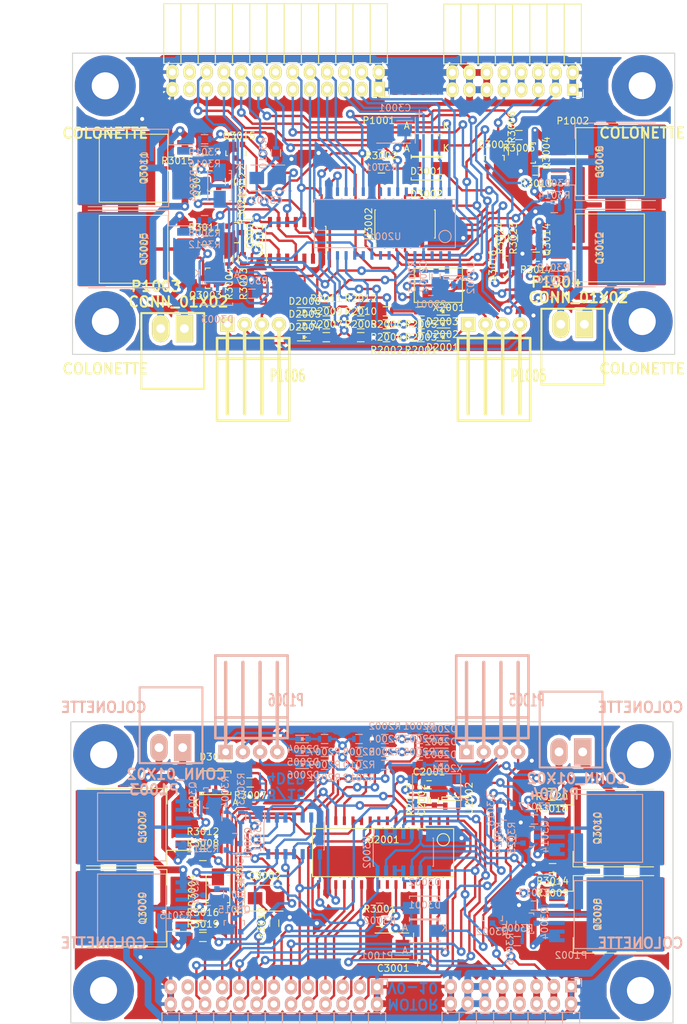
<source format=kicad_pcb>
(kicad_pcb (version 4) (host pcbnew 0.201507300901+6016~28~ubuntu15.04.1-product)
  (title_block (title MECHANICAL_MOTOR_BOARD) (date 2015-08-17) (rev V0-10) (company F4DEB))
  (layers (0 F.Cu signal) (31 B.Cu signal hide) (34 B.Paste user) (35 F.Paste user) (36 B.SilkS user) (37 F.SilkS user) (38 B.Mask user) (39 F.Mask user) (44 Edge.Cuts user))
  (net 0 "")
  (net 1 GND)
  (net 2 +15V)
  (net 3 +12V)
  (net 4 +5V)
  (net 5 +5VD)
  (net 6 +3V3)
  (net 7 /Motor/M1A)
  (net 8 /Motor/M1B)
  (net 9 /Motor/M2A)
  (net 10 /Motor/M2B)
  (net 11 "Net-(Q3001-Pad1)")
  (net 12 "Net-(Q3001-Pad3)")
  (net 13 "Net-(Q3002-Pad1)")
  (net 14 "Net-(Q3002-Pad3)")
  (net 15 "Net-(Q3003-Pad3)")
  (net 16 "Net-(Q3004-Pad3)")
  (net 17 /Motor/IMOT1A)
  (net 18 "Net-(Q3007-Pad1)")
  (net 19 "Net-(Q3008-Pad1)")
  (net 20 "Net-(Q3009-Pad1)")
  (net 21 "Net-(Q3010-Pad1)")
  (net 22 "Net-(Q3011-Pad3)")
  (net 23 "Net-(Q3012-Pad3)")
  (net 24 "Net-(Q3013-Pad1)")
  (net 25 "Net-(Q3014-Pad1)")
  (net 26 "Net-(Q3015-Pad1)")
  (net 27 "Net-(Q3016-Pad1)")
  (net 28 "Net-(R3008-Pad2)")
  (net 29 "Net-(R3009-Pad2)")
  (net 30 "Net-(C3001-Pad1)")
  (net 31 "Net-(C3002-Pad1)")
  (net 32 "Net-(K1-Pad1)")
  (net 33 "Net-(K2-Pad1)")
  (net 34 "Net-(K3-Pad1)")
  (net 35 "Net-(K4-Pad1)")
  (net 36 /Motor/OC4-5V)
  (net 37 /Motor/OC5-5V)
  (net 38 "Net-(U3001-Pad1)")
  (net 39 "Net-(U3002-Pad1)")
  (net 40 /Motor/IMOT1)
  (net 41 /Motor/IMOT2)
  (net 42 /Codeur/IO19)
  (net 43 /Codeur/IO18)
  (net 44 /Codeur/IO21)
  (net 45 /Codeur/IO20)
  (net 46 /Codeur/IO23)
  (net 47 /Codeur/IO22)
  (net 48 /Codeur/IO25)
  (net 49 /Codeur/IO24)
  (net 50 /Codeur/IO5)
  (net 51 /Codeur/IO3)
  (net 52 /Codeur/IO4)
  (net 53 /Codeur/IO1)
  (net 54 /Codeur/IO2)
  (net 55 "Net-(D2001-Pad2)")
  (net 56 /Codeur/CHAx)
  (net 57 "Net-(D2002-Pad2)")
  (net 58 /Codeur/CHBx)
  (net 59 "Net-(D2003-Pad2)")
  (net 60 /Codeur/CHIx)
  (net 61 "Net-(D2004-Pad2)")
  (net 62 /Codeur/CHAy)
  (net 63 "Net-(D2005-Pad2)")
  (net 64 /Codeur/CHBy)
  (net 65 "Net-(D2006-Pad2)")
  (net 66 /Codeur/CHIy)
  (net 67 "Net-(R2001-Pad2)")
  (net 68 "Net-(R2003-Pad2)")
  (net 69 "Net-(R2005-Pad2)")
  (net 70 "Net-(R2007-Pad2)")
  (net 71 "Net-(R2009-Pad2)")
  (net 72 "Net-(R2011-Pad2)")
  (net 73 /Motor/IO6)
  (net 74 /Motor/IO7)
  (net 75 /Motor/IMOT2A)
  (net 76 /Motor/IMOT2B)
  (net 77 /Motor/IMOT1B)
  (net 78 "Net-(C2002-Pad1)")
  (net 79 "Net-(C2001-Pad1)")
  (module f4deb-mod-library:MDX75104 (layer B.Cu) (at 234.2007 144.84858 180)
    (fp_text reference X2001 (at -1.524 3.302 180) (layer B.SilkS) (effects (justify mirror)))
    (fp_text value 12Mhz)
    (pad 1 smd rect (at -3.556 -1.778 180) (size 1.4 1.2) (layers B.Cu B.Paste B.Mask) (net 79 "Net-(C2001-Pad1)"))
    (pad 3 smd rect (at 3.556 -1.778 180) (size 1.4 1.2) (layers B.Cu B.Paste B.Mask))
    (pad 3 smd rect (at -3.556 1.778 180) (size 1.4 1.2) (layers B.Cu B.Paste B.Mask))
    (pad 2 smd rect (at 3.556 1.778 180) (size 1.4 1.2) (layers B.Cu B.Paste B.Mask) (net 78 "Net-(C2002-Pad1)"))
  )
  (module Housings_SOT-23_SOT-143_TSOT-6:SOT-23-5 (layer F.Cu) (at 236.4359 145.99158 270)
    (fp_text reference U2002 (at -0.05 -2.55 270) (layer F.SilkS))
    (fp_text value M74VHC1GT02DTT1G)
    (pad 1 smd rect (at -1.1 -0.95 270) (size 1.06 0.65) (layers F.Cu F.Paste F.Mask) (net 79 "Net-(C2001-Pad1)"))
    (pad 2 smd rect (at -1.1 0 270) (size 1.06 0.65) (layers F.Cu F.Paste F.Mask) (net 79 "Net-(C2001-Pad1)"))
    (pad 3 smd rect (at -1.1 0.95 270) (size 1.06 0.65) (layers F.Cu F.Paste F.Mask) (net 1 GND))
    (pad 4 smd rect (at 1.1 0.95 270) (size 1.06 0.65) (layers F.Cu F.Paste F.Mask) (net 78 "Net-(C2002-Pad1)"))
    (pad 5 smd rect (at 1.1 -0.95 270) (size 1.06 0.65) (layers F.Cu F.Paste F.Mask) (net 5 +5VD))
  )
  (module Resistors_SMD:R_0603 (layer F.Cu) (at 232.2449 146.16938 90)
    (fp_text reference R2013 (at 0 -1.9 90) (layer F.SilkS))
    (fp_text value 10M)
    (pad 1 smd rect (at -0.75 0 90) (size 0.5 0.9) (layers F.Cu F.Paste F.Mask) (net 78 "Net-(C2002-Pad1)"))
    (pad 2 smd rect (at 0.75 0 90) (size 0.5 0.9) (layers F.Cu F.Paste F.Mask) (net 79 "Net-(C2001-Pad1)"))
  )
  (module Capacitors_SMD:C_0603 (layer F.Cu) (at 233.8705 146.19478 90)
    (fp_text reference C2002 (at 0 -1.9 90) (layer F.SilkS))
    (fp_text value 27p)
    (pad 1 smd rect (at -0.75 0 90) (size 0.8 0.75) (layers F.Cu F.Paste F.Mask) (net 78 "Net-(C2002-Pad1)"))
    (pad 2 smd rect (at 0.75 0 90) (size 0.8 0.75) (layers F.Cu F.Paste F.Mask) (net 1 GND))
  )
  (module Capacitors_SMD:C_0603 (layer F.Cu) (at 233.0831 143.93418)
    (fp_text reference C2001 (at 0 -1.9) (layer F.SilkS))
    (fp_text value 27p)
    (pad 1 smd rect (at -0.75 0) (size 0.8 0.75) (layers F.Cu F.Paste F.Mask) (net 79 "Net-(C2001-Pad1)"))
    (pad 2 smd rect (at 0.75 0) (size 0.8 0.75) (layers F.Cu F.Paste F.Mask) (net 1 GND))
  )
  (module SMD_Packages:SOJ-32 (layer F.Cu) (at 226.3013 153.94178 180)
    (fp_text reference U2001 (at 0 1.905 180) (layer F.SilkS))
    (fp_text value HCTL-2032)
    (pad 20 smd rect (at 5.715 -4.699 180) (size 0.4572 1.27) (layers F.Cu F.Paste F.Mask) (net 49 /Codeur/IO24))
    (pad 21 smd rect (at 4.445 -4.699 180) (size 0.4572 1.27) (layers F.Cu F.Paste F.Mask) (net 46 /Codeur/IO23))
    (pad 22 smd rect (at 3.175 -4.699 180) (size 0.4572 1.27) (layers F.Cu F.Paste F.Mask) (net 47 /Codeur/IO22))
    (pad 23 smd rect (at 1.905 -4.699 180) (size 0.4572 1.27) (layers F.Cu F.Paste F.Mask) (net 1 GND))
    (pad 24 smd rect (at 0.635 -4.699 180) (size 0.4572 1.27) (layers F.Cu F.Paste F.Mask))
    (pad 28 smd rect (at -4.445 -4.699 180) (size 0.4572 1.27) (layers F.Cu F.Paste F.Mask))
    (pad 29 smd rect (at -5.715 -4.699 180) (size 0.4572 1.27) (layers F.Cu F.Paste F.Mask) (net 44 /Codeur/IO21))
    (pad 30 smd rect (at -6.985 -4.699 180) (size 0.4572 1.27) (layers F.Cu F.Paste F.Mask) (net 45 /Codeur/IO20))
    (pad 31 smd rect (at -8.255 -4.699 180) (size 0.4572 1.27) (layers F.Cu F.Paste F.Mask) (net 42 /Codeur/IO19))
    (pad 32 smd rect (at -9.525 -4.699 180) (size 0.4572 1.27) (layers F.Cu F.Paste F.Mask) (net 50 /Codeur/IO5))
    (pad 1 smd rect (at -9.525 4.699 180) (size 0.4572 1.27) (layers F.Cu F.Paste F.Mask) (net 5 +5VD))
    (pad 2 smd rect (at -8.255 4.699 180) (size 0.4572 1.27) (layers F.Cu F.Paste F.Mask))
    (pad 3 smd rect (at -6.985 4.699 180) (size 0.4572 1.27) (layers F.Cu F.Paste F.Mask))
    (pad 4 smd rect (at -5.715 4.699 180) (size 0.4572 1.27) (layers F.Cu F.Paste F.Mask) (net 43 /Codeur/IO18))
    (pad 5 smd rect (at -4.445 4.699 180) (size 0.4572 1.27) (layers F.Cu F.Paste F.Mask) (net 78 "Net-(C2002-Pad1)"))
    (pad 9 smd rect (at 0.635 4.699 180) (size 0.4572 1.27) (layers F.Cu F.Paste F.Mask))
    (pad 10 smd rect (at 1.905 4.699 180) (size 0.4572 1.27) (layers F.Cu F.Paste F.Mask) (net 48 /Codeur/IO25))
    (pad 11 smd rect (at 3.175 4.699 180) (size 0.4572 1.27) (layers F.Cu F.Paste F.Mask) (net 52 /Codeur/IO4))
    (pad 12 smd rect (at 4.445 4.699 180) (size 0.4572 1.27) (layers F.Cu F.Paste F.Mask) (net 52 /Codeur/IO4))
    (pad 13 smd rect (at 5.715 4.699 180) (size 0.4572 1.27) (layers F.Cu F.Paste F.Mask) (net 71 "Net-(R2009-Pad2)"))
    (pad 14 smd rect (at 6.985 4.699 180) (size 0.4572 1.27) (layers F.Cu F.Paste F.Mask) (net 68 "Net-(R2003-Pad2)"))
    (pad 15 smd rect (at 8.255 4.699 180) (size 0.4572 1.27) (layers F.Cu F.Paste F.Mask) (net 67 "Net-(R2001-Pad2)"))
    (pad 16 smd rect (at 9.525 4.699 180) (size 0.4572 1.27) (layers F.Cu F.Paste F.Mask) (net 70 "Net-(R2007-Pad2)"))
    (pad 6 smd rect (at -3.175 4.699 180) (size 0.4572 1.27) (layers F.Cu F.Paste F.Mask) (net 53 /Codeur/IO1))
    (pad 7 smd rect (at -1.905 4.699 180) (size 0.4572 1.27) (layers F.Cu F.Paste F.Mask) (net 51 /Codeur/IO3))
    (pad 8 smd rect (at -0.635 4.699 180) (size 0.4572 1.27) (layers F.Cu F.Paste F.Mask))
    (pad 27 smd rect (at -3.175 -4.699 180) (size 0.4572 1.27) (layers F.Cu F.Paste F.Mask))
    (pad 26 smd rect (at -1.905 -4.699 180) (size 0.4572 1.27) (layers F.Cu F.Paste F.Mask) (net 54 /Codeur/IO2))
    (pad 25 smd rect (at -0.635 -4.699 180) (size 0.4572 1.27) (layers F.Cu F.Paste F.Mask))
    (pad 19 smd rect (at 6.985 -4.699 180) (size 0.4572 1.27) (layers F.Cu F.Paste F.Mask) (net 72 "Net-(R2011-Pad2)"))
    (pad 18 smd rect (at 8.255 -4.699 180) (size 0.4572 1.27) (layers F.Cu F.Paste F.Mask) (net 1 GND))
    (pad 17 smd rect (at 9.525 -4.699 180) (size 0.4572 1.27) (layers F.Cu F.Paste F.Mask) (net 69 "Net-(R2005-Pad2)"))
  )
  (module Resistors_SMD:R_0603 (layer B.Cu) (at 222.7453 140.98778)
    (fp_text reference R2012 (at 0 1.9) (layer B.SilkS) (effects (justify mirror)))
    (fp_text value 1.5k)
    (pad 1 smd rect (at -0.75 0) (size 0.5 0.9) (layers B.Cu B.Paste B.Mask) (net 72 "Net-(R2011-Pad2)"))
    (pad 2 smd rect (at 0.75 0) (size 0.5 0.9) (layers B.Cu B.Paste B.Mask) (net 1 GND))
  )
  (module Resistors_SMD:R_0603 (layer B.Cu) (at 217.6653 140.98778)
    (fp_text reference R2011 (at 0 1.9) (layer B.SilkS) (effects (justify mirror)))
    (fp_text value 1.5k)
    (pad 1 smd rect (at -0.75 0) (size 0.5 0.9) (layers B.Cu B.Paste B.Mask) (net 65 "Net-(D2006-Pad2)"))
    (pad 2 smd rect (at 0.75 0) (size 0.5 0.9) (layers B.Cu B.Paste B.Mask) (net 72 "Net-(R2011-Pad2)"))
  )
  (module Resistors_SMD:R_0603 (layer B.Cu) (at 222.7453 139.08278)
    (fp_text reference R2010 (at 0 1.9) (layer B.SilkS) (effects (justify mirror)))
    (fp_text value 1.5k)
    (pad 1 smd rect (at -0.75 0) (size 0.5 0.9) (layers B.Cu B.Paste B.Mask) (net 71 "Net-(R2009-Pad2)"))
    (pad 2 smd rect (at 0.75 0) (size 0.5 0.9) (layers B.Cu B.Paste B.Mask) (net 1 GND))
  )
  (module Resistors_SMD:R_0603 (layer B.Cu) (at 217.6653 139.08278)
    (fp_text reference R2009 (at 0 1.9) (layer B.SilkS) (effects (justify mirror)))
    (fp_text value 1.5k)
    (pad 1 smd rect (at -0.75 0) (size 0.5 0.9) (layers B.Cu B.Paste B.Mask) (net 63 "Net-(D2005-Pad2)"))
    (pad 2 smd rect (at 0.75 0) (size 0.5 0.9) (layers B.Cu B.Paste B.Mask) (net 71 "Net-(R2009-Pad2)"))
  )
  (module Resistors_SMD:R_0603 (layer B.Cu) (at 222.7453 137.17778)
    (fp_text reference R2008 (at 0 1.9) (layer B.SilkS) (effects (justify mirror)))
    (fp_text value 1.5k)
    (pad 1 smd rect (at -0.75 0) (size 0.5 0.9) (layers B.Cu B.Paste B.Mask) (net 70 "Net-(R2007-Pad2)"))
    (pad 2 smd rect (at 0.75 0) (size 0.5 0.9) (layers B.Cu B.Paste B.Mask) (net 1 GND))
  )
  (module Resistors_SMD:R_0603 (layer B.Cu) (at 217.6653 137.17778)
    (fp_text reference R2007 (at 0 1.9) (layer B.SilkS) (effects (justify mirror)))
    (fp_text value 1.5k)
    (pad 1 smd rect (at -0.75 0) (size 0.5 0.9) (layers B.Cu B.Paste B.Mask) (net 61 "Net-(D2004-Pad2)"))
    (pad 2 smd rect (at 0.75 0) (size 0.5 0.9) (layers B.Cu B.Paste B.Mask) (net 70 "Net-(R2007-Pad2)"))
  )
  (module Resistors_SMD:R_0603 (layer B.Cu) (at 226.5553 140.98778 180)
    (fp_text reference R2006 (at 0 1.9 180) (layer B.SilkS) (effects (justify mirror)))
    (fp_text value 1.5k)
    (pad 1 smd rect (at -0.75 0 180) (size 0.5 0.9) (layers B.Cu B.Paste B.Mask) (net 69 "Net-(R2005-Pad2)"))
    (pad 2 smd rect (at 0.75 0 180) (size 0.5 0.9) (layers B.Cu B.Paste B.Mask) (net 1 GND))
  )
  (module Resistors_SMD:R_0603 (layer B.Cu) (at 231.6353 140.98778 180)
    (fp_text reference R2005 (at 0 1.9 180) (layer B.SilkS) (effects (justify mirror)))
    (fp_text value 1.5k)
    (pad 1 smd rect (at -0.75 0 180) (size 0.5 0.9) (layers B.Cu B.Paste B.Mask) (net 59 "Net-(D2003-Pad2)"))
    (pad 2 smd rect (at 0.75 0 180) (size 0.5 0.9) (layers B.Cu B.Paste B.Mask) (net 69 "Net-(R2005-Pad2)"))
  )
  (module Resistors_SMD:R_0603 (layer B.Cu) (at 226.5553 139.08278 180)
    (fp_text reference R2004 (at 0 1.9 180) (layer B.SilkS) (effects (justify mirror)))
    (fp_text value 1.5k)
    (pad 1 smd rect (at -0.75 0 180) (size 0.5 0.9) (layers B.Cu B.Paste B.Mask) (net 68 "Net-(R2003-Pad2)"))
    (pad 2 smd rect (at 0.75 0 180) (size 0.5 0.9) (layers B.Cu B.Paste B.Mask) (net 1 GND))
  )
  (module Resistors_SMD:R_0603 (layer B.Cu) (at 231.6353 139.08278 180)
    (fp_text reference R2003 (at 0 1.9 180) (layer B.SilkS) (effects (justify mirror)))
    (fp_text value 1.5k)
    (pad 1 smd rect (at -0.75 0 180) (size 0.5 0.9) (layers B.Cu B.Paste B.Mask) (net 57 "Net-(D2002-Pad2)"))
    (pad 2 smd rect (at 0.75 0 180) (size 0.5 0.9) (layers B.Cu B.Paste B.Mask) (net 68 "Net-(R2003-Pad2)"))
  )
  (module Resistors_SMD:R_0603 (layer B.Cu) (at 226.5553 137.17778 180)
    (fp_text reference R2002 (at 0 1.9 180) (layer B.SilkS) (effects (justify mirror)))
    (fp_text value 1.5k)
    (pad 1 smd rect (at -0.75 0 180) (size 0.5 0.9) (layers B.Cu B.Paste B.Mask) (net 67 "Net-(R2001-Pad2)"))
    (pad 2 smd rect (at 0.75 0 180) (size 0.5 0.9) (layers B.Cu B.Paste B.Mask) (net 1 GND))
  )
  (module Resistors_SMD:R_0603 (layer B.Cu) (at 231.6353 137.17778 180)
    (fp_text reference R2001 (at 0 1.9 180) (layer B.SilkS) (effects (justify mirror)))
    (fp_text value 1.5k)
    (pad 1 smd rect (at -0.75 0 180) (size 0.5 0.9) (layers B.Cu B.Paste B.Mask) (net 55 "Net-(D2001-Pad2)"))
    (pad 2 smd rect (at 0.75 0 180) (size 0.5 0.9) (layers B.Cu B.Paste B.Mask) (net 67 "Net-(R2001-Pad2)"))
  )
  (module CEN-PCB:KK-4-H (layer B.Cu) (at 210.6803 139.08278 180)
    (fp_text reference P1006 (at -1.27 7.62 180) (layer B.SilkS) (effects (font (size 1.73482 1.08712) (thickness 0.27178)) (justify mirror)))
    (fp_text value CONN_01X04 hide)
    (pad 1 thru_hole rect (at 7.62 0 180) (size 2.1 2.1) (drill 1.00076) (layers *.Cu *.Mask B.SilkS) (net 62 /Codeur/CHAy))
    (pad 2 thru_hole circle (at 5.08 0 180) (size 2.1 2.1) (drill 1.00076) (layers *.Cu *.Mask B.SilkS) (net 64 /Codeur/CHBy))
    (pad 3 thru_hole circle (at 2.54 0 180) (size 2.1 2.1) (drill 1.00076) (layers *.Cu *.Mask B.SilkS) (net 66 /Codeur/CHIy))
    (pad 4 thru_hole circle (at 0 0 180) (size 2.1 2.1) (drill 1.00076) (layers *.Cu *.Mask B.SilkS) (net 3 +12V))
  )
  (module CEN-PCB:KK-4-H (layer B.Cu) (at 246.2403 139.08278 180)
    (fp_text reference P1005 (at -1.27 7.62 180) (layer B.SilkS) (effects (font (size 1.73482 1.08712) (thickness 0.27178)) (justify mirror)))
    (fp_text value CONN_01X04 hide)
    (pad 1 thru_hole rect (at 7.62 0 180) (size 2.1 2.1) (drill 1.00076) (layers *.Cu *.Mask B.SilkS) (net 56 /Codeur/CHAx))
    (pad 2 thru_hole circle (at 5.08 0 180) (size 2.1 2.1) (drill 1.00076) (layers *.Cu *.Mask B.SilkS) (net 58 /Codeur/CHBx))
    (pad 3 thru_hole circle (at 2.54 0 180) (size 2.1 2.1) (drill 1.00076) (layers *.Cu *.Mask B.SilkS) (net 60 /Codeur/CHIx))
    (pad 4 thru_hole circle (at 0 0 180) (size 2.1 2.1) (drill 1.00076) (layers *.Cu *.Mask B.SilkS) (net 3 +12V))
  )
  (module LEDs:LED-0603 (layer B.Cu) (at 214.4903 140.98778)
    (fp_text reference D2006 (at 0 1.5) (layer B.SilkS) (effects (justify mirror)))
    (fp_text value LED)
    (pad 2 smd rect (at 0.7493 0 180) (size 0.79756 0.79756) (layers B.Cu B.Paste B.Mask) (net 65 "Net-(D2006-Pad2)"))
    (pad 1 smd rect (at -0.7493 0 180) (size 0.79756 0.79756) (layers B.Cu B.Paste B.Mask) (net 66 /Codeur/CHIy))
  )
  (module LEDs:LED-0603 (layer B.Cu) (at 214.4903 139.08278)
    (fp_text reference D2005 (at 0 1.5) (layer B.SilkS) (effects (justify mirror)))
    (fp_text value LED)
    (pad 2 smd rect (at 0.7493 0 180) (size 0.79756 0.79756) (layers B.Cu B.Paste B.Mask) (net 63 "Net-(D2005-Pad2)"))
    (pad 1 smd rect (at -0.7493 0 180) (size 0.79756 0.79756) (layers B.Cu B.Paste B.Mask) (net 64 /Codeur/CHBy))
  )
  (module LEDs:LED-0603 (layer B.Cu) (at 214.4903 137.17778)
    (fp_text reference D2004 (at 0 1.5) (layer B.SilkS) (effects (justify mirror)))
    (fp_text value LED)
    (pad 2 smd rect (at 0.7493 0 180) (size 0.79756 0.79756) (layers B.Cu B.Paste B.Mask) (net 61 "Net-(D2004-Pad2)"))
    (pad 1 smd rect (at -0.7493 0 180) (size 0.79756 0.79756) (layers B.Cu B.Paste B.Mask) (net 62 /Codeur/CHAy))
  )
  (module LEDs:LED-0603 (layer B.Cu) (at 234.7849 140.98778 180)
    (fp_text reference D2003 (at 0 1.5 180) (layer B.SilkS) (effects (justify mirror)))
    (fp_text value LED)
    (pad 2 smd rect (at 0.7493 0) (size 0.79756 0.79756) (layers B.Cu B.Paste B.Mask) (net 59 "Net-(D2003-Pad2)"))
    (pad 1 smd rect (at -0.7493 0) (size 0.79756 0.79756) (layers B.Cu B.Paste B.Mask) (net 60 /Codeur/CHIx))
  )
  (module LEDs:LED-0603 (layer B.Cu) (at 234.8103 139.08278 180)
    (fp_text reference D2002 (at 0 1.5 180) (layer B.SilkS) (effects (justify mirror)))
    (fp_text value LED)
    (pad 2 smd rect (at 0.7493 0) (size 0.79756 0.79756) (layers B.Cu B.Paste B.Mask) (net 57 "Net-(D2002-Pad2)"))
    (pad 1 smd rect (at -0.7493 0) (size 0.79756 0.79756) (layers B.Cu B.Paste B.Mask) (net 58 /Codeur/CHBx))
  )
  (module LEDs:LED-0603 (layer B.Cu) (at 234.8103 137.17778 180)
    (fp_text reference D2001 (at 0 1.5 180) (layer B.SilkS) (effects (justify mirror)))
    (fp_text value LED)
    (pad 2 smd rect (at 0.7493 0) (size 0.79756 0.79756) (layers B.Cu B.Paste B.Mask) (net 55 "Net-(D2001-Pad2)"))
    (pad 1 smd rect (at -0.7493 0) (size 0.79756 0.79756) (layers B.Cu B.Paste B.Mask) (net 56 /Codeur/CHAx))
  )
  (module CEN-PCB:WEIDMULLER-SL-3.5-2-90G (layer B.Cu) (at 196.7103 138.44778)
    (fp_text reference P1003 (at -4.191 6.223) (layer B.SilkS) (effects (font (thickness 0.3048)) (justify mirror)))
    (fp_text value CONN_01X02 (at -0.889 3.937) (layer B.SilkS) (effects (font (thickness 0.3048)) (justify mirror)))
    (pad 2 thru_hole oval (at -3.4925 0) (size 2.54 4) (drill 1.30048) (layers *.Cu *.Mask B.SilkS) (net 7 /Motor/M1A))
    (pad 1 thru_hole rect (at 0 0) (size 2.54 4) (drill 1.30048) (layers *.Cu *.Mask B.SilkS) (net 8 /Motor/M1B))
  )
  (module CEN-PCB:WEIDMULLER-SL-3.5-2-90G (layer B.Cu) (at 255.7653 139.08278)
    (fp_text reference P1004 (at -4.191 6.223) (layer B.SilkS) (effects (font (thickness 0.3048)) (justify mirror)))
    (fp_text value CONN_01X02 (at -0.889 3.937) (layer B.SilkS) (effects (font (thickness 0.3048)) (justify mirror)))
    (pad 2 thru_hole oval (at -3.4925 0) (size 2.54 4) (drill 1.30048) (layers *.Cu *.Mask B.SilkS) (net 9 /Motor/M2A))
    (pad 1 thru_hole rect (at 0 0) (size 2.54 4) (drill 1.30048) (layers *.Cu *.Mask B.SilkS) (net 10 /Motor/M2B))
  )
  (module Socket_Strips:Socket_Strip_Angled_2x13 (layer B.Cu) (at 225.4123 173.75378 180)
    (fp_text reference P1001 (at 0 4.6 180) (layer B.SilkS) (effects (justify mirror)))
    (fp_text value CONN_02X13)
    (pad 1 thru_hole rect (at 0 0 180) (size 1.8 2.2) (drill 1.016) (layers *.Cu *.Mask B.SilkS) (net 1 GND))
    (pad 2 thru_hole oval (at 0 -2.54 180) (size 1.8 2.2) (drill 1.016) (layers *.Cu *.Mask B.SilkS) (net 1 GND))
    (pad 3 thru_hole oval (at 2.54 0 180) (size 1.8 2.2) (drill 1.016) (layers *.Cu *.Mask B.SilkS) (net 42 /Codeur/IO19))
    (pad 4 thru_hole oval (at 2.54 -2.54 180) (size 1.8 2.2) (drill 1.016) (layers *.Cu *.Mask B.SilkS) (net 43 /Codeur/IO18))
    (pad 5 thru_hole oval (at 5.08 0 180) (size 1.8 2.2) (drill 1.016) (layers *.Cu *.Mask B.SilkS) (net 44 /Codeur/IO21))
    (pad 6 thru_hole oval (at 5.08 -2.54 180) (size 1.8 2.2) (drill 1.016) (layers *.Cu *.Mask B.SilkS) (net 45 /Codeur/IO20))
    (pad 7 thru_hole oval (at 7.62 0 180) (size 1.8 2.2) (drill 1.016) (layers *.Cu *.Mask B.SilkS) (net 46 /Codeur/IO23))
    (pad 8 thru_hole oval (at 7.62 -2.54 180) (size 1.8 2.2) (drill 1.016) (layers *.Cu *.Mask B.SilkS) (net 47 /Codeur/IO22))
    (pad 9 thru_hole oval (at 10.16 0 180) (size 1.8 2.2) (drill 1.016) (layers *.Cu *.Mask B.SilkS) (net 48 /Codeur/IO25))
    (pad 10 thru_hole oval (at 10.16 -2.54 180) (size 1.8 2.2) (drill 1.016) (layers *.Cu *.Mask B.SilkS) (net 49 /Codeur/IO24))
    (pad 11 thru_hole oval (at 12.7 0 180) (size 1.8 2.2) (drill 1.016) (layers *.Cu *.Mask B.SilkS) (net 36 /Motor/OC4-5V))
    (pad 12 thru_hole oval (at 12.7 -2.54 180) (size 1.8 2.2) (drill 1.016) (layers *.Cu *.Mask B.SilkS) (net 37 /Motor/OC5-5V))
    (pad 13 thru_hole oval (at 15.24 0 180) (size 1.8 2.2) (drill 1.016) (layers *.Cu *.Mask B.SilkS) (net 41 /Motor/IMOT2))
    (pad 14 thru_hole oval (at 15.24 -2.54 180) (size 1.8 2.2) (drill 1.016) (layers *.Cu *.Mask B.SilkS))
    (pad 15 thru_hole oval (at 17.78 0 180) (size 1.8 2.2) (drill 1.016) (layers *.Cu *.Mask B.SilkS) (net 74 /Motor/IO7))
    (pad 16 thru_hole oval (at 17.78 -2.54 180) (size 1.8 2.2) (drill 1.016) (layers *.Cu *.Mask B.SilkS) (net 40 /Motor/IMOT1))
    (pad 17 thru_hole oval (at 20.32 0 180) (size 1.8 2.2) (drill 1.016) (layers *.Cu *.Mask B.SilkS) (net 50 /Codeur/IO5))
    (pad 18 thru_hole oval (at 20.32 -2.54 180) (size 1.8 2.2) (drill 1.016) (layers *.Cu *.Mask B.SilkS) (net 73 /Motor/IO6))
    (pad 19 thru_hole oval (at 22.86 0 180) (size 1.8 2.2) (drill 1.016) (layers *.Cu *.Mask B.SilkS) (net 51 /Codeur/IO3))
    (pad 20 thru_hole oval (at 22.86 -2.54 180) (size 1.8 2.2) (drill 1.016) (layers *.Cu *.Mask B.SilkS) (net 52 /Codeur/IO4))
    (pad 21 thru_hole oval (at 25.4 0 180) (size 1.8 2.2) (drill 1.016) (layers *.Cu *.Mask B.SilkS) (net 53 /Codeur/IO1))
    (pad 22 thru_hole oval (at 25.4 -2.54 180) (size 1.8 2.2) (drill 1.016) (layers *.Cu *.Mask B.SilkS) (net 54 /Codeur/IO2))
    (pad 23 thru_hole oval (at 27.94 0 180) (size 1.8 2.2) (drill 1.016) (layers *.Cu *.Mask B.SilkS))
    (pad 24 thru_hole oval (at 27.94 -2.54 180) (size 1.8 2.2) (drill 1.016) (layers *.Cu *.Mask B.SilkS))
    (pad 25 thru_hole oval (at 30.48 0 180) (size 1.8 2.2) (drill 1.016) (layers *.Cu *.Mask B.SilkS) (net 1 GND))
    (pad 26 thru_hole oval (at 30.48 -2.54 180) (size 1.8 2.2) (drill 1.016) (layers *.Cu *.Mask B.SilkS) (net 1 GND))
  )
  (module Socket_Strips:Socket_Strip_Angled_2x08 (layer B.Cu) (at 254.0508 173.69028 180)
    (fp_text reference P1002 (at 0 4.6 180) (layer B.SilkS) (effects (justify mirror)))
    (fp_text value CONN_02X08)
    (pad 1 thru_hole rect (at 0 0 180) (size 1.7272 1.7272) (drill 1.016) (layers *.Cu *.Mask B.SilkS) (net 1 GND))
    (pad 2 thru_hole oval (at 0 -2.54 180) (size 1.8 2.2) (drill 1.016) (layers *.Cu *.Mask B.SilkS) (net 1 GND))
    (pad 3 thru_hole oval (at 2.54 0 180) (size 1.8 2.2) (drill 1.016) (layers *.Cu *.Mask B.SilkS) (net 6 +3V3))
    (pad 4 thru_hole oval (at 2.54 -2.54 180) (size 1.8 2.2) (drill 1.016) (layers *.Cu *.Mask B.SilkS) (net 6 +3V3))
    (pad 5 thru_hole oval (at 5.08 0 180) (size 1.8 2.2) (drill 1.016) (layers *.Cu *.Mask B.SilkS) (net 5 +5VD))
    (pad 6 thru_hole oval (at 5.08 -2.54 180) (size 1.8 2.2) (drill 1.016) (layers *.Cu *.Mask B.SilkS) (net 5 +5VD))
    (pad 7 thru_hole oval (at 7.62 0 180) (size 1.8 2.2) (drill 1.016) (layers *.Cu *.Mask B.SilkS) (net 4 +5V))
    (pad 8 thru_hole oval (at 7.62 -2.54 180) (size 1.8 2.2) (drill 1.016) (layers *.Cu *.Mask B.SilkS) (net 4 +5V))
    (pad 9 thru_hole oval (at 10.16 0 180) (size 1.8 2.2) (drill 1.016) (layers *.Cu *.Mask B.SilkS) (net 3 +12V))
    (pad 10 thru_hole oval (at 10.16 -2.54 180) (size 1.8 2.2) (drill 1.016) (layers *.Cu *.Mask B.SilkS) (net 3 +12V))
    (pad 11 thru_hole oval (at 12.7 0 180) (size 1.8 2.2) (drill 1.016) (layers *.Cu *.Mask B.SilkS) (net 2 +15V))
    (pad 12 thru_hole oval (at 12.7 -2.54 180) (size 1.8 2.2) (drill 1.016) (layers *.Cu *.Mask B.SilkS) (net 2 +15V))
    (pad 13 thru_hole oval (at 15.24 0 180) (size 1.8 2.2) (drill 1.016) (layers *.Cu *.Mask B.SilkS) (net 2 +15V))
    (pad 14 thru_hole oval (at 15.24 -2.54 180) (size 1.8 2.2) (drill 1.016) (layers *.Cu *.Mask B.SilkS) (net 2 +15V))
    (pad 15 thru_hole oval (at 17.78 0 180) (size 1.8 2.2) (drill 1.016) (layers *.Cu *.Mask B.SilkS) (net 1 GND))
    (pad 16 thru_hole oval (at 17.78 -2.54 180) (size 1.8 2.2) (drill 1.016) (layers *.Cu *.Mask B.SilkS) (net 1 GND))
  )
  (module f4deb-mod-library:PG-TO220-7-4 (layer B.Cu) (at 196.7992 150.18258 270)
    (fp_text reference Q3005 (at 0 6.096 270) (layer B.SilkS) (effects (justify mirror)))
    (fp_text value BTS50055)
    (pad 3 smd rect (at -1.27 0 270) (size 0.6 2.286) (layers B.Cu B.Paste B.Mask) (net 15 "Net-(Q3003-Pad3)"))
    (pad 4 smd rect (at 0 13.716 270) (size 11 4) (layers B.Cu B.Paste B.Mask) (net 2 +15V))
    (pad 5 smd rect (at 1.27 0 270) (size 0.6 2.286) (layers B.Cu B.Paste B.Mask) (net 17 /Motor/IMOT1A))
    (pad 4 smd rect (at 0 0 270) (size 0.6 2.286) (layers B.Cu B.Paste B.Mask) (net 2 +15V))
    (pad 2 smd rect (at -2.54 0 270) (size 0.6 2.286) (layers B.Cu B.Paste B.Mask) (net 7 /Motor/M1A))
    (pad 6 smd rect (at 2.54 0 270) (size 0.6 2.286) (layers B.Cu B.Paste B.Mask) (net 7 /Motor/M1A))
    (pad 7 smd rect (at 3.81 0 270) (size 0.6 2.286) (layers B.Cu B.Paste B.Mask) (net 7 /Motor/M1A))
    (pad 1 smd rect (at -3.81 0 270) (size 0.6 2.286) (layers B.Cu B.Paste B.Mask) (net 7 /Motor/M1A))
    (pad 4 smd rect (at 0 8.382 270) (size 10.922 8) (layers B.Cu B.Paste B.Mask) (net 2 +15V))
  )
  (module f4deb-mod-library:PG-TO220-7-4 (layer B.Cu) (at 251.96165 163.05403 90)
    (fp_text reference Q3006 (at 0 6.096 90) (layer B.SilkS) (effects (justify mirror)))
    (fp_text value BTS50055)
    (pad 3 smd rect (at -1.27 0 90) (size 0.6 2.286) (layers B.Cu B.Paste B.Mask) (net 16 "Net-(Q3004-Pad3)"))
    (pad 4 smd rect (at 0 13.716 90) (size 11 4) (layers B.Cu B.Paste B.Mask) (net 2 +15V))
    (pad 5 smd rect (at 1.27 0 90) (size 0.6 2.286) (layers B.Cu B.Paste B.Mask) (net 75 /Motor/IMOT2A))
    (pad 4 smd rect (at 0 0 90) (size 0.6 2.286) (layers B.Cu B.Paste B.Mask) (net 2 +15V))
    (pad 2 smd rect (at -2.54 0 90) (size 0.6 2.286) (layers B.Cu B.Paste B.Mask) (net 9 /Motor/M2A))
    (pad 6 smd rect (at 2.54 0 90) (size 0.6 2.286) (layers B.Cu B.Paste B.Mask) (net 9 /Motor/M2A))
    (pad 7 smd rect (at 3.81 0 90) (size 0.6 2.286) (layers B.Cu B.Paste B.Mask) (net 9 /Motor/M2A))
    (pad 1 smd rect (at -3.81 0 90) (size 0.6 2.286) (layers B.Cu B.Paste B.Mask) (net 9 /Motor/M2A))
    (pad 4 smd rect (at 0 8.382 90) (size 10.922 8) (layers B.Cu B.Paste B.Mask) (net 2 +15V))
  )
  (module f4deb-mod-library:PG-TO220-7-4 (layer B.Cu) (at 196.7992 162.14598 270)
    (fp_text reference Q3011 (at 0 6.096 270) (layer B.SilkS) (effects (justify mirror)))
    (fp_text value BTS50055)
    (pad 3 smd rect (at -1.27 0 270) (size 0.6 2.286) (layers B.Cu B.Paste B.Mask) (net 22 "Net-(Q3011-Pad3)"))
    (pad 4 smd rect (at 0 13.716 270) (size 11 4) (layers B.Cu B.Paste B.Mask) (net 2 +15V))
    (pad 5 smd rect (at 1.27 0 270) (size 0.6 2.286) (layers B.Cu B.Paste B.Mask) (net 77 /Motor/IMOT1B))
    (pad 4 smd rect (at 0 0 270) (size 0.6 2.286) (layers B.Cu B.Paste B.Mask) (net 2 +15V))
    (pad 2 smd rect (at -2.54 0 270) (size 0.6 2.286) (layers B.Cu B.Paste B.Mask) (net 8 /Motor/M1B))
    (pad 6 smd rect (at 2.54 0 270) (size 0.6 2.286) (layers B.Cu B.Paste B.Mask) (net 8 /Motor/M1B))
    (pad 7 smd rect (at 3.81 0 270) (size 0.6 2.286) (layers B.Cu B.Paste B.Mask) (net 8 /Motor/M1B))
    (pad 1 smd rect (at -3.81 0 270) (size 0.6 2.286) (layers B.Cu B.Paste B.Mask) (net 8 /Motor/M1B))
    (pad 4 smd rect (at 0 8.382 270) (size 10.922 8) (layers B.Cu B.Paste B.Mask) (net 2 +15V))
  )
  (module f4deb-mod-library:PG-TO220-7-4 (layer B.Cu) (at 251.96165 150.32863 90)
    (fp_text reference Q3012 (at 0 6.096 90) (layer B.SilkS) (effects (justify mirror)))
    (fp_text value BTS50055)
    (pad 3 smd rect (at -1.27 0 90) (size 0.6 2.286) (layers B.Cu B.Paste B.Mask) (net 23 "Net-(Q3012-Pad3)"))
    (pad 4 smd rect (at 0 13.716 90) (size 11 4) (layers B.Cu B.Paste B.Mask) (net 2 +15V))
    (pad 5 smd rect (at 1.27 0 90) (size 0.6 2.286) (layers B.Cu B.Paste B.Mask) (net 76 /Motor/IMOT2B))
    (pad 4 smd rect (at 0 0 90) (size 0.6 2.286) (layers B.Cu B.Paste B.Mask) (net 2 +15V))
    (pad 2 smd rect (at -2.54 0 90) (size 0.6 2.286) (layers B.Cu B.Paste B.Mask) (net 10 /Motor/M2B))
    (pad 6 smd rect (at 2.54 0 90) (size 0.6 2.286) (layers B.Cu B.Paste B.Mask) (net 10 /Motor/M2B))
    (pad 7 smd rect (at 3.81 0 90) (size 0.6 2.286) (layers B.Cu B.Paste B.Mask) (net 10 /Motor/M2B))
    (pad 1 smd rect (at -3.81 0 90) (size 0.6 2.286) (layers B.Cu B.Paste B.Mask) (net 10 /Motor/M2B))
    (pad 4 smd rect (at 0 8.382 90) (size 10.922 8) (layers B.Cu B.Paste B.Mask) (net 2 +15V))
  )
  (module Housings_SOIC:SOIC-14_3.9x8.7mm_Pitch1.27mm (layer B.Cu) (at 229.2858 153.87828 270)
    (fp_text reference U3002 (at 0 5.375 270) (layer B.SilkS) (effects (justify mirror)))
    (fp_text value 74HC02)
    (pad 1 smd rect (at -2.7 3.81 270) (size 1.5 0.6) (layers B.Cu B.Paste B.Mask) (net 39 "Net-(U3002-Pad1)"))
    (pad 2 smd rect (at -2.7 2.54 270) (size 1.5 0.6) (layers B.Cu B.Paste B.Mask) (net 36 /Motor/OC4-5V))
    (pad 3 smd rect (at -2.7 1.27 270) (size 1.5 0.6) (layers B.Cu B.Paste B.Mask) (net 36 /Motor/OC4-5V))
    (pad 4 smd rect (at -2.7 0 270) (size 1.5 0.6) (layers B.Cu B.Paste B.Mask) (net 13 "Net-(Q3002-Pad1)"))
    (pad 5 smd rect (at -2.7 -1.27 270) (size 1.5 0.6) (layers B.Cu B.Paste B.Mask) (net 39 "Net-(U3002-Pad1)"))
    (pad 6 smd rect (at -2.7 -2.54 270) (size 1.5 0.6) (layers B.Cu B.Paste B.Mask) (net 29 "Net-(R3009-Pad2)"))
    (pad 7 smd rect (at -2.7 -3.81 270) (size 1.5 0.6) (layers B.Cu B.Paste B.Mask) (net 1 GND))
    (pad 8 smd rect (at 2.7 -3.81 270) (size 1.5 0.6) (layers B.Cu B.Paste B.Mask) (net 36 /Motor/OC4-5V))
    (pad 9 smd rect (at 2.7 -2.54 270) (size 1.5 0.6) (layers B.Cu B.Paste B.Mask) (net 74 /Motor/IO7))
    (pad 10 smd rect (at 2.7 -1.27 270) (size 1.5 0.6) (layers B.Cu B.Paste B.Mask) (net 27 "Net-(Q3016-Pad1)"))
    (pad 11 smd rect (at 2.7 0 270) (size 1.5 0.6) (layers B.Cu B.Paste B.Mask) (net 74 /Motor/IO7))
    (pad 12 smd rect (at 2.7 1.27 270) (size 1.5 0.6) (layers B.Cu B.Paste B.Mask) (net 74 /Motor/IO7))
    (pad 13 smd rect (at 2.7 2.54 270) (size 1.5 0.6) (layers B.Cu B.Paste B.Mask) (net 29 "Net-(R3009-Pad2)"))
    (pad 14 smd rect (at 2.7 3.81 270) (size 1.5 0.6) (layers B.Cu B.Paste B.Mask) (net 6 +3V3))
  )
  (module Housings_SOIC:SOIC-14_3.9x8.7mm_Pitch1.27mm (layer B.Cu) (at 213.1568 151.46528 270)
    (fp_text reference U3001 (at 0 5.375 270) (layer B.SilkS) (effects (justify mirror)))
    (fp_text value 74HC02)
    (pad 1 smd rect (at -2.7 3.81 270) (size 1.5 0.6) (layers B.Cu B.Paste B.Mask) (net 38 "Net-(U3001-Pad1)"))
    (pad 2 smd rect (at -2.7 2.54 270) (size 1.5 0.6) (layers B.Cu B.Paste B.Mask) (net 37 /Motor/OC5-5V))
    (pad 3 smd rect (at -2.7 1.27 270) (size 1.5 0.6) (layers B.Cu B.Paste B.Mask) (net 37 /Motor/OC5-5V))
    (pad 4 smd rect (at -2.7 0 270) (size 1.5 0.6) (layers B.Cu B.Paste B.Mask) (net 11 "Net-(Q3001-Pad1)"))
    (pad 5 smd rect (at -2.7 -1.27 270) (size 1.5 0.6) (layers B.Cu B.Paste B.Mask) (net 38 "Net-(U3001-Pad1)"))
    (pad 6 smd rect (at -2.7 -2.54 270) (size 1.5 0.6) (layers B.Cu B.Paste B.Mask) (net 28 "Net-(R3008-Pad2)"))
    (pad 7 smd rect (at -2.7 -3.81 270) (size 1.5 0.6) (layers B.Cu B.Paste B.Mask) (net 1 GND))
    (pad 8 smd rect (at 2.7 -3.81 270) (size 1.5 0.6) (layers B.Cu B.Paste B.Mask) (net 37 /Motor/OC5-5V))
    (pad 9 smd rect (at 2.7 -2.54 270) (size 1.5 0.6) (layers B.Cu B.Paste B.Mask) (net 73 /Motor/IO6))
    (pad 10 smd rect (at 2.7 -1.27 270) (size 1.5 0.6) (layers B.Cu B.Paste B.Mask) (net 26 "Net-(Q3015-Pad1)"))
    (pad 11 smd rect (at 2.7 0 270) (size 1.5 0.6) (layers B.Cu B.Paste B.Mask) (net 73 /Motor/IO6))
    (pad 12 smd rect (at 2.7 1.27 270) (size 1.5 0.6) (layers B.Cu B.Paste B.Mask) (net 73 /Motor/IO6))
    (pad 13 smd rect (at 2.7 2.54 270) (size 1.5 0.6) (layers B.Cu B.Paste B.Mask) (net 28 "Net-(R3008-Pad2)"))
    (pad 14 smd rect (at 2.7 3.81 270) (size 1.5 0.6) (layers B.Cu B.Paste B.Mask) (net 6 +3V3))
  )
  (module Resistors_SMD:R_0603 (layer F.Cu) (at 210.2358 164.35578 90)
    (fp_text reference R3010 (at 0 -1.9 90) (layer F.SilkS))
    (fp_text value R)
    (pad 1 smd rect (at -0.75 0 90) (size 0.5 0.9) (layers F.Cu F.Paste F.Mask) (net 40 /Motor/IMOT1))
    (pad 2 smd rect (at 0.75 0 90) (size 0.5 0.9) (layers F.Cu F.Paste F.Mask) (net 31 "Net-(C3002-Pad1)"))
  )
  (module Resistors_SMD:R_0603 (layer F.Cu) (at 206.6798 143.59128 180)
    (fp_text reference R3007 (at 0 -1.9 180) (layer F.SilkS))
    (fp_text value R)
    (pad 1 smd rect (at -0.75 0 180) (size 0.5 0.9) (layers F.Cu F.Paste F.Mask) (net 1 GND))
    (pad 2 smd rect (at 0.75 0 180) (size 0.5 0.9) (layers F.Cu F.Paste F.Mask) (net 31 "Net-(C3002-Pad1)"))
  )
  (module Resistors_SMD:R_0603 (layer B.Cu) (at 225.7933 162.06978)
    (fp_text reference R3002 (at 0 1.9) (layer B.SilkS) (effects (justify mirror)))
    (fp_text value R)
    (pad 1 smd rect (at -0.75 0) (size 0.5 0.9) (layers B.Cu B.Paste B.Mask) (net 41 /Motor/IMOT2))
    (pad 2 smd rect (at 0.75 0) (size 0.5 0.9) (layers B.Cu B.Paste B.Mask) (net 30 "Net-(C3001-Pad1)"))
  )
  (module Resistors_SMD:R_0603 (layer F.Cu) (at 225.7933 164.15258)
    (fp_text reference R3001 (at 0 -1.9) (layer F.SilkS))
    (fp_text value R)
    (pad 1 smd rect (at -0.75 0) (size 0.5 0.9) (layers F.Cu F.Paste F.Mask) (net 1 GND))
    (pad 2 smd rect (at 0.75 0) (size 0.5 0.9) (layers F.Cu F.Paste F.Mask) (net 30 "Net-(C3001-Pad1)"))
  )
  (module CEN-PCB:COLONETTE (layer B.Cu) (at 185.0517 139.48918 180)
    (fp_text reference K4 (at 0 0 180) (layer B.SilkS) (effects (font (thickness 0.3048)) (justify mirror)))
    (fp_text value COLONETTE (at 0 6.985 180) (layer B.SilkS) (effects (font (thickness 0.3048)) (justify mirror)))
    (pad 1 thru_hole circle (at 0 0 180) (size 8.99922 8.99922) (drill 4.0005) (layers *.Cu) (net 35 "Net-(K4-Pad1)"))
    (pad 1 thru_hole circle (at 0 0 180) (size 2 2) (drill 0.6) (layers *.Cu *.Mask B.SilkS) (net 35 "Net-(K4-Pad1)"))
  )
  (module CEN-PCB:COLONETTE (layer B.Cu) (at 264.2997 174.28718 180)
    (fp_text reference K3 (at 0 0 180) (layer B.SilkS) (effects (font (thickness 0.3048)) (justify mirror)))
    (fp_text value COLONETTE (at 0 6.985 180) (layer B.SilkS) (effects (font (thickness 0.3048)) (justify mirror)))
    (pad 1 thru_hole circle (at 0 0 180) (size 8.99922 8.99922) (drill 4.0005) (layers *.Cu) (net 34 "Net-(K3-Pad1)"))
    (pad 1 thru_hole circle (at 0 0 180) (size 2 2) (drill 0.6) (layers *.Cu *.Mask B.SilkS) (net 34 "Net-(K3-Pad1)"))
  )
  (module CEN-PCB:COLONETTE (layer B.Cu) (at 264.2997 139.48918 180)
    (fp_text reference K2 (at 0 0 180) (layer B.SilkS) (effects (font (thickness 0.3048)) (justify mirror)))
    (fp_text value COLONETTE (at 0 6.985 180) (layer B.SilkS) (effects (font (thickness 0.3048)) (justify mirror)))
    (pad 1 thru_hole circle (at 0 0 180) (size 8.99922 8.99922) (drill 4.0005) (layers *.Cu) (net 33 "Net-(K2-Pad1)"))
    (pad 1 thru_hole circle (at 0 0 180) (size 2 2) (drill 0.6) (layers *.Cu *.Mask B.SilkS) (net 33 "Net-(K2-Pad1)"))
  )
  (module CEN-PCB:COLONETTE (layer B.Cu) (at 185.0263 174.26178 180)
    (fp_text reference K1 (at 0 0 180) (layer B.SilkS) (effects (font (thickness 0.3048)) (justify mirror)))
    (fp_text value COLONETTE (at 0 6.985 180) (layer B.SilkS) (effects (font (thickness 0.3048)) (justify mirror)))
    (pad 1 thru_hole circle (at 0 0 180) (size 8.99922 8.99922) (drill 4.0005) (layers *.Cu) (net 32 "Net-(K1-Pad1)"))
    (pad 1 thru_hole circle (at 0 0 180) (size 2 2) (drill 0.6) (layers *.Cu *.Mask B.SilkS) (net 32 "Net-(K1-Pad1)"))
  )
  (module Diodes_SMD:Diode-SMA_Standard (layer F.Cu) (at 201.9173 159.52978 90)
    (fp_text reference D3004 (at 0 -3.81 90) (layer F.SilkS))
    (fp_text value D_Schottky_Small)
    (fp_text user K (at -2.9 2.95 90) (layer F.SilkS))
    (fp_text user A (at 2.9 2.9 90) (layer F.SilkS))
    (pad 1 smd rect (at -1.99898 0 90) (size 2.49936 1.80086) (layers F.Cu F.Paste F.Mask) (net 77 /Motor/IMOT1B))
    (pad 2 smd rect (at 1.99898 0 90) (size 2.49936 1.80086) (layers F.Cu F.Paste F.Mask) (net 31 "Net-(C3002-Pad1)"))
  )
  (module Diodes_SMD:Diode-SMA_Standard (layer F.Cu) (at 201.5871 143.62938)
    (fp_text reference D3003 (at 0 -3.81) (layer F.SilkS))
    (fp_text value D_Schottky_Small)
    (fp_text user K (at -2.9 2.95) (layer F.SilkS))
    (fp_text user A (at 2.9 2.9) (layer F.SilkS))
    (pad 1 smd rect (at -1.99898 0) (size 2.49936 1.80086) (layers F.Cu F.Paste F.Mask) (net 17 /Motor/IMOT1A))
    (pad 2 smd rect (at 1.99898 0) (size 2.49936 1.80086) (layers F.Cu F.Paste F.Mask) (net 31 "Net-(C3002-Pad1)"))
  )
  (module Diodes_SMD:Diode-SMA_Standard (layer B.Cu) (at 232.4481 162.12058 180)
    (fp_text reference D3002 (at 0 3.81 180) (layer B.SilkS) (effects (justify mirror)))
    (fp_text value D_Schottky_Small)
    (fp_text user K (at -2.9 -2.95 180) (layer B.SilkS) (effects (justify mirror)))
    (fp_text user A (at 2.9 -2.9 180) (layer B.SilkS) (effects (justify mirror)))
    (pad 1 smd rect (at -1.99898 0 180) (size 2.49936 1.80086) (layers B.Cu B.Paste B.Mask) (net 76 /Motor/IMOT2B))
    (pad 2 smd rect (at 1.99898 0 180) (size 2.49936 1.80086) (layers B.Cu B.Paste B.Mask) (net 30 "Net-(C3001-Pad1)"))
  )
  (module Diodes_SMD:Diode-SMA_Standard (layer B.Cu) (at 232.4481 165.47338 180)
    (fp_text reference D3001 (at 0 3.81 180) (layer B.SilkS) (effects (justify mirror)))
    (fp_text value D_Schottky_Small)
    (fp_text user K (at -2.9 -2.95 180) (layer B.SilkS) (effects (justify mirror)))
    (fp_text user A (at 2.9 -2.9 180) (layer B.SilkS) (effects (justify mirror)))
    (pad 1 smd rect (at -1.99898 0 180) (size 2.49936 1.80086) (layers B.Cu B.Paste B.Mask) (net 75 /Motor/IMOT2A))
    (pad 2 smd rect (at 1.99898 0 180) (size 2.49936 1.80086) (layers B.Cu B.Paste B.Mask) (net 30 "Net-(C3001-Pad1)"))
  )
  (module Capacitors_Tantalum_SMD:TantalC_SizeB_EIA-3528_Wave (layer F.Cu) (at 209.0293 160.67278)
    (fp_text reference C3002 (at -0.20066 -3.29946) (layer F.SilkS))
    (fp_text value C)
    (fp_text user + (at -3.79984 -2.49936) (layer F.SilkS))
    (pad 2 smd rect (at 1.6256 0) (size 2.14884 1.80086) (layers F.Cu F.Paste F.Mask) (net 1 GND))
    (pad 1 smd rect (at -1.6256 0) (size 2.14884 1.80086) (layers F.Cu F.Paste F.Mask) (net 31 "Net-(C3002-Pad1)"))
  )
  (module Capacitors_Tantalum_SMD:TantalC_SizeB_EIA-3528_Wave (layer F.Cu) (at 227.5967 167.70858 180)
    (fp_text reference C3001 (at -0.20066 -3.29946 180) (layer F.SilkS))
    (fp_text value C)
    (fp_text user + (at -3.79984 -2.49936 180) (layer F.SilkS))
    (pad 2 smd rect (at 1.6256 0 180) (size 2.14884 1.80086) (layers F.Cu F.Paste F.Mask) (net 1 GND))
    (pad 1 smd rect (at -1.6256 0 180) (size 2.14884 1.80086) (layers F.Cu F.Paste F.Mask) (net 30 "Net-(C3001-Pad1)"))
  )
  (module Resistors_SMD:R_0603 (layer B.Cu) (at 245.2243 151.78278 270)
    (fp_text reference R3024 (at 0 1.9 270) (layer B.SilkS) (effects (justify mirror)))
    (fp_text value R)
    (pad 1 smd rect (at -0.75 0 270) (size 0.5 0.9) (layers B.Cu B.Paste B.Mask) (net 1 GND))
    (pad 2 smd rect (at 0.75 0 270) (size 0.5 0.9) (layers B.Cu B.Paste B.Mask) (net 25 "Net-(Q3014-Pad1)"))
  )
  (module Resistors_SMD:R_0603 (layer B.Cu) (at 243.3828 151.78278 90)
    (fp_text reference R3023 (at 0 1.9 90) (layer B.SilkS) (effects (justify mirror)))
    (fp_text value R)
    (pad 1 smd rect (at -0.75 0 90) (size 0.5 0.9) (layers B.Cu B.Paste B.Mask) (net 6 +3V3))
    (pad 2 smd rect (at 0.75 0 90) (size 0.5 0.9) (layers B.Cu B.Paste B.Mask) (net 25 "Net-(Q3014-Pad1)"))
  )
  (module Resistors_SMD:R_0603 (layer B.Cu) (at 203.4413 160.10128 90)
    (fp_text reference R3022 (at 0 1.9 90) (layer B.SilkS) (effects (justify mirror)))
    (fp_text value R)
    (pad 1 smd rect (at -0.75 0 90) (size 0.5 0.9) (layers B.Cu B.Paste B.Mask) (net 1 GND))
    (pad 2 smd rect (at 0.75 0 90) (size 0.5 0.9) (layers B.Cu B.Paste B.Mask) (net 24 "Net-(Q3013-Pad1)"))
  )
  (module Resistors_SMD:R_0603 (layer B.Cu) (at 205.2193 160.10128 270)
    (fp_text reference R3021 (at -3.937 0.0635 270) (layer B.SilkS) (effects (justify mirror)))
    (fp_text value R)
    (pad 1 smd rect (at -0.75 0 270) (size 0.5 0.9) (layers B.Cu B.Paste B.Mask) (net 6 +3V3))
    (pad 2 smd rect (at 0.75 0 270) (size 0.5 0.9) (layers B.Cu B.Paste B.Mask) (net 24 "Net-(Q3013-Pad1)"))
  )
  (module Resistors_SMD:R_0603 (layer F.Cu) (at 251.1933 143.78178 180)
    (fp_text reference R3020 (at 0 -1.9 180) (layer F.SilkS))
    (fp_text value R)
    (pad 1 smd rect (at -0.75 0 180) (size 0.5 0.9) (layers F.Cu F.Paste F.Mask) (net 21 "Net-(Q3010-Pad1)"))
    (pad 2 smd rect (at 0.75 0 180) (size 0.5 0.9) (layers F.Cu F.Paste F.Mask) (net 74 /Motor/IO7))
  )
  (module Resistors_SMD:R_0603 (layer F.Cu) (at 199.6948 166.38778)
    (fp_text reference R3019 (at 0 -1.9) (layer F.SilkS))
    (fp_text value R)
    (pad 1 smd rect (at -0.75 0) (size 0.5 0.9) (layers F.Cu F.Paste F.Mask) (net 20 "Net-(Q3009-Pad1)"))
    (pad 2 smd rect (at 0.75 0) (size 0.5 0.9) (layers F.Cu F.Paste F.Mask) (net 73 /Motor/IO6))
  )
  (module Resistors_SMD:R_0603 (layer F.Cu) (at 251.1933 145.55978 180)
    (fp_text reference R3018 (at 0 -1.9 180) (layer F.SilkS))
    (fp_text value R)
    (pad 1 smd rect (at -0.75 0 180) (size 0.5 0.9) (layers F.Cu F.Paste F.Mask) (net 21 "Net-(Q3010-Pad1)"))
    (pad 2 smd rect (at 0.75 0 180) (size 0.5 0.9) (layers F.Cu F.Paste F.Mask) (net 1 GND))
  )
  (module Resistors_SMD:R_0603 (layer B.Cu) (at 248.6533 149.05228 180)
    (fp_text reference R3017 (at 0 1.9 180) (layer B.SilkS) (effects (justify mirror)))
    (fp_text value R)
    (pad 1 smd rect (at -0.75 0 180) (size 0.5 0.9) (layers B.Cu B.Paste B.Mask) (net 76 /Motor/IMOT2B))
    (pad 2 smd rect (at 0.75 0 180) (size 0.5 0.9) (layers B.Cu B.Paste B.Mask) (net 1 GND))
  )
  (module Resistors_SMD:R_0603 (layer F.Cu) (at 199.6948 164.67328)
    (fp_text reference R3016 (at 0 -1.9) (layer F.SilkS))
    (fp_text value R)
    (pad 1 smd rect (at -0.75 0) (size 0.5 0.9) (layers F.Cu F.Paste F.Mask) (net 20 "Net-(Q3009-Pad1)"))
    (pad 2 smd rect (at 0.75 0) (size 0.5 0.9) (layers F.Cu F.Paste F.Mask) (net 1 GND))
  )
  (module Resistors_SMD:R_0603 (layer B.Cu) (at 199.6948 163.40328)
    (fp_text reference R3015 (at -4.0005 -0.1905) (layer B.SilkS) (effects (justify mirror)))
    (fp_text value R)
    (pad 1 smd rect (at -0.75 0) (size 0.5 0.9) (layers B.Cu B.Paste B.Mask) (net 77 /Motor/IMOT1B))
    (pad 2 smd rect (at 0.75 0) (size 0.5 0.9) (layers B.Cu B.Paste B.Mask) (net 1 GND))
  )
  (module Resistors_SMD:R_0603 (layer F.Cu) (at 251.3203 156.22778 180)
    (fp_text reference R3014 (at 0 -1.9 180) (layer F.SilkS))
    (fp_text value R)
    (pad 1 smd rect (at -0.75 0 180) (size 0.5 0.9) (layers F.Cu F.Paste F.Mask) (net 19 "Net-(Q3008-Pad1)"))
    (pad 2 smd rect (at 0.75 0 180) (size 0.5 0.9) (layers F.Cu F.Paste F.Mask) (net 1 GND))
  )
  (module Resistors_SMD:R_0603 (layer B.Cu) (at 248.6533 161.75228 180)
    (fp_text reference R3013 (at 0 1.9 180) (layer B.SilkS) (effects (justify mirror)))
    (fp_text value R)
    (pad 1 smd rect (at -0.75 0 180) (size 0.5 0.9) (layers B.Cu B.Paste B.Mask) (net 75 /Motor/IMOT2A))
    (pad 2 smd rect (at 0.75 0 180) (size 0.5 0.9) (layers B.Cu B.Paste B.Mask) (net 1 GND))
  )
  (module Resistors_SMD:R_0603 (layer F.Cu) (at 199.6948 152.73528)
    (fp_text reference R3012 (at 0 -1.9) (layer F.SilkS))
    (fp_text value R)
    (pad 1 smd rect (at -0.75 0) (size 0.5 0.9) (layers F.Cu F.Paste F.Mask) (net 18 "Net-(Q3007-Pad1)"))
    (pad 2 smd rect (at 0.75 0) (size 0.5 0.9) (layers F.Cu F.Paste F.Mask) (net 1 GND))
  )
  (module Resistors_SMD:R_0603 (layer B.Cu) (at 199.6948 151.46528)
    (fp_text reference R3011 (at 0 1.9) (layer B.SilkS) (effects (justify mirror)))
    (fp_text value R)
    (pad 1 smd rect (at -0.75 0) (size 0.5 0.9) (layers B.Cu B.Paste B.Mask) (net 17 /Motor/IMOT1A))
    (pad 2 smd rect (at 0.75 0) (size 0.5 0.9) (layers B.Cu B.Paste B.Mask) (net 1 GND))
  )
  (module Resistors_SMD:R_0603 (layer F.Cu) (at 251.3203 158.00578 180)
    (fp_text reference R3009 (at 0 -1.9 180) (layer F.SilkS))
    (fp_text value R)
    (pad 1 smd rect (at -0.75 0 180) (size 0.5 0.9) (layers F.Cu F.Paste F.Mask) (net 19 "Net-(Q3008-Pad1)"))
    (pad 2 smd rect (at 0.75 0 180) (size 0.5 0.9) (layers F.Cu F.Paste F.Mask) (net 29 "Net-(R3009-Pad2)"))
  )
  (module Resistors_SMD:R_0603 (layer F.Cu) (at 199.6948 154.44978)
    (fp_text reference R3008 (at 0 -1.9) (layer F.SilkS))
    (fp_text value R)
    (pad 1 smd rect (at -0.75 0) (size 0.5 0.9) (layers F.Cu F.Paste F.Mask) (net 18 "Net-(Q3007-Pad1)"))
    (pad 2 smd rect (at 0.75 0) (size 0.5 0.9) (layers F.Cu F.Paste F.Mask) (net 28 "Net-(R3008-Pad2)"))
  )
  (module Resistors_SMD:R_0603 (layer B.Cu) (at 245.2243 164.54628 270)
    (fp_text reference R3006 (at 3.6195 0.1905 270) (layer B.SilkS) (effects (justify mirror)))
    (fp_text value R)
    (pad 1 smd rect (at -0.75 0 270) (size 0.5 0.9) (layers B.Cu B.Paste B.Mask) (net 1 GND))
    (pad 2 smd rect (at 0.75 0 270) (size 0.5 0.9) (layers B.Cu B.Paste B.Mask) (net 14 "Net-(Q3002-Pad3)"))
  )
  (module Resistors_SMD:R_0603 (layer B.Cu) (at 246.0879 166.99738 180)
    (fp_text reference R3005 (at 0 1.9 180) (layer B.SilkS) (effects (justify mirror)))
    (fp_text value R)
    (pad 1 smd rect (at -0.75 0 180) (size 0.5 0.9) (layers B.Cu B.Paste B.Mask) (net 14 "Net-(Q3002-Pad3)"))
    (pad 2 smd rect (at 0.75 0 180) (size 0.5 0.9) (layers B.Cu B.Paste B.Mask) (net 6 +3V3))
  )
  (module Resistors_SMD:R_0603 (layer B.Cu) (at 203.1873 148.73478 90)
    (fp_text reference R3004 (at 3.7465 -0.1905 90) (layer B.SilkS) (effects (justify mirror)))
    (fp_text value R)
    (pad 1 smd rect (at -0.75 0 90) (size 0.5 0.9) (layers B.Cu B.Paste B.Mask) (net 1 GND))
    (pad 2 smd rect (at 0.75 0 90) (size 0.5 0.9) (layers B.Cu B.Paste B.Mask) (net 12 "Net-(Q3001-Pad3)"))
  )
  (module Resistors_SMD:R_0603 (layer B.Cu) (at 205.3463 148.73478 90)
    (fp_text reference R3003 (at 4.191 0 90) (layer B.SilkS) (effects (justify mirror)))
    (fp_text value R)
    (pad 1 smd rect (at -0.75 0 90) (size 0.5 0.9) (layers B.Cu B.Paste B.Mask) (net 12 "Net-(Q3001-Pad3)"))
    (pad 2 smd rect (at 0.75 0 90) (size 0.5 0.9) (layers B.Cu B.Paste B.Mask) (net 6 +3V3))
  )
  (module SOT-23 (layer B.Cu) (at 244.4623 147.65528 270)
    (fp_text reference Q3016 (at 0 2.25 270) (layer B.SilkS) (effects (justify mirror)))
    (fp_text value 2N7002)
    (pad 1 smd rect (at -0.95 -1.00076 270) (size 0.8001 0.8001) (layers B.Cu B.Paste B.Mask) (net 27 "Net-(Q3016-Pad1)"))
    (pad 2 smd rect (at 0.95 -1.00076 270) (size 0.8001 0.8001) (layers B.Cu B.Paste B.Mask) (net 1 GND))
    (pad 3 smd rect (at 0 0.99822 270) (size 0.8001 0.8001) (layers B.Cu B.Paste B.Mask) (net 25 "Net-(Q3014-Pad1)"))
  )
  (module SOT-23 (layer B.Cu) (at 204.3303 164.60978 180)
    (fp_text reference Q3015 (at 0 2.25 180) (layer B.SilkS) (effects (justify mirror)))
    (fp_text value 2N7002)
    (pad 1 smd rect (at -0.95 -1.00076 180) (size 0.8001 0.8001) (layers B.Cu B.Paste B.Mask) (net 26 "Net-(Q3015-Pad1)"))
    (pad 2 smd rect (at 0.95 -1.00076 180) (size 0.8001 0.8001) (layers B.Cu B.Paste B.Mask) (net 1 GND))
    (pad 3 smd rect (at 0 0.99822 180) (size 0.8001 0.8001) (layers B.Cu B.Paste B.Mask) (net 24 "Net-(Q3013-Pad1)"))
  )
  (module SOT-23 (layer B.Cu) (at 247.9548 151.59228 90)
    (fp_text reference Q3014 (at 0 2.25 90) (layer B.SilkS) (effects (justify mirror)))
    (fp_text value BSR14)
    (pad 1 smd rect (at -0.95 -1.00076 90) (size 0.8001 0.8001) (layers B.Cu B.Paste B.Mask) (net 25 "Net-(Q3014-Pad1)"))
    (pad 2 smd rect (at 0.95 -1.00076 90) (size 0.8001 0.8001) (layers B.Cu B.Paste B.Mask) (net 1 GND))
    (pad 3 smd rect (at 0 0.99822 90) (size 0.8001 0.8001) (layers B.Cu B.Paste B.Mask) (net 23 "Net-(Q3012-Pad3)"))
  )
  (module SOT-23 (layer B.Cu) (at 200.7743 160.22828 270)
    (fp_text reference Q3013 (at 0 2.25 270) (layer B.SilkS) (effects (justify mirror)))
    (fp_text value BSR14)
    (pad 1 smd rect (at -0.95 -1.00076 270) (size 0.8001 0.8001) (layers B.Cu B.Paste B.Mask) (net 24 "Net-(Q3013-Pad1)"))
    (pad 2 smd rect (at 0.95 -1.00076 270) (size 0.8001 0.8001) (layers B.Cu B.Paste B.Mask) (net 1 GND))
    (pad 3 smd rect (at 0 0.99822 270) (size 0.8001 0.8001) (layers B.Cu B.Paste B.Mask) (net 22 "Net-(Q3011-Pad3)"))
  )
  (module SMD_Packages:TO-263 (layer F.Cu) (at 251.93625 150.32863 270)
    (fp_text reference Q3010 (at 0 -5.969 270) (layer F.SilkS))
    (fp_text value STB80NF55L_06T4)
    (pad 2 smd rect (at 0 -10.795 270) (size 10.80008 10.16) (layers F.Cu F.Paste F.Mask) (net 10 /Motor/M2B))
    (pad 3 smd rect (at 2.54 0 270) (size 1.143 2.286) (layers F.Cu F.Paste F.Mask) (net 1 GND))
    (pad 1 smd rect (at -2.54 0 270) (size 1.143 2.286) (layers F.Cu F.Paste F.Mask) (net 21 "Net-(Q3010-Pad1)"))
  )
  (module SMD_Packages:TO-263 (layer F.Cu) (at 196.7992 162.14598 90)
    (fp_text reference Q3009 (at 0 -5.969 90) (layer F.SilkS))
    (fp_text value STB80NF55L_06T4)
    (pad 2 smd rect (at 0 -10.795 90) (size 10.80008 10.16) (layers F.Cu F.Paste F.Mask) (net 8 /Motor/M1B))
    (pad 3 smd rect (at 2.54 0 90) (size 1.143 2.286) (layers F.Cu F.Paste F.Mask) (net 1 GND))
    (pad 1 smd rect (at -2.54 0 90) (size 1.143 2.286) (layers F.Cu F.Paste F.Mask) (net 20 "Net-(Q3009-Pad1)"))
  )
  (module SMD_Packages:TO-263 (layer F.Cu) (at 196.7992 150.18258 90)
    (fp_text reference Q3007 (at 0 -5.969 90) (layer F.SilkS))
    (fp_text value STB80NF55L_06T4)
    (pad 2 smd rect (at 0 -10.795 90) (size 10.80008 10.16) (layers F.Cu F.Paste F.Mask) (net 7 /Motor/M1A))
    (pad 3 smd rect (at 2.54 0 90) (size 1.143 2.286) (layers F.Cu F.Paste F.Mask) (net 1 GND))
    (pad 1 smd rect (at -2.54 0 90) (size 1.143 2.286) (layers F.Cu F.Paste F.Mask) (net 18 "Net-(Q3007-Pad1)"))
  )
  (module SOT-23 (layer B.Cu) (at 247.8913 164.35578 90)
    (fp_text reference Q3004 (at 0 2.25 90) (layer B.SilkS) (effects (justify mirror)))
    (fp_text value BSR14)
    (pad 1 smd rect (at -0.95 -1.00076 90) (size 0.8001 0.8001) (layers B.Cu B.Paste B.Mask) (net 14 "Net-(Q3002-Pad3)"))
    (pad 2 smd rect (at 0.95 -1.00076 90) (size 0.8001 0.8001) (layers B.Cu B.Paste B.Mask) (net 1 GND))
    (pad 3 smd rect (at 0 0.99822 90) (size 0.8001 0.8001) (layers B.Cu B.Paste B.Mask) (net 16 "Net-(Q3004-Pad3)"))
  )
  (module SOT-23 (layer B.Cu) (at 200.4568 145.87728 270)
    (fp_text reference Q3003 (at 0 2.25 270) (layer B.SilkS) (effects (justify mirror)))
    (fp_text value BSR14)
    (pad 1 smd rect (at -0.95 -1.00076 270) (size 0.8001 0.8001) (layers B.Cu B.Paste B.Mask) (net 12 "Net-(Q3001-Pad3)"))
    (pad 2 smd rect (at 0.95 -1.00076 270) (size 0.8001 0.8001) (layers B.Cu B.Paste B.Mask) (net 1 GND))
    (pad 3 smd rect (at 0 0.99822 270) (size 0.8001 0.8001) (layers B.Cu B.Paste B.Mask) (net 15 "Net-(Q3003-Pad3)"))
  )
  (module SOT-23 (layer B.Cu) (at 242.4303 163.33978)
    (fp_text reference Q3002 (at 0 2.25) (layer B.SilkS) (effects (justify mirror)))
    (fp_text value 2N7002)
    (pad 1 smd rect (at -0.95 -1.00076) (size 0.8001 0.8001) (layers B.Cu B.Paste B.Mask) (net 13 "Net-(Q3002-Pad1)"))
    (pad 2 smd rect (at 0.95 -1.00076) (size 0.8001 0.8001) (layers B.Cu B.Paste B.Mask) (net 1 GND))
    (pad 3 smd rect (at 0 0.99822) (size 0.8001 0.8001) (layers B.Cu B.Paste B.Mask) (net 14 "Net-(Q3002-Pad3)"))
  )
  (module SOT-23 (layer B.Cu) (at 204.1398 152.60828 90)
    (fp_text reference Q3001 (at 0 2.25 90) (layer B.SilkS) (effects (justify mirror)))
    (fp_text value 2N7002)
    (pad 1 smd rect (at -0.95 -1.00076 90) (size 0.8001 0.8001) (layers B.Cu B.Paste B.Mask) (net 11 "Net-(Q3001-Pad1)"))
    (pad 2 smd rect (at 0.95 -1.00076 90) (size 0.8001 0.8001) (layers B.Cu B.Paste B.Mask) (net 1 GND))
    (pad 3 smd rect (at 0 0.99822 90) (size 0.8001 0.8001) (layers B.Cu B.Paste B.Mask) (net 12 "Net-(Q3001-Pad3)"))
  )
  (module SMD_Packages:TO-263 (layer F.Cu) (at 251.96165 163.05403 270)
    (fp_text reference Q3008 (at 0 -5.969 270) (layer F.SilkS))
    (fp_text value STB80NF55L_06T4)
    (pad 2 smd rect (at 0 -10.795 270) (size 10.80008 10.16) (layers F.Cu F.Paste F.Mask) (net 9 /Motor/M2A))
    (pad 3 smd rect (at 2.54 0 270) (size 1.143 2.286) (layers F.Cu F.Paste F.Mask) (net 1 GND))
    (pad 1 smd rect (at -2.54 0 270) (size 1.143 2.286) (layers F.Cu F.Paste F.Mask) (net 19 "Net-(Q3008-Pad1)"))
  )
  (module SMD_Packages:TO-263 (layer B.Cu) (at 252.21565 52.01285 90)
    (fp_text reference Q3008 (at 0 5.969 90) (layer B.SilkS) (effects (justify mirror)))
    (fp_text value STB80NF55L_06T4)
    (pad 2 smd rect (at 0 10.795 90) (size 10.80008 10.16) (layers B.Cu B.Paste B.Mask) (net 9 /Motor/M2A))
    (pad 3 smd rect (at 2.54 0 90) (size 1.143 2.286) (layers B.Cu B.Paste B.Mask) (net 1 GND))
    (pad 1 smd rect (at -2.54 0 90) (size 1.143 2.286) (layers B.Cu B.Paste B.Mask) (net 19 "Net-(Q3008-Pad1)"))
  )
  (module SOT-23 (layer F.Cu) (at 204.3938 62.4586 270)
    (fp_text reference Q3001 (at 0 -2.25 270) (layer F.SilkS))
    (fp_text value 2N7002)
    (pad 1 smd rect (at -0.95 1.00076 270) (size 0.8001 0.8001) (layers F.Cu F.Paste F.Mask) (net 11 "Net-(Q3001-Pad1)"))
    (pad 2 smd rect (at 0.95 1.00076 270) (size 0.8001 0.8001) (layers F.Cu F.Paste F.Mask) (net 1 GND))
    (pad 3 smd rect (at 0 -0.99822 270) (size 0.8001 0.8001) (layers F.Cu F.Paste F.Mask) (net 12 "Net-(Q3001-Pad3)"))
  )
  (module SOT-23 (layer F.Cu) (at 242.6843 51.7271)
    (fp_text reference Q3002 (at 0 -2.25) (layer F.SilkS))
    (fp_text value 2N7002)
    (pad 1 smd rect (at -0.95 1.00076) (size 0.8001 0.8001) (layers F.Cu F.Paste F.Mask) (net 13 "Net-(Q3002-Pad1)"))
    (pad 2 smd rect (at 0.95 1.00076) (size 0.8001 0.8001) (layers F.Cu F.Paste F.Mask) (net 1 GND))
    (pad 3 smd rect (at 0 -0.99822) (size 0.8001 0.8001) (layers F.Cu F.Paste F.Mask) (net 14 "Net-(Q3002-Pad3)"))
  )
  (module SOT-23 (layer F.Cu) (at 200.7108 69.1896 90)
    (fp_text reference Q3003 (at -2.50444 -0.62992 180) (layer F.SilkS))
    (fp_text value BSR14)
    (pad 1 smd rect (at -0.95 1.00076 90) (size 0.8001 0.8001) (layers F.Cu F.Paste F.Mask) (net 12 "Net-(Q3001-Pad3)"))
    (pad 2 smd rect (at 0.95 1.00076 90) (size 0.8001 0.8001) (layers F.Cu F.Paste F.Mask) (net 1 GND))
    (pad 3 smd rect (at 0 -0.99822 90) (size 0.8001 0.8001) (layers F.Cu F.Paste F.Mask) (net 15 "Net-(Q3003-Pad3)"))
  )
  (module SOT-23 (layer F.Cu) (at 248.1453 50.7111 270)
    (fp_text reference Q3004 (at 0 -2.25 270) (layer F.SilkS))
    (fp_text value BSR14)
    (pad 1 smd rect (at -0.95 1.00076 270) (size 0.8001 0.8001) (layers F.Cu F.Paste F.Mask) (net 14 "Net-(Q3002-Pad3)"))
    (pad 2 smd rect (at 0.95 1.00076 270) (size 0.8001 0.8001) (layers F.Cu F.Paste F.Mask) (net 1 GND))
    (pad 3 smd rect (at 0 -0.99822 270) (size 0.8001 0.8001) (layers F.Cu F.Paste F.Mask) (net 16 "Net-(Q3004-Pad3)"))
  )
  (module SMD_Packages:TO-263 (layer B.Cu) (at 197.0532 64.8843 270)
    (fp_text reference Q3007 (at 0 5.969 270) (layer B.SilkS) (effects (justify mirror)))
    (fp_text value STB80NF55L_06T4)
    (pad 2 smd rect (at 0 10.795 270) (size 10.80008 10.16) (layers B.Cu B.Paste B.Mask) (net 7 /Motor/M1A))
    (pad 3 smd rect (at 2.54 0 270) (size 1.143 2.286) (layers B.Cu B.Paste B.Mask) (net 1 GND))
    (pad 1 smd rect (at -2.54 0 270) (size 1.143 2.286) (layers B.Cu B.Paste B.Mask) (net 18 "Net-(Q3007-Pad1)"))
  )
  (module SMD_Packages:TO-263 (layer B.Cu) (at 197.0532 52.9209 270)
    (fp_text reference Q3009 (at 0 5.969 270) (layer B.SilkS) (effects (justify mirror)))
    (fp_text value STB80NF55L_06T4)
    (pad 2 smd rect (at 0 10.795 270) (size 10.80008 10.16) (layers B.Cu B.Paste B.Mask) (net 8 /Motor/M1B))
    (pad 3 smd rect (at 2.54 0 270) (size 1.143 2.286) (layers B.Cu B.Paste B.Mask) (net 1 GND))
    (pad 1 smd rect (at -2.54 0 270) (size 1.143 2.286) (layers B.Cu B.Paste B.Mask) (net 20 "Net-(Q3009-Pad1)"))
  )
  (module SMD_Packages:TO-263 (layer B.Cu) (at 252.19025 64.73825 90)
    (fp_text reference Q3010 (at 0 5.969 90) (layer B.SilkS) (effects (justify mirror)))
    (fp_text value STB80NF55L_06T4)
    (pad 2 smd rect (at 0 10.795 90) (size 10.80008 10.16) (layers B.Cu B.Paste B.Mask) (net 10 /Motor/M2B))
    (pad 3 smd rect (at 2.54 0 90) (size 1.143 2.286) (layers B.Cu B.Paste B.Mask) (net 1 GND))
    (pad 1 smd rect (at -2.54 0 90) (size 1.143 2.286) (layers B.Cu B.Paste B.Mask) (net 21 "Net-(Q3010-Pad1)"))
  )
  (module SOT-23 (layer F.Cu) (at 201.0283 54.8386 90)
    (fp_text reference Q3013 (at 0 -2.25 90) (layer F.SilkS))
    (fp_text value BSR14)
    (pad 1 smd rect (at -0.95 1.00076 90) (size 0.8001 0.8001) (layers F.Cu F.Paste F.Mask) (net 24 "Net-(Q3013-Pad1)"))
    (pad 2 smd rect (at 0.95 1.00076 90) (size 0.8001 0.8001) (layers F.Cu F.Paste F.Mask) (net 1 GND))
    (pad 3 smd rect (at 0 -0.99822 90) (size 0.8001 0.8001) (layers F.Cu F.Paste F.Mask) (net 22 "Net-(Q3011-Pad3)"))
  )
  (module SOT-23 (layer F.Cu) (at 248.2088 63.4746 270)
    (fp_text reference Q3014 (at 0 -2.25 270) (layer F.SilkS))
    (fp_text value BSR14)
    (pad 1 smd rect (at -0.95 1.00076 270) (size 0.8001 0.8001) (layers F.Cu F.Paste F.Mask) (net 25 "Net-(Q3014-Pad1)"))
    (pad 2 smd rect (at 0.95 1.00076 270) (size 0.8001 0.8001) (layers F.Cu F.Paste F.Mask) (net 1 GND))
    (pad 3 smd rect (at 0 -0.99822 270) (size 0.8001 0.8001) (layers F.Cu F.Paste F.Mask) (net 23 "Net-(Q3012-Pad3)"))
  )
  (module SOT-23 (layer F.Cu) (at 204.5843 50.4571 180)
    (fp_text reference Q3015 (at -0.4699 2.28854 180) (layer F.SilkS))
    (fp_text value 2N7002)
    (pad 1 smd rect (at -0.95 1.00076 180) (size 0.8001 0.8001) (layers F.Cu F.Paste F.Mask) (net 26 "Net-(Q3015-Pad1)"))
    (pad 2 smd rect (at 0.95 1.00076 180) (size 0.8001 0.8001) (layers F.Cu F.Paste F.Mask) (net 1 GND))
    (pad 3 smd rect (at 0 -0.99822 180) (size 0.8001 0.8001) (layers F.Cu F.Paste F.Mask) (net 24 "Net-(Q3013-Pad1)"))
  )
  (module SOT-23 (layer F.Cu) (at 244.7163 67.4116 90)
    (fp_text reference Q3016 (at 0 -2.25 90) (layer F.SilkS))
    (fp_text value 2N7002)
    (pad 1 smd rect (at -0.95 1.00076 90) (size 0.8001 0.8001) (layers F.Cu F.Paste F.Mask) (net 27 "Net-(Q3016-Pad1)"))
    (pad 2 smd rect (at 0.95 1.00076 90) (size 0.8001 0.8001) (layers F.Cu F.Paste F.Mask) (net 1 GND))
    (pad 3 smd rect (at 0 -0.99822 90) (size 0.8001 0.8001) (layers F.Cu F.Paste F.Mask) (net 25 "Net-(Q3014-Pad1)"))
  )
  (module Resistors_SMD:R_0603 (layer F.Cu) (at 205.6003 66.3321 270)
    (fp_text reference R3003 (at 3.68554 -0.09398 270) (layer F.SilkS))
    (fp_text value R)
    (pad 1 smd rect (at -0.75 0 270) (size 0.5 0.9) (layers F.Cu F.Paste F.Mask) (net 12 "Net-(Q3001-Pad3)"))
    (pad 2 smd rect (at 0.75 0 270) (size 0.5 0.9) (layers F.Cu F.Paste F.Mask) (net 6 +3V3))
  )
  (module Resistors_SMD:R_0603 (layer F.Cu) (at 203.4413 66.3321 270)
    (fp_text reference R3004 (at 3.68554 -0.12954 270) (layer F.SilkS))
    (fp_text value R)
    (pad 1 smd rect (at -0.75 0 270) (size 0.5 0.9) (layers F.Cu F.Paste F.Mask) (net 1 GND))
    (pad 2 smd rect (at 0.75 0 270) (size 0.5 0.9) (layers F.Cu F.Paste F.Mask) (net 12 "Net-(Q3001-Pad3)"))
  )
  (module Resistors_SMD:R_0603 (layer F.Cu) (at 246.3419 48.0695 180)
    (fp_text reference R3005 (at 0 -1.9 180) (layer F.SilkS))
    (fp_text value R)
    (pad 1 smd rect (at -0.75 0 180) (size 0.5 0.9) (layers F.Cu F.Paste F.Mask) (net 14 "Net-(Q3002-Pad3)"))
    (pad 2 smd rect (at 0.75 0 180) (size 0.5 0.9) (layers F.Cu F.Paste F.Mask) (net 6 +3V3))
  )
  (module Resistors_SMD:R_0603 (layer F.Cu) (at 245.4783 50.5206 90)
    (fp_text reference R3006 (at 3.6195 -0.1905 90) (layer F.SilkS))
    (fp_text value R)
    (pad 1 smd rect (at -0.75 0 90) (size 0.5 0.9) (layers F.Cu F.Paste F.Mask) (net 1 GND))
    (pad 2 smd rect (at 0.75 0 90) (size 0.5 0.9) (layers F.Cu F.Paste F.Mask) (net 14 "Net-(Q3002-Pad3)"))
  )
  (module Resistors_SMD:R_0603 (layer B.Cu) (at 199.9488 60.6171)
    (fp_text reference R3008 (at 0 1.9) (layer B.SilkS) (effects (justify mirror)))
    (fp_text value R)
    (pad 1 smd rect (at -0.75 0) (size 0.5 0.9) (layers B.Cu B.Paste B.Mask) (net 18 "Net-(Q3007-Pad1)"))
    (pad 2 smd rect (at 0.75 0) (size 0.5 0.9) (layers B.Cu B.Paste B.Mask) (net 28 "Net-(R3008-Pad2)"))
  )
  (module Resistors_SMD:R_0603 (layer B.Cu) (at 251.5743 57.0611 180)
    (fp_text reference R3009 (at 0 1.9 180) (layer B.SilkS) (effects (justify mirror)))
    (fp_text value R)
    (pad 1 smd rect (at -0.75 0 180) (size 0.5 0.9) (layers B.Cu B.Paste B.Mask) (net 19 "Net-(Q3008-Pad1)"))
    (pad 2 smd rect (at 0.75 0 180) (size 0.5 0.9) (layers B.Cu B.Paste B.Mask) (net 29 "Net-(R3009-Pad2)"))
  )
  (module Resistors_SMD:R_0603 (layer F.Cu) (at 199.9488 63.6016)
    (fp_text reference R3011 (at 0 -1.9) (layer F.SilkS))
    (fp_text value R)
    (pad 1 smd rect (at -0.75 0) (size 0.5 0.9) (layers F.Cu F.Paste F.Mask) (net 17 /Motor/IMOT1A))
    (pad 2 smd rect (at 0.75 0) (size 0.5 0.9) (layers F.Cu F.Paste F.Mask) (net 1 GND))
  )
  (module Resistors_SMD:R_0603 (layer B.Cu) (at 199.9488 62.3316)
    (fp_text reference R3012 (at 0 1.9) (layer B.SilkS) (effects (justify mirror)))
    (fp_text value R)
    (pad 1 smd rect (at -0.75 0) (size 0.5 0.9) (layers B.Cu B.Paste B.Mask) (net 18 "Net-(Q3007-Pad1)"))
    (pad 2 smd rect (at 0.75 0) (size 0.5 0.9) (layers B.Cu B.Paste B.Mask) (net 1 GND))
  )
  (module Resistors_SMD:R_0603 (layer F.Cu) (at 248.9073 53.3146 180)
    (fp_text reference R3013 (at 0 -1.9 180) (layer F.SilkS))
    (fp_text value R)
    (pad 1 smd rect (at -0.75 0 180) (size 0.5 0.9) (layers F.Cu F.Paste F.Mask) (net 75 /Motor/IMOT2A))
    (pad 2 smd rect (at 0.75 0 180) (size 0.5 0.9) (layers F.Cu F.Paste F.Mask) (net 1 GND))
  )
  (module Resistors_SMD:R_0603 (layer B.Cu) (at 251.5743 58.8391 180)
    (fp_text reference R3014 (at 0 1.9 180) (layer B.SilkS) (effects (justify mirror)))
    (fp_text value R)
    (pad 1 smd rect (at -0.75 0 180) (size 0.5 0.9) (layers B.Cu B.Paste B.Mask) (net 19 "Net-(Q3008-Pad1)"))
    (pad 2 smd rect (at 0.75 0 180) (size 0.5 0.9) (layers B.Cu B.Paste B.Mask) (net 1 GND))
  )
  (module Resistors_SMD:R_0603 (layer F.Cu) (at 199.9488 51.6636)
    (fp_text reference R3015 (at -4.0005 0.1905) (layer F.SilkS))
    (fp_text value R)
    (pad 1 smd rect (at -0.75 0) (size 0.5 0.9) (layers F.Cu F.Paste F.Mask) (net 77 /Motor/IMOT1B))
    (pad 2 smd rect (at 0.75 0) (size 0.5 0.9) (layers F.Cu F.Paste F.Mask) (net 1 GND))
  )
  (module Resistors_SMD:R_0603 (layer B.Cu) (at 199.9488 50.3936)
    (fp_text reference R3016 (at 0 1.9) (layer B.SilkS) (effects (justify mirror)))
    (fp_text value R)
    (pad 1 smd rect (at -0.75 0) (size 0.5 0.9) (layers B.Cu B.Paste B.Mask) (net 20 "Net-(Q3009-Pad1)"))
    (pad 2 smd rect (at 0.75 0) (size 0.5 0.9) (layers B.Cu B.Paste B.Mask) (net 1 GND))
  )
  (module Resistors_SMD:R_0603 (layer F.Cu) (at 248.9073 66.0146 180)
    (fp_text reference R3017 (at 0 -1.9 180) (layer F.SilkS))
    (fp_text value R)
    (pad 1 smd rect (at -0.75 0 180) (size 0.5 0.9) (layers F.Cu F.Paste F.Mask) (net 76 /Motor/IMOT2B))
    (pad 2 smd rect (at 0.75 0 180) (size 0.5 0.9) (layers F.Cu F.Paste F.Mask) (net 1 GND))
  )
  (module Resistors_SMD:R_0603 (layer B.Cu) (at 251.4473 69.5071 180)
    (fp_text reference R3018 (at 0 1.9 180) (layer B.SilkS) (effects (justify mirror)))
    (fp_text value R)
    (pad 1 smd rect (at -0.75 0 180) (size 0.5 0.9) (layers B.Cu B.Paste B.Mask) (net 21 "Net-(Q3010-Pad1)"))
    (pad 2 smd rect (at 0.75 0 180) (size 0.5 0.9) (layers B.Cu B.Paste B.Mask) (net 1 GND))
  )
  (module Resistors_SMD:R_0603 (layer B.Cu) (at 199.9488 48.6791)
    (fp_text reference R3019 (at 0 1.9) (layer B.SilkS) (effects (justify mirror)))
    (fp_text value R)
    (pad 1 smd rect (at -0.75 0) (size 0.5 0.9) (layers B.Cu B.Paste B.Mask) (net 20 "Net-(Q3009-Pad1)"))
    (pad 2 smd rect (at 0.75 0) (size 0.5 0.9) (layers B.Cu B.Paste B.Mask) (net 73 /Motor/IO6))
  )
  (module Resistors_SMD:R_0603 (layer B.Cu) (at 251.4473 71.2851 180)
    (fp_text reference R3020 (at 0 1.9 180) (layer B.SilkS) (effects (justify mirror)))
    (fp_text value R)
    (pad 1 smd rect (at -0.75 0 180) (size 0.5 0.9) (layers B.Cu B.Paste B.Mask) (net 21 "Net-(Q3010-Pad1)"))
    (pad 2 smd rect (at 0.75 0 180) (size 0.5 0.9) (layers B.Cu B.Paste B.Mask) (net 74 /Motor/IO7))
  )
  (module Resistors_SMD:R_0603 (layer F.Cu) (at 205.4733 54.9656 90)
    (fp_text reference R3021 (at -3.937 -0.0635 90) (layer F.SilkS))
    (fp_text value R)
    (pad 1 smd rect (at -0.75 0 90) (size 0.5 0.9) (layers F.Cu F.Paste F.Mask) (net 6 +3V3))
    (pad 2 smd rect (at 0.75 0 90) (size 0.5 0.9) (layers F.Cu F.Paste F.Mask) (net 24 "Net-(Q3013-Pad1)"))
  )
  (module Resistors_SMD:R_0603 (layer F.Cu) (at 203.6953 54.9656 270)
    (fp_text reference R3022 (at 0 -1.9 270) (layer F.SilkS))
    (fp_text value R)
    (pad 1 smd rect (at -0.75 0 270) (size 0.5 0.9) (layers F.Cu F.Paste F.Mask) (net 1 GND))
    (pad 2 smd rect (at 0.75 0 270) (size 0.5 0.9) (layers F.Cu F.Paste F.Mask) (net 24 "Net-(Q3013-Pad1)"))
  )
  (module Resistors_SMD:R_0603 (layer F.Cu) (at 243.6368 63.2841 270)
    (fp_text reference R3023 (at 0 -1.9 270) (layer F.SilkS))
    (fp_text value R)
    (pad 1 smd rect (at -0.75 0 270) (size 0.5 0.9) (layers F.Cu F.Paste F.Mask) (net 6 +3V3))
    (pad 2 smd rect (at 0.75 0 270) (size 0.5 0.9) (layers F.Cu F.Paste F.Mask) (net 25 "Net-(Q3014-Pad1)"))
  )
  (module Resistors_SMD:R_0603 (layer F.Cu) (at 245.4783 63.2841 90)
    (fp_text reference R3024 (at 0 -1.9 90) (layer F.SilkS))
    (fp_text value R)
    (pad 1 smd rect (at -0.75 0 90) (size 0.5 0.9) (layers F.Cu F.Paste F.Mask) (net 1 GND))
    (pad 2 smd rect (at 0.75 0 90) (size 0.5 0.9) (layers F.Cu F.Paste F.Mask) (net 25 "Net-(Q3014-Pad1)"))
  )
  (module Capacitors_Tantalum_SMD:TantalC_SizeB_EIA-3528_Wave (layer B.Cu) (at 227.8507 47.3583 180)
    (fp_text reference C3001 (at -0.20066 3.29946 180) (layer B.SilkS) (effects (justify mirror)))
    (fp_text value C)
    (fp_text user + (at -3.79984 2.49936 180) (layer B.SilkS) (effects (justify mirror)))
    (pad 2 smd rect (at 1.6256 0 180) (size 2.14884 1.80086) (layers B.Cu B.Paste B.Mask) (net 1 GND))
    (pad 1 smd rect (at -1.6256 0 180) (size 2.14884 1.80086) (layers B.Cu B.Paste B.Mask) (net 30 "Net-(C3001-Pad1)"))
  )
  (module Capacitors_Tantalum_SMD:TantalC_SizeB_EIA-3528_Wave (layer B.Cu) (at 209.2833 54.3941)
    (fp_text reference C3002 (at -0.20066 3.29946) (layer B.SilkS) (effects (justify mirror)))
    (fp_text value C)
    (fp_text user + (at -3.79984 2.49936) (layer B.SilkS) (effects (justify mirror)))
    (pad 2 smd rect (at 1.6256 0) (size 2.14884 1.80086) (layers B.Cu B.Paste B.Mask) (net 1 GND))
    (pad 1 smd rect (at -1.6256 0) (size 2.14884 1.80086) (layers B.Cu B.Paste B.Mask) (net 31 "Net-(C3002-Pad1)"))
  )
  (module Diodes_SMD:Diode-SMA_Standard (layer F.Cu) (at 232.7021 49.5935 180)
    (fp_text reference D3001 (at 0 -3.81 180) (layer F.SilkS))
    (fp_text value D_Schottky_Small)
    (fp_text user K (at -2.9 2.95 180) (layer F.SilkS))
    (fp_text user A (at 2.9 2.9 180) (layer F.SilkS))
    (pad 1 smd rect (at -1.99898 0 180) (size 2.49936 1.80086) (layers F.Cu F.Paste F.Mask) (net 75 /Motor/IMOT2A))
    (pad 2 smd rect (at 1.99898 0 180) (size 2.49936 1.80086) (layers F.Cu F.Paste F.Mask) (net 30 "Net-(C3001-Pad1)"))
  )
  (module Diodes_SMD:Diode-SMA_Standard (layer F.Cu) (at 232.7021 52.9463 180)
    (fp_text reference D3002 (at 0 -3.81 180) (layer F.SilkS))
    (fp_text value D_Schottky_Small)
    (fp_text user K (at -2.9 2.95 180) (layer F.SilkS))
    (fp_text user A (at 2.9 2.9 180) (layer F.SilkS))
    (pad 1 smd rect (at -1.99898 0 180) (size 2.49936 1.80086) (layers F.Cu F.Paste F.Mask) (net 76 /Motor/IMOT2B))
    (pad 2 smd rect (at 1.99898 0 180) (size 2.49936 1.80086) (layers F.Cu F.Paste F.Mask) (net 30 "Net-(C3001-Pad1)"))
  )
  (module Diodes_SMD:Diode-SMA_Standard (layer B.Cu) (at 201.8411 71.4375)
    (fp_text reference D3003 (at 0 3.81) (layer B.SilkS) (effects (justify mirror)))
    (fp_text value D_Schottky_Small)
    (fp_text user K (at -2.9 -2.95) (layer B.SilkS) (effects (justify mirror)))
    (fp_text user A (at 2.9 -2.9) (layer B.SilkS) (effects (justify mirror)))
    (pad 1 smd rect (at -1.99898 0) (size 2.49936 1.80086) (layers B.Cu B.Paste B.Mask) (net 17 /Motor/IMOT1A))
    (pad 2 smd rect (at 1.99898 0) (size 2.49936 1.80086) (layers B.Cu B.Paste B.Mask) (net 31 "Net-(C3002-Pad1)"))
  )
  (module Diodes_SMD:Diode-SMA_Standard (layer B.Cu) (at 202.1713 55.5371 270)
    (fp_text reference D3004 (at 0 3.81 270) (layer B.SilkS) (effects (justify mirror)))
    (fp_text value D_Schottky_Small)
    (fp_text user K (at -2.9 -2.95 270) (layer B.SilkS) (effects (justify mirror)))
    (fp_text user A (at 2.9 -2.9 270) (layer B.SilkS) (effects (justify mirror)))
    (pad 1 smd rect (at -1.99898 0 270) (size 2.49936 1.80086) (layers B.Cu B.Paste B.Mask) (net 77 /Motor/IMOT1B))
    (pad 2 smd rect (at 1.99898 0 270) (size 2.49936 1.80086) (layers B.Cu B.Paste B.Mask) (net 31 "Net-(C3002-Pad1)"))
  )
  (module CEN-PCB:COLONETTE (layer F.Cu) (at 185.2803 40.8051 180)
    (fp_text reference K1 (at 0 0 180) (layer F.SilkS) (effects (font (thickness 0.3048))))
    (fp_text value COLONETTE (at 0 -6.985 180) (layer F.SilkS) (effects (font (thickness 0.3048))))
    (pad 1 thru_hole circle (at 0 0 180) (size 8.99922 8.99922) (drill 4.0005) (layers *.Cu) (net 32 "Net-(K1-Pad1)"))
    (pad 1 thru_hole circle (at 0 0 180) (size 2 2) (drill 0.6) (layers *.Cu *.Mask F.SilkS) (net 32 "Net-(K1-Pad1)"))
  )
  (module CEN-PCB:COLONETTE (layer F.Cu) (at 264.5537 75.5777 180)
    (fp_text reference K2 (at 0 0 180) (layer F.SilkS) (effects (font (thickness 0.3048))))
    (fp_text value COLONETTE (at 0 -6.985 180) (layer F.SilkS) (effects (font (thickness 0.3048))))
    (pad 1 thru_hole circle (at 0 0 180) (size 8.99922 8.99922) (drill 4.0005) (layers *.Cu) (net 33 "Net-(K2-Pad1)"))
    (pad 1 thru_hole circle (at 0 0 180) (size 2 2) (drill 0.6) (layers *.Cu *.Mask F.SilkS) (net 33 "Net-(K2-Pad1)"))
  )
  (module CEN-PCB:COLONETTE (layer F.Cu) (at 264.5537 40.7797 180)
    (fp_text reference K3 (at 0 0 180) (layer F.SilkS) (effects (font (thickness 0.3048))))
    (fp_text value COLONETTE (at 0 -6.985 180) (layer F.SilkS) (effects (font (thickness 0.3048))))
    (pad 1 thru_hole circle (at 0 0 180) (size 8.99922 8.99922) (drill 4.0005) (layers *.Cu) (net 34 "Net-(K3-Pad1)"))
    (pad 1 thru_hole circle (at 0 0 180) (size 2 2) (drill 0.6) (layers *.Cu *.Mask F.SilkS) (net 34 "Net-(K3-Pad1)"))
  )
  (module CEN-PCB:COLONETTE (layer F.Cu) (at 185.3057 75.5777 180)
    (fp_text reference K4 (at 0 0 180) (layer F.SilkS) (effects (font (thickness 0.3048))))
    (fp_text value COLONETTE (at 0 -6.985 180) (layer F.SilkS) (effects (font (thickness 0.3048))))
    (pad 1 thru_hole circle (at 0 0 180) (size 8.99922 8.99922) (drill 4.0005) (layers *.Cu) (net 35 "Net-(K4-Pad1)"))
    (pad 1 thru_hole circle (at 0 0 180) (size 2 2) (drill 0.6) (layers *.Cu *.Mask F.SilkS) (net 35 "Net-(K4-Pad1)"))
  )
  (module Resistors_SMD:R_0603 (layer B.Cu) (at 226.0473 50.9143)
    (fp_text reference R3001 (at 0 1.9) (layer B.SilkS) (effects (justify mirror)))
    (fp_text value R)
    (pad 1 smd rect (at -0.75 0) (size 0.5 0.9) (layers B.Cu B.Paste B.Mask) (net 1 GND))
    (pad 2 smd rect (at 0.75 0) (size 0.5 0.9) (layers B.Cu B.Paste B.Mask) (net 30 "Net-(C3001-Pad1)"))
  )
  (module Resistors_SMD:R_0603 (layer F.Cu) (at 226.0473 52.9971)
    (fp_text reference R3002 (at 0 -1.9) (layer F.SilkS))
    (fp_text value R)
    (pad 1 smd rect (at -0.75 0) (size 0.5 0.9) (layers F.Cu F.Paste F.Mask) (net 41 /Motor/IMOT2))
    (pad 2 smd rect (at 0.75 0) (size 0.5 0.9) (layers F.Cu F.Paste F.Mask) (net 30 "Net-(C3001-Pad1)"))
  )
  (module Resistors_SMD:R_0603 (layer B.Cu) (at 206.9338 71.4756 180)
    (fp_text reference R3007 (at 0 1.9 180) (layer B.SilkS) (effects (justify mirror)))
    (fp_text value R)
    (pad 1 smd rect (at -0.75 0 180) (size 0.5 0.9) (layers B.Cu B.Paste B.Mask) (net 1 GND))
    (pad 2 smd rect (at 0.75 0 180) (size 0.5 0.9) (layers B.Cu B.Paste B.Mask) (net 31 "Net-(C3002-Pad1)"))
  )
  (module Resistors_SMD:R_0603 (layer B.Cu) (at 210.4898 50.7111 270)
    (fp_text reference R3010 (at 0 1.9 270) (layer B.SilkS) (effects (justify mirror)))
    (fp_text value R)
    (pad 1 smd rect (at -0.75 0 270) (size 0.5 0.9) (layers B.Cu B.Paste B.Mask) (net 40 /Motor/IMOT1))
    (pad 2 smd rect (at 0.75 0 270) (size 0.5 0.9) (layers B.Cu B.Paste B.Mask) (net 31 "Net-(C3002-Pad1)"))
  )
  (module Housings_SOIC:SOIC-14_3.9x8.7mm_Pitch1.27mm (layer F.Cu) (at 213.4108 63.6016 90)
    (fp_text reference U3001 (at 0 -5.375 90) (layer F.SilkS))
    (fp_text value 74HC02)
    (pad 1 smd rect (at -2.7 -3.81 90) (size 1.5 0.6) (layers F.Cu F.Paste F.Mask) (net 38 "Net-(U3001-Pad1)"))
    (pad 2 smd rect (at -2.7 -2.54 90) (size 1.5 0.6) (layers F.Cu F.Paste F.Mask) (net 37 /Motor/OC5-5V))
    (pad 3 smd rect (at -2.7 -1.27 90) (size 1.5 0.6) (layers F.Cu F.Paste F.Mask) (net 37 /Motor/OC5-5V))
    (pad 4 smd rect (at -2.7 0 90) (size 1.5 0.6) (layers F.Cu F.Paste F.Mask) (net 11 "Net-(Q3001-Pad1)"))
    (pad 5 smd rect (at -2.7 1.27 90) (size 1.5 0.6) (layers F.Cu F.Paste F.Mask) (net 38 "Net-(U3001-Pad1)"))
    (pad 6 smd rect (at -2.7 2.54 90) (size 1.5 0.6) (layers F.Cu F.Paste F.Mask) (net 28 "Net-(R3008-Pad2)"))
    (pad 7 smd rect (at -2.7 3.81 90) (size 1.5 0.6) (layers F.Cu F.Paste F.Mask) (net 1 GND))
    (pad 8 smd rect (at 2.7 3.81 90) (size 1.5 0.6) (layers F.Cu F.Paste F.Mask) (net 37 /Motor/OC5-5V))
    (pad 9 smd rect (at 2.7 2.54 90) (size 1.5 0.6) (layers F.Cu F.Paste F.Mask) (net 73 /Motor/IO6))
    (pad 10 smd rect (at 2.7 1.27 90) (size 1.5 0.6) (layers F.Cu F.Paste F.Mask) (net 26 "Net-(Q3015-Pad1)"))
    (pad 11 smd rect (at 2.7 0 90) (size 1.5 0.6) (layers F.Cu F.Paste F.Mask) (net 73 /Motor/IO6))
    (pad 12 smd rect (at 2.7 -1.27 90) (size 1.5 0.6) (layers F.Cu F.Paste F.Mask) (net 73 /Motor/IO6))
    (pad 13 smd rect (at 2.7 -2.54 90) (size 1.5 0.6) (layers F.Cu F.Paste F.Mask) (net 28 "Net-(R3008-Pad2)"))
    (pad 14 smd rect (at 2.7 -3.81 90) (size 1.5 0.6) (layers F.Cu F.Paste F.Mask) (net 6 +3V3))
  )
  (module Housings_SOIC:SOIC-14_3.9x8.7mm_Pitch1.27mm (layer F.Cu) (at 229.5398 61.1886 90)
    (fp_text reference U3002 (at 0 -5.375 90) (layer F.SilkS))
    (fp_text value 74HC02)
    (pad 1 smd rect (at -2.7 -3.81 90) (size 1.5 0.6) (layers F.Cu F.Paste F.Mask) (net 39 "Net-(U3002-Pad1)"))
    (pad 2 smd rect (at -2.7 -2.54 90) (size 1.5 0.6) (layers F.Cu F.Paste F.Mask) (net 36 /Motor/OC4-5V))
    (pad 3 smd rect (at -2.7 -1.27 90) (size 1.5 0.6) (layers F.Cu F.Paste F.Mask) (net 36 /Motor/OC4-5V))
    (pad 4 smd rect (at -2.7 0 90) (size 1.5 0.6) (layers F.Cu F.Paste F.Mask) (net 13 "Net-(Q3002-Pad1)"))
    (pad 5 smd rect (at -2.7 1.27 90) (size 1.5 0.6) (layers F.Cu F.Paste F.Mask) (net 39 "Net-(U3002-Pad1)"))
    (pad 6 smd rect (at -2.7 2.54 90) (size 1.5 0.6) (layers F.Cu F.Paste F.Mask) (net 29 "Net-(R3009-Pad2)"))
    (pad 7 smd rect (at -2.7 3.81 90) (size 1.5 0.6) (layers F.Cu F.Paste F.Mask) (net 1 GND))
    (pad 8 smd rect (at 2.7 3.81 90) (size 1.5 0.6) (layers F.Cu F.Paste F.Mask) (net 36 /Motor/OC4-5V))
    (pad 9 smd rect (at 2.7 2.54 90) (size 1.5 0.6) (layers F.Cu F.Paste F.Mask) (net 74 /Motor/IO7))
    (pad 10 smd rect (at 2.7 1.27 90) (size 1.5 0.6) (layers F.Cu F.Paste F.Mask) (net 27 "Net-(Q3016-Pad1)"))
    (pad 11 smd rect (at 2.7 0 90) (size 1.5 0.6) (layers F.Cu F.Paste F.Mask) (net 74 /Motor/IO7))
    (pad 12 smd rect (at 2.7 -1.27 90) (size 1.5 0.6) (layers F.Cu F.Paste F.Mask) (net 74 /Motor/IO7))
    (pad 13 smd rect (at 2.7 -2.54 90) (size 1.5 0.6) (layers F.Cu F.Paste F.Mask) (net 29 "Net-(R3009-Pad2)"))
    (pad 14 smd rect (at 2.7 -3.81 90) (size 1.5 0.6) (layers F.Cu F.Paste F.Mask) (net 6 +3V3))
  )
  (module f4deb-mod-library:PG-TO220-7-4 (layer F.Cu) (at 252.21565 64.73825 270)
    (fp_text reference Q3012 (at 0 -6.096 270) (layer F.SilkS))
    (fp_text value BTS50055)
    (pad 3 smd rect (at -1.27 0 270) (size 0.6 2.286) (layers F.Cu F.Paste F.Mask) (net 23 "Net-(Q3012-Pad3)"))
    (pad 4 smd rect (at 0 -13.716 270) (size 11 4) (layers F.Cu F.Paste F.Mask) (net 2 +15V))
    (pad 5 smd rect (at 1.27 0 270) (size 0.6 2.286) (layers F.Cu F.Paste F.Mask) (net 76 /Motor/IMOT2B))
    (pad 4 smd rect (at 0 0 270) (size 0.6 2.286) (layers F.Cu F.Paste F.Mask) (net 2 +15V))
    (pad 2 smd rect (at -2.54 0 270) (size 0.6 2.286) (layers F.Cu F.Paste F.Mask) (net 10 /Motor/M2B))
    (pad 6 smd rect (at 2.54 0 270) (size 0.6 2.286) (layers F.Cu F.Paste F.Mask) (net 10 /Motor/M2B))
    (pad 7 smd rect (at 3.81 0 270) (size 0.6 2.286) (layers F.Cu F.Paste F.Mask) (net 10 /Motor/M2B))
    (pad 1 smd rect (at -3.81 0 270) (size 0.6 2.286) (layers F.Cu F.Paste F.Mask) (net 10 /Motor/M2B))
    (pad 4 smd rect (at 0 -8.382 270) (size 10.922 8) (layers F.Cu F.Paste F.Mask) (net 2 +15V))
  )
  (module f4deb-mod-library:PG-TO220-7-4 (layer F.Cu) (at 197.0532 52.9209 90)
    (fp_text reference Q3011 (at 0 -6.096 90) (layer F.SilkS))
    (fp_text value BTS50055)
    (pad 3 smd rect (at -1.27 0 90) (size 0.6 2.286) (layers F.Cu F.Paste F.Mask) (net 22 "Net-(Q3011-Pad3)"))
    (pad 4 smd rect (at 0 -13.716 90) (size 11 4) (layers F.Cu F.Paste F.Mask) (net 2 +15V))
    (pad 5 smd rect (at 1.27 0 90) (size 0.6 2.286) (layers F.Cu F.Paste F.Mask) (net 77 /Motor/IMOT1B))
    (pad 4 smd rect (at 0 0 90) (size 0.6 2.286) (layers F.Cu F.Paste F.Mask) (net 2 +15V))
    (pad 2 smd rect (at -2.54 0 90) (size 0.6 2.286) (layers F.Cu F.Paste F.Mask) (net 8 /Motor/M1B))
    (pad 6 smd rect (at 2.54 0 90) (size 0.6 2.286) (layers F.Cu F.Paste F.Mask) (net 8 /Motor/M1B))
    (pad 7 smd rect (at 3.81 0 90) (size 0.6 2.286) (layers F.Cu F.Paste F.Mask) (net 8 /Motor/M1B))
    (pad 1 smd rect (at -3.81 0 90) (size 0.6 2.286) (layers F.Cu F.Paste F.Mask) (net 8 /Motor/M1B))
    (pad 4 smd rect (at 0 -8.382 90) (size 10.922 8) (layers F.Cu F.Paste F.Mask) (net 2 +15V))
  )
  (module f4deb-mod-library:PG-TO220-7-4 (layer F.Cu) (at 252.21565 52.01285 270)
    (fp_text reference Q3006 (at 0 -6.096 270) (layer F.SilkS))
    (fp_text value BTS50055)
    (pad 3 smd rect (at -1.27 0 270) (size 0.6 2.286) (layers F.Cu F.Paste F.Mask) (net 16 "Net-(Q3004-Pad3)"))
    (pad 4 smd rect (at 0 -13.716 270) (size 11 4) (layers F.Cu F.Paste F.Mask) (net 2 +15V))
    (pad 5 smd rect (at 1.27 0 270) (size 0.6 2.286) (layers F.Cu F.Paste F.Mask) (net 75 /Motor/IMOT2A))
    (pad 4 smd rect (at 0 0 270) (size 0.6 2.286) (layers F.Cu F.Paste F.Mask) (net 2 +15V))
    (pad 2 smd rect (at -2.54 0 270) (size 0.6 2.286) (layers F.Cu F.Paste F.Mask) (net 9 /Motor/M2A))
    (pad 6 smd rect (at 2.54 0 270) (size 0.6 2.286) (layers F.Cu F.Paste F.Mask) (net 9 /Motor/M2A))
    (pad 7 smd rect (at 3.81 0 270) (size 0.6 2.286) (layers F.Cu F.Paste F.Mask) (net 9 /Motor/M2A))
    (pad 1 smd rect (at -3.81 0 270) (size 0.6 2.286) (layers F.Cu F.Paste F.Mask) (net 9 /Motor/M2A))
    (pad 4 smd rect (at 0 -8.382 270) (size 10.922 8) (layers F.Cu F.Paste F.Mask) (net 2 +15V))
  )
  (module f4deb-mod-library:PG-TO220-7-4 (layer F.Cu) (at 197.0532 64.8843 90)
    (fp_text reference Q3005 (at 0 -6.096 90) (layer F.SilkS))
    (fp_text value BTS50055)
    (pad 3 smd rect (at -1.27 0 90) (size 0.6 2.286) (layers F.Cu F.Paste F.Mask) (net 15 "Net-(Q3003-Pad3)"))
    (pad 4 smd rect (at 0 -13.716 90) (size 11 4) (layers F.Cu F.Paste F.Mask) (net 2 +15V))
    (pad 5 smd rect (at 1.27 0 90) (size 0.6 2.286) (layers F.Cu F.Paste F.Mask) (net 17 /Motor/IMOT1A))
    (pad 4 smd rect (at 0 0 90) (size 0.6 2.286) (layers F.Cu F.Paste F.Mask) (net 2 +15V))
    (pad 2 smd rect (at -2.54 0 90) (size 0.6 2.286) (layers F.Cu F.Paste F.Mask) (net 7 /Motor/M1A))
    (pad 6 smd rect (at 2.54 0 90) (size 0.6 2.286) (layers F.Cu F.Paste F.Mask) (net 7 /Motor/M1A))
    (pad 7 smd rect (at 3.81 0 90) (size 0.6 2.286) (layers F.Cu F.Paste F.Mask) (net 7 /Motor/M1A))
    (pad 1 smd rect (at -3.81 0 90) (size 0.6 2.286) (layers F.Cu F.Paste F.Mask) (net 7 /Motor/M1A))
    (pad 4 smd rect (at 0 -8.382 90) (size 10.922 8) (layers F.Cu F.Paste F.Mask) (net 2 +15V))
  )
  (module Socket_Strips:Socket_Strip_Angled_2x08 (layer F.Cu) (at 254.3048 41.3766 180)
    (fp_text reference P1002 (at 0 -4.6 180) (layer F.SilkS))
    (fp_text value CONN_02X08)
    (pad 1 thru_hole rect (at 0 0 180) (size 1.7272 1.7272) (drill 1.016) (layers *.Cu *.Mask F.SilkS) (net 1 GND))
    (pad 2 thru_hole oval (at 0 2.54 180) (size 1.8 2.2) (drill 1.016) (layers *.Cu *.Mask F.SilkS) (net 1 GND))
    (pad 3 thru_hole oval (at 2.54 0 180) (size 1.8 2.2) (drill 1.016) (layers *.Cu *.Mask F.SilkS) (net 6 +3V3))
    (pad 4 thru_hole oval (at 2.54 2.54 180) (size 1.8 2.2) (drill 1.016) (layers *.Cu *.Mask F.SilkS) (net 6 +3V3))
    (pad 5 thru_hole oval (at 5.08 0 180) (size 1.8 2.2) (drill 1.016) (layers *.Cu *.Mask F.SilkS) (net 5 +5VD))
    (pad 6 thru_hole oval (at 5.08 2.54 180) (size 1.8 2.2) (drill 1.016) (layers *.Cu *.Mask F.SilkS) (net 5 +5VD))
    (pad 7 thru_hole oval (at 7.62 0 180) (size 1.8 2.2) (drill 1.016) (layers *.Cu *.Mask F.SilkS) (net 4 +5V))
    (pad 8 thru_hole oval (at 7.62 2.54 180) (size 1.8 2.2) (drill 1.016) (layers *.Cu *.Mask F.SilkS) (net 4 +5V))
    (pad 9 thru_hole oval (at 10.16 0 180) (size 1.8 2.2) (drill 1.016) (layers *.Cu *.Mask F.SilkS) (net 3 +12V))
    (pad 10 thru_hole oval (at 10.16 2.54 180) (size 1.8 2.2) (drill 1.016) (layers *.Cu *.Mask F.SilkS) (net 3 +12V))
    (pad 11 thru_hole oval (at 12.7 0 180) (size 1.8 2.2) (drill 1.016) (layers *.Cu *.Mask F.SilkS) (net 2 +15V))
    (pad 12 thru_hole oval (at 12.7 2.54 180) (size 1.8 2.2) (drill 1.016) (layers *.Cu *.Mask F.SilkS) (net 2 +15V))
    (pad 13 thru_hole oval (at 15.24 0 180) (size 1.8 2.2) (drill 1.016) (layers *.Cu *.Mask F.SilkS) (net 2 +15V))
    (pad 14 thru_hole oval (at 15.24 2.54 180) (size 1.8 2.2) (drill 1.016) (layers *.Cu *.Mask F.SilkS) (net 2 +15V))
    (pad 15 thru_hole oval (at 17.78 0 180) (size 1.8 2.2) (drill 1.016) (layers *.Cu *.Mask F.SilkS) (net 1 GND))
    (pad 16 thru_hole oval (at 17.78 2.54 180) (size 1.8 2.2) (drill 1.016) (layers *.Cu *.Mask F.SilkS) (net 1 GND))
  )
  (module Socket_Strips:Socket_Strip_Angled_2x13 (layer F.Cu) (at 225.6663 41.3131 180)
    (fp_text reference P1001 (at 0 -4.6 180) (layer F.SilkS))
    (fp_text value CONN_02X13)
    (pad 1 thru_hole rect (at 0 0 180) (size 1.8 2.2) (drill 1.016) (layers *.Cu *.Mask F.SilkS) (net 1 GND))
    (pad 2 thru_hole oval (at 0 2.54 180) (size 1.8 2.2) (drill 1.016) (layers *.Cu *.Mask F.SilkS) (net 1 GND))
    (pad 3 thru_hole oval (at 2.54 0 180) (size 1.8 2.2) (drill 1.016) (layers *.Cu *.Mask F.SilkS) (net 42 /Codeur/IO19))
    (pad 4 thru_hole oval (at 2.54 2.54 180) (size 1.8 2.2) (drill 1.016) (layers *.Cu *.Mask F.SilkS) (net 43 /Codeur/IO18))
    (pad 5 thru_hole oval (at 5.08 0 180) (size 1.8 2.2) (drill 1.016) (layers *.Cu *.Mask F.SilkS) (net 44 /Codeur/IO21))
    (pad 6 thru_hole oval (at 5.08 2.54 180) (size 1.8 2.2) (drill 1.016) (layers *.Cu *.Mask F.SilkS) (net 45 /Codeur/IO20))
    (pad 7 thru_hole oval (at 7.62 0 180) (size 1.8 2.2) (drill 1.016) (layers *.Cu *.Mask F.SilkS) (net 46 /Codeur/IO23))
    (pad 8 thru_hole oval (at 7.62 2.54 180) (size 1.8 2.2) (drill 1.016) (layers *.Cu *.Mask F.SilkS) (net 47 /Codeur/IO22))
    (pad 9 thru_hole oval (at 10.16 0 180) (size 1.8 2.2) (drill 1.016) (layers *.Cu *.Mask F.SilkS) (net 48 /Codeur/IO25))
    (pad 10 thru_hole oval (at 10.16 2.54 180) (size 1.8 2.2) (drill 1.016) (layers *.Cu *.Mask F.SilkS) (net 49 /Codeur/IO24))
    (pad 11 thru_hole oval (at 12.7 0 180) (size 1.8 2.2) (drill 1.016) (layers *.Cu *.Mask F.SilkS) (net 36 /Motor/OC4-5V))
    (pad 12 thru_hole oval (at 12.7 2.54 180) (size 1.8 2.2) (drill 1.016) (layers *.Cu *.Mask F.SilkS) (net 37 /Motor/OC5-5V))
    (pad 13 thru_hole oval (at 15.24 0 180) (size 1.8 2.2) (drill 1.016) (layers *.Cu *.Mask F.SilkS) (net 41 /Motor/IMOT2))
    (pad 14 thru_hole oval (at 15.24 2.54 180) (size 1.8 2.2) (drill 1.016) (layers *.Cu *.Mask F.SilkS))
    (pad 15 thru_hole oval (at 17.78 0 180) (size 1.8 2.2) (drill 1.016) (layers *.Cu *.Mask F.SilkS) (net 74 /Motor/IO7))
    (pad 16 thru_hole oval (at 17.78 2.54 180) (size 1.8 2.2) (drill 1.016) (layers *.Cu *.Mask F.SilkS) (net 40 /Motor/IMOT1))
    (pad 17 thru_hole oval (at 20.32 0 180) (size 1.8 2.2) (drill 1.016) (layers *.Cu *.Mask F.SilkS) (net 50 /Codeur/IO5))
    (pad 18 thru_hole oval (at 20.32 2.54 180) (size 1.8 2.2) (drill 1.016) (layers *.Cu *.Mask F.SilkS) (net 73 /Motor/IO6))
    (pad 19 thru_hole oval (at 22.86 0 180) (size 1.8 2.2) (drill 1.016) (layers *.Cu *.Mask F.SilkS) (net 51 /Codeur/IO3))
    (pad 20 thru_hole oval (at 22.86 2.54 180) (size 1.8 2.2) (drill 1.016) (layers *.Cu *.Mask F.SilkS) (net 52 /Codeur/IO4))
    (pad 21 thru_hole oval (at 25.4 0 180) (size 1.8 2.2) (drill 1.016) (layers *.Cu *.Mask F.SilkS) (net 53 /Codeur/IO1))
    (pad 22 thru_hole oval (at 25.4 2.54 180) (size 1.8 2.2) (drill 1.016) (layers *.Cu *.Mask F.SilkS) (net 54 /Codeur/IO2))
    (pad 23 thru_hole oval (at 27.94 0 180) (size 1.8 2.2) (drill 1.016) (layers *.Cu *.Mask F.SilkS))
    (pad 24 thru_hole oval (at 27.94 2.54 180) (size 1.8 2.2) (drill 1.016) (layers *.Cu *.Mask F.SilkS))
    (pad 25 thru_hole oval (at 30.48 0 180) (size 1.8 2.2) (drill 1.016) (layers *.Cu *.Mask F.SilkS) (net 1 GND))
    (pad 26 thru_hole oval (at 30.48 2.54 180) (size 1.8 2.2) (drill 1.016) (layers *.Cu *.Mask F.SilkS) (net 1 GND))
  )
  (module CEN-PCB:WEIDMULLER-SL-3.5-2-90G (layer F.Cu) (at 256.0193 75.9841)
    (fp_text reference P1004 (at -4.191 -6.223) (layer F.SilkS) (effects (font (thickness 0.3048))))
    (fp_text value CONN_01X02 (at -0.889 -3.937) (layer F.SilkS) (effects (font (thickness 0.3048))))
    (pad 2 thru_hole oval (at -3.4925 0) (size 2.54 4) (drill 1.30048) (layers *.Cu *.Mask F.SilkS) (net 9 /Motor/M2A))
    (pad 1 thru_hole rect (at 0 0) (size 2.54 4) (drill 1.30048) (layers *.Cu *.Mask F.SilkS) (net 10 /Motor/M2B))
  )
  (module CEN-PCB:WEIDMULLER-SL-3.5-2-90G (layer F.Cu) (at 196.9643 76.6191)
    (fp_text reference P1003 (at -4.191 -6.223) (layer F.SilkS) (effects (font (thickness 0.3048))))
    (fp_text value CONN_01X02 (at -0.889 -3.937) (layer F.SilkS) (effects (font (thickness 0.3048))))
    (pad 2 thru_hole oval (at -3.4925 0) (size 2.54 4) (drill 1.30048) (layers *.Cu *.Mask F.SilkS) (net 7 /Motor/M1A))
    (pad 1 thru_hole rect (at 0 0) (size 2.54 4) (drill 1.30048) (layers *.Cu *.Mask F.SilkS) (net 8 /Motor/M1B))
  )
  (module LEDs:LED-0603 (layer F.Cu) (at 235.0643 77.8891 180)
    (fp_text reference D2001 (at 0 -1.5 180) (layer F.SilkS))
    (fp_text value LED)
    (pad 2 smd rect (at 0.7493 0) (size 0.79756 0.79756) (layers F.Cu F.Paste F.Mask) (net 55 "Net-(D2001-Pad2)"))
    (pad 1 smd rect (at -0.7493 0) (size 0.79756 0.79756) (layers F.Cu F.Paste F.Mask) (net 56 /Codeur/CHAx))
  )
  (module LEDs:LED-0603 (layer F.Cu) (at 235.0643 75.9841 180)
    (fp_text reference D2002 (at 0 -1.5 180) (layer F.SilkS))
    (fp_text value LED)
    (pad 2 smd rect (at 0.7493 0) (size 0.79756 0.79756) (layers F.Cu F.Paste F.Mask) (net 57 "Net-(D2002-Pad2)"))
    (pad 1 smd rect (at -0.7493 0) (size 0.79756 0.79756) (layers F.Cu F.Paste F.Mask) (net 58 /Codeur/CHBx))
  )
  (module LEDs:LED-0603 (layer F.Cu) (at 235.0389 74.0791 180)
    (fp_text reference D2003 (at 0 -1.5 180) (layer F.SilkS))
    (fp_text value LED)
    (pad 2 smd rect (at 0.7493 0) (size 0.79756 0.79756) (layers F.Cu F.Paste F.Mask) (net 59 "Net-(D2003-Pad2)"))
    (pad 1 smd rect (at -0.7493 0) (size 0.79756 0.79756) (layers F.Cu F.Paste F.Mask) (net 60 /Codeur/CHIx))
  )
  (module LEDs:LED-0603 (layer F.Cu) (at 214.7443 77.8891)
    (fp_text reference D2004 (at 0 -1.5) (layer F.SilkS))
    (fp_text value LED)
    (pad 2 smd rect (at 0.7493 0 180) (size 0.79756 0.79756) (layers F.Cu F.Paste F.Mask) (net 61 "Net-(D2004-Pad2)"))
    (pad 1 smd rect (at -0.7493 0 180) (size 0.79756 0.79756) (layers F.Cu F.Paste F.Mask) (net 62 /Codeur/CHAy))
  )
  (module LEDs:LED-0603 (layer F.Cu) (at 214.7443 75.9841)
    (fp_text reference D2005 (at 0 -1.5) (layer F.SilkS))
    (fp_text value LED)
    (pad 2 smd rect (at 0.7493 0 180) (size 0.79756 0.79756) (layers F.Cu F.Paste F.Mask) (net 63 "Net-(D2005-Pad2)"))
    (pad 1 smd rect (at -0.7493 0 180) (size 0.79756 0.79756) (layers F.Cu F.Paste F.Mask) (net 64 /Codeur/CHBy))
  )
  (module LEDs:LED-0603 (layer F.Cu) (at 214.7443 74.0791)
    (fp_text reference D2006 (at 0 -1.5) (layer F.SilkS))
    (fp_text value LED)
    (pad 2 smd rect (at 0.7493 0 180) (size 0.79756 0.79756) (layers F.Cu F.Paste F.Mask) (net 65 "Net-(D2006-Pad2)"))
    (pad 1 smd rect (at -0.7493 0 180) (size 0.79756 0.79756) (layers F.Cu F.Paste F.Mask) (net 66 /Codeur/CHIy))
  )
  (module CEN-PCB:KK-4-H (layer F.Cu) (at 246.4943 75.9841 180)
    (fp_text reference P1005 (at -1.27 -7.62 180) (layer F.SilkS) (effects (font (size 1.73482 1.08712) (thickness 0.27178))))
    (fp_text value CONN_01X04 hide)
    (pad 1 thru_hole rect (at 7.62 0 180) (size 2.1 2.1) (drill 1.00076) (layers *.Cu *.Mask F.SilkS) (net 56 /Codeur/CHAx))
    (pad 2 thru_hole circle (at 5.08 0 180) (size 2.1 2.1) (drill 1.00076) (layers *.Cu *.Mask F.SilkS) (net 58 /Codeur/CHBx))
    (pad 3 thru_hole circle (at 2.54 0 180) (size 2.1 2.1) (drill 1.00076) (layers *.Cu *.Mask F.SilkS) (net 60 /Codeur/CHIx))
    (pad 4 thru_hole circle (at 0 0 180) (size 2.1 2.1) (drill 1.00076) (layers *.Cu *.Mask F.SilkS) (net 3 +12V))
  )
  (module CEN-PCB:KK-4-H (layer F.Cu) (at 210.9343 75.9841 180)
    (fp_text reference P1006 (at -1.27 -7.62 180) (layer F.SilkS) (effects (font (size 1.73482 1.08712) (thickness 0.27178))))
    (fp_text value CONN_01X04 hide)
    (pad 1 thru_hole rect (at 7.62 0 180) (size 2.1 2.1) (drill 1.00076) (layers *.Cu *.Mask F.SilkS) (net 62 /Codeur/CHAy))
    (pad 2 thru_hole circle (at 5.08 0 180) (size 2.1 2.1) (drill 1.00076) (layers *.Cu *.Mask F.SilkS) (net 64 /Codeur/CHBy))
    (pad 3 thru_hole circle (at 2.54 0 180) (size 2.1 2.1) (drill 1.00076) (layers *.Cu *.Mask F.SilkS) (net 66 /Codeur/CHIy))
    (pad 4 thru_hole circle (at 0 0 180) (size 2.1 2.1) (drill 1.00076) (layers *.Cu *.Mask F.SilkS) (net 3 +12V))
  )
  (module Resistors_SMD:R_0603 (layer F.Cu) (at 231.8893 77.8891 180)
    (fp_text reference R2001 (at 0 -1.9 180) (layer F.SilkS))
    (fp_text value 1.5k)
    (pad 1 smd rect (at -0.75 0 180) (size 0.5 0.9) (layers F.Cu F.Paste F.Mask) (net 55 "Net-(D2001-Pad2)"))
    (pad 2 smd rect (at 0.75 0 180) (size 0.5 0.9) (layers F.Cu F.Paste F.Mask) (net 67 "Net-(R2001-Pad2)"))
  )
  (module Resistors_SMD:R_0603 (layer F.Cu) (at 226.8093 77.8891 180)
    (fp_text reference R2002 (at 0 -1.9 180) (layer F.SilkS))
    (fp_text value 1.5k)
    (pad 1 smd rect (at -0.75 0 180) (size 0.5 0.9) (layers F.Cu F.Paste F.Mask) (net 67 "Net-(R2001-Pad2)"))
    (pad 2 smd rect (at 0.75 0 180) (size 0.5 0.9) (layers F.Cu F.Paste F.Mask) (net 1 GND))
  )
  (module Resistors_SMD:R_0603 (layer F.Cu) (at 231.8893 75.9841 180)
    (fp_text reference R2003 (at 0 -1.9 180) (layer F.SilkS))
    (fp_text value 1.5k)
    (pad 1 smd rect (at -0.75 0 180) (size 0.5 0.9) (layers F.Cu F.Paste F.Mask) (net 57 "Net-(D2002-Pad2)"))
    (pad 2 smd rect (at 0.75 0 180) (size 0.5 0.9) (layers F.Cu F.Paste F.Mask) (net 68 "Net-(R2003-Pad2)"))
  )
  (module Resistors_SMD:R_0603 (layer F.Cu) (at 226.8093 75.9841 180)
    (fp_text reference R2004 (at 0 -1.9 180) (layer F.SilkS))
    (fp_text value 1.5k)
    (pad 1 smd rect (at -0.75 0 180) (size 0.5 0.9) (layers F.Cu F.Paste F.Mask) (net 68 "Net-(R2003-Pad2)"))
    (pad 2 smd rect (at 0.75 0 180) (size 0.5 0.9) (layers F.Cu F.Paste F.Mask) (net 1 GND))
  )
  (module Resistors_SMD:R_0603 (layer F.Cu) (at 231.8893 74.0791 180)
    (fp_text reference R2005 (at 0 -1.9 180) (layer F.SilkS))
    (fp_text value 1.5k)
    (pad 1 smd rect (at -0.75 0 180) (size 0.5 0.9) (layers F.Cu F.Paste F.Mask) (net 59 "Net-(D2003-Pad2)"))
    (pad 2 smd rect (at 0.75 0 180) (size 0.5 0.9) (layers F.Cu F.Paste F.Mask) (net 69 "Net-(R2005-Pad2)"))
  )
  (module Resistors_SMD:R_0603 (layer F.Cu) (at 226.8093 74.0791 180)
    (fp_text reference R2006 (at 0 -1.9 180) (layer F.SilkS))
    (fp_text value 1.5k)
    (pad 1 smd rect (at -0.75 0 180) (size 0.5 0.9) (layers F.Cu F.Paste F.Mask) (net 69 "Net-(R2005-Pad2)"))
    (pad 2 smd rect (at 0.75 0 180) (size 0.5 0.9) (layers F.Cu F.Paste F.Mask) (net 1 GND))
  )
  (module Resistors_SMD:R_0603 (layer F.Cu) (at 217.9193 77.8891)
    (fp_text reference R2007 (at 0 -1.9) (layer F.SilkS))
    (fp_text value 1.5k)
    (pad 1 smd rect (at -0.75 0) (size 0.5 0.9) (layers F.Cu F.Paste F.Mask) (net 61 "Net-(D2004-Pad2)"))
    (pad 2 smd rect (at 0.75 0) (size 0.5 0.9) (layers F.Cu F.Paste F.Mask) (net 70 "Net-(R2007-Pad2)"))
  )
  (module Resistors_SMD:R_0603 (layer F.Cu) (at 222.9993 77.8891)
    (fp_text reference R2008 (at 0 -1.9) (layer F.SilkS))
    (fp_text value 1.5k)
    (pad 1 smd rect (at -0.75 0) (size 0.5 0.9) (layers F.Cu F.Paste F.Mask) (net 70 "Net-(R2007-Pad2)"))
    (pad 2 smd rect (at 0.75 0) (size 0.5 0.9) (layers F.Cu F.Paste F.Mask) (net 1 GND))
  )
  (module Resistors_SMD:R_0603 (layer F.Cu) (at 217.9193 75.9841)
    (fp_text reference R2009 (at 0 -1.9) (layer F.SilkS))
    (fp_text value 1.5k)
    (pad 1 smd rect (at -0.75 0) (size 0.5 0.9) (layers F.Cu F.Paste F.Mask) (net 63 "Net-(D2005-Pad2)"))
    (pad 2 smd rect (at 0.75 0) (size 0.5 0.9) (layers F.Cu F.Paste F.Mask) (net 71 "Net-(R2009-Pad2)"))
  )
  (module Resistors_SMD:R_0603 (layer F.Cu) (at 222.9993 75.9841)
    (fp_text reference R2010 (at 0 -1.9) (layer F.SilkS))
    (fp_text value 1.5k)
    (pad 1 smd rect (at -0.75 0) (size 0.5 0.9) (layers F.Cu F.Paste F.Mask) (net 71 "Net-(R2009-Pad2)"))
    (pad 2 smd rect (at 0.75 0) (size 0.5 0.9) (layers F.Cu F.Paste F.Mask) (net 1 GND))
  )
  (module Resistors_SMD:R_0603 (layer F.Cu) (at 217.9193 74.0791)
    (fp_text reference R2011 (at 0 -1.9) (layer F.SilkS))
    (fp_text value 1.5k)
    (pad 1 smd rect (at -0.75 0) (size 0.5 0.9) (layers F.Cu F.Paste F.Mask) (net 65 "Net-(D2006-Pad2)"))
    (pad 2 smd rect (at 0.75 0) (size 0.5 0.9) (layers F.Cu F.Paste F.Mask) (net 72 "Net-(R2011-Pad2)"))
  )
  (module Resistors_SMD:R_0603 (layer F.Cu) (at 222.9993 74.0791)
    (fp_text reference R2012 (at 0 -1.9) (layer F.SilkS))
    (fp_text value 1.5k)
    (pad 1 smd rect (at -0.75 0) (size 0.5 0.9) (layers F.Cu F.Paste F.Mask) (net 72 "Net-(R2011-Pad2)"))
    (pad 2 smd rect (at 0.75 0) (size 0.5 0.9) (layers F.Cu F.Paste F.Mask) (net 1 GND))
  )
  (module SMD_Packages:SOJ-32 (layer B.Cu) (at 226.5553 61.1251 180)
    (fp_text reference U2001 (at 0 -1.905 180) (layer B.SilkS) (effects (justify mirror)))
    (fp_text value HCTL-2032)
    (pad 20 smd rect (at 5.715 4.699 180) (size 0.4572 1.27) (layers B.Cu B.Paste B.Mask) (net 49 /Codeur/IO24))
    (pad 21 smd rect (at 4.445 4.699 180) (size 0.4572 1.27) (layers B.Cu B.Paste B.Mask) (net 46 /Codeur/IO23))
    (pad 22 smd rect (at 3.175 4.699 180) (size 0.4572 1.27) (layers B.Cu B.Paste B.Mask) (net 47 /Codeur/IO22))
    (pad 23 smd rect (at 1.905 4.699 180) (size 0.4572 1.27) (layers B.Cu B.Paste B.Mask) (net 1 GND))
    (pad 24 smd rect (at 0.635 4.699 180) (size 0.4572 1.27) (layers B.Cu B.Paste B.Mask))
    (pad 28 smd rect (at -4.445 4.699 180) (size 0.4572 1.27) (layers B.Cu B.Paste B.Mask))
    (pad 29 smd rect (at -5.715 4.699 180) (size 0.4572 1.27) (layers B.Cu B.Paste B.Mask) (net 44 /Codeur/IO21))
    (pad 30 smd rect (at -6.985 4.699 180) (size 0.4572 1.27) (layers B.Cu B.Paste B.Mask) (net 45 /Codeur/IO20))
    (pad 31 smd rect (at -8.255 4.699 180) (size 0.4572 1.27) (layers B.Cu B.Paste B.Mask) (net 42 /Codeur/IO19))
    (pad 32 smd rect (at -9.525 4.699 180) (size 0.4572 1.27) (layers B.Cu B.Paste B.Mask) (net 50 /Codeur/IO5))
    (pad 1 smd rect (at -9.525 -4.699 180) (size 0.4572 1.27) (layers B.Cu B.Paste B.Mask) (net 5 +5VD))
    (pad 2 smd rect (at -8.255 -4.699 180) (size 0.4572 1.27) (layers B.Cu B.Paste B.Mask))
    (pad 3 smd rect (at -6.985 -4.699 180) (size 0.4572 1.27) (layers B.Cu B.Paste B.Mask))
    (pad 4 smd rect (at -5.715 -4.699 180) (size 0.4572 1.27) (layers B.Cu B.Paste B.Mask) (net 43 /Codeur/IO18))
    (pad 5 smd rect (at -4.445 -4.699 180) (size 0.4572 1.27) (layers B.Cu B.Paste B.Mask) (net 78 "Net-(C2002-Pad1)"))
    (pad 9 smd rect (at 0.635 -4.699 180) (size 0.4572 1.27) (layers B.Cu B.Paste B.Mask))
    (pad 10 smd rect (at 1.905 -4.699 180) (size 0.4572 1.27) (layers B.Cu B.Paste B.Mask) (net 48 /Codeur/IO25))
    (pad 11 smd rect (at 3.175 -4.699 180) (size 0.4572 1.27) (layers B.Cu B.Paste B.Mask) (net 52 /Codeur/IO4))
    (pad 12 smd rect (at 4.445 -4.699 180) (size 0.4572 1.27) (layers B.Cu B.Paste B.Mask) (net 52 /Codeur/IO4))
    (pad 13 smd rect (at 5.715 -4.699 180) (size 0.4572 1.27) (layers B.Cu B.Paste B.Mask) (net 71 "Net-(R2009-Pad2)"))
    (pad 14 smd rect (at 6.985 -4.699 180) (size 0.4572 1.27) (layers B.Cu B.Paste B.Mask) (net 68 "Net-(R2003-Pad2)"))
    (pad 15 smd rect (at 8.255 -4.699 180) (size 0.4572 1.27) (layers B.Cu B.Paste B.Mask) (net 67 "Net-(R2001-Pad2)"))
    (pad 16 smd rect (at 9.525 -4.699 180) (size 0.4572 1.27) (layers B.Cu B.Paste B.Mask) (net 70 "Net-(R2007-Pad2)"))
    (pad 6 smd rect (at -3.175 -4.699 180) (size 0.4572 1.27) (layers B.Cu B.Paste B.Mask) (net 53 /Codeur/IO1))
    (pad 7 smd rect (at -1.905 -4.699 180) (size 0.4572 1.27) (layers B.Cu B.Paste B.Mask) (net 51 /Codeur/IO3))
    (pad 8 smd rect (at -0.635 -4.699 180) (size 0.4572 1.27) (layers B.Cu B.Paste B.Mask))
    (pad 27 smd rect (at -3.175 4.699 180) (size 0.4572 1.27) (layers B.Cu B.Paste B.Mask))
    (pad 26 smd rect (at -1.905 4.699 180) (size 0.4572 1.27) (layers B.Cu B.Paste B.Mask) (net 54 /Codeur/IO2))
    (pad 25 smd rect (at -0.635 4.699 180) (size 0.4572 1.27) (layers B.Cu B.Paste B.Mask))
    (pad 19 smd rect (at 6.985 4.699 180) (size 0.4572 1.27) (layers B.Cu B.Paste B.Mask) (net 72 "Net-(R2011-Pad2)"))
    (pad 18 smd rect (at 8.255 4.699 180) (size 0.4572 1.27) (layers B.Cu B.Paste B.Mask) (net 1 GND))
    (pad 17 smd rect (at 9.525 4.699 180) (size 0.4572 1.27) (layers B.Cu B.Paste B.Mask) (net 69 "Net-(R2005-Pad2)"))
  )
  (module Capacitors_SMD:C_0603 (layer B.Cu) (at 233.3371 71.1327)
    (fp_text reference C2001 (at 0 1.9) (layer B.SilkS) (effects (justify mirror)))
    (fp_text value 27p)
    (pad 1 smd rect (at -0.75 0) (size 0.8 0.75) (layers B.Cu B.Paste B.Mask) (net 79 "Net-(C2001-Pad1)"))
    (pad 2 smd rect (at 0.75 0) (size 0.8 0.75) (layers B.Cu B.Paste B.Mask) (net 1 GND))
  )
  (module Capacitors_SMD:C_0603 (layer B.Cu) (at 234.1245 68.8721 270)
    (fp_text reference C2002 (at 0 1.9 270) (layer B.SilkS) (effects (justify mirror)))
    (fp_text value 27p)
    (pad 1 smd rect (at -0.75 0 270) (size 0.8 0.75) (layers B.Cu B.Paste B.Mask) (net 78 "Net-(C2002-Pad1)"))
    (pad 2 smd rect (at 0.75 0 270) (size 0.8 0.75) (layers B.Cu B.Paste B.Mask) (net 1 GND))
  )
  (module Resistors_SMD:R_0603 (layer B.Cu) (at 232.4989 68.8975 270)
    (fp_text reference R2013 (at 0 1.9 270) (layer B.SilkS) (effects (justify mirror)))
    (fp_text value 10M)
    (pad 1 smd rect (at -0.75 0 270) (size 0.5 0.9) (layers B.Cu B.Paste B.Mask) (net 78 "Net-(C2002-Pad1)"))
    (pad 2 smd rect (at 0.75 0 270) (size 0.5 0.9) (layers B.Cu B.Paste B.Mask) (net 79 "Net-(C2001-Pad1)"))
  )
  (module Housings_SOT-23_SOT-143_TSOT-6:SOT-23-5 (layer B.Cu) (at 236.6899 69.0753 90)
    (fp_text reference U2002 (at -0.05 2.55 90) (layer B.SilkS) (effects (justify mirror)))
    (fp_text value M74VHC1GT02DTT1G)
    (pad 1 smd rect (at -1.1 0.95 90) (size 1.06 0.65) (layers B.Cu B.Paste B.Mask) (net 79 "Net-(C2001-Pad1)"))
    (pad 2 smd rect (at -1.1 0 90) (size 1.06 0.65) (layers B.Cu B.Paste B.Mask) (net 79 "Net-(C2001-Pad1)"))
    (pad 3 smd rect (at -1.1 -0.95 90) (size 1.06 0.65) (layers B.Cu B.Paste B.Mask) (net 1 GND))
    (pad 4 smd rect (at 1.1 -0.95 90) (size 1.06 0.65) (layers B.Cu B.Paste B.Mask) (net 78 "Net-(C2002-Pad1)"))
    (pad 5 smd rect (at 1.1 0.95 90) (size 1.06 0.65) (layers B.Cu B.Paste B.Mask) (net 5 +5VD))
  )
  (module f4deb-mod-library:MDX75104 (layer F.Cu) (at 234.4547 70.2183 180)
    (fp_text reference X2001 (at -1.524 -3.302 180) (layer F.SilkS))
    (fp_text value 12Mhz)
    (pad 1 smd rect (at -3.556 1.778 180) (size 1.4 1.2) (layers F.Cu F.Paste F.Mask) (net 79 "Net-(C2001-Pad1)"))
    (pad 3 smd rect (at 3.556 1.778 180) (size 1.4 1.2) (layers F.Cu F.Paste F.Mask))
    (pad 3 smd rect (at -3.556 -1.778 180) (size 1.4 1.2) (layers F.Cu F.Paste F.Mask))
    (pad 2 smd rect (at 3.556 -1.778 180) (size 1.4 1.2) (layers F.Cu F.Paste F.Mask) (net 78 "Net-(C2002-Pad1)"))
  )
  (gr_line (start 269.1003 179.08778) (end 269.1003 134.63778) (angle 90) (layer Edge.Cuts) (width 0.15))
  (gr_line (start 269.1003 134.63778) (end 180.2003 134.63778) (angle 90) (layer Edge.Cuts) (width 0.15))
  (gr_line (start 180.2003 134.63778) (end 180.2003 179.08778) (angle 90) (layer Edge.Cuts) (width 0.15))
  (gr_line (start 180.2003 179.08778) (end 269.1003 179.08778) (angle 90) (layer Edge.Cuts) (width 0.15))
  (gr_text "MOTOR\nV0-10" (at 230.6955 175.09998 180) (layer B.Cu) (effects (font (size 1.5 1.5) (thickness 0.3)) (justify mirror)))
  (gr_text "08/15\nF4DEB" (at 211.2899 144.13738 180) (layer B.Cu) (effects (font (size 1.5 1.5) (thickness 0.3)) (justify mirror)))
  (gr_text "08/15\nF4DEB" (at 211.5439 70.9295 180) (layer F.Cu) (effects (font (size 1.5 1.5) (thickness 0.3))))
  (gr_text "MOTOR\nV0-10" (at 230.9495 39.9669 180) (layer F.Cu) (effects (font (size 1.5 1.5) (thickness 0.3))))
  (gr_line (start 180.4543 35.9791) (end 269.3543 35.9791) (angle 90) (layer Edge.Cuts) (width 0.15))
  (gr_line (start 180.4543 80.4291) (end 180.4543 35.9791) (angle 90) (layer Edge.Cuts) (width 0.15))
  (gr_line (start 269.3543 80.4291) (end 180.4543 80.4291) (angle 90) (layer Edge.Cuts) (width 0.15))
  (gr_line (start 269.3543 35.9791) (end 269.3543 80.4291) (angle 90) (layer Edge.Cuts) (width 0.15))
  (segment (start 233.8197 143.97158) (end 233.8825 143.90878) (width 0.35) (layer F.Cu) (net 1))
  (segment (start 203.1873 151.61002) (end 203.13904 151.65828) (width 0.35) (layer B.Cu) (net 1))
  (segment (start 203.1873 149.48478) (end 203.1873 151.61002) (width 0.35) (layer B.Cu) (net 1))
  (segment (start 201.97506 149.48478) (end 201.58456 149.87528) (width 0.35) (layer B.Cu) (net 1))
  (segment (start 202.1593 149.48478) (end 201.97506 149.48478) (width 0.35) (layer B.Cu) (net 1))
  (segment (start 203.1873 149.48478) (end 202.1593 149.48478) (width 0.35) (layer B.Cu) (net 1))
  (segment (start 200.5203 152.73528) (end 200.4448 152.73528) (width 0.35) (layer F.Cu) (net 1))
  (segment (start 201.6633 151.59228) (end 200.5203 152.73528) (width 0.35) (layer F.Cu) (net 1))
  (via (at 201.6633 151.59228) (size 1.3) (drill 0.6) (layers F.Cu B.Cu) (net 1))
  (segment (start 201.7293 151.65828) (end 201.6633 151.59228) (width 0.35) (layer B.Cu) (net 1))
  (segment (start 203.13904 151.65828) (end 201.7293 151.65828) (width 0.35) (layer B.Cu) (net 1))
  (segment (start 203.36506 165.62578) (end 203.3803 165.61054) (width 0.35) (layer B.Cu) (net 1))
  (segment (start 200.4568 164.67328) (end 200.4448 164.67328) (width 0.35) (layer F.Cu) (net 1))
  (via (at 201.7903 164.41928) (size 1.3) (drill 0.6) (layers F.Cu B.Cu) (net 1))
  (segment (start 201.7903 164.41928) (end 200.4568 164.67328) (width 0.35) (layer F.Cu) (net 1))
  (segment (start 225.8053 137.17778) (end 225.8053 139.08278) (width 0.35) (layer B.Cu) (net 1))
  (segment (start 225.8053 139.08278) (end 225.8053 140.98778) (width 0.35) (layer B.Cu) (net 1))
  (segment (start 223.4953 137.17778) (end 223.4953 139.08278) (width 0.35) (layer B.Cu) (net 1))
  (segment (start 223.4953 139.08278) (end 223.4953 140.98778) (width 0.35) (layer B.Cu) (net 1))
  (segment (start 254.0508 173.69028) (end 254.0508 176.23028) (width 1) (layer F.Cu) (net 1))
  (segment (start 194.9323 173.75378) (end 194.9323 176.29378) (width 1) (layer F.Cu) (net 1))
  (segment (start 225.4123 173.75378) (end 225.4123 176.29378) (width 1) (layer F.Cu) (net 1))
  (segment (start 254.0508 166.83228) (end 254.0508 173.69028) (width 1) (layer F.Cu) (net 1))
  (segment (start 252.81255 165.59403) (end 254.0508 166.83228) (width 1) (layer F.Cu) (net 1))
  (segment (start 251.96165 165.59403) (end 252.81255 165.59403) (width 1) (layer F.Cu) (net 1))
  (segment (start 250.5703 156.22778) (end 250.5703 154.23458) (width 0.35) (layer F.Cu) (net 1))
  (segment (start 246.95404 150.00154) (end 247.9033 149.05228) (width 0.35) (layer B.Cu) (net 1))
  (segment (start 246.95404 150.64228) (end 246.95404 150.00154) (width 0.35) (layer B.Cu) (net 1))
  (segment (start 245.6148 150.64228) (end 245.2243 151.03278) (width 0.35) (layer B.Cu) (net 1))
  (segment (start 246.95404 150.64228) (end 245.6148 150.64228) (width 0.35) (layer B.Cu) (net 1))
  (segment (start 245.46306 150.79402) (end 245.2243 151.03278) (width 0.35) (layer B.Cu) (net 1))
  (segment (start 245.46306 148.60528) (end 245.46306 150.79402) (width 0.35) (layer B.Cu) (net 1))
  (segment (start 246.6848 149.05228) (end 246.6213 148.98878) (width 0.35) (layer B.Cu) (net 1))
  (segment (start 247.9033 149.05228) (end 246.6848 149.05228) (width 0.35) (layer B.Cu) (net 1))
  (segment (start 245.84656 148.98878) (end 245.46306 148.60528) (width 0.35) (layer B.Cu) (net 1))
  (segment (start 246.6213 148.98878) (end 245.84656 148.98878) (width 0.35) (layer B.Cu) (net 1))
  (segment (start 247.9033 162.39302) (end 246.89054 163.40578) (width 0.35) (layer B.Cu) (net 1))
  (segment (start 247.9033 161.81578) (end 247.9033 162.39302) (width 0.35) (layer B.Cu) (net 1))
  (segment (start 245.6148 163.40578) (end 245.2243 163.79628) (width 0.35) (layer B.Cu) (net 1))
  (segment (start 246.89054 163.40578) (end 245.6148 163.40578) (width 0.35) (layer B.Cu) (net 1))
  (via (at 246.3673 161.68878) (size 1.3) (drill 0.6) (layers F.Cu B.Cu) (net 1))
  (segment (start 246.3673 164.67328) (end 246.3673 161.68878) (width 0.35) (layer F.Cu) (net 1))
  (segment (start 246.3673 167.53078) (end 246.3673 164.67328) (width 0.35) (layer F.Cu) (net 1))
  (segment (start 246.4943 161.81578) (end 246.3673 161.68878) (width 0.35) (layer B.Cu) (net 1))
  (segment (start 247.9033 161.81578) (end 246.4943 161.81578) (width 0.35) (layer B.Cu) (net 1))
  (segment (start 249.0343 156.22778) (end 248.5263 155.71978) (width 0.5) (layer F.Cu) (net 1))
  (segment (start 225.8053 139.08278) (end 223.4953 139.08278) (width 0.35) (layer B.Cu) (net 1))
  (segment (start 225.8053 140.98778) (end 223.4953 140.98778) (width 0.35) (layer B.Cu) (net 1))
  (segment (start 190.4873 169.37228) (end 190.4873 169.30878) (width 0.35) (layer F.Cu) (net 1))
  (segment (start 190.51905 169.34053) (end 190.4873 169.37228) (width 0.35) (layer F.Cu) (net 1))
  (segment (start 190.4873 169.37228) (end 190.51905 169.34053) (width 0.35) (layer F.Cu) (net 1))
  (segment (start 200.4448 151.01504) (end 201.58456 149.87528) (width 0.35) (layer B.Cu) (net 1))
  (segment (start 200.4448 151.46528) (end 200.4448 151.01504) (width 0.35) (layer B.Cu) (net 1))
  (segment (start 216.9668 148.76528) (end 216.9668 147.52828) (width 0.5) (layer B.Cu) (net 1))
  (segment (start 236.2708 173.69028) (end 236.2708 176.23028) (width 1) (layer F.Cu) (net 1))
  (segment (start 225.4758 176.23028) (end 225.4123 176.29378) (width 1) (layer F.Cu) (net 1))
  (segment (start 236.2708 176.23028) (end 225.4758 176.23028) (width 1) (layer F.Cu) (net 1))
  (segment (start 236.2708 177.24628) (end 237.2233 178.19878) (width 1) (layer F.Cu) (net 1))
  (segment (start 237.2233 178.19878) (end 253.0348 178.19878) (width 1) (layer F.Cu) (net 1))
  (segment (start 253.0348 178.19878) (end 254.0508 177.18278) (width 1) (layer F.Cu) (net 1))
  (segment (start 254.0508 177.18278) (end 254.0508 176.23028) (width 1) (layer F.Cu) (net 1))
  (segment (start 236.2708 173.69028) (end 236.2708 177.24628) (width 1) (layer F.Cu) (net 1))
  (segment (start 225.4123 177.56378) (end 224.7138 178.26228) (width 1) (layer F.Cu) (net 1))
  (segment (start 224.7138 178.26228) (end 195.7578 178.26228) (width 1) (layer F.Cu) (net 1))
  (segment (start 195.7578 178.26228) (end 194.9323 177.43678) (width 1) (layer F.Cu) (net 1))
  (segment (start 194.9323 177.43678) (end 194.9323 176.29378) (width 1) (layer F.Cu) (net 1))
  (segment (start 225.4123 176.29378) (end 225.4123 177.56378) (width 1) (layer F.Cu) (net 1))
  (segment (start 249.0343 156.22778) (end 248.5263 155.71978) (width 0.35) (layer F.Cu) (net 1))
  (segment (start 250.5703 156.22778) (end 249.0343 156.22778) (width 0.35) (layer F.Cu) (net 1))
  (via (at 248.5263 155.71978) (size 1.3) (drill 0.6) (layers F.Cu B.Cu) (net 1))
  (segment (start 246.95404 149.82952) (end 246.6213 149.49678) (width 0.35) (layer B.Cu) (net 1))
  (via (at 246.6213 149.49678) (size 1.3) (drill 0.6) (layers F.Cu B.Cu) (net 1))
  (segment (start 246.95404 150.64228) (end 246.95404 149.82952) (width 0.35) (layer B.Cu) (net 1))
  (segment (start 190.4873 169.30878) (end 194.9323 173.75378) (width 1) (layer F.Cu) (net 1))
  (segment (start 249.8598 145.55978) (end 248.8438 144.54378) (width 0.35) (layer F.Cu) (net 1))
  (segment (start 248.8438 144.54378) (end 248.07672 144.54378) (width 0.35) (layer F.Cu) (net 1))
  (segment (start 250.4433 145.55978) (end 249.8598 145.55978) (width 0.35) (layer F.Cu) (net 1))
  (segment (start 202.10206 160.85128) (end 201.77506 161.17828) (width 0.35) (layer B.Cu) (net 1))
  (segment (start 203.4413 160.85128) (end 202.10206 160.85128) (width 0.35) (layer B.Cu) (net 1))
  (segment (start 203.14154 165.37178) (end 203.3803 165.61054) (width 0.35) (layer B.Cu) (net 1))
  (segment (start 216.9668 147.52828) (end 216.9668 148.76528) (width 0.35) (layer B.Cu) (net 1))
  (segment (start 201.45756 148.78304) (end 202.1593 149.48478) (width 0.35) (layer B.Cu) (net 1))
  (segment (start 201.45756 146.82728) (end 201.45756 148.78304) (width 0.35) (layer B.Cu) (net 1))
  (segment (start 199.4408 151.59228) (end 201.6633 151.59228) (width 0.35) (layer F.Cu) (net 1))
  (segment (start 196.7992 148.95068) (end 199.4408 151.59228) (width 0.35) (layer F.Cu) (net 1))
  (segment (start 196.7992 147.64258) (end 196.7992 148.95068) (width 0.35) (layer F.Cu) (net 1))
  (segment (start 207.5053 143.66678) (end 207.4298 143.59128) (width 0.35) (layer F.Cu) (net 1))
  (segment (start 202.98156 165.61054) (end 201.7903 164.41928) (width 0.35) (layer B.Cu) (net 1))
  (segment (start 203.3803 165.61054) (end 202.98156 165.61054) (width 0.35) (layer B.Cu) (net 1))
  (segment (start 201.7903 161.19352) (end 201.77506 161.17828) (width 0.35) (layer B.Cu) (net 1))
  (segment (start 201.7903 164.41928) (end 201.7903 161.19352) (width 0.35) (layer B.Cu) (net 1))
  (segment (start 201.4608 164.41928) (end 200.4448 163.40328) (width 0.35) (layer B.Cu) (net 1))
  (segment (start 201.7903 164.41928) (end 201.4608 164.41928) (width 0.35) (layer B.Cu) (net 1))
  (segment (start 216.9668 156.86278) (end 217.5383 156.86278) (width 0.35) (layer F.Cu) (net 1))
  (segment (start 217.5383 156.86278) (end 218.0463 157.37078) (width 0.35) (layer F.Cu) (net 1))
  (segment (start 218.0463 157.37078) (end 218.0463 158.64078) (width 0.35) (layer F.Cu) (net 1))
  (segment (start 216.9668 156.86278) (end 223.2533 156.86278) (width 0.35) (layer F.Cu) (net 1))
  (segment (start 216.2048 156.86278) (end 216.9668 156.86278) (width 0.35) (layer F.Cu) (net 1))
  (segment (start 215.8873 157.18028) (end 216.2048 156.86278) (width 0.35) (layer F.Cu) (net 1))
  (segment (start 215.8873 159.84728) (end 215.8873 157.18028) (width 0.35) (layer F.Cu) (net 1))
  (segment (start 215.8873 159.84728) (end 215.8873 160.29178) (width 0.35) (layer F.Cu) (net 1))
  (segment (start 224.6503 137.11428) (end 224.5868 137.17778) (width 0.35) (layer B.Cu) (net 1))
  (segment (start 224.5868 137.17778) (end 223.4953 137.17778) (width 0.35) (layer B.Cu) (net 1))
  (segment (start 225.7418 137.11428) (end 225.8053 137.17778) (width 0.35) (layer B.Cu) (net 1))
  (segment (start 224.6503 137.11428) (end 225.7418 137.11428) (width 0.35) (layer B.Cu) (net 1))
  (segment (start 201.2823 164.41928) (end 201.7903 164.41928) (width 1) (layer F.Cu) (net 1))
  (segment (start 200.2028 163.33978) (end 201.2823 164.41928) (width 1) (layer F.Cu) (net 1))
  (segment (start 198.0438 163.33978) (end 200.2028 163.33978) (width 1) (layer F.Cu) (net 1))
  (segment (start 196.7992 162.09518) (end 198.0438 163.33978) (width 1) (layer F.Cu) (net 1))
  (segment (start 196.7992 159.60598) (end 196.7992 162.09518) (width 1) (layer F.Cu) (net 1))
  (segment (start 198.882 167.77208) (end 201.7903 164.86378) (width 1) (layer B.Cu) (net 1))
  (segment (start 201.7903 164.86378) (end 201.7903 164.41928) (width 1) (layer B.Cu) (net 1))
  (segment (start 197.2818 169.37228) (end 198.882 167.77208) (width 1) (layer B.Cu) (net 1))
  (via (at 190.4873 169.37228) (size 1.3) (drill 0.6) (layers F.Cu B.Cu) (net 1))
  (segment (start 190.4873 169.37228) (end 197.2818 169.37228) (width 1) (layer B.Cu) (net 1))
  (segment (start 246.3673 167.53078) (end 246.3673 161.68878) (width 1) (layer F.Cu) (net 1))
  (segment (start 251.96165 167.77843) (end 250.809802 168.930278) (width 1) (layer F.Cu) (net 1))
  (segment (start 250.809802 168.930278) (end 247.766798 168.930278) (width 1) (layer F.Cu) (net 1))
  (segment (start 247.766798 168.930278) (end 246.3673 167.53078) (width 1) (layer F.Cu) (net 1))
  (segment (start 251.96165 165.59403) (end 251.96165 167.77843) (width 1) (layer F.Cu) (net 1))
  (segment (start 210.6549 161.59988) (end 212.5218 163.46678) (width 0.35) (layer F.Cu) (net 1))
  (via (at 212.5218 163.46678) (size 1.3) (drill 0.6) (layers F.Cu B.Cu) (net 1))
  (segment (start 212.5218 163.46678) (end 213.4108 164.35578) (width 0.35) (layer B.Cu) (net 1))
  (segment (start 213.4108 164.35578) (end 216.5223 164.35578) (width 0.35) (layer B.Cu) (net 1))
  (via (at 216.5223 164.35578) (size 1.3) (drill 0.6) (layers F.Cu B.Cu) (net 1))
  (segment (start 216.5223 164.35578) (end 215.8873 163.72078) (width 0.35) (layer F.Cu) (net 1))
  (segment (start 215.8873 163.72078) (end 215.8873 160.29178) (width 0.35) (layer F.Cu) (net 1))
  (segment (start 210.6549 160.67278) (end 210.6549 161.59988) (width 0.35) (layer F.Cu) (net 1))
  (segment (start 224.3963 158.64078) (end 224.3963 163.50558) (width 0.35) (layer F.Cu) (net 1))
  (segment (start 224.3963 163.50558) (end 225.0433 164.15258) (width 0.35) (layer F.Cu) (net 1))
  (segment (start 225.0433 166.90778) (end 226.1235 167.98798) (width 0.35) (layer F.Cu) (net 1))
  (segment (start 225.0433 164.15258) (end 225.0433 166.90778) (width 0.35) (layer F.Cu) (net 1))
  (segment (start 211.4677 163.46678) (end 209.6897 165.24478) (width 0.35) (layer B.Cu) (net 1))
  (segment (start 209.6897 165.80358) (end 209.6897 166.15918) (width 0.35) (layer B.Cu) (net 1))
  (segment (start 209.6897 165.24478) (end 209.6897 165.80358) (width 0.35) (layer B.Cu) (net 1))
  (segment (start 209.6897 166.15918) (end 209.6643 166.18458) (width 0.35) (layer B.Cu) (net 1))
  (segment (start 212.5218 163.46678) (end 211.4677 163.46678) (width 0.35) (layer B.Cu) (net 1))
  (segment (start 209.6897 166.36238) (end 208.6483 167.40378) (width 0.35) (layer B.Cu) (net 1))
  (segment (start 208.6483 167.40378) (end 204.2287 167.40378) (width 0.35) (layer B.Cu) (net 1))
  (segment (start 204.2287 167.40378) (end 203.0349 168.59758) (width 0.35) (layer B.Cu) (net 1))
  (segment (start 203.0349 168.59758) (end 199.7075 168.59758) (width 0.35) (layer B.Cu) (net 1))
  (segment (start 199.7075 168.59758) (end 198.882 167.77208) (width 0.35) (layer B.Cu) (net 1))
  (segment (start 209.6897 165.80358) (end 209.6897 166.36238) (width 0.35) (layer B.Cu) (net 1))
  (segment (start 224.3963 156.86278) (end 224.3963 158.64078) (width 0.35) (layer F.Cu) (net 1))
  (segment (start 224.3963 154.42438) (end 224.3963 156.86278) (width 0.35) (layer F.Cu) (net 1))
  (segment (start 227.0125 151.80818) (end 224.3963 154.42438) (width 0.35) (layer F.Cu) (net 1))
  (segment (start 234.3531 151.80818) (end 227.0125 151.80818) (width 0.35) (layer F.Cu) (net 1))
  (segment (start 237.8837 151.80818) (end 234.3531 151.80818) (width 0.35) (layer F.Cu) (net 1))
  (via (at 237.8837 151.80818) (size 1.3) (drill 0.6) (layers F.Cu B.Cu) (net 1))
  (segment (start 237.2538 151.17828) (end 237.8837 151.80818) (width 0.35) (layer B.Cu) (net 1))
  (segment (start 233.0958 151.17828) (end 237.2538 151.17828) (width 0.35) (layer B.Cu) (net 1))
  (segment (start 223.2533 156.86278) (end 224.3963 156.86278) (width 0.35) (layer F.Cu) (net 1))
  (via (at 206.5401 145.66138) (size 1.3) (drill 0.6) (layers F.Cu B.Cu) (net 1))
  (segment (start 207.4298 144.77168) (end 206.5401 145.66138) (width 0.35) (layer F.Cu) (net 1))
  (segment (start 207.4298 143.59128) (end 207.4298 144.77168) (width 0.35) (layer F.Cu) (net 1))
  (segment (start 201.6633 147.36318) (end 201.6633 151.59228) (width 0.35) (layer F.Cu) (net 1))
  (segment (start 203.3651 145.66138) (end 201.6633 147.36318) (width 0.35) (layer F.Cu) (net 1))
  (segment (start 206.5401 145.66138) (end 203.3651 145.66138) (width 0.35) (layer F.Cu) (net 1))
  (segment (start 245.9355 148.81098) (end 246.6213 149.49678) (width 1) (layer F.Cu) (net 1))
  (segment (start 247.5611 154.75458) (end 247.5611 153.78938) (width 1) (layer F.Cu) (net 1))
  (segment (start 248.5263 155.71978) (end 247.5611 154.75458) (width 1) (layer F.Cu) (net 1))
  (segment (start 250.5703 155.27598) (end 250.1265 155.71978) (width 1) (layer F.Cu) (net 1))
  (segment (start 250.1265 155.71978) (end 248.5263 155.71978) (width 1) (layer F.Cu) (net 1))
  (segment (start 250.5703 154.23458) (end 250.5703 155.27598) (width 1) (layer F.Cu) (net 1))
  (segment (start 251.93625 152.86863) (end 250.5703 154.23458) (width 1) (layer F.Cu) (net 1))
  (segment (start 243.76704 162.33902) (end 245.2243 163.79628) (width 0.35) (layer B.Cu) (net 1))
  (segment (start 243.3803 162.33902) (end 243.76704 162.33902) (width 0.35) (layer B.Cu) (net 1))
  (segment (start 245.3767 158.86938) (end 245.3767 160.69818) (width 1) (layer B.Cu) (net 1))
  (segment (start 245.3767 160.69818) (end 246.3673 161.68878) (width 1) (layer B.Cu) (net 1))
  (segment (start 248.5263 155.71978) (end 245.3767 158.86938) (width 1) (layer B.Cu) (net 1))
  (via (at 224.6503 137.11428) (size 1.3) (drill 0.6) (layers F.Cu B.Cu) (net 1))
  (segment (start 245.9355 148.81098) (end 246.6213 149.49678) (width 1) (layer F.Cu) (net 1))
  (segment (start 245.9355 144.54124) (end 245.9355 148.81098) (width 1) (layer F.Cu) (net 1))
  (segment (start 245.9355 143.32458) (end 245.9355 144.54124) (width 1) (layer F.Cu) (net 1))
  (segment (start 248.2469 141.01318) (end 245.9355 143.32458) (width 1) (layer F.Cu) (net 1))
  (segment (start 224.6503 137.11428) (end 224.6503 136.11098) (width 1) (layer B.Cu) (net 1))
  (segment (start 224.6503 136.11098) (end 225.1329 135.62838) (width 1) (layer B.Cu) (net 1))
  (segment (start 225.1329 135.62838) (end 247.4087 135.62838) (width 1) (layer B.Cu) (net 1))
  (segment (start 247.4087 135.62838) (end 248.2469 136.46658) (width 1) (layer B.Cu) (net 1))
  (segment (start 248.2469 136.46658) (end 248.2469 140.37818) (width 1) (layer B.Cu) (net 1))
  (via (at 248.2469 140.37818) (size 1.3) (drill 0.6) (layers F.Cu B.Cu) (net 1))
  (segment (start 248.2469 140.37818) (end 248.2469 141.01318) (width 1) (layer F.Cu) (net 1))
  (segment (start 234.4237 144.89158) (end 233.8705 145.44478) (width 0.35) (layer F.Cu) (net 1))
  (segment (start 235.4859 144.89158) (end 234.4237 144.89158) (width 0.35) (layer F.Cu) (net 1))
  (segment (start 233.8331 145.40738) (end 233.8705 145.44478) (width 0.35) (layer F.Cu) (net 1))
  (segment (start 233.8331 143.93418) (end 233.8331 145.40738) (width 0.35) (layer F.Cu) (net 1))
  (segment (start 207.0989 146.22018) (end 206.5401 145.66138) (width 0.35) (layer B.Cu) (net 1))
  (segment (start 215.5825 146.22018) (end 207.0989 146.22018) (width 0.35) (layer B.Cu) (net 1))
  (segment (start 216.9668 147.60448) (end 215.5825 146.22018) (width 0.35) (layer B.Cu) (net 1))
  (segment (start 216.9668 148.76528) (end 216.9668 147.60448) (width 0.35) (layer B.Cu) (net 1))
  (segment (start 235.4859 139.48914) (end 232.0798 136.08304) (width 0.35) (layer F.Cu) (net 1))
  (segment (start 232.0798 136.08304) (end 225.68154 136.08304) (width 0.35) (layer F.Cu) (net 1))
  (segment (start 225.68154 136.08304) (end 224.6503 137.11428) (width 0.35) (layer F.Cu) (net 1))
  (segment (start 235.4859 144.89158) (end 235.4859 139.48914) (width 0.35) (layer F.Cu) (net 1))
  (segment (start 245.9355 144.54378) (end 245.93804 144.54124) (width 0.35) (layer F.Cu) (net 1))
  (segment (start 245.93804 144.54124) (end 246.02948 144.54124) (width 0.35) (layer F.Cu) (net 1))
  (segment (start 246.02948 144.54124) (end 245.9355 144.54124) (width 0.35) (layer F.Cu) (net 1))
  (segment (start 248.07672 144.54378) (end 245.9355 144.54378) (width 0.35) (layer F.Cu) (net 1))
  (segment (start 246.6213 152.84958) (end 247.5611 153.78938) (width 1) (layer F.Cu) (net 1))
  (segment (start 246.6213 149.49678) (end 246.6213 152.84958) (width 1) (layer F.Cu) (net 1))
  (segment (start 246.8753 65.5701) (end 246.8753 62.2173) (width 1) (layer B.Cu) (net 1))
  (segment (start 246.8753 62.2173) (end 247.8151 61.2775) (width 1) (layer B.Cu) (net 1))
  (segment (start 248.33072 70.5231) (end 246.1895 70.5231) (width 0.35) (layer B.Cu) (net 1))
  (segment (start 246.28348 70.52564) (end 246.1895 70.52564) (width 0.35) (layer B.Cu) (net 1))
  (segment (start 246.19204 70.52564) (end 246.28348 70.52564) (width 0.35) (layer B.Cu) (net 1))
  (segment (start 246.1895 70.5231) (end 246.19204 70.52564) (width 0.35) (layer B.Cu) (net 1))
  (segment (start 235.7399 70.1753) (end 235.7399 75.57774) (width 0.35) (layer B.Cu) (net 1))
  (segment (start 225.93554 78.98384) (end 224.9043 77.9526) (width 0.35) (layer B.Cu) (net 1))
  (segment (start 232.3338 78.98384) (end 225.93554 78.98384) (width 0.35) (layer B.Cu) (net 1))
  (segment (start 235.7399 75.57774) (end 232.3338 78.98384) (width 0.35) (layer B.Cu) (net 1))
  (segment (start 217.2208 66.3016) (end 217.2208 67.4624) (width 0.35) (layer F.Cu) (net 1))
  (segment (start 217.2208 67.4624) (end 215.8365 68.8467) (width 0.35) (layer F.Cu) (net 1))
  (segment (start 215.8365 68.8467) (end 207.3529 68.8467) (width 0.35) (layer F.Cu) (net 1))
  (segment (start 207.3529 68.8467) (end 206.7941 69.4055) (width 0.35) (layer F.Cu) (net 1))
  (segment (start 234.0871 71.1327) (end 234.0871 69.6595) (width 0.35) (layer B.Cu) (net 1))
  (segment (start 234.0871 69.6595) (end 234.1245 69.6221) (width 0.35) (layer B.Cu) (net 1))
  (segment (start 235.7399 70.1753) (end 234.6777 70.1753) (width 0.35) (layer B.Cu) (net 1))
  (segment (start 234.6777 70.1753) (end 234.1245 69.6221) (width 0.35) (layer B.Cu) (net 1))
  (segment (start 248.5009 74.6887) (end 248.5009 74.0537) (width 1) (layer B.Cu) (net 1))
  (via (at 248.5009 74.6887) (size 1.3) (drill 0.6) (layers F.Cu B.Cu) (net 1))
  (segment (start 248.5009 78.6003) (end 248.5009 74.6887) (width 1) (layer F.Cu) (net 1))
  (segment (start 247.6627 79.4385) (end 248.5009 78.6003) (width 1) (layer F.Cu) (net 1))
  (segment (start 225.3869 79.4385) (end 247.6627 79.4385) (width 1) (layer F.Cu) (net 1))
  (segment (start 224.9043 78.9559) (end 225.3869 79.4385) (width 1) (layer F.Cu) (net 1))
  (segment (start 224.9043 77.9526) (end 224.9043 78.9559) (width 1) (layer F.Cu) (net 1))
  (segment (start 248.5009 74.0537) (end 246.1895 71.7423) (width 1) (layer B.Cu) (net 1))
  (segment (start 246.1895 71.7423) (end 246.1895 70.52564) (width 1) (layer B.Cu) (net 1))
  (segment (start 246.1895 70.52564) (end 246.1895 66.2559) (width 1) (layer B.Cu) (net 1))
  (segment (start 246.1895 66.2559) (end 246.8753 65.5701) (width 1) (layer B.Cu) (net 1))
  (via (at 224.9043 77.9526) (size 1.3) (drill 0.6) (layers F.Cu B.Cu) (net 1))
  (segment (start 248.7803 59.3471) (end 245.6307 56.1975) (width 1) (layer F.Cu) (net 1))
  (segment (start 245.6307 54.3687) (end 246.6213 53.3781) (width 1) (layer F.Cu) (net 1))
  (segment (start 245.6307 56.1975) (end 245.6307 54.3687) (width 1) (layer F.Cu) (net 1))
  (segment (start 243.6343 52.72786) (end 244.02104 52.72786) (width 0.35) (layer F.Cu) (net 1))
  (segment (start 244.02104 52.72786) (end 245.4783 51.2706) (width 0.35) (layer F.Cu) (net 1))
  (segment (start 252.19025 62.19825) (end 250.8243 60.8323) (width 1) (layer B.Cu) (net 1))
  (segment (start 250.8243 60.8323) (end 250.8243 59.7909) (width 1) (layer B.Cu) (net 1))
  (segment (start 250.3805 59.3471) (end 248.7803 59.3471) (width 1) (layer B.Cu) (net 1))
  (segment (start 250.8243 59.7909) (end 250.3805 59.3471) (width 1) (layer B.Cu) (net 1))
  (segment (start 248.7803 59.3471) (end 247.8151 60.3123) (width 1) (layer B.Cu) (net 1))
  (segment (start 247.8151 60.3123) (end 247.8151 61.2775) (width 1) (layer B.Cu) (net 1))
  (segment (start 246.1895 66.2559) (end 246.8753 65.5701) (width 1) (layer B.Cu) (net 1))
  (segment (start 206.7941 69.4055) (end 203.6191 69.4055) (width 0.35) (layer B.Cu) (net 1))
  (segment (start 203.6191 69.4055) (end 201.9173 67.7037) (width 0.35) (layer B.Cu) (net 1))
  (segment (start 201.9173 67.7037) (end 201.9173 63.4746) (width 0.35) (layer B.Cu) (net 1))
  (segment (start 207.6838 71.4756) (end 207.6838 70.2952) (width 0.35) (layer B.Cu) (net 1))
  (segment (start 207.6838 70.2952) (end 206.7941 69.4055) (width 0.35) (layer B.Cu) (net 1))
  (via (at 206.7941 69.4055) (size 1.3) (drill 0.6) (layers F.Cu B.Cu) (net 1))
  (segment (start 223.5073 58.2041) (end 224.6503 58.2041) (width 0.35) (layer B.Cu) (net 1))
  (segment (start 233.3498 63.8886) (end 237.5078 63.8886) (width 0.35) (layer F.Cu) (net 1))
  (segment (start 237.5078 63.8886) (end 238.1377 63.2587) (width 0.35) (layer F.Cu) (net 1))
  (via (at 238.1377 63.2587) (size 1.3) (drill 0.6) (layers F.Cu B.Cu) (net 1))
  (segment (start 238.1377 63.2587) (end 234.6071 63.2587) (width 0.35) (layer B.Cu) (net 1))
  (segment (start 234.6071 63.2587) (end 227.2665 63.2587) (width 0.35) (layer B.Cu) (net 1))
  (segment (start 227.2665 63.2587) (end 224.6503 60.6425) (width 0.35) (layer B.Cu) (net 1))
  (segment (start 224.6503 60.6425) (end 224.6503 58.2041) (width 0.35) (layer B.Cu) (net 1))
  (segment (start 224.6503 58.2041) (end 224.6503 56.4261) (width 0.35) (layer B.Cu) (net 1))
  (segment (start 209.9437 49.2633) (end 209.9437 48.7045) (width 0.35) (layer F.Cu) (net 1))
  (segment (start 199.9615 46.4693) (end 199.136 47.2948) (width 0.35) (layer F.Cu) (net 1))
  (segment (start 203.2889 46.4693) (end 199.9615 46.4693) (width 0.35) (layer F.Cu) (net 1))
  (segment (start 204.4827 47.6631) (end 203.2889 46.4693) (width 0.35) (layer F.Cu) (net 1))
  (segment (start 208.9023 47.6631) (end 204.4827 47.6631) (width 0.35) (layer F.Cu) (net 1))
  (segment (start 209.9437 48.7045) (end 208.9023 47.6631) (width 0.35) (layer F.Cu) (net 1))
  (segment (start 212.7758 51.6001) (end 211.7217 51.6001) (width 0.35) (layer F.Cu) (net 1))
  (segment (start 209.9437 48.9077) (end 209.9183 48.8823) (width 0.35) (layer F.Cu) (net 1))
  (segment (start 209.9437 49.8221) (end 209.9437 49.2633) (width 0.35) (layer F.Cu) (net 1))
  (segment (start 209.9437 49.2633) (end 209.9437 48.9077) (width 0.35) (layer F.Cu) (net 1))
  (segment (start 211.7217 51.6001) (end 209.9437 49.8221) (width 0.35) (layer F.Cu) (net 1))
  (segment (start 225.2973 50.9143) (end 225.2973 48.1591) (width 0.35) (layer B.Cu) (net 1))
  (segment (start 225.2973 48.1591) (end 226.3775 47.0789) (width 0.35) (layer B.Cu) (net 1))
  (segment (start 224.6503 51.5613) (end 225.2973 50.9143) (width 0.35) (layer B.Cu) (net 1))
  (segment (start 224.6503 56.4261) (end 224.6503 51.5613) (width 0.35) (layer B.Cu) (net 1))
  (segment (start 210.9089 54.3941) (end 210.9089 53.467) (width 0.35) (layer B.Cu) (net 1))
  (segment (start 216.1413 51.3461) (end 216.1413 54.7751) (width 0.35) (layer B.Cu) (net 1))
  (segment (start 216.7763 50.7111) (end 216.1413 51.3461) (width 0.35) (layer B.Cu) (net 1))
  (via (at 216.7763 50.7111) (size 1.3) (drill 0.6) (layers F.Cu B.Cu) (net 1))
  (segment (start 213.6648 50.7111) (end 216.7763 50.7111) (width 0.35) (layer F.Cu) (net 1))
  (segment (start 212.7758 51.6001) (end 213.6648 50.7111) (width 0.35) (layer F.Cu) (net 1))
  (via (at 212.7758 51.6001) (size 1.3) (drill 0.6) (layers F.Cu B.Cu) (net 1))
  (segment (start 210.9089 53.467) (end 212.7758 51.6001) (width 0.35) (layer B.Cu) (net 1))
  (segment (start 252.21565 49.47285) (end 252.21565 47.28845) (width 1) (layer B.Cu) (net 1))
  (segment (start 248.020798 46.136602) (end 246.6213 47.5361) (width 1) (layer B.Cu) (net 1))
  (segment (start 251.063802 46.136602) (end 248.020798 46.136602) (width 1) (layer B.Cu) (net 1))
  (segment (start 252.21565 47.28845) (end 251.063802 46.136602) (width 1) (layer B.Cu) (net 1))
  (segment (start 246.6213 47.5361) (end 246.6213 53.3781) (width 1) (layer B.Cu) (net 1))
  (segment (start 190.7413 45.6946) (end 197.5358 45.6946) (width 1) (layer F.Cu) (net 1))
  (via (at 190.7413 45.6946) (size 1.3) (drill 0.6) (layers F.Cu B.Cu) (net 1))
  (segment (start 197.5358 45.6946) (end 199.136 47.2948) (width 1) (layer F.Cu) (net 1))
  (segment (start 202.0443 50.2031) (end 202.0443 50.6476) (width 1) (layer F.Cu) (net 1))
  (segment (start 199.136 47.2948) (end 202.0443 50.2031) (width 1) (layer F.Cu) (net 1))
  (segment (start 197.0532 55.4609) (end 197.0532 52.9717) (width 1) (layer B.Cu) (net 1))
  (segment (start 197.0532 52.9717) (end 198.2978 51.7271) (width 1) (layer B.Cu) (net 1))
  (segment (start 198.2978 51.7271) (end 200.4568 51.7271) (width 1) (layer B.Cu) (net 1))
  (segment (start 200.4568 51.7271) (end 201.5363 50.6476) (width 1) (layer B.Cu) (net 1))
  (segment (start 201.5363 50.6476) (end 202.0443 50.6476) (width 1) (layer B.Cu) (net 1))
  (segment (start 224.9043 77.9526) (end 225.9958 77.9526) (width 0.35) (layer F.Cu) (net 1))
  (segment (start 225.9958 77.9526) (end 226.0593 77.8891) (width 0.35) (layer F.Cu) (net 1))
  (segment (start 224.8408 77.8891) (end 223.7493 77.8891) (width 0.35) (layer F.Cu) (net 1))
  (segment (start 224.9043 77.9526) (end 224.8408 77.8891) (width 0.35) (layer F.Cu) (net 1))
  (segment (start 216.1413 55.2196) (end 216.1413 54.7751) (width 0.35) (layer B.Cu) (net 1))
  (segment (start 216.1413 55.2196) (end 216.1413 57.8866) (width 0.35) (layer B.Cu) (net 1))
  (segment (start 216.1413 57.8866) (end 216.4588 58.2041) (width 0.35) (layer B.Cu) (net 1))
  (segment (start 216.4588 58.2041) (end 217.2208 58.2041) (width 0.35) (layer B.Cu) (net 1))
  (segment (start 217.2208 58.2041) (end 223.5073 58.2041) (width 0.35) (layer B.Cu) (net 1))
  (segment (start 218.3003 57.6961) (end 218.3003 56.4261) (width 0.35) (layer B.Cu) (net 1))
  (segment (start 217.7923 58.2041) (end 218.3003 57.6961) (width 0.35) (layer B.Cu) (net 1))
  (segment (start 217.2208 58.2041) (end 217.7923 58.2041) (width 0.35) (layer B.Cu) (net 1))
  (segment (start 202.0443 50.6476) (end 201.7148 50.6476) (width 0.35) (layer F.Cu) (net 1))
  (segment (start 201.7148 50.6476) (end 200.6988 51.6636) (width 0.35) (layer F.Cu) (net 1))
  (segment (start 202.0443 50.6476) (end 202.0443 53.87336) (width 0.35) (layer F.Cu) (net 1))
  (segment (start 202.0443 53.87336) (end 202.02906 53.8886) (width 0.35) (layer F.Cu) (net 1))
  (segment (start 203.6343 49.45634) (end 203.23556 49.45634) (width 0.35) (layer F.Cu) (net 1))
  (segment (start 203.23556 49.45634) (end 202.0443 50.6476) (width 0.35) (layer F.Cu) (net 1))
  (segment (start 207.7593 71.4001) (end 207.6838 71.4756) (width 0.35) (layer B.Cu) (net 1))
  (segment (start 197.0532 67.4243) (end 197.0532 66.1162) (width 0.35) (layer B.Cu) (net 1))
  (segment (start 197.0532 66.1162) (end 199.6948 63.4746) (width 0.35) (layer B.Cu) (net 1))
  (segment (start 199.6948 63.4746) (end 201.9173 63.4746) (width 0.35) (layer B.Cu) (net 1))
  (segment (start 201.71156 68.2396) (end 201.71156 66.28384) (width 0.35) (layer F.Cu) (net 1))
  (segment (start 201.71156 66.28384) (end 202.4133 65.5821) (width 0.35) (layer F.Cu) (net 1))
  (segment (start 217.2208 67.5386) (end 217.2208 66.3016) (width 0.35) (layer F.Cu) (net 1))
  (segment (start 203.39554 49.6951) (end 203.6343 49.45634) (width 0.35) (layer F.Cu) (net 1))
  (segment (start 203.6953 54.2156) (end 202.35606 54.2156) (width 0.35) (layer F.Cu) (net 1))
  (segment (start 202.35606 54.2156) (end 202.02906 53.8886) (width 0.35) (layer F.Cu) (net 1))
  (segment (start 250.6973 69.5071) (end 250.1138 69.5071) (width 0.35) (layer B.Cu) (net 1))
  (segment (start 249.0978 70.5231) (end 248.33072 70.5231) (width 0.35) (layer B.Cu) (net 1))
  (segment (start 250.1138 69.5071) (end 249.0978 70.5231) (width 0.35) (layer B.Cu) (net 1))
  (segment (start 190.7413 45.7581) (end 195.1863 41.3131) (width 1) (layer B.Cu) (net 1))
  (segment (start 247.20804 64.4246) (end 247.20804 65.23736) (width 0.35) (layer F.Cu) (net 1))
  (via (at 246.8753 65.5701) (size 1.3) (drill 0.6) (layers F.Cu B.Cu) (net 1))
  (segment (start 247.20804 65.23736) (end 246.8753 65.5701) (width 0.35) (layer F.Cu) (net 1))
  (via (at 248.7803 59.3471) (size 1.3) (drill 0.6) (layers F.Cu B.Cu) (net 1))
  (segment (start 250.8243 58.8391) (end 249.2883 58.8391) (width 0.35) (layer B.Cu) (net 1))
  (segment (start 249.2883 58.8391) (end 248.7803 59.3471) (width 0.35) (layer B.Cu) (net 1))
  (segment (start 225.6663 38.7731) (end 225.6663 37.5031) (width 1) (layer B.Cu) (net 1))
  (segment (start 195.1863 37.6301) (end 195.1863 38.7731) (width 1) (layer B.Cu) (net 1))
  (segment (start 196.0118 36.8046) (end 195.1863 37.6301) (width 1) (layer B.Cu) (net 1))
  (segment (start 224.9678 36.8046) (end 196.0118 36.8046) (width 1) (layer B.Cu) (net 1))
  (segment (start 225.6663 37.5031) (end 224.9678 36.8046) (width 1) (layer B.Cu) (net 1))
  (segment (start 236.5248 41.3766) (end 236.5248 37.8206) (width 1) (layer B.Cu) (net 1))
  (segment (start 254.3048 37.8841) (end 254.3048 38.8366) (width 1) (layer B.Cu) (net 1))
  (segment (start 253.2888 36.8681) (end 254.3048 37.8841) (width 1) (layer B.Cu) (net 1))
  (segment (start 237.4773 36.8681) (end 253.2888 36.8681) (width 1) (layer B.Cu) (net 1))
  (segment (start 236.5248 37.8206) (end 237.4773 36.8681) (width 1) (layer B.Cu) (net 1))
  (segment (start 236.5248 38.8366) (end 225.7298 38.8366) (width 1) (layer B.Cu) (net 1))
  (segment (start 225.7298 38.8366) (end 225.6663 38.7731) (width 1) (layer B.Cu) (net 1))
  (segment (start 236.5248 41.3766) (end 236.5248 38.8366) (width 1) (layer B.Cu) (net 1))
  (segment (start 217.2208 66.3016) (end 217.2208 67.5386) (width 0.5) (layer F.Cu) (net 1))
  (segment (start 200.6988 63.6016) (end 200.6988 64.05184) (width 0.35) (layer F.Cu) (net 1))
  (segment (start 200.6988 64.05184) (end 201.83856 65.1916) (width 0.35) (layer F.Cu) (net 1))
  (segment (start 190.7413 45.6946) (end 190.77305 45.72635) (width 0.35) (layer B.Cu) (net 1))
  (segment (start 190.77305 45.72635) (end 190.7413 45.6946) (width 0.35) (layer B.Cu) (net 1))
  (segment (start 190.7413 45.6946) (end 190.7413 45.7581) (width 0.35) (layer B.Cu) (net 1))
  (segment (start 226.0593 74.0791) (end 223.7493 74.0791) (width 0.35) (layer F.Cu) (net 1))
  (segment (start 226.0593 75.9841) (end 223.7493 75.9841) (width 0.35) (layer F.Cu) (net 1))
  (segment (start 249.2883 58.8391) (end 248.7803 59.3471) (width 0.5) (layer B.Cu) (net 1))
  (segment (start 248.1573 53.2511) (end 246.7483 53.2511) (width 0.35) (layer F.Cu) (net 1))
  (segment (start 246.7483 53.2511) (end 246.6213 53.3781) (width 0.35) (layer F.Cu) (net 1))
  (segment (start 246.6213 47.5361) (end 246.6213 50.3936) (width 0.35) (layer B.Cu) (net 1))
  (segment (start 246.6213 50.3936) (end 246.6213 53.3781) (width 0.35) (layer B.Cu) (net 1))
  (via (at 246.6213 53.3781) (size 1.3) (drill 0.6) (layers F.Cu B.Cu) (net 1))
  (segment (start 247.14454 51.6611) (end 245.8688 51.6611) (width 0.35) (layer F.Cu) (net 1))
  (segment (start 245.8688 51.6611) (end 245.4783 51.2706) (width 0.35) (layer F.Cu) (net 1))
  (segment (start 248.1573 53.2511) (end 248.1573 52.67386) (width 0.35) (layer F.Cu) (net 1))
  (segment (start 248.1573 52.67386) (end 247.14454 51.6611) (width 0.35) (layer F.Cu) (net 1))
  (segment (start 246.8753 66.0781) (end 246.10056 66.0781) (width 0.35) (layer F.Cu) (net 1))
  (segment (start 246.10056 66.0781) (end 245.71706 66.4616) (width 0.35) (layer F.Cu) (net 1))
  (segment (start 248.1573 66.0146) (end 246.9388 66.0146) (width 0.35) (layer F.Cu) (net 1))
  (segment (start 246.9388 66.0146) (end 246.8753 66.0781) (width 0.35) (layer F.Cu) (net 1))
  (segment (start 245.71706 66.4616) (end 245.71706 64.27286) (width 0.35) (layer F.Cu) (net 1))
  (segment (start 245.71706 64.27286) (end 245.4783 64.0341) (width 0.35) (layer F.Cu) (net 1))
  (segment (start 247.20804 64.4246) (end 245.8688 64.4246) (width 0.35) (layer F.Cu) (net 1))
  (segment (start 245.8688 64.4246) (end 245.4783 64.0341) (width 0.35) (layer F.Cu) (net 1))
  (segment (start 247.20804 64.4246) (end 247.20804 65.06534) (width 0.35) (layer F.Cu) (net 1))
  (segment (start 247.20804 65.06534) (end 248.1573 66.0146) (width 0.35) (layer F.Cu) (net 1))
  (segment (start 250.8243 58.8391) (end 250.8243 60.8323) (width 0.35) (layer B.Cu) (net 1))
  (segment (start 252.21565 49.47285) (end 253.06655 49.47285) (width 1) (layer B.Cu) (net 1))
  (segment (start 253.06655 49.47285) (end 254.3048 48.2346) (width 1) (layer B.Cu) (net 1))
  (segment (start 254.3048 48.2346) (end 254.3048 41.3766) (width 1) (layer B.Cu) (net 1))
  (segment (start 225.6663 41.3131) (end 225.6663 38.7731) (width 1) (layer B.Cu) (net 1))
  (segment (start 195.1863 41.3131) (end 195.1863 38.7731) (width 1) (layer B.Cu) (net 1))
  (segment (start 254.3048 41.3766) (end 254.3048 38.8366) (width 1) (layer B.Cu) (net 1))
  (segment (start 223.7493 75.9841) (end 223.7493 74.0791) (width 0.35) (layer F.Cu) (net 1))
  (segment (start 223.7493 77.8891) (end 223.7493 75.9841) (width 0.35) (layer F.Cu) (net 1))
  (segment (start 226.0593 75.9841) (end 226.0593 74.0791) (width 0.35) (layer F.Cu) (net 1))
  (segment (start 226.0593 77.8891) (end 226.0593 75.9841) (width 0.35) (layer F.Cu) (net 1))
  (segment (start 202.0443 50.6476) (end 200.7108 50.3936) (width 0.35) (layer B.Cu) (net 1))
  (via (at 202.0443 50.6476) (size 1.3) (drill 0.6) (layers F.Cu B.Cu) (net 1))
  (segment (start 200.7108 50.3936) (end 200.6988 50.3936) (width 0.35) (layer B.Cu) (net 1))
  (segment (start 203.61906 49.4411) (end 203.6343 49.45634) (width 0.35) (layer F.Cu) (net 1))
  (segment (start 203.39304 63.4086) (end 201.9833 63.4086) (width 0.35) (layer F.Cu) (net 1))
  (segment (start 201.9833 63.4086) (end 201.9173 63.4746) (width 0.35) (layer F.Cu) (net 1))
  (via (at 201.9173 63.4746) (size 1.3) (drill 0.6) (layers F.Cu B.Cu) (net 1))
  (segment (start 201.9173 63.4746) (end 200.7743 62.3316) (width 0.35) (layer B.Cu) (net 1))
  (segment (start 200.7743 62.3316) (end 200.6988 62.3316) (width 0.35) (layer B.Cu) (net 1))
  (segment (start 203.4413 65.5821) (end 202.4133 65.5821) (width 0.35) (layer F.Cu) (net 1))
  (segment (start 202.4133 65.5821) (end 202.22906 65.5821) (width 0.35) (layer F.Cu) (net 1))
  (segment (start 202.22906 65.5821) (end 201.83856 65.1916) (width 0.35) (layer F.Cu) (net 1))
  (segment (start 203.4413 65.5821) (end 203.4413 63.45686) (width 0.35) (layer F.Cu) (net 1))
  (segment (start 203.4413 63.45686) (end 203.39304 63.4086) (width 0.35) (layer F.Cu) (net 1))
  (segment (start 234.0737 71.0953) (end 234.1365 71.1581) (width 0.35) (layer B.Cu) (net 1))
  (segment (start 265.67765 150.32863) (end 265.67765 163.05403) (width 3) (layer B.Cu) (net 2))
  (segment (start 188.4172 150.18258) (end 188.4172 162.14598) (width 3) (layer B.Cu) (net 2))
  (segment (start 183.0832 150.18258) (end 183.0832 162.14598) (width 3) (layer B.Cu) (net 2))
  (segment (start 238.8108 173.69028) (end 241.3508 173.69028) (width 1) (layer F.Cu) (net 2))
  (segment (start 238.8108 176.23028) (end 238.8108 173.69028) (width 1) (layer F.Cu) (net 2))
  (segment (start 260.34365 163.05403) (end 260.34365 168.28643) (width 1) (layer B.Cu) (net 2))
  (segment (start 251.96165 150.32863) (end 260.34365 150.32863) (width 0.5) (layer B.Cu) (net 2))
  (segment (start 196.7992 150.18258) (end 188.4172 150.18258) (width 0.5) (layer B.Cu) (net 2))
  (segment (start 196.7992 162.14598) (end 188.4172 162.14598) (width 0.5) (layer B.Cu) (net 2))
  (segment (start 188.4172 169.52468) (end 190.8683 171.97578) (width 1) (layer B.Cu) (net 2))
  (segment (start 188.4172 162.14598) (end 188.4172 169.52468) (width 1) (layer B.Cu) (net 2))
  (segment (start 260.34365 168.28643) (end 260.34365 163.05403) (width 1) (layer B.Cu) (net 2))
  (segment (start 241.3508 172.24248) (end 241.8461 171.74718) (width 1) (layer B.Cu) (net 2))
  (segment (start 242.6589 171.74718) (end 256.8829 171.74718) (width 1) (layer B.Cu) (net 2))
  (segment (start 241.8461 171.74718) (end 242.6589 171.74718) (width 1) (layer B.Cu) (net 2))
  (segment (start 256.8829 171.74718) (end 260.34365 168.28643) (width 1) (layer B.Cu) (net 2))
  (segment (start 241.3508 173.69028) (end 241.3508 172.24248) (width 1) (layer B.Cu) (net 2))
  (segment (start 251.96165 163.05403) (end 260.34365 163.05403) (width 0.5) (layer B.Cu) (net 2))
  (segment (start 237.0455 178.32578) (end 193.6115 178.32578) (width 1) (layer B.Cu) (net 2))
  (segment (start 193.6115 178.32578) (end 191.6049 176.31918) (width 1) (layer B.Cu) (net 2))
  (segment (start 191.6049 176.31918) (end 191.6049 172.71238) (width 1) (layer B.Cu) (net 2))
  (segment (start 191.6049 172.71238) (end 190.8683 171.97578) (width 1) (layer B.Cu) (net 2))
  (segment (start 238.8108 176.56048) (end 237.0455 178.32578) (width 1) (layer B.Cu) (net 2))
  (segment (start 238.8108 173.69028) (end 238.8108 176.56048) (width 1) (layer B.Cu) (net 2))
  (segment (start 241.3508 173.69028) (end 238.8108 173.69028) (width 1) (layer B.Cu) (net 2))
  (segment (start 241.3508 173.69028) (end 241.3508 176.23028) (width 1) (layer B.Cu) (net 2))
  (segment (start 241.3508 176.23028) (end 238.8108 176.23028) (width 1) (layer B.Cu) (net 2))
  (segment (start 238.9251 171.74718) (end 238.8108 171.86148) (width 1) (layer B.Cu) (net 2))
  (segment (start 238.8108 171.86148) (end 238.8108 173.69028) (width 1) (layer B.Cu) (net 2))
  (segment (start 242.6589 171.74718) (end 238.9251 171.74718) (width 1) (layer B.Cu) (net 2))
  (segment (start 260.34365 163.05403) (end 265.67765 163.05403) (width 0.35) (layer B.Cu) (net 2))
  (segment (start 260.34365 150.32863) (end 260.34365 163.05403) (width 3) (layer B.Cu) (net 2))
  (segment (start 188.4172 162.14598) (end 183.0832 162.14598) (width 3) (layer B.Cu) (net 2))
  (segment (start 188.6712 52.9209) (end 183.3372 52.9209) (width 3) (layer F.Cu) (net 2))
  (segment (start 260.59765 64.73825) (end 260.59765 52.01285) (width 3) (layer F.Cu) (net 2))
  (segment (start 260.59765 52.01285) (end 265.93165 52.01285) (width 0.35) (layer F.Cu) (net 2))
  (segment (start 242.9129 43.3197) (end 239.1791 43.3197) (width 1) (layer F.Cu) (net 2))
  (segment (start 239.0648 43.2054) (end 239.0648 41.3766) (width 1) (layer F.Cu) (net 2))
  (segment (start 239.1791 43.3197) (end 239.0648 43.2054) (width 1) (layer F.Cu) (net 2))
  (segment (start 241.6048 38.8366) (end 239.0648 38.8366) (width 1) (layer F.Cu) (net 2))
  (segment (start 241.6048 41.3766) (end 241.6048 38.8366) (width 1) (layer F.Cu) (net 2))
  (segment (start 241.6048 41.3766) (end 239.0648 41.3766) (width 1) (layer F.Cu) (net 2))
  (segment (start 239.0648 41.3766) (end 239.0648 38.5064) (width 1) (layer F.Cu) (net 2))
  (segment (start 239.0648 38.5064) (end 237.2995 36.7411) (width 1) (layer F.Cu) (net 2))
  (segment (start 191.8589 42.3545) (end 191.1223 43.0911) (width 1) (layer F.Cu) (net 2))
  (segment (start 191.8589 38.7477) (end 191.8589 42.3545) (width 1) (layer F.Cu) (net 2))
  (segment (start 193.8655 36.7411) (end 191.8589 38.7477) (width 1) (layer F.Cu) (net 2))
  (segment (start 237.2995 36.7411) (end 193.8655 36.7411) (width 1) (layer F.Cu) (net 2))
  (segment (start 252.21565 52.01285) (end 260.59765 52.01285) (width 0.5) (layer F.Cu) (net 2))
  (segment (start 241.6048 41.3766) (end 241.6048 42.8244) (width 1) (layer F.Cu) (net 2))
  (segment (start 257.1369 43.3197) (end 260.59765 46.78045) (width 1) (layer F.Cu) (net 2))
  (segment (start 242.1001 43.3197) (end 242.9129 43.3197) (width 1) (layer F.Cu) (net 2))
  (segment (start 242.9129 43.3197) (end 257.1369 43.3197) (width 1) (layer F.Cu) (net 2))
  (segment (start 241.6048 42.8244) (end 242.1001 43.3197) (width 1) (layer F.Cu) (net 2))
  (segment (start 260.59765 46.78045) (end 260.59765 52.01285) (width 1) (layer F.Cu) (net 2))
  (segment (start 188.6712 52.9209) (end 188.6712 45.5422) (width 1) (layer F.Cu) (net 2))
  (segment (start 188.6712 45.5422) (end 191.1223 43.0911) (width 1) (layer F.Cu) (net 2))
  (segment (start 197.0532 52.9209) (end 188.6712 52.9209) (width 0.5) (layer F.Cu) (net 2))
  (segment (start 197.0532 64.8843) (end 188.6712 64.8843) (width 0.5) (layer F.Cu) (net 2))
  (segment (start 252.21565 64.73825) (end 260.59765 64.73825) (width 0.5) (layer F.Cu) (net 2))
  (segment (start 260.59765 52.01285) (end 260.59765 46.78045) (width 1) (layer F.Cu) (net 2))
  (segment (start 239.0648 38.8366) (end 239.0648 41.3766) (width 1) (layer B.Cu) (net 2))
  (segment (start 239.0648 41.3766) (end 241.6048 41.3766) (width 1) (layer B.Cu) (net 2))
  (segment (start 183.3372 64.8843) (end 183.3372 52.9209) (width 3) (layer F.Cu) (net 2))
  (segment (start 188.6712 64.8843) (end 188.6712 52.9209) (width 3) (layer F.Cu) (net 2))
  (segment (start 265.93165 64.73825) (end 265.93165 52.01285) (width 3) (layer F.Cu) (net 2))
  (segment (start 243.8908 173.69028) (end 243.8908 176.23028) (width 1) (layer F.Cu) (net 3))
  (segment (start 243.8908 173.69028) (end 243.8908 173.05528) (width 0.5) (layer F.Cu) (net 3))
  (segment (start 239.7887 168.21658) (end 239.7887 167.6146) (width 0.35) (layer F.Cu) (net 3))
  (segment (start 243.8908 172.31868) (end 239.7887 168.21658) (width 0.35) (layer F.Cu) (net 3))
  (segment (start 243.8908 173.69028) (end 243.8908 172.31868) (width 0.35) (layer F.Cu) (net 3))
  (segment (start 244.7925 155.66898) (end 245.1227 155.99918) (width 0.35) (layer F.Cu) (net 3))
  (segment (start 245.1227 155.99918) (end 245.1227 157.92958) (width 0.35) (layer F.Cu) (net 3))
  (segment (start 246.2403 141.06398) (end 244.7671 142.53718) (width 0.35) (layer F.Cu) (net 3))
  (segment (start 244.7671 142.53718) (end 244.7671 153.28138) (width 0.35) (layer F.Cu) (net 3))
  (segment (start 244.7671 153.28138) (end 244.4369 153.61158) (width 0.35) (layer F.Cu) (net 3))
  (segment (start 244.4369 153.61158) (end 244.4369 155.31338) (width 0.35) (layer F.Cu) (net 3))
  (segment (start 244.4369 155.31338) (end 244.7925 155.66898) (width 0.35) (layer F.Cu) (net 3))
  (segment (start 246.2403 139.08278) (end 246.2403 141.06398) (width 0.35) (layer F.Cu) (net 3))
  (segment (start 239.7887 163.26358) (end 245.1227 157.92958) (width 0.35) (layer F.Cu) (net 3))
  (segment (start 239.7887 167.6146) (end 239.7887 163.26358) (width 0.35) (layer F.Cu) (net 3))
  (segment (start 246.2403 137.13206) (end 244.5258 135.41756) (width 0.35) (layer F.Cu) (net 3))
  (segment (start 244.5258 135.41756) (end 233.7562 135.41756) (width 0.35) (layer F.Cu) (net 3))
  (segment (start 246.2403 139.08278) (end 246.2403 137.13206) (width 0.35) (layer F.Cu) (net 3))
  (segment (start 211.6074 135.41756) (end 210.6803 136.34466) (width 0.35) (layer F.Cu) (net 3))
  (segment (start 210.6803 136.34466) (end 210.6803 139.08278) (width 0.35) (layer F.Cu) (net 3))
  (segment (start 233.7562 135.41756) (end 211.6074 135.41756) (width 0.35) (layer F.Cu) (net 3))
  (segment (start 234.0102 79.64932) (end 211.8614 79.64932) (width 0.35) (layer B.Cu) (net 3))
  (segment (start 210.9343 78.72222) (end 210.9343 75.9841) (width 0.35) (layer B.Cu) (net 3))
  (segment (start 211.8614 79.64932) (end 210.9343 78.72222) (width 0.35) (layer B.Cu) (net 3))
  (segment (start 246.4943 75.9841) (end 246.4943 77.93482) (width 0.35) (layer B.Cu) (net 3))
  (segment (start 244.7798 79.64932) (end 234.0102 79.64932) (width 0.35) (layer B.Cu) (net 3))
  (segment (start 246.4943 77.93482) (end 244.7798 79.64932) (width 0.35) (layer B.Cu) (net 3))
  (segment (start 240.0427 47.45228) (end 240.0427 51.8033) (width 0.35) (layer B.Cu) (net 3))
  (segment (start 240.0427 51.8033) (end 245.3767 57.1373) (width 0.35) (layer B.Cu) (net 3))
  (segment (start 246.4943 75.9841) (end 246.4943 74.0029) (width 0.35) (layer B.Cu) (net 3))
  (segment (start 244.6909 59.7535) (end 245.0465 59.3979) (width 0.35) (layer B.Cu) (net 3))
  (segment (start 244.6909 61.4553) (end 244.6909 59.7535) (width 0.35) (layer B.Cu) (net 3))
  (segment (start 245.0211 61.7855) (end 244.6909 61.4553) (width 0.35) (layer B.Cu) (net 3))
  (segment (start 245.0211 72.5297) (end 245.0211 61.7855) (width 0.35) (layer B.Cu) (net 3))
  (segment (start 246.4943 74.0029) (end 245.0211 72.5297) (width 0.35) (layer B.Cu) (net 3))
  (segment (start 245.3767 59.0677) (end 245.3767 57.1373) (width 0.35) (layer B.Cu) (net 3))
  (segment (start 245.0465 59.3979) (end 245.3767 59.0677) (width 0.35) (layer B.Cu) (net 3))
  (segment (start 244.1448 41.3766) (end 244.1448 42.7482) (width 0.35) (layer B.Cu) (net 3))
  (segment (start 244.1448 42.7482) (end 240.0427 46.8503) (width 0.35) (layer B.Cu) (net 3))
  (segment (start 240.0427 46.8503) (end 240.0427 47.45228) (width 0.35) (layer B.Cu) (net 3))
  (segment (start 244.1448 41.3766) (end 244.1448 42.0116) (width 0.5) (layer B.Cu) (net 3))
  (segment (start 244.1448 41.3766) (end 244.1448 38.8366) (width 1) (layer B.Cu) (net 3))
  (segment (start 246.4308 173.69028) (end 246.4308 176.23028) (width 1) (layer F.Cu) (net 4))
  (segment (start 246.6848 41.3766) (end 246.6848 38.8366) (width 1) (layer B.Cu) (net 4))
  (segment (start 248.9708 174.96028) (end 248.9708 176.23028) (width 1) (layer F.Cu) (net 5))
  (segment (start 248.9708 173.69028) (end 248.9708 174.96028) (width 1) (layer F.Cu) (net 5))
  (segment (start 248.9708 173.69028) (end 248.9708 173.18228) (width 0.5) (layer F.Cu) (net 5))
  (segment (start 248.9708 173.51248) (end 248.9708 173.69028) (width 0.5) (layer F.Cu) (net 5))
  (segment (start 240.0173 153.71318) (end 240.0173 154.64028) (width 0.35) (layer F.Cu) (net 5))
  (segment (start 240.0173 154.64028) (end 238.3663 156.29128) (width 0.35) (layer F.Cu) (net 5))
  (segment (start 238.3663 156.29128) (end 238.3663 157.38856) (width 0.35) (layer F.Cu) (net 5))
  (segment (start 240.0173 153.71318) (end 240.0173 151.90978) (width 0.35) (layer F.Cu) (net 5))
  (segment (start 248.9708 173.69028) (end 248.9708 172.62348) (width 0.35) (layer F.Cu) (net 5))
  (segment (start 238.2393 149.24278) (end 240.0173 151.02078) (width 0.35) (layer F.Cu) (net 5))
  (segment (start 240.0173 151.02078) (end 240.0173 151.90978) (width 0.35) (layer F.Cu) (net 5))
  (segment (start 237.3503 149.24278) (end 238.2393 149.24278) (width 0.35) (layer F.Cu) (net 5))
  (segment (start 235.8263 149.24278) (end 237.3503 149.24278) (width 0.35) (layer F.Cu) (net 5))
  (segment (start 238.3663 163.03498) (end 243.0399 167.70858) (width 0.35) (layer B.Cu) (net 5))
  (via (at 243.0399 168.82618) (size 1.3) (drill 0.6) (layers F.Cu B.Cu) (net 5))
  (segment (start 243.0399 168.82618) (end 243.3193 169.10558) (width 0.35) (layer F.Cu) (net 5))
  (segment (start 243.3193 169.10558) (end 243.3193 169.51198) (width 0.35) (layer F.Cu) (net 5))
  (segment (start 243.3193 169.51198) (end 245.2751 171.46778) (width 0.35) (layer F.Cu) (net 5))
  (segment (start 245.2751 171.46778) (end 247.8151 171.46778) (width 0.35) (layer F.Cu) (net 5))
  (segment (start 247.8151 171.46778) (end 248.9708 172.62348) (width 0.35) (layer F.Cu) (net 5))
  (segment (start 243.0399 167.70858) (end 243.0399 168.82618) (width 0.35) (layer B.Cu) (net 5))
  (segment (start 238.3663 160.77438) (end 238.3663 163.03498) (width 0.35) (layer B.Cu) (net 5))
  (segment (start 237.3859 149.24278) (end 237.3503 149.24278) (width 0.35) (layer F.Cu) (net 5))
  (segment (start 237.3859 147.09158) (end 237.3859 149.24278) (width 0.35) (layer F.Cu) (net 5))
  (segment (start 238.3663 160.06318) (end 238.4044 160.10128) (width 0.35) (layer F.Cu) (net 5))
  (via (at 238.4044 160.10128) (size 1.3) (drill 0.6) (layers F.Cu B.Cu) (net 5))
  (segment (start 238.4044 160.10128) (end 238.3663 160.13938) (width 0.35) (layer B.Cu) (net 5))
  (segment (start 238.3663 160.13938) (end 238.3663 163.03498) (width 0.35) (layer B.Cu) (net 5))
  (segment (start 238.3663 157.38856) (end 238.3663 160.06318) (width 0.35) (layer F.Cu) (net 5))
  (segment (start 238.6203 57.67832) (end 238.6203 55.0037) (width 0.35) (layer B.Cu) (net 5))
  (segment (start 238.6203 54.9275) (end 238.6203 52.0319) (width 0.35) (layer F.Cu) (net 5))
  (segment (start 238.6584 54.9656) (end 238.6203 54.9275) (width 0.35) (layer F.Cu) (net 5))
  (via (at 238.6584 54.9656) (size 1.3) (drill 0.6) (layers F.Cu B.Cu) (net 5))
  (segment (start 238.6203 55.0037) (end 238.6584 54.9656) (width 0.35) (layer B.Cu) (net 5))
  (segment (start 237.6399 67.9753) (end 237.6399 65.8241) (width 0.35) (layer B.Cu) (net 5))
  (segment (start 237.6399 65.8241) (end 237.6043 65.8241) (width 0.35) (layer B.Cu) (net 5))
  (segment (start 238.6203 54.2925) (end 238.6203 52.0319) (width 0.35) (layer F.Cu) (net 5))
  (segment (start 243.2939 47.3583) (end 243.2939 46.2407) (width 0.35) (layer F.Cu) (net 5))
  (segment (start 248.0691 43.5991) (end 249.2248 42.4434) (width 0.35) (layer B.Cu) (net 5))
  (segment (start 245.5291 43.5991) (end 248.0691 43.5991) (width 0.35) (layer B.Cu) (net 5))
  (segment (start 243.5733 45.5549) (end 245.5291 43.5991) (width 0.35) (layer B.Cu) (net 5))
  (segment (start 243.5733 45.9613) (end 243.5733 45.5549) (width 0.35) (layer B.Cu) (net 5))
  (segment (start 243.2939 46.2407) (end 243.5733 45.9613) (width 0.35) (layer B.Cu) (net 5))
  (via (at 243.2939 46.2407) (size 1.3) (drill 0.6) (layers F.Cu B.Cu) (net 5))
  (segment (start 238.6203 52.0319) (end 243.2939 47.3583) (width 0.35) (layer F.Cu) (net 5))
  (segment (start 236.0803 65.8241) (end 237.6043 65.8241) (width 0.35) (layer B.Cu) (net 5))
  (segment (start 237.6043 65.8241) (end 238.4933 65.8241) (width 0.35) (layer B.Cu) (net 5))
  (segment (start 240.2713 64.0461) (end 240.2713 63.1571) (width 0.35) (layer B.Cu) (net 5))
  (segment (start 238.4933 65.8241) (end 240.2713 64.0461) (width 0.35) (layer B.Cu) (net 5))
  (segment (start 249.2248 41.3766) (end 249.2248 42.4434) (width 0.35) (layer B.Cu) (net 5))
  (segment (start 240.2713 61.3537) (end 240.2713 63.1571) (width 0.35) (layer B.Cu) (net 5))
  (segment (start 238.6203 58.7756) (end 238.6203 57.67832) (width 0.35) (layer B.Cu) (net 5))
  (segment (start 240.2713 60.4266) (end 238.6203 58.7756) (width 0.35) (layer B.Cu) (net 5))
  (segment (start 240.2713 61.3537) (end 240.2713 60.4266) (width 0.35) (layer B.Cu) (net 5))
  (segment (start 249.2248 41.5544) (end 249.2248 41.3766) (width 0.5) (layer B.Cu) (net 5))
  (segment (start 249.2248 41.3766) (end 249.2248 41.8846) (width 0.5) (layer B.Cu) (net 5))
  (segment (start 249.2248 41.3766) (end 249.2248 40.1066) (width 1) (layer B.Cu) (net 5))
  (segment (start 249.2248 40.1066) (end 249.2248 38.8366) (width 1) (layer B.Cu) (net 5))
  (segment (start 251.5108 173.69028) (end 251.5108 176.23028) (width 1) (layer F.Cu) (net 6))
  (segment (start 251.5108 173.69028) (end 251.5108 173.24578) (width 0.5) (layer F.Cu) (net 6))
  (segment (start 210.7438 157.11678) (end 210.7438 158.64078) (width 0.35) (layer F.Cu) (net 6))
  (segment (start 209.55635 155.92933) (end 210.7438 157.11678) (width 0.35) (layer F.Cu) (net 6))
  (via (at 210.7438 158.64078) (size 1.3) (drill 0.6) (layers F.Cu B.Cu) (net 6))
  (segment (start 207.3783 154.83078) (end 208.0438 154.16528) (width 0.35) (layer B.Cu) (net 6))
  (segment (start 209.3468 154.16528) (end 208.0438 154.16528) (width 0.35) (layer B.Cu) (net 6))
  (via (at 207.3783 154.83078) (size 1.3) (drill 0.6) (layers F.Cu B.Cu) (net 6))
  (segment (start 208.4578 154.83078) (end 209.55635 155.92933) (width 0.35) (layer F.Cu) (net 6))
  (segment (start 207.3783 154.83078) (end 208.4578 154.83078) (width 0.35) (layer F.Cu) (net 6))
  (segment (start 212.3948 160.29178) (end 210.7438 158.64078) (width 0.35) (layer B.Cu) (net 6))
  (segment (start 225.4758 156.57828) (end 225.4758 159.22498) (width 0.35) (layer B.Cu) (net 6))
  (segment (start 212.3948 160.29178) (end 210.7438 158.64078) (width 0.35) (layer B.Cu) (net 6))
  (segment (start 216.1413 163.08578) (end 213.3473 160.29178) (width 0.35) (layer B.Cu) (net 6))
  (segment (start 217.2589 163.08578) (end 216.1413 163.08578) (width 0.35) (layer B.Cu) (net 6))
  (segment (start 213.3473 160.29178) (end 212.3948 160.29178) (width 0.35) (layer B.Cu) (net 6))
  (segment (start 251.5108 173.20768) (end 251.5489 173.16958) (width 0.5) (layer F.Cu) (net 6))
  (segment (start 251.5108 173.69028) (end 251.5108 173.20768) (width 0.5) (layer F.Cu) (net 6))
  (segment (start 248.666 170.46448) (end 248.6533 170.45178) (width 0.35) (layer F.Cu) (net 6))
  (segment (start 251.5108 173.30928) (end 248.666 170.46448) (width 0.35) (layer F.Cu) (net 6))
  (segment (start 251.5108 173.69028) (end 251.5108 173.30928) (width 0.35) (layer F.Cu) (net 6))
  (segment (start 225.5647 159.22498) (end 225.4758 159.22498) (width 0.35) (layer B.Cu) (net 6))
  (segment (start 225.4758 159.22498) (end 225.5647 159.22498) (width 0.35) (layer B.Cu) (net 6))
  (via (at 222.9739 164.30498) (size 1.3) (drill 0.6) (layers F.Cu B.Cu) (net 6))
  (segment (start 222.9739 164.30498) (end 222.9485 164.33038) (width 0.35) (layer F.Cu) (net 6))
  (segment (start 222.9485 164.33038) (end 222.9485 168.29278) (width 0.35) (layer F.Cu) (net 6))
  (segment (start 246.38 170.46448) (end 245.2116 169.29608) (width 0.35) (layer F.Cu) (net 6))
  (segment (start 248.666 170.46448) (end 246.38 170.46448) (width 0.35) (layer F.Cu) (net 6))
  (segment (start 243.8781 170.62958) (end 245.2116 169.29608) (width 0.35) (layer B.Cu) (net 6))
  (segment (start 243.8781 170.62958) (end 233.4895 170.62958) (width 0.35) (layer B.Cu) (net 6))
  (segment (start 233.4895 170.62958) (end 232.7021 169.84218) (width 0.35) (layer B.Cu) (net 6))
  (segment (start 222.9739 164.30498) (end 222.9739 168.31818) (width 0.35) (layer F.Cu) (net 6))
  (segment (start 232.6767 169.81678) (end 232.7021 169.84218) (width 0.35) (layer B.Cu) (net 6))
  (segment (start 221.4753 169.81678) (end 232.6767 169.81678) (width 0.35) (layer B.Cu) (net 6))
  (segment (start 221.1959 170.09618) (end 221.4753 169.81678) (width 0.35) (layer B.Cu) (net 6))
  (via (at 221.1959 170.09618) (size 1.3) (drill 0.6) (layers F.Cu B.Cu) (net 6))
  (segment (start 222.9739 168.31818) (end 221.1959 170.09618) (width 0.35) (layer F.Cu) (net 6))
  (via (at 245.2116 169.29608) (size 1.3) (drill 0.6) (layers F.Cu B.Cu) (net 6))
  (segment (start 222.9739 162.29838) (end 225.4758 159.79648) (width 0.35) (layer B.Cu) (net 6))
  (segment (start 225.4758 159.79648) (end 225.4758 156.57828) (width 0.35) (layer B.Cu) (net 6))
  (segment (start 222.9739 164.30498) (end 222.9739 162.29838) (width 0.35) (layer B.Cu) (net 6))
  (segment (start 218.4781 164.30498) (end 217.2589 163.08578) (width 0.35) (layer B.Cu) (net 6))
  (segment (start 222.9739 164.30498) (end 218.4781 164.30498) (width 0.35) (layer B.Cu) (net 6))
  (segment (start 245.3379 166.99738) (end 245.3379 167.21398) (width 0.35) (layer B.Cu) (net 6))
  (segment (start 245.2116 167.12368) (end 245.3379 166.99738) (width 0.35) (layer B.Cu) (net 6))
  (segment (start 245.2116 169.29608) (end 245.2116 167.12368) (width 0.35) (layer B.Cu) (net 6))
  (segment (start 205.2193 159.35128) (end 205.4232 159.35128) (width 0.35) (layer B.Cu) (net 6))
  (segment (start 207.4291 158.48838) (end 208.4959 157.42158) (width 0.35) (layer B.Cu) (net 6))
  (segment (start 208.4959 157.42158) (end 208.4959 157.11678) (width 0.35) (layer B.Cu) (net 6))
  (via (at 208.4959 157.11678) (size 1.3) (drill 0.6) (layers F.Cu B.Cu) (net 6))
  (segment (start 208.4959 157.11678) (end 209.55635 156.05633) (width 0.35) (layer F.Cu) (net 6))
  (segment (start 209.55635 156.05633) (end 209.55635 155.92933) (width 0.35) (layer F.Cu) (net 6))
  (segment (start 205.4232 159.35128) (end 206.2861 158.48838) (width 0.35) (layer B.Cu) (net 6))
  (segment (start 206.2861 158.48838) (end 207.4291 158.48838) (width 0.35) (layer B.Cu) (net 6))
  (segment (start 205.3463 147.98478) (end 206.1965 147.98478) (width 0.35) (layer B.Cu) (net 6))
  (segment (start 206.6671 148.45538) (end 206.6671 148.81098) (width 0.35) (layer B.Cu) (net 6))
  (segment (start 206.1965 147.98478) (end 206.6671 148.45538) (width 0.35) (layer B.Cu) (net 6))
  (segment (start 206.6671 149.39518) (end 207.3021 150.03018) (width 0.35) (layer B.Cu) (net 6))
  (via (at 207.3021 150.03018) (size 1.3) (drill 0.6) (layers F.Cu B.Cu) (net 6))
  (segment (start 207.3021 150.03018) (end 206.2861 151.04618) (width 0.35) (layer F.Cu) (net 6))
  (segment (start 206.2861 151.04618) (end 206.2861 153.73858) (width 0.35) (layer F.Cu) (net 6))
  (segment (start 206.2861 153.73858) (end 207.3783 154.83078) (width 0.35) (layer F.Cu) (net 6))
  (segment (start 206.6671 148.81098) (end 206.6671 149.39518) (width 0.35) (layer B.Cu) (net 6))
  (segment (start 225.4758 155.96108) (end 225.4758 156.57828) (width 0.35) (layer B.Cu) (net 6))
  (segment (start 243.3828 152.53278) (end 242.9009 152.53278) (width 0.35) (layer B.Cu) (net 6))
  (segment (start 242.9009 152.53278) (end 241.5667 151.19858) (width 0.35) (layer B.Cu) (net 6))
  (segment (start 241.5667 150.13178) (end 241.5667 151.19858) (width 0.35) (layer B.Cu) (net 6))
  (segment (start 223.4565 153.94178) (end 225.4758 155.96108) (width 0.35) (layer B.Cu) (net 6))
  (segment (start 223.4565 150.71598) (end 223.4565 153.94178) (width 0.35) (layer B.Cu) (net 6))
  (segment (start 224.9043 149.26818) (end 223.4565 150.71598) (width 0.35) (layer B.Cu) (net 6))
  (segment (start 227.0125 149.26818) (end 224.9043 149.26818) (width 0.35) (layer B.Cu) (net 6))
  (segment (start 227.0125 149.26818) (end 227.3935 149.26818) (width 0.35) (layer B.Cu) (net 6))
  (segment (start 241.5667 148.60778) (end 240.8301 147.87118) (width 0.35) (layer B.Cu) (net 6))
  (segment (start 240.8301 147.87118) (end 228.7905 147.87118) (width 0.35) (layer B.Cu) (net 6))
  (segment (start 228.7905 147.87118) (end 227.3935 149.26818) (width 0.35) (layer B.Cu) (net 6))
  (segment (start 241.5667 150.13178) (end 241.5667 148.60778) (width 0.35) (layer B.Cu) (net 6))
  (segment (start 241.8207 64.9351) (end 241.8207 66.4591) (width 0.35) (layer F.Cu) (net 6))
  (segment (start 229.0445 67.1957) (end 227.6475 65.7987) (width 0.35) (layer F.Cu) (net 6))
  (segment (start 241.0841 67.1957) (end 229.0445 67.1957) (width 0.35) (layer F.Cu) (net 6))
  (segment (start 241.8207 66.4591) (end 241.0841 67.1957) (width 0.35) (layer F.Cu) (net 6))
  (segment (start 227.2665 65.7987) (end 227.6475 65.7987) (width 0.35) (layer F.Cu) (net 6))
  (segment (start 227.2665 65.7987) (end 225.1583 65.7987) (width 0.35) (layer F.Cu) (net 6))
  (segment (start 225.1583 65.7987) (end 223.7105 64.3509) (width 0.35) (layer F.Cu) (net 6))
  (segment (start 223.7105 64.3509) (end 223.7105 61.1251) (width 0.35) (layer F.Cu) (net 6))
  (segment (start 223.7105 61.1251) (end 225.7298 59.1058) (width 0.35) (layer F.Cu) (net 6))
  (segment (start 241.8207 64.9351) (end 241.8207 63.8683) (width 0.35) (layer F.Cu) (net 6))
  (segment (start 243.1549 62.5341) (end 241.8207 63.8683) (width 0.35) (layer F.Cu) (net 6))
  (segment (start 243.6368 62.5341) (end 243.1549 62.5341) (width 0.35) (layer F.Cu) (net 6))
  (segment (start 225.7298 59.1058) (end 225.7298 58.4886) (width 0.35) (layer F.Cu) (net 6))
  (segment (start 206.9211 66.2559) (end 206.9211 65.6717) (width 0.35) (layer F.Cu) (net 6))
  (segment (start 206.5401 61.3283) (end 207.6323 60.2361) (width 0.35) (layer B.Cu) (net 6))
  (segment (start 206.5401 64.0207) (end 206.5401 61.3283) (width 0.35) (layer B.Cu) (net 6))
  (segment (start 207.5561 65.0367) (end 206.5401 64.0207) (width 0.35) (layer B.Cu) (net 6))
  (via (at 207.5561 65.0367) (size 1.3) (drill 0.6) (layers F.Cu B.Cu) (net 6))
  (segment (start 206.9211 65.6717) (end 207.5561 65.0367) (width 0.35) (layer F.Cu) (net 6))
  (segment (start 206.4505 67.0821) (end 206.9211 66.6115) (width 0.35) (layer F.Cu) (net 6))
  (segment (start 206.9211 66.6115) (end 206.9211 66.2559) (width 0.35) (layer F.Cu) (net 6))
  (segment (start 205.6003 67.0821) (end 206.4505 67.0821) (width 0.35) (layer F.Cu) (net 6))
  (segment (start 206.5401 56.5785) (end 207.6831 56.5785) (width 0.35) (layer F.Cu) (net 6))
  (segment (start 205.6772 55.7156) (end 206.5401 56.5785) (width 0.35) (layer F.Cu) (net 6))
  (segment (start 209.81035 59.01055) (end 209.81035 59.13755) (width 0.35) (layer B.Cu) (net 6))
  (segment (start 208.7499 57.9501) (end 209.81035 59.01055) (width 0.35) (layer B.Cu) (net 6))
  (via (at 208.7499 57.9501) (size 1.3) (drill 0.6) (layers F.Cu B.Cu) (net 6))
  (segment (start 208.7499 57.6453) (end 208.7499 57.9501) (width 0.35) (layer F.Cu) (net 6))
  (segment (start 207.6831 56.5785) (end 208.7499 57.6453) (width 0.35) (layer F.Cu) (net 6))
  (segment (start 205.4733 55.7156) (end 205.6772 55.7156) (width 0.35) (layer F.Cu) (net 6))
  (segment (start 245.4656 45.7708) (end 245.4656 47.9432) (width 0.35) (layer F.Cu) (net 6))
  (segment (start 245.4656 47.9432) (end 245.5919 48.0695) (width 0.35) (layer F.Cu) (net 6))
  (segment (start 245.5919 48.0695) (end 245.5919 47.8529) (width 0.35) (layer F.Cu) (net 6))
  (segment (start 223.2279 50.7619) (end 218.7321 50.7619) (width 0.35) (layer F.Cu) (net 6))
  (segment (start 218.7321 50.7619) (end 217.5129 51.9811) (width 0.35) (layer F.Cu) (net 6))
  (segment (start 223.2279 50.7619) (end 223.2279 52.7685) (width 0.35) (layer F.Cu) (net 6))
  (segment (start 225.7298 55.2704) (end 225.7298 58.4886) (width 0.35) (layer F.Cu) (net 6))
  (segment (start 223.2279 52.7685) (end 225.7298 55.2704) (width 0.35) (layer F.Cu) (net 6))
  (via (at 245.4656 45.7708) (size 1.3) (drill 0.6) (layers F.Cu B.Cu) (net 6))
  (segment (start 223.2279 46.7487) (end 221.4499 44.9707) (width 0.35) (layer B.Cu) (net 6))
  (via (at 221.4499 44.9707) (size 1.3) (drill 0.6) (layers F.Cu B.Cu) (net 6))
  (segment (start 221.4499 44.9707) (end 221.7293 45.2501) (width 0.35) (layer F.Cu) (net 6))
  (segment (start 221.7293 45.2501) (end 232.9307 45.2501) (width 0.35) (layer F.Cu) (net 6))
  (segment (start 232.9307 45.2501) (end 232.9561 45.2247) (width 0.35) (layer F.Cu) (net 6))
  (segment (start 223.2279 50.7619) (end 223.2279 46.7487) (width 0.35) (layer B.Cu) (net 6))
  (segment (start 233.7435 44.4373) (end 232.9561 45.2247) (width 0.35) (layer F.Cu) (net 6))
  (segment (start 244.1321 44.4373) (end 233.7435 44.4373) (width 0.35) (layer F.Cu) (net 6))
  (segment (start 244.1321 44.4373) (end 245.4656 45.7708) (width 0.35) (layer F.Cu) (net 6))
  (segment (start 248.92 44.6024) (end 246.634 44.6024) (width 0.35) (layer B.Cu) (net 6))
  (segment (start 246.634 44.6024) (end 245.4656 45.7708) (width 0.35) (layer B.Cu) (net 6))
  (segment (start 223.2025 50.7365) (end 223.2025 46.7741) (width 0.35) (layer B.Cu) (net 6))
  (segment (start 223.2279 50.7619) (end 223.2025 50.7365) (width 0.35) (layer B.Cu) (net 6))
  (via (at 223.2279 50.7619) (size 1.3) (drill 0.6) (layers F.Cu B.Cu) (net 6))
  (segment (start 225.7298 55.8419) (end 225.8187 55.8419) (width 0.35) (layer F.Cu) (net 6))
  (segment (start 225.8187 55.8419) (end 225.7298 55.8419) (width 0.35) (layer F.Cu) (net 6))
  (segment (start 251.7648 41.3766) (end 251.7648 41.7576) (width 0.35) (layer B.Cu) (net 6))
  (segment (start 251.7648 41.7576) (end 248.92 44.6024) (width 0.35) (layer B.Cu) (net 6))
  (segment (start 248.92 44.6024) (end 248.9073 44.6151) (width 0.35) (layer B.Cu) (net 6))
  (segment (start 251.7648 41.3766) (end 251.7648 41.8592) (width 0.5) (layer B.Cu) (net 6))
  (segment (start 251.7648 41.8592) (end 251.8029 41.8973) (width 0.5) (layer B.Cu) (net 6))
  (segment (start 213.6013 54.7751) (end 212.6488 54.7751) (width 0.35) (layer F.Cu) (net 6))
  (segment (start 217.5129 51.9811) (end 216.3953 51.9811) (width 0.35) (layer F.Cu) (net 6))
  (segment (start 216.3953 51.9811) (end 213.6013 54.7751) (width 0.35) (layer F.Cu) (net 6))
  (segment (start 212.6488 54.7751) (end 210.9978 56.4261) (width 0.35) (layer F.Cu) (net 6))
  (segment (start 225.7298 58.4886) (end 225.7298 55.8419) (width 0.35) (layer F.Cu) (net 6))
  (segment (start 212.6488 54.7751) (end 210.9978 56.4261) (width 0.35) (layer F.Cu) (net 6))
  (segment (start 207.6323 60.2361) (end 208.7118 60.2361) (width 0.35) (layer B.Cu) (net 6))
  (segment (start 208.7118 60.2361) (end 209.81035 59.13755) (width 0.35) (layer B.Cu) (net 6))
  (via (at 207.6323 60.2361) (size 1.3) (drill 0.6) (layers F.Cu B.Cu) (net 6))
  (segment (start 209.6008 60.9016) (end 208.2978 60.9016) (width 0.35) (layer F.Cu) (net 6))
  (segment (start 207.6323 60.2361) (end 208.2978 60.9016) (width 0.35) (layer F.Cu) (net 6))
  (via (at 210.9978 56.4261) (size 1.3) (drill 0.6) (layers F.Cu B.Cu) (net 6))
  (segment (start 209.81035 59.13755) (end 210.9978 57.9501) (width 0.35) (layer B.Cu) (net 6))
  (segment (start 210.9978 57.9501) (end 210.9978 56.4261) (width 0.35) (layer B.Cu) (net 6))
  (segment (start 251.7648 41.3766) (end 251.7648 41.8211) (width 0.5) (layer B.Cu) (net 6))
  (segment (start 251.7648 41.3766) (end 251.7648 38.8366) (width 1) (layer B.Cu) (net 6))
  (segment (start 186.0042 148.39188) (end 186.0042 150.18258) (width 1) (layer F.Cu) (net 7))
  (segment (start 191.6303 142.76578) (end 186.0042 148.39188) (width 1) (layer F.Cu) (net 7))
  (segment (start 193.2178 141.17828) (end 191.6303 142.76578) (width 1) (layer F.Cu) (net 7))
  (segment (start 193.2178 138.44778) (end 193.2178 141.17828) (width 1) (layer F.Cu) (net 7))
  (segment (start 196.7992 147.02028) (end 196.7992 147.64258) (width 0.5) (layer B.Cu) (net 7))
  (segment (start 196.7992 146.37258) (end 196.7992 147.02028) (width 0.5) (layer B.Cu) (net 7))
  (segment (start 191.6303 142.82928) (end 191.6303 142.76578) (width 1) (layer F.Cu) (net 7))
  (segment (start 191.59855 142.79753) (end 191.6303 142.82928) (width 1) (layer F.Cu) (net 7))
  (segment (start 191.6303 142.82928) (end 191.59855 142.79753) (width 1) (layer F.Cu) (net 7))
  (segment (start 194.5513 142.82928) (end 191.6303 142.82928) (width 1) (layer B.Cu) (net 7))
  (segment (start 195.91655 144.19453) (end 194.5513 142.82928) (width 1) (layer B.Cu) (net 7))
  (via (at 191.6303 142.82928) (size 1.3) (drill 0.6) (layers F.Cu B.Cu) (net 7))
  (segment (start 196.7992 145.07718) (end 195.91655 144.19453) (width 1) (layer B.Cu) (net 7))
  (segment (start 196.7992 147.02028) (end 196.7992 145.07718) (width 1) (layer B.Cu) (net 7))
  (segment (start 194.0433 146.06778) (end 195.91655 144.19453) (width 1) (layer F.Cu) (net 7))
  (segment (start 194.0433 146.06778) (end 194.0433 153.11628) (width 1) (layer F.Cu) (net 7))
  (segment (start 194.0433 153.11628) (end 196.0118 155.08478) (width 1) (layer F.Cu) (net 7))
  (via (at 196.0118 155.08478) (size 1.3) (drill 0.6) (layers F.Cu B.Cu) (net 7))
  (segment (start 196.0118 155.08478) (end 196.7992 154.29738) (width 1) (layer B.Cu) (net 7))
  (segment (start 196.7992 153.99258) (end 196.7992 154.29738) (width 1) (layer B.Cu) (net 7))
  (via (at 195.91655 144.19453) (size 1.3) (drill 0.6) (layers F.Cu B.Cu) (net 7))
  (segment (start 196.5198 153.00198) (end 196.5198 153.30678) (width 1) (layer B.Cu) (net 7))
  (segment (start 196.7992 152.72258) (end 196.5198 153.00198) (width 1) (layer B.Cu) (net 7))
  (segment (start 196.7992 153.99258) (end 196.7992 152.72258) (width 1) (layer B.Cu) (net 7))
  (segment (start 197.0532 61.0743) (end 197.0532 62.3443) (width 1) (layer F.Cu) (net 7))
  (segment (start 197.0532 62.3443) (end 196.7738 62.0649) (width 1) (layer F.Cu) (net 7))
  (segment (start 196.7738 62.0649) (end 196.7738 61.7601) (width 1) (layer F.Cu) (net 7))
  (via (at 196.17055 70.87235) (size 1.3) (drill 0.6) (layers F.Cu B.Cu) (net 7))
  (segment (start 197.0532 61.0743) (end 197.0532 60.7695) (width 1) (layer F.Cu) (net 7))
  (segment (start 196.2658 59.9821) (end 197.0532 60.7695) (width 1) (layer F.Cu) (net 7))
  (via (at 196.2658 59.9821) (size 1.3) (drill 0.6) (layers F.Cu B.Cu) (net 7))
  (segment (start 194.2973 61.9506) (end 196.2658 59.9821) (width 1) (layer B.Cu) (net 7))
  (segment (start 194.2973 68.9991) (end 194.2973 61.9506) (width 1) (layer B.Cu) (net 7))
  (segment (start 194.2973 68.9991) (end 196.17055 70.87235) (width 1) (layer B.Cu) (net 7))
  (segment (start 197.0532 68.0466) (end 197.0532 69.9897) (width 1) (layer F.Cu) (net 7))
  (segment (start 197.0532 69.9897) (end 196.17055 70.87235) (width 1) (layer F.Cu) (net 7))
  (via (at 191.8843 72.2376) (size 1.3) (drill 0.6) (layers F.Cu B.Cu) (net 7))
  (segment (start 196.17055 70.87235) (end 194.8053 72.2376) (width 1) (layer F.Cu) (net 7))
  (segment (start 194.8053 72.2376) (end 191.8843 72.2376) (width 1) (layer F.Cu) (net 7))
  (segment (start 191.8843 72.2376) (end 191.85255 72.26935) (width 1) (layer B.Cu) (net 7))
  (segment (start 191.85255 72.26935) (end 191.8843 72.2376) (width 1) (layer B.Cu) (net 7))
  (segment (start 191.8843 72.2376) (end 191.8843 72.3011) (width 1) (layer B.Cu) (net 7))
  (segment (start 197.0532 68.6943) (end 197.0532 68.0466) (width 0.5) (layer F.Cu) (net 7))
  (segment (start 197.0532 68.0466) (end 197.0532 67.4243) (width 0.5) (layer F.Cu) (net 7))
  (segment (start 193.4718 76.6191) (end 193.4718 73.8886) (width 1) (layer B.Cu) (net 7))
  (segment (start 193.4718 73.8886) (end 191.8843 72.3011) (width 1) (layer B.Cu) (net 7))
  (segment (start 191.8843 72.3011) (end 186.2582 66.675) (width 1) (layer B.Cu) (net 7))
  (segment (start 186.2582 66.675) (end 186.2582 64.8843) (width 1) (layer B.Cu) (net 7))
  (segment (start 186.0042 162.14598) (end 186.0042 164.82568) (width 1) (layer F.Cu) (net 8))
  (segment (start 193.2051 162.14598) (end 186.0042 162.14598) (width 1) (layer F.Cu) (net 8))
  (segment (start 193.9163 161.43478) (end 193.2051 162.14598) (width 1) (layer F.Cu) (net 8))
  (segment (start 193.9163 156.48178) (end 193.9163 161.43478) (width 1) (layer F.Cu) (net 8))
  (segment (start 196.7992 158.95828) (end 196.7992 159.60598) (width 0.5) (layer B.Cu) (net 8))
  (segment (start 196.7992 158.33598) (end 196.7992 158.95828) (width 0.5) (layer B.Cu) (net 8))
  (segment (start 196.7992 165.24478) (end 196.7992 164.68598) (width 0.5) (layer B.Cu) (net 8))
  (segment (start 196.7992 165.95598) (end 196.7992 165.24478) (width 0.5) (layer B.Cu) (net 8))
  (segment (start 196.7992 166.93388) (end 196.0753 167.65778) (width 1) (layer B.Cu) (net 8))
  (via (at 196.0753 167.65778) (size 1.3) (drill 0.6) (layers F.Cu B.Cu) (net 8))
  (segment (start 196.0753 167.65778) (end 193.2051 164.78758) (width 1) (layer F.Cu) (net 8))
  (segment (start 193.2051 164.78758) (end 193.2051 162.14598) (width 1) (layer F.Cu) (net 8))
  (segment (start 196.7992 165.24478) (end 196.7992 166.93388) (width 1) (layer B.Cu) (net 8))
  (segment (start 194.2973 156.48178) (end 193.9163 156.48178) (width 1) (layer F.Cu) (net 8))
  (segment (start 193.9163 156.48178) (end 194.2973 156.48178) (width 1) (layer F.Cu) (net 8))
  (segment (start 196.7738 156.48178) (end 193.9163 156.48178) (width 1) (layer F.Cu) (net 8))
  (via (at 196.7738 156.48178) (size 1.3) (drill 0.6) (layers F.Cu B.Cu) (net 8))
  (segment (start 196.7992 156.50718) (end 196.7738 156.48178) (width 1) (layer B.Cu) (net 8))
  (segment (start 196.7992 158.95828) (end 196.7992 156.50718) (width 1) (layer B.Cu) (net 8))
  (segment (start 196.7103 140.86078) (end 192.0748 145.49628) (width 1) (layer F.Cu) (net 8))
  (segment (start 192.0748 145.49628) (end 192.0748 154.64028) (width 1) (layer F.Cu) (net 8))
  (segment (start 192.0748 154.64028) (end 193.9163 156.48178) (width 1) (layer F.Cu) (net 8))
  (segment (start 196.7103 138.44778) (end 196.7103 140.86078) (width 1) (layer F.Cu) (net 8))
  (segment (start 196.9643 76.6191) (end 196.9643 74.2061) (width 1) (layer B.Cu) (net 8))
  (segment (start 192.3288 60.4266) (end 194.1703 58.5851) (width 1) (layer B.Cu) (net 8))
  (segment (start 192.3288 69.5706) (end 192.3288 60.4266) (width 1) (layer B.Cu) (net 8))
  (segment (start 196.9643 74.2061) (end 192.3288 69.5706) (width 1) (layer B.Cu) (net 8))
  (segment (start 197.0532 56.1086) (end 197.0532 58.5597) (width 1) (layer F.Cu) (net 8))
  (segment (start 197.0532 58.5597) (end 197.0278 58.5851) (width 1) (layer F.Cu) (net 8))
  (via (at 197.0278 58.5851) (size 1.3) (drill 0.6) (layers F.Cu B.Cu) (net 8))
  (segment (start 197.0278 58.5851) (end 194.1703 58.5851) (width 1) (layer B.Cu) (net 8))
  (segment (start 194.1703 58.5851) (end 194.5513 58.5851) (width 1) (layer B.Cu) (net 8))
  (segment (start 194.5513 58.5851) (end 194.1703 58.5851) (width 1) (layer B.Cu) (net 8))
  (segment (start 197.0532 49.8221) (end 197.0532 48.133) (width 1) (layer F.Cu) (net 8))
  (segment (start 193.4591 50.2793) (end 193.4591 52.9209) (width 1) (layer B.Cu) (net 8))
  (segment (start 196.3293 47.4091) (end 193.4591 50.2793) (width 1) (layer B.Cu) (net 8))
  (via (at 196.3293 47.4091) (size 1.3) (drill 0.6) (layers F.Cu B.Cu) (net 8))
  (segment (start 197.0532 48.133) (end 196.3293 47.4091) (width 1) (layer F.Cu) (net 8))
  (segment (start 197.0532 49.1109) (end 197.0532 49.8221) (width 0.5) (layer F.Cu) (net 8))
  (segment (start 197.0532 49.8221) (end 197.0532 50.3809) (width 0.5) (layer F.Cu) (net 8))
  (segment (start 197.0532 56.7309) (end 197.0532 56.1086) (width 0.5) (layer F.Cu) (net 8))
  (segment (start 197.0532 56.1086) (end 197.0532 55.4609) (width 0.5) (layer F.Cu) (net 8))
  (segment (start 194.1703 58.5851) (end 194.1703 53.6321) (width 1) (layer B.Cu) (net 8))
  (segment (start 194.1703 53.6321) (end 193.4591 52.9209) (width 1) (layer B.Cu) (net 8))
  (segment (start 193.4591 52.9209) (end 186.2582 52.9209) (width 1) (layer B.Cu) (net 8))
  (segment (start 186.2582 52.9209) (end 186.2582 50.2412) (width 1) (layer B.Cu) (net 8))
  (segment (start 252.2728 141.68628) (end 255.0033 144.41678) (width 1) (layer F.Cu) (net 9))
  (segment (start 255.0033 144.41678) (end 255.0033 159.91078) (width 1) (layer F.Cu) (net 9))
  (segment (start 252.2728 139.08278) (end 252.2728 141.68628) (width 1) (layer F.Cu) (net 9))
  (segment (start 251.96165 166.26078) (end 251.96165 166.86403) (width 0.5) (layer B.Cu) (net 9))
  (segment (start 251.96165 165.59403) (end 251.96165 166.26078) (width 0.5) (layer B.Cu) (net 9))
  (segment (start 251.96165 159.24403) (end 251.96165 159.84728) (width 0.5) (layer B.Cu) (net 9))
  (segment (start 248.4628 167.72128) (end 249.9233 166.26078) (width 1) (layer B.Cu) (net 9))
  (via (at 248.4628 167.72128) (size 0.6) (drill 0.4) (layers F.Cu B.Cu) (net 9))
  (segment (start 248.4628 163.08578) (end 248.4628 167.72128) (width 1) (layer F.Cu) (net 9))
  (segment (start 249.9233 166.26078) (end 251.96165 166.26078) (width 1) (layer B.Cu) (net 9))
  (segment (start 248.4628 161.49828) (end 248.4628 163.08578) (width 1) (layer F.Cu) (net 9))
  (segment (start 248.8438 163.08578) (end 248.4628 163.08578) (width 1) (layer F.Cu) (net 9))
  (segment (start 248.49455 163.08578) (end 248.8438 163.08578) (width 1) (layer F.Cu) (net 9))
  (segment (start 248.4628 163.05403) (end 248.49455 163.08578) (width 1) (layer F.Cu) (net 9))
  (segment (start 255.0668 163.05403) (end 248.4628 163.05403) (width 1) (layer F.Cu) (net 9))
  (segment (start 262.75665 163.05403) (end 255.0668 163.05403) (width 1) (layer F.Cu) (net 9))
  (segment (start 255.0033 163.05403) (end 255.0668 162.99053) (width 1) (layer F.Cu) (net 9))
  (segment (start 255.0668 162.99053) (end 255.0668 162.83178) (width 1) (layer F.Cu) (net 9))
  (segment (start 255.0668 162.83178) (end 255.0668 163.05403) (width 1) (layer F.Cu) (net 9))
  (segment (start 255.0033 159.91078) (end 255.0033 163.05403) (width 1) (layer F.Cu) (net 9))
  (segment (start 251.96165 158.45663) (end 251.1933 157.68828) (width 1) (layer B.Cu) (net 9))
  (segment (start 251.1933 157.68828) (end 250.8123 157.68828) (width 1) (layer B.Cu) (net 9))
  (segment (start 248.4628 158.70428) (end 248.4628 161.49828) (width 1) (layer F.Cu) (net 9))
  (segment (start 251.96165 159.84728) (end 251.96165 158.45663) (width 1) (layer B.Cu) (net 9))
  (segment (start 251.96165 159.84728) (end 251.96165 160.51403) (width 0.5) (layer B.Cu) (net 9))
  (segment (start 248.3993 158.70428) (end 248.4628 158.70428) (width 1) (layer F.Cu) (net 9))
  (segment (start 248.4628 158.70428) (end 248.3993 158.70428) (width 1) (layer F.Cu) (net 9))
  (segment (start 248.3993 158.70428) (end 248.4628 158.70428) (width 1) (layer F.Cu) (net 9))
  (segment (start 249.4153 157.68828) (end 248.3993 158.70428) (width 1) (layer B.Cu) (net 9))
  (via (at 248.3993 158.70428) (size 1.3) (drill 0.6) (layers F.Cu B.Cu) (net 9))
  (segment (start 250.8123 157.68828) (end 249.4153 157.68828) (width 1) (layer B.Cu) (net 9))
  (segment (start 251.0663 57.3786) (end 249.6693 57.3786) (width 1) (layer F.Cu) (net 9))
  (via (at 248.6533 56.3626) (size 1.3) (drill 0.6) (layers F.Cu B.Cu) (net 9))
  (segment (start 249.6693 57.3786) (end 248.6533 56.3626) (width 1) (layer F.Cu) (net 9))
  (segment (start 248.6533 56.3626) (end 248.7168 56.3626) (width 1) (layer B.Cu) (net 9))
  (segment (start 248.7168 56.3626) (end 248.6533 56.3626) (width 1) (layer B.Cu) (net 9))
  (segment (start 248.6533 56.3626) (end 248.7168 56.3626) (width 1) (layer B.Cu) (net 9))
  (segment (start 252.21565 55.2196) (end 252.21565 54.55285) (width 0.5) (layer F.Cu) (net 9))
  (segment (start 252.21565 55.2196) (end 252.21565 56.61025) (width 1) (layer F.Cu) (net 9))
  (segment (start 248.7168 56.3626) (end 248.7168 53.5686) (width 1) (layer B.Cu) (net 9))
  (segment (start 251.4473 57.3786) (end 251.0663 57.3786) (width 1) (layer F.Cu) (net 9))
  (segment (start 252.21565 56.61025) (end 251.4473 57.3786) (width 1) (layer F.Cu) (net 9))
  (segment (start 255.2573 55.1561) (end 255.2573 52.01285) (width 1) (layer B.Cu) (net 9))
  (segment (start 255.3208 52.2351) (end 255.3208 52.01285) (width 1) (layer B.Cu) (net 9))
  (segment (start 255.3208 52.07635) (end 255.3208 52.2351) (width 1) (layer B.Cu) (net 9))
  (segment (start 255.2573 52.01285) (end 255.3208 52.07635) (width 1) (layer B.Cu) (net 9))
  (segment (start 263.01065 52.01285) (end 255.3208 52.01285) (width 1) (layer B.Cu) (net 9))
  (segment (start 255.3208 52.01285) (end 248.7168 52.01285) (width 1) (layer B.Cu) (net 9))
  (segment (start 248.7168 52.01285) (end 248.74855 51.9811) (width 1) (layer B.Cu) (net 9))
  (segment (start 248.74855 51.9811) (end 249.0978 51.9811) (width 1) (layer B.Cu) (net 9))
  (segment (start 249.0978 51.9811) (end 248.7168 51.9811) (width 1) (layer B.Cu) (net 9))
  (segment (start 248.7168 53.5686) (end 248.7168 51.9811) (width 1) (layer B.Cu) (net 9))
  (segment (start 250.1773 48.8061) (end 252.21565 48.8061) (width 1) (layer F.Cu) (net 9))
  (segment (start 248.7168 51.9811) (end 248.7168 47.3456) (width 1) (layer B.Cu) (net 9))
  (via (at 248.7168 47.3456) (size 0.6) (drill 0.4) (layers F.Cu B.Cu) (net 9))
  (segment (start 248.7168 47.3456) (end 250.1773 48.8061) (width 1) (layer F.Cu) (net 9))
  (segment (start 252.21565 55.82285) (end 252.21565 55.2196) (width 0.5) (layer F.Cu) (net 9))
  (segment (start 252.21565 49.47285) (end 252.21565 48.8061) (width 0.5) (layer F.Cu) (net 9))
  (segment (start 252.21565 48.8061) (end 252.21565 48.20285) (width 0.5) (layer F.Cu) (net 9))
  (segment (start 252.5268 75.9841) (end 252.5268 73.3806) (width 1) (layer B.Cu) (net 9))
  (segment (start 255.2573 70.6501) (end 255.2573 55.1561) (width 1) (layer B.Cu) (net 9))
  (segment (start 252.5268 73.3806) (end 255.2573 70.6501) (width 1) (layer B.Cu) (net 9))
  (segment (start 262.73125 147.69973) (end 262.73125 150.32863) (width 1) (layer F.Cu) (net 10))
  (segment (start 258.3053 143.27378) (end 262.73125 147.69973) (width 1) (layer F.Cu) (net 10))
  (segment (start 255.7653 140.73378) (end 258.3053 143.27378) (width 1) (layer F.Cu) (net 10))
  (segment (start 255.7653 139.08278) (end 255.7653 140.73378) (width 1) (layer F.Cu) (net 10))
  (segment (start 251.96165 147.14728) (end 251.96165 147.78863) (width 0.5) (layer B.Cu) (net 10))
  (segment (start 251.96165 146.51863) (end 251.96165 147.14728) (width 0.5) (layer B.Cu) (net 10))
  (segment (start 251.96165 153.49728) (end 251.96165 154.13863) (width 0.5) (layer B.Cu) (net 10))
  (segment (start 251.96165 152.86863) (end 251.96165 153.49728) (width 0.5) (layer B.Cu) (net 10))
  (segment (start 258.3053 143.21028) (end 258.2418 143.21028) (width 1) (layer F.Cu) (net 10))
  (segment (start 258.2418 143.21028) (end 258.3053 143.14678) (width 1) (layer F.Cu) (net 10))
  (segment (start 258.3053 143.14678) (end 258.3053 143.27378) (width 1) (layer F.Cu) (net 10))
  (segment (start 254.6223 143.21028) (end 257.2893 143.21028) (width 1) (layer B.Cu) (net 10))
  (segment (start 251.96165 145.87093) (end 254.6223 143.21028) (width 1) (layer B.Cu) (net 10))
  (segment (start 251.96165 147.14728) (end 251.96165 145.87093) (width 1) (layer B.Cu) (net 10))
  (via (at 257.2893 143.21028) (size 0.6) (drill 0.4) (layers F.Cu B.Cu) (net 10))
  (segment (start 258.3053 143.21028) (end 257.2893 143.21028) (width 1) (layer F.Cu) (net 10))
  (segment (start 258.2418 143.21028) (end 258.3053 143.21028) (width 1) (layer F.Cu) (net 10))
  (segment (start 258.1783 143.21028) (end 258.2418 143.14678) (width 1) (layer B.Cu) (net 10))
  (via (at 258.2418 143.14678) (size 0.6) (drill 0.4) (layers F.Cu B.Cu) (net 10))
  (segment (start 258.2418 143.14678) (end 258.2418 143.21028) (width 1) (layer F.Cu) (net 10))
  (segment (start 257.2893 143.21028) (end 258.1783 143.21028) (width 1) (layer B.Cu) (net 10))
  (segment (start 249.76836 153.49728) (end 249.10288 154.16276) (width 1) (layer B.Cu) (net 10))
  (via (at 249.10288 154.16276) (size 1.3) (drill 0.6) (layers F.Cu B.Cu) (net 10))
  (segment (start 249.10288 154.16276) (end 249.08256 154.14244) (width 1) (layer F.Cu) (net 10))
  (segment (start 249.08256 154.14244) (end 249.08256 147.51304) (width 1) (layer F.Cu) (net 10))
  (segment (start 249.08256 147.51304) (end 248.9708 147.40128) (width 1) (layer F.Cu) (net 10))
  (segment (start 251.8283 147.14728) (end 251.96165 147.14728) (width 1) (layer B.Cu) (net 10))
  (segment (start 250.2408 147.14728) (end 249.2883 146.19478) (width 1) (layer B.Cu) (net 10))
  (segment (start 249.2883 146.19478) (end 247.7643 146.19478) (width 1) (layer B.Cu) (net 10))
  (via (at 247.7643 146.19478) (size 1.3) (drill 0.6) (layers F.Cu B.Cu) (net 10))
  (segment (start 251.8283 147.14728) (end 250.2408 147.14728) (width 1) (layer B.Cu) (net 10))
  (segment (start 248.9708 147.40128) (end 247.7643 146.19478) (width 1) (layer F.Cu) (net 10))
  (segment (start 251.96165 153.49728) (end 249.76836 153.49728) (width 1) (layer B.Cu) (net 10))
  (segment (start 252.21565 61.5696) (end 250.02236 61.5696) (width 1) (layer F.Cu) (net 10))
  (segment (start 249.2248 67.6656) (end 248.0183 68.8721) (width 1) (layer B.Cu) (net 10))
  (segment (start 252.0823 67.9196) (end 250.4948 67.9196) (width 1) (layer F.Cu) (net 10))
  (via (at 248.0183 68.8721) (size 1.3) (drill 0.6) (layers F.Cu B.Cu) (net 10))
  (segment (start 249.5423 68.8721) (end 248.0183 68.8721) (width 1) (layer F.Cu) (net 10))
  (segment (start 250.4948 67.9196) (end 249.5423 68.8721) (width 1) (layer F.Cu) (net 10))
  (segment (start 252.0823 67.9196) (end 252.21565 67.9196) (width 1) (layer F.Cu) (net 10))
  (segment (start 249.33656 67.55384) (end 249.2248 67.6656) (width 1) (layer B.Cu) (net 10))
  (segment (start 249.33656 60.92444) (end 249.33656 67.55384) (width 1) (layer B.Cu) (net 10))
  (segment (start 249.35688 60.90412) (end 249.33656 60.92444) (width 1) (layer B.Cu) (net 10))
  (via (at 249.35688 60.90412) (size 1.3) (drill 0.6) (layers F.Cu B.Cu) (net 10))
  (segment (start 250.02236 61.5696) (end 249.35688 60.90412) (width 1) (layer F.Cu) (net 10))
  (segment (start 257.5433 71.8566) (end 258.4323 71.8566) (width 1) (layer F.Cu) (net 10))
  (segment (start 258.4958 71.9201) (end 258.4958 71.8566) (width 1) (layer B.Cu) (net 10))
  (via (at 258.4958 71.9201) (size 0.6) (drill 0.4) (layers F.Cu B.Cu) (net 10))
  (segment (start 258.4323 71.8566) (end 258.4958 71.9201) (width 1) (layer F.Cu) (net 10))
  (segment (start 258.4958 71.8566) (end 258.5593 71.8566) (width 1) (layer B.Cu) (net 10))
  (segment (start 258.5593 71.8566) (end 257.5433 71.8566) (width 1) (layer B.Cu) (net 10))
  (via (at 257.5433 71.8566) (size 0.6) (drill 0.4) (layers F.Cu B.Cu) (net 10))
  (segment (start 252.21565 67.9196) (end 252.21565 69.19595) (width 1) (layer F.Cu) (net 10))
  (segment (start 252.21565 69.19595) (end 254.8763 71.8566) (width 1) (layer F.Cu) (net 10))
  (segment (start 254.8763 71.8566) (end 257.5433 71.8566) (width 1) (layer F.Cu) (net 10))
  (segment (start 258.5593 71.9201) (end 258.5593 71.7931) (width 1) (layer B.Cu) (net 10))
  (segment (start 258.4958 71.8566) (end 258.5593 71.9201) (width 1) (layer B.Cu) (net 10))
  (segment (start 258.5593 71.8566) (end 258.4958 71.8566) (width 1) (layer B.Cu) (net 10))
  (segment (start 252.21565 62.19825) (end 252.21565 61.5696) (width 0.5) (layer F.Cu) (net 10))
  (segment (start 252.21565 61.5696) (end 252.21565 60.92825) (width 0.5) (layer F.Cu) (net 10))
  (segment (start 252.21565 68.54825) (end 252.21565 67.9196) (width 0.5) (layer F.Cu) (net 10))
  (segment (start 252.21565 67.9196) (end 252.21565 67.27825) (width 0.5) (layer F.Cu) (net 10))
  (segment (start 256.0193 75.9841) (end 256.0193 74.3331) (width 1) (layer B.Cu) (net 10))
  (segment (start 256.0193 74.3331) (end 258.5593 71.7931) (width 1) (layer B.Cu) (net 10))
  (segment (start 258.5593 71.7931) (end 262.98525 67.36715) (width 1) (layer B.Cu) (net 10))
  (segment (start 262.98525 67.36715) (end 262.98525 64.73825) (width 1) (layer B.Cu) (net 10))
  (segment (start 203.13904 153.55828) (end 203.13904 153.63952) (width 0.35) (layer B.Cu) (net 11))
  (segment (start 205.8543 154.06878) (end 206.2353 154.06878) (width 0.35) (layer B.Cu) (net 11))
  (segment (start 203.8223 154.06878) (end 205.8543 154.06878) (width 0.35) (layer B.Cu) (net 11))
  (segment (start 203.3118 153.55828) (end 203.8223 154.06878) (width 0.35) (layer B.Cu) (net 11))
  (segment (start 203.13904 153.55828) (end 203.3118 153.55828) (width 0.35) (layer B.Cu) (net 11))
  (segment (start 206.2353 154.06878) (end 205.8543 154.06878) (width 0.35) (layer B.Cu) (net 11))
  (segment (start 212.6488 151.40178) (end 210.7057 151.40178) (width 0.35) (layer B.Cu) (net 11))
  (segment (start 213.1568 150.89378) (end 212.6488 151.40178) (width 0.35) (layer B.Cu) (net 11))
  (segment (start 213.1568 148.76528) (end 213.1568 150.89378) (width 0.35) (layer B.Cu) (net 11))
  (segment (start 206.2607 154.06878) (end 207.0227 153.30678) (width 0.35) (layer B.Cu) (net 11))
  (segment (start 207.0227 153.30678) (end 208.0387 153.30678) (width 0.35) (layer B.Cu) (net 11))
  (segment (start 208.0387 153.30678) (end 208.8515 152.49398) (width 0.35) (layer B.Cu) (net 11))
  (segment (start 208.8515 152.49398) (end 209.6135 152.49398) (width 0.35) (layer B.Cu) (net 11))
  (segment (start 209.6135 152.49398) (end 210.7057 151.40178) (width 0.35) (layer B.Cu) (net 11))
  (segment (start 205.8543 154.06878) (end 206.2607 154.06878) (width 0.35) (layer B.Cu) (net 11))
  (segment (start 206.1083 60.9981) (end 206.5147 60.9981) (width 0.35) (layer F.Cu) (net 11))
  (segment (start 209.8675 62.5729) (end 210.9597 63.6651) (width 0.35) (layer F.Cu) (net 11))
  (segment (start 209.1055 62.5729) (end 209.8675 62.5729) (width 0.35) (layer F.Cu) (net 11))
  (segment (start 208.2927 61.7601) (end 209.1055 62.5729) (width 0.35) (layer F.Cu) (net 11))
  (segment (start 207.2767 61.7601) (end 208.2927 61.7601) (width 0.35) (layer F.Cu) (net 11))
  (segment (start 206.5147 60.9981) (end 207.2767 61.7601) (width 0.35) (layer F.Cu) (net 11))
  (segment (start 213.4108 66.3016) (end 213.4108 64.1731) (width 0.35) (layer F.Cu) (net 11))
  (segment (start 213.4108 64.1731) (end 212.9028 63.6651) (width 0.35) (layer F.Cu) (net 11))
  (segment (start 212.9028 63.6651) (end 210.9597 63.6651) (width 0.35) (layer F.Cu) (net 11))
  (segment (start 206.4893 60.9981) (end 206.1083 60.9981) (width 0.35) (layer F.Cu) (net 11))
  (segment (start 203.39304 61.5086) (end 203.5658 61.5086) (width 0.35) (layer F.Cu) (net 11))
  (segment (start 203.5658 61.5086) (end 204.0763 60.9981) (width 0.35) (layer F.Cu) (net 11))
  (segment (start 204.0763 60.9981) (end 206.1083 60.9981) (width 0.35) (layer F.Cu) (net 11))
  (segment (start 206.1083 60.9981) (end 206.4893 60.9981) (width 0.35) (layer F.Cu) (net 11))
  (segment (start 203.39304 61.5086) (end 203.39304 61.42736) (width 0.35) (layer F.Cu) (net 11))
  (segment (start 203.1778 147.97528) (end 203.1873 147.98478) (width 0.35) (layer B.Cu) (net 12))
  (segment (start 205.0803 149.48478) (end 205.3463 149.48478) (width 0.35) (layer B.Cu) (net 12))
  (segment (start 203.5803 147.98478) (end 205.0803 149.48478) (width 0.35) (layer B.Cu) (net 12))
  (segment (start 203.1873 147.98478) (end 203.5803 147.98478) (width 0.35) (layer B.Cu) (net 12))
  (segment (start 205.3463 152.4) (end 205.13802 152.60828) (width 0.35) (layer B.Cu) (net 12))
  (segment (start 205.3463 149.48478) (end 205.3463 152.4) (width 0.35) (layer B.Cu) (net 12))
  (segment (start 203.1873 145.75028) (end 202.3643 144.92728) (width 0.35) (layer B.Cu) (net 12))
  (segment (start 202.3643 144.92728) (end 201.45756 144.92728) (width 0.35) (layer B.Cu) (net 12))
  (segment (start 203.1873 147.98478) (end 203.1873 145.75028) (width 0.35) (layer B.Cu) (net 12))
  (segment (start 203.4413 67.0821) (end 203.4413 69.3166) (width 0.35) (layer F.Cu) (net 12))
  (segment (start 202.6183 70.1396) (end 201.71156 70.1396) (width 0.35) (layer F.Cu) (net 12))
  (segment (start 203.4413 69.3166) (end 202.6183 70.1396) (width 0.35) (layer F.Cu) (net 12))
  (segment (start 205.6003 65.5821) (end 205.6003 62.66688) (width 0.35) (layer F.Cu) (net 12))
  (segment (start 205.6003 62.66688) (end 205.39202 62.4586) (width 0.35) (layer F.Cu) (net 12))
  (segment (start 203.4413 67.0821) (end 203.8343 67.0821) (width 0.35) (layer F.Cu) (net 12))
  (segment (start 203.8343 67.0821) (end 205.3343 65.5821) (width 0.35) (layer F.Cu) (net 12))
  (segment (start 205.3343 65.5821) (end 205.6003 65.5821) (width 0.35) (layer F.Cu) (net 12))
  (segment (start 203.4318 67.0916) (end 203.4413 67.0821) (width 0.35) (layer F.Cu) (net 12))
  (segment (start 229.2858 149.87778) (end 229.2858 151.17828) (width 0.35) (layer B.Cu) (net 13))
  (segment (start 229.2858 149.87778) (end 229.2858 151.17828) (width 0.35) (layer B.Cu) (net 13))
  (segment (start 240.3475 152.17648) (end 237.4773 149.30628) (width 0.35) (layer B.Cu) (net 13))
  (segment (start 237.4773 149.30628) (end 229.8573 149.30628) (width 0.35) (layer B.Cu) (net 13))
  (segment (start 229.8573 149.30628) (end 229.2858 149.87778) (width 0.35) (layer B.Cu) (net 13))
  (segment (start 241.8461 153.66238) (end 240.9063 152.72258) (width 0.35) (layer B.Cu) (net 13))
  (segment (start 240.9063 152.73528) (end 240.3475 152.17648) (width 0.35) (layer B.Cu) (net 13))
  (segment (start 240.9063 152.72258) (end 240.9063 152.73528) (width 0.35) (layer B.Cu) (net 13))
  (segment (start 240.3475 152.16378) (end 240.3475 152.17648) (width 0.35) (layer B.Cu) (net 13))
  (segment (start 241.8461 153.66238) (end 240.3475 152.16378) (width 0.35) (layer B.Cu) (net 13))
  (segment (start 246.9007 154.42438) (end 246.1387 153.66238) (width 0.35) (layer B.Cu) (net 13))
  (segment (start 246.9007 155.03398) (end 246.9007 154.42438) (width 0.35) (layer B.Cu) (net 13))
  (segment (start 242.1763 153.66238) (end 244.7925 153.66238) (width 0.35) (layer B.Cu) (net 13))
  (segment (start 242.1763 153.66238) (end 241.8461 153.66238) (width 0.35) (layer B.Cu) (net 13))
  (segment (start 246.1387 153.66238) (end 244.7925 153.66238) (width 0.35) (layer B.Cu) (net 13))
  (segment (start 241.4803 160.68298) (end 246.9007 155.26258) (width 0.35) (layer B.Cu) (net 13))
  (segment (start 246.9007 155.26258) (end 246.9007 155.03398) (width 0.35) (layer B.Cu) (net 13))
  (segment (start 241.4803 162.33902) (end 241.4803 160.68298) (width 0.35) (layer B.Cu) (net 13))
  (segment (start 241.7343 52.72786) (end 241.7343 54.3839) (width 0.35) (layer F.Cu) (net 13))
  (segment (start 247.1547 59.8043) (end 247.1547 60.0329) (width 0.35) (layer F.Cu) (net 13))
  (segment (start 241.7343 54.3839) (end 247.1547 59.8043) (width 0.35) (layer F.Cu) (net 13))
  (segment (start 246.3927 61.4045) (end 245.0465 61.4045) (width 0.35) (layer F.Cu) (net 13))
  (segment (start 242.4303 61.4045) (end 242.1001 61.4045) (width 0.35) (layer F.Cu) (net 13))
  (segment (start 242.4303 61.4045) (end 245.0465 61.4045) (width 0.35) (layer F.Cu) (net 13))
  (segment (start 247.1547 60.0329) (end 247.1547 60.6425) (width 0.35) (layer F.Cu) (net 13))
  (segment (start 247.1547 60.6425) (end 246.3927 61.4045) (width 0.35) (layer F.Cu) (net 13))
  (segment (start 242.1001 61.4045) (end 240.6015 62.9031) (width 0.35) (layer F.Cu) (net 13))
  (segment (start 240.6015 62.9031) (end 240.6015 62.8904) (width 0.35) (layer F.Cu) (net 13))
  (segment (start 241.1603 62.3443) (end 241.1603 62.3316) (width 0.35) (layer F.Cu) (net 13))
  (segment (start 241.1603 62.3316) (end 240.6015 62.8904) (width 0.35) (layer F.Cu) (net 13))
  (segment (start 242.1001 61.4045) (end 241.1603 62.3443) (width 0.35) (layer F.Cu) (net 13))
  (segment (start 230.1113 65.7606) (end 229.5398 65.1891) (width 0.35) (layer F.Cu) (net 13))
  (segment (start 237.7313 65.7606) (end 230.1113 65.7606) (width 0.35) (layer F.Cu) (net 13))
  (segment (start 240.6015 62.8904) (end 237.7313 65.7606) (width 0.35) (layer F.Cu) (net 13))
  (segment (start 229.5398 65.1891) (end 229.5398 63.8886) (width 0.35) (layer F.Cu) (net 13))
  (segment (start 229.5398 65.1891) (end 229.5398 63.8886) (width 0.35) (layer F.Cu) (net 13))
  (segment (start 245.2243 165.29628) (end 245.0098 165.29628) (width 0.35) (layer B.Cu) (net 14))
  (segment (start 245.2338 165.30578) (end 245.2243 165.29628) (width 0.35) (layer B.Cu) (net 14))
  (segment (start 246.89054 165.30578) (end 245.2338 165.30578) (width 0.35) (layer B.Cu) (net 14))
  (segment (start 246.89054 166.94474) (end 246.8379 166.99738) (width 0.35) (layer B.Cu) (net 14))
  (segment (start 246.89054 165.30578) (end 246.89054 166.94474) (width 0.35) (layer B.Cu) (net 14))
  (segment (start 243.38858 165.29628) (end 242.4303 164.338) (width 0.35) (layer B.Cu) (net 14))
  (segment (start 245.2243 165.29628) (end 243.38858 165.29628) (width 0.35) (layer B.Cu) (net 14))
  (segment (start 245.4783 49.7706) (end 243.64258 49.7706) (width 0.35) (layer F.Cu) (net 14))
  (segment (start 243.64258 49.7706) (end 242.6843 50.72888) (width 0.35) (layer F.Cu) (net 14))
  (segment (start 247.14454 49.7611) (end 247.14454 48.12214) (width 0.35) (layer F.Cu) (net 14))
  (segment (start 247.14454 48.12214) (end 247.0919 48.0695) (width 0.35) (layer F.Cu) (net 14))
  (segment (start 247.14454 49.7611) (end 245.4878 49.7611) (width 0.35) (layer F.Cu) (net 14))
  (segment (start 245.4878 49.7611) (end 245.4783 49.7706) (width 0.35) (layer F.Cu) (net 14))
  (segment (start 245.4783 49.7706) (end 245.2638 49.7706) (width 0.35) (layer F.Cu) (net 14))
  (segment (start 199.0725 148.91258) (end 199.45858 148.5265) (width 0.35) (layer B.Cu) (net 15))
  (segment (start 199.45858 148.5265) (end 199.45858 145.87728) (width 0.35) (layer B.Cu) (net 15))
  (segment (start 196.7992 148.91258) (end 199.0725 148.91258) (width 0.35) (layer B.Cu) (net 15))
  (segment (start 197.0532 66.1543) (end 199.3265 66.1543) (width 0.35) (layer F.Cu) (net 15))
  (segment (start 199.71258 66.54038) (end 199.71258 69.1896) (width 0.35) (layer F.Cu) (net 15))
  (segment (start 199.3265 66.1543) (end 199.71258 66.54038) (width 0.35) (layer F.Cu) (net 15))
  (segment (start 248.92127 164.32403) (end 248.88952 164.35578) (width 0.5) (layer B.Cu) (net 16))
  (segment (start 251.96165 164.32403) (end 248.92127 164.32403) (width 0.5) (layer B.Cu) (net 16))
  (segment (start 252.21565 50.74285) (end 249.17527 50.74285) (width 0.5) (layer F.Cu) (net 16))
  (segment (start 249.17527 50.74285) (end 249.14352 50.7111) (width 0.5) (layer F.Cu) (net 16))
  (segment (start 198.9448 151.46528) (end 196.8119 151.46528) (width 0.35) (layer B.Cu) (net 17))
  (segment (start 196.8119 151.46528) (end 196.7992 151.45258) (width 0.35) (layer B.Cu) (net 17))
  (segment (start 198.9448 150.69128) (end 200.1393 149.49678) (width 0.35) (layer B.Cu) (net 17))
  (via (at 200.1393 149.49678) (size 1.3) (drill 0.6) (layers F.Cu B.Cu) (net 17))
  (segment (start 200.1393 149.49678) (end 198.96582 148.3233) (width 0.35) (layer F.Cu) (net 17))
  (segment (start 198.96582 148.3233) (end 198.96582 143.59128) (width 0.35) (layer F.Cu) (net 17))
  (segment (start 198.9448 151.46528) (end 198.9448 150.69128) (width 0.35) (layer B.Cu) (net 17))
  (segment (start 199.1988 63.6016) (end 199.1988 64.3756) (width 0.35) (layer F.Cu) (net 17))
  (segment (start 199.21982 66.74358) (end 199.21982 71.4756) (width 0.35) (layer B.Cu) (net 17))
  (segment (start 200.3933 65.5701) (end 199.21982 66.74358) (width 0.35) (layer B.Cu) (net 17))
  (via (at 200.3933 65.5701) (size 1.3) (drill 0.6) (layers F.Cu B.Cu) (net 17))
  (segment (start 199.1988 64.3756) (end 200.3933 65.5701) (width 0.35) (layer F.Cu) (net 17))
  (segment (start 197.0659 63.6016) (end 197.0532 63.6143) (width 0.35) (layer F.Cu) (net 17))
  (segment (start 199.1988 63.6016) (end 197.0659 63.6016) (width 0.35) (layer F.Cu) (net 17))
  (segment (start 198.6661 152.72258) (end 198.6788 152.73528) (width 0.35) (layer F.Cu) (net 18))
  (segment (start 196.7992 152.72258) (end 198.6661 152.72258) (width 0.35) (layer F.Cu) (net 18))
  (segment (start 198.9448 152.73528) (end 198.9448 154.44978) (width 0.35) (layer F.Cu) (net 18))
  (segment (start 196.8119 152.73528) (end 196.7992 152.72258) (width 0.35) (layer F.Cu) (net 18))
  (segment (start 198.9448 152.73528) (end 196.8119 152.73528) (width 0.35) (layer F.Cu) (net 18))
  (segment (start 199.1988 62.3316) (end 197.0659 62.3316) (width 0.35) (layer B.Cu) (net 18))
  (segment (start 197.0659 62.3316) (end 197.0532 62.3443) (width 0.35) (layer B.Cu) (net 18))
  (segment (start 199.1988 62.3316) (end 199.1988 60.6171) (width 0.35) (layer B.Cu) (net 18))
  (segment (start 197.0532 62.3443) (end 198.9201 62.3443) (width 0.35) (layer B.Cu) (net 18))
  (segment (start 198.9201 62.3443) (end 198.9328 62.3316) (width 0.35) (layer B.Cu) (net 18))
  (segment (start 252.0703 158.00578) (end 252.0703 156.22778) (width 0.35) (layer F.Cu) (net 19))
  (segment (start 251.96165 158.11443) (end 252.0703 158.00578) (width 0.35) (layer F.Cu) (net 19))
  (segment (start 251.96165 160.51403) (end 251.96165 158.11443) (width 0.35) (layer F.Cu) (net 19))
  (segment (start 252.21565 54.55285) (end 252.21565 56.95245) (width 0.35) (layer B.Cu) (net 19))
  (segment (start 252.21565 56.95245) (end 252.3243 57.0611) (width 0.35) (layer B.Cu) (net 19))
  (segment (start 252.3243 57.0611) (end 252.3243 58.8391) (width 0.35) (layer B.Cu) (net 19))
  (segment (start 198.9448 166.38778) (end 198.9448 164.67328) (width 0.35) (layer F.Cu) (net 20))
  (segment (start 196.8119 164.67328) (end 196.7992 164.68598) (width 0.35) (layer F.Cu) (net 20))
  (segment (start 198.9448 164.67328) (end 196.8119 164.67328) (width 0.35) (layer F.Cu) (net 20))
  (segment (start 199.1988 50.3936) (end 197.0659 50.3936) (width 0.35) (layer B.Cu) (net 20))
  (segment (start 197.0659 50.3936) (end 197.0532 50.3809) (width 0.35) (layer B.Cu) (net 20))
  (segment (start 199.1988 48.6791) (end 199.1988 50.3936) (width 0.35) (layer B.Cu) (net 20))
  (segment (start 251.9433 143.78178) (end 251.9433 145.55978) (width 0.35) (layer F.Cu) (net 21))
  (segment (start 251.9433 147.78158) (end 251.93625 147.78863) (width 0.35) (layer F.Cu) (net 21))
  (segment (start 251.9433 145.55978) (end 251.9433 147.78158) (width 0.35) (layer F.Cu) (net 21))
  (segment (start 252.1973 69.5071) (end 252.1973 67.2853) (width 0.35) (layer B.Cu) (net 21))
  (segment (start 252.1973 67.2853) (end 252.19025 67.27825) (width 0.35) (layer B.Cu) (net 21))
  (segment (start 252.1973 71.2851) (end 252.1973 69.5071) (width 0.35) (layer B.Cu) (net 21))
  (segment (start 196.8119 160.86328) (end 196.7992 160.87598) (width 0.35) (layer B.Cu) (net 22))
  (segment (start 198.0946 160.87598) (end 198.7423 160.22828) (width 0.35) (layer B.Cu) (net 22))
  (segment (start 198.7423 160.22828) (end 199.77608 160.22828) (width 0.35) (layer B.Cu) (net 22))
  (segment (start 196.7992 160.87598) (end 198.0946 160.87598) (width 0.35) (layer B.Cu) (net 22))
  (segment (start 197.0532 54.1909) (end 198.3486 54.1909) (width 0.35) (layer F.Cu) (net 22))
  (segment (start 198.9963 54.8386) (end 200.03008 54.8386) (width 0.35) (layer F.Cu) (net 22))
  (segment (start 198.3486 54.1909) (end 198.9963 54.8386) (width 0.35) (layer F.Cu) (net 22))
  (segment (start 197.0659 54.2036) (end 197.0532 54.1909) (width 0.35) (layer F.Cu) (net 22))
  (segment (start 248.95937 151.59863) (end 248.95302 151.59228) (width 0.35) (layer B.Cu) (net 23))
  (segment (start 251.96165 151.59863) (end 248.95937 151.59863) (width 0.35) (layer B.Cu) (net 23))
  (segment (start 252.21565 63.46825) (end 249.21337 63.46825) (width 0.35) (layer F.Cu) (net 23))
  (segment (start 249.21337 63.46825) (end 249.20702 63.4746) (width 0.35) (layer F.Cu) (net 23))
  (segment (start 204.18552 163.46678) (end 204.3303 163.61156) (width 0.35) (layer B.Cu) (net 24))
  (segment (start 205.3463 163.21278) (end 204.18552 163.46678) (width 0.35) (layer B.Cu) (net 24))
  (segment (start 205.3463 160.97828) (end 205.2193 160.85128) (width 0.35) (layer B.Cu) (net 24))
  (segment (start 205.3463 163.21278) (end 205.3463 160.97828) (width 0.35) (layer B.Cu) (net 24))
  (segment (start 204.9413 160.85128) (end 203.4413 159.35128) (width 0.35) (layer B.Cu) (net 24))
  (segment (start 205.2193 160.85128) (end 204.9413 160.85128) (width 0.35) (layer B.Cu) (net 24))
  (segment (start 201.84806 159.35128) (end 201.77506 159.27828) (width 0.35) (layer B.Cu) (net 24))
  (segment (start 203.4413 159.35128) (end 201.84806 159.35128) (width 0.35) (layer B.Cu) (net 24))
  (segment (start 203.3683 159.27828) (end 203.4413 159.35128) (width 0.35) (layer B.Cu) (net 24))
  (segment (start 201.77506 159.27828) (end 203.3683 159.27828) (width 0.35) (layer B.Cu) (net 24))
  (segment (start 202.02906 55.7886) (end 203.6223 55.7886) (width 0.35) (layer F.Cu) (net 24))
  (segment (start 203.6223 55.7886) (end 203.6953 55.7156) (width 0.35) (layer F.Cu) (net 24))
  (segment (start 203.6953 55.7156) (end 202.10206 55.7156) (width 0.35) (layer F.Cu) (net 24))
  (segment (start 202.10206 55.7156) (end 202.02906 55.7886) (width 0.35) (layer F.Cu) (net 24))
  (segment (start 205.4733 54.2156) (end 205.1953 54.2156) (width 0.35) (layer F.Cu) (net 24))
  (segment (start 205.1953 54.2156) (end 203.6953 55.7156) (width 0.35) (layer F.Cu) (net 24))
  (segment (start 205.6003 51.8541) (end 205.6003 54.0886) (width 0.35) (layer F.Cu) (net 24))
  (segment (start 205.6003 54.0886) (end 205.4733 54.2156) (width 0.35) (layer F.Cu) (net 24))
  (segment (start 205.6003 51.8541) (end 204.43952 51.6001) (width 0.35) (layer F.Cu) (net 24))
  (segment (start 204.43952 51.6001) (end 204.5843 51.45532) (width 0.35) (layer F.Cu) (net 24))
  (segment (start 245.2338 152.54228) (end 245.2243 152.53278) (width 0.35) (layer B.Cu) (net 25))
  (segment (start 246.95404 152.54228) (end 245.2338 152.54228) (width 0.35) (layer B.Cu) (net 25))
  (segment (start 244.8828 152.53278) (end 243.3828 151.03278) (width 0.35) (layer B.Cu) (net 25))
  (segment (start 245.2243 152.53278) (end 244.8828 152.53278) (width 0.35) (layer B.Cu) (net 25))
  (segment (start 243.46408 150.9515) (end 243.3828 151.03278) (width 0.35) (layer B.Cu) (net 25))
  (segment (start 243.46408 147.65528) (end 243.46408 150.9515) (width 0.35) (layer B.Cu) (net 25))
  (segment (start 243.71808 67.4116) (end 243.71808 64.11538) (width 0.35) (layer F.Cu) (net 25))
  (segment (start 243.71808 64.11538) (end 243.6368 64.0341) (width 0.35) (layer F.Cu) (net 25))
  (segment (start 245.4783 62.5341) (end 245.1368 62.5341) (width 0.35) (layer F.Cu) (net 25))
  (segment (start 245.1368 62.5341) (end 243.6368 64.0341) (width 0.35) (layer F.Cu) (net 25))
  (segment (start 247.20804 62.5246) (end 245.4878 62.5246) (width 0.35) (layer F.Cu) (net 25))
  (segment (start 245.4878 62.5246) (end 245.4783 62.5341) (width 0.35) (layer F.Cu) (net 25))
  (segment (start 214.4268 155.33878) (end 212.3948 157.37078) (width 0.35) (layer B.Cu) (net 26))
  (segment (start 212.3948 157.37078) (end 210.3755 157.37078) (width 0.35) (layer B.Cu) (net 26))
  (segment (start 214.4268 154.16528) (end 214.4268 155.33878) (width 0.35) (layer B.Cu) (net 26))
  (segment (start 205.2803 165.61054) (end 205.2803 165.50128) (width 0.35) (layer B.Cu) (net 26))
  (segment (start 205.42504 165.61054) (end 207.3783 163.65728) (width 0.35) (layer B.Cu) (net 26))
  (segment (start 205.2803 165.61054) (end 205.42504 165.61054) (width 0.35) (layer B.Cu) (net 26))
  (segment (start 209.7151 157.37078) (end 207.3783 159.70758) (width 0.35) (layer B.Cu) (net 26))
  (segment (start 207.3783 159.70758) (end 207.3783 163.65728) (width 0.35) (layer B.Cu) (net 26))
  (segment (start 210.3755 157.37078) (end 209.7151 157.37078) (width 0.35) (layer B.Cu) (net 26))
  (segment (start 210.6295 57.6961) (end 209.9691 57.6961) (width 0.35) (layer F.Cu) (net 26))
  (segment (start 207.6323 55.3593) (end 207.6323 51.4096) (width 0.35) (layer F.Cu) (net 26))
  (segment (start 209.9691 57.6961) (end 207.6323 55.3593) (width 0.35) (layer F.Cu) (net 26))
  (segment (start 205.5343 49.45634) (end 205.67904 49.45634) (width 0.35) (layer F.Cu) (net 26))
  (segment (start 205.67904 49.45634) (end 207.6323 51.4096) (width 0.35) (layer F.Cu) (net 26))
  (segment (start 205.5343 49.45634) (end 205.5343 49.5656) (width 0.35) (layer F.Cu) (net 26))
  (segment (start 214.6808 60.9016) (end 214.6808 59.7281) (width 0.35) (layer F.Cu) (net 26))
  (segment (start 212.6488 57.6961) (end 210.6295 57.6961) (width 0.35) (layer F.Cu) (net 26))
  (segment (start 214.6808 59.7281) (end 212.6488 57.6961) (width 0.35) (layer F.Cu) (net 26))
  (segment (start 245.46306 146.70528) (end 245.1633 146.70528) (width 0.35) (layer B.Cu) (net 27))
  (segment (start 245.46306 146.70528) (end 245.46306 146.62404) (width 0.35) (layer B.Cu) (net 27))
  (segment (start 244.0178 145.17878) (end 245.46306 146.62404) (width 0.35) (layer B.Cu) (net 27))
  (via (at 242.6208 145.17878) (size 1.3) (drill 0.6) (layers F.Cu B.Cu) (net 27))
  (segment (start 244.0178 145.17878) (end 242.6208 145.17878) (width 0.35) (layer B.Cu) (net 27))
  (segment (start 242.6208 146.15668) (end 243.1415 146.67738) (width 0.35) (layer F.Cu) (net 27))
  (segment (start 243.1415 146.67738) (end 243.1415 153.81478) (width 0.35) (layer F.Cu) (net 27))
  (segment (start 242.6208 145.17878) (end 242.6208 146.15668) (width 0.35) (layer F.Cu) (net 27))
  (segment (start 243.1415 155.97378) (end 243.7511 156.58338) (width 0.35) (layer F.Cu) (net 27))
  (via (at 243.7511 156.58338) (size 1.3) (drill 0.6) (layers F.Cu B.Cu) (net 27))
  (segment (start 243.1415 153.81478) (end 243.1415 155.97378) (width 0.35) (layer F.Cu) (net 27))
  (segment (start 230.5558 155.04668) (end 231.8385 153.76398) (width 0.35) (layer B.Cu) (net 27))
  (segment (start 231.8385 153.76398) (end 239.8903 153.76398) (width 0.35) (layer B.Cu) (net 27))
  (segment (start 239.8903 153.76398) (end 241.6429 155.51658) (width 0.35) (layer B.Cu) (net 27))
  (segment (start 241.6429 155.51658) (end 242.6843 155.51658) (width 0.35) (layer B.Cu) (net 27))
  (segment (start 242.6843 155.51658) (end 243.7511 156.58338) (width 0.35) (layer B.Cu) (net 27))
  (segment (start 230.5558 156.57828) (end 230.5558 155.04668) (width 0.35) (layer B.Cu) (net 27))
  (segment (start 230.8098 58.4886) (end 230.8098 60.0202) (width 0.35) (layer F.Cu) (net 27))
  (segment (start 242.9383 59.5503) (end 244.0051 58.4835) (width 0.35) (layer F.Cu) (net 27))
  (segment (start 241.8969 59.5503) (end 242.9383 59.5503) (width 0.35) (layer F.Cu) (net 27))
  (segment (start 240.1443 61.3029) (end 241.8969 59.5503) (width 0.35) (layer F.Cu) (net 27))
  (segment (start 232.0925 61.3029) (end 240.1443 61.3029) (width 0.35) (layer F.Cu) (net 27))
  (segment (start 230.8098 60.0202) (end 232.0925 61.3029) (width 0.35) (layer F.Cu) (net 27))
  (segment (start 243.3955 61.2521) (end 243.3955 59.0931) (width 0.35) (layer B.Cu) (net 27))
  (via (at 244.0051 58.4835) (size 1.3) (drill 0.6) (layers F.Cu B.Cu) (net 27))
  (segment (start 243.3955 59.0931) (end 244.0051 58.4835) (width 0.35) (layer B.Cu) (net 27))
  (segment (start 242.8748 69.8881) (end 242.8748 68.9102) (width 0.35) (layer B.Cu) (net 27))
  (segment (start 243.3955 68.3895) (end 243.3955 61.2521) (width 0.35) (layer B.Cu) (net 27))
  (segment (start 242.8748 68.9102) (end 243.3955 68.3895) (width 0.35) (layer B.Cu) (net 27))
  (segment (start 244.2718 69.8881) (end 242.8748 69.8881) (width 0.35) (layer F.Cu) (net 27))
  (via (at 242.8748 69.8881) (size 1.3) (drill 0.6) (layers F.Cu B.Cu) (net 27))
  (segment (start 244.2718 69.8881) (end 245.71706 68.44284) (width 0.35) (layer F.Cu) (net 27))
  (segment (start 245.71706 68.3616) (end 245.71706 68.44284) (width 0.35) (layer F.Cu) (net 27))
  (segment (start 245.71706 68.3616) (end 245.4173 68.3616) (width 0.35) (layer F.Cu) (net 27))
  (segment (start 201.2823 154.44978) (end 200.4448 154.44978) (width 0.35) (layer F.Cu) (net 28))
  (segment (start 201.9808 155.14828) (end 201.2823 154.44978) (width 0.35) (layer F.Cu) (net 28))
  (via (at 201.9808 155.14828) (size 1.3) (drill 0.6) (layers F.Cu B.Cu) (net 28))
  (segment (start 202.8698 156.03728) (end 201.9808 155.14828) (width 0.35) (layer B.Cu) (net 28))
  (segment (start 210.1088 156.03728) (end 202.8698 156.03728) (width 0.35) (layer B.Cu) (net 28))
  (segment (start 210.6168 155.52928) (end 210.1088 156.03728) (width 0.35) (layer B.Cu) (net 28))
  (segment (start 210.6168 154.16528) (end 210.6168 155.52928) (width 0.35) (layer B.Cu) (net 28))
  (segment (start 215.6968 151.27478) (end 214.9348 152.03678) (width 0.35) (layer B.Cu) (net 28))
  (segment (start 214.9348 152.03678) (end 211.7598 152.03678) (width 0.35) (layer B.Cu) (net 28))
  (segment (start 211.7598 152.03678) (end 210.6168 153.17978) (width 0.35) (layer B.Cu) (net 28))
  (segment (start 210.6168 153.17978) (end 210.6168 154.16528) (width 0.35) (layer B.Cu) (net 28))
  (segment (start 215.6968 148.76528) (end 215.6968 151.27478) (width 0.35) (layer B.Cu) (net 28))
  (segment (start 215.9508 66.3016) (end 215.9508 63.7921) (width 0.35) (layer F.Cu) (net 28))
  (segment (start 210.8708 61.8871) (end 210.8708 60.9016) (width 0.35) (layer F.Cu) (net 28))
  (segment (start 212.0138 63.0301) (end 210.8708 61.8871) (width 0.35) (layer F.Cu) (net 28))
  (segment (start 215.1888 63.0301) (end 212.0138 63.0301) (width 0.35) (layer F.Cu) (net 28))
  (segment (start 215.9508 63.7921) (end 215.1888 63.0301) (width 0.35) (layer F.Cu) (net 28))
  (segment (start 210.8708 60.9016) (end 210.8708 59.5376) (width 0.35) (layer F.Cu) (net 28))
  (segment (start 210.8708 59.5376) (end 210.3628 59.0296) (width 0.35) (layer F.Cu) (net 28))
  (segment (start 210.3628 59.0296) (end 203.1238 59.0296) (width 0.35) (layer F.Cu) (net 28))
  (segment (start 203.1238 59.0296) (end 202.2348 59.9186) (width 0.35) (layer F.Cu) (net 28))
  (via (at 202.2348 59.9186) (size 1.3) (drill 0.6) (layers F.Cu B.Cu) (net 28))
  (segment (start 202.2348 59.9186) (end 201.5363 60.6171) (width 0.35) (layer B.Cu) (net 28))
  (segment (start 201.5363 60.6171) (end 200.6988 60.6171) (width 0.35) (layer B.Cu) (net 28))
  (segment (start 226.7458 155.02128) (end 228.1428 153.62428) (width 0.35) (layer B.Cu) (net 29))
  (segment (start 228.1428 153.62428) (end 230.1875 153.62428) (width 0.35) (layer B.Cu) (net 29))
  (segment (start 231.8258 152.53208) (end 231.8258 151.17828) (width 0.35) (layer B.Cu) (net 29))
  (segment (start 230.8098 153.62428) (end 231.8258 152.60828) (width 0.35) (layer B.Cu) (net 29))
  (segment (start 230.1875 153.62428) (end 230.8098 153.62428) (width 0.35) (layer B.Cu) (net 29))
  (segment (start 231.8258 152.60828) (end 231.8258 152.53208) (width 0.35) (layer B.Cu) (net 29))
  (segment (start 226.7458 156.57828) (end 226.7458 155.02128) (width 0.35) (layer B.Cu) (net 29))
  (via (at 245.6561 154.72918) (size 1.3) (drill 0.6) (layers F.Cu B.Cu) (net 29))
  (segment (start 245.6561 154.72918) (end 248.1072 157.18028) (width 0.35) (layer F.Cu) (net 29))
  (segment (start 248.1072 157.18028) (end 248.9962 157.18028) (width 0.35) (layer F.Cu) (net 29))
  (segment (start 248.9962 157.18028) (end 249.8217 158.00578) (width 0.35) (layer F.Cu) (net 29))
  (segment (start 249.8217 158.00578) (end 250.5703 158.00578) (width 0.35) (layer F.Cu) (net 29))
  (segment (start 241.7953 154.72918) (end 240.0427 152.97658) (width 0.35) (layer B.Cu) (net 29))
  (segment (start 240.0427 152.97658) (end 232.2703 152.97658) (width 0.35) (layer B.Cu) (net 29))
  (segment (start 232.2703 152.97658) (end 231.8258 152.53208) (width 0.35) (layer B.Cu) (net 29))
  (segment (start 245.6561 154.72918) (end 241.7953 154.72918) (width 0.35) (layer B.Cu) (net 29))
  (segment (start 245.9101 60.3377) (end 242.0493 60.3377) (width 0.35) (layer F.Cu) (net 29))
  (segment (start 232.5243 62.0903) (end 232.0798 62.5348) (width 0.35) (layer F.Cu) (net 29))
  (segment (start 240.2967 62.0903) (end 232.5243 62.0903) (width 0.35) (layer F.Cu) (net 29))
  (segment (start 242.0493 60.3377) (end 240.2967 62.0903) (width 0.35) (layer F.Cu) (net 29))
  (segment (start 250.0757 57.0611) (end 250.8243 57.0611) (width 0.35) (layer B.Cu) (net 29))
  (segment (start 249.2502 57.8866) (end 250.0757 57.0611) (width 0.35) (layer B.Cu) (net 29))
  (segment (start 248.3612 57.8866) (end 249.2502 57.8866) (width 0.35) (layer B.Cu) (net 29))
  (segment (start 245.9101 60.3377) (end 248.3612 57.8866) (width 0.35) (layer B.Cu) (net 29))
  (via (at 245.9101 60.3377) (size 1.3) (drill 0.6) (layers F.Cu B.Cu) (net 29))
  (segment (start 226.9998 58.4886) (end 226.9998 60.0456) (width 0.35) (layer F.Cu) (net 29))
  (segment (start 232.0798 62.4586) (end 232.0798 62.5348) (width 0.35) (layer F.Cu) (net 29))
  (segment (start 230.4415 61.4426) (end 231.0638 61.4426) (width 0.35) (layer F.Cu) (net 29))
  (segment (start 231.0638 61.4426) (end 232.0798 62.4586) (width 0.35) (layer F.Cu) (net 29))
  (segment (start 232.0798 62.5348) (end 232.0798 63.8886) (width 0.35) (layer F.Cu) (net 29))
  (segment (start 228.3968 61.4426) (end 230.4415 61.4426) (width 0.35) (layer F.Cu) (net 29))
  (segment (start 226.9998 60.0456) (end 228.3968 61.4426) (width 0.35) (layer F.Cu) (net 29))
  (segment (start 230.44912 162.12058) (end 230.44912 165.47338) (width 0.35) (layer B.Cu) (net 30))
  (segment (start 228.5365 165.47338) (end 228.1555 165.09238) (width 0.35) (layer B.Cu) (net 30))
  (via (at 228.1555 165.09238) (size 1.3) (drill 0.6) (layers F.Cu B.Cu) (net 30))
  (segment (start 230.44912 165.47338) (end 228.5365 165.47338) (width 0.35) (layer B.Cu) (net 30))
  (segment (start 227.2157 164.15258) (end 228.1555 165.09238) (width 0.35) (layer F.Cu) (net 30))
  (segment (start 226.5433 164.15258) (end 227.2157 164.15258) (width 0.35) (layer F.Cu) (net 30))
  (segment (start 230.39832 162.06978) (end 230.44912 162.12058) (width 0.35) (layer B.Cu) (net 30))
  (segment (start 226.5433 162.06978) (end 230.39832 162.06978) (width 0.35) (layer B.Cu) (net 30))
  (segment (start 229.3747 166.31158) (end 228.1555 165.09238) (width 0.35) (layer F.Cu) (net 30))
  (segment (start 229.3747 167.98798) (end 229.3747 166.31158) (width 0.35) (layer F.Cu) (net 30))
  (segment (start 229.6287 47.0789) (end 229.6287 48.7553) (width 0.35) (layer B.Cu) (net 30))
  (segment (start 229.6287 48.7553) (end 228.4095 49.9745) (width 0.35) (layer B.Cu) (net 30))
  (segment (start 226.7973 52.9971) (end 230.65232 52.9971) (width 0.35) (layer F.Cu) (net 30))
  (segment (start 230.65232 52.9971) (end 230.70312 52.9463) (width 0.35) (layer F.Cu) (net 30))
  (segment (start 226.7973 50.9143) (end 227.4697 50.9143) (width 0.35) (layer B.Cu) (net 30))
  (segment (start 227.4697 50.9143) (end 228.4095 49.9745) (width 0.35) (layer B.Cu) (net 30))
  (segment (start 230.70312 49.5935) (end 228.7905 49.5935) (width 0.35) (layer F.Cu) (net 30))
  (via (at 228.4095 49.9745) (size 1.3) (drill 0.6) (layers F.Cu B.Cu) (net 30))
  (segment (start 228.7905 49.5935) (end 228.4095 49.9745) (width 0.35) (layer F.Cu) (net 30))
  (segment (start 230.70312 52.9463) (end 230.70312 49.5935) (width 0.35) (layer F.Cu) (net 30))
  (segment (start 202.96378 143.59128) (end 205.9298 143.59128) (width 0.35) (layer F.Cu) (net 31))
  (segment (start 203.3143 152.16378) (end 203.3143 156.1338) (width 0.35) (layer F.Cu) (net 31))
  (segment (start 203.3143 156.1338) (end 201.9173 157.5308) (width 0.35) (layer F.Cu) (net 31))
  (segment (start 206.51724 157.24124) (end 206.13624 156.86024) (width 0.35) (layer B.Cu) (net 31))
  (segment (start 206.13624 156.86024) (end 198.7423 156.86278) (width 0.35) (layer B.Cu) (net 31))
  (via (at 198.7423 156.86278) (size 1.3) (drill 0.6) (layers F.Cu B.Cu) (net 31))
  (segment (start 198.7423 156.86278) (end 199.41032 157.5308) (width 0.35) (layer F.Cu) (net 31))
  (segment (start 199.41032 157.5308) (end 201.9173 157.5308) (width 0.35) (layer F.Cu) (net 31))
  (via (at 206.51724 157.24124) (size 1.3) (drill 0.6) (layers F.Cu B.Cu) (net 31))
  (segment (start 207.4037 160.77368) (end 210.2358 163.60578) (width 0.35) (layer F.Cu) (net 31))
  (segment (start 207.4037 160.67278) (end 207.4037 160.77368) (width 0.35) (layer F.Cu) (net 31))
  (segment (start 203.3143 147.41398) (end 203.9747 146.75358) (width 0.35) (layer F.Cu) (net 31))
  (segment (start 203.9747 146.75358) (end 207.4799 146.75358) (width 0.35) (layer F.Cu) (net 31))
  (segment (start 207.4799 146.75358) (end 209.0039 145.22958) (width 0.35) (layer F.Cu) (net 31))
  (segment (start 209.0039 145.22958) (end 209.0039 144.61998) (width 0.35) (layer F.Cu) (net 31))
  (segment (start 203.3143 152.16378) (end 203.3143 147.41398) (width 0.35) (layer F.Cu) (net 31))
  (segment (start 209.0039 143.37538) (end 207.8355 142.20698) (width 0.35) (layer F.Cu) (net 31))
  (segment (start 207.8355 142.20698) (end 206.3115 142.20698) (width 0.35) (layer F.Cu) (net 31))
  (segment (start 206.3115 142.20698) (end 205.9298 142.58868) (width 0.35) (layer F.Cu) (net 31))
  (segment (start 205.9298 142.58868) (end 205.9298 143.59128) (width 0.35) (layer F.Cu) (net 31))
  (segment (start 209.0039 144.61998) (end 209.0039 143.37538) (width 0.35) (layer F.Cu) (net 31))
  (segment (start 207.4037 158.1277) (end 206.51724 157.24124) (width 0.35) (layer F.Cu) (net 31))
  (segment (start 207.4037 160.67278) (end 207.4037 158.1277) (width 0.35) (layer F.Cu) (net 31))
  (segment (start 207.6577 54.3941) (end 207.6577 56.93918) (width 0.35) (layer B.Cu) (net 31))
  (segment (start 207.6577 56.93918) (end 206.77124 57.82564) (width 0.35) (layer B.Cu) (net 31))
  (segment (start 209.2579 70.4469) (end 209.2579 71.6915) (width 0.35) (layer B.Cu) (net 31))
  (segment (start 206.1838 72.4782) (end 206.1838 71.4756) (width 0.35) (layer B.Cu) (net 31))
  (segment (start 206.5655 72.8599) (end 206.1838 72.4782) (width 0.35) (layer B.Cu) (net 31))
  (segment (start 208.0895 72.8599) (end 206.5655 72.8599) (width 0.35) (layer B.Cu) (net 31))
  (segment (start 209.2579 71.6915) (end 208.0895 72.8599) (width 0.35) (layer B.Cu) (net 31))
  (segment (start 203.5683 62.9031) (end 203.5683 67.6529) (width 0.35) (layer B.Cu) (net 31))
  (segment (start 209.2579 69.8373) (end 209.2579 70.4469) (width 0.35) (layer B.Cu) (net 31))
  (segment (start 207.7339 68.3133) (end 209.2579 69.8373) (width 0.35) (layer B.Cu) (net 31))
  (segment (start 204.2287 68.3133) (end 207.7339 68.3133) (width 0.35) (layer B.Cu) (net 31))
  (segment (start 203.5683 67.6529) (end 204.2287 68.3133) (width 0.35) (layer B.Cu) (net 31))
  (segment (start 207.6577 54.3941) (end 207.6577 54.2932) (width 0.35) (layer B.Cu) (net 31))
  (segment (start 207.6577 54.2932) (end 210.4898 51.4611) (width 0.35) (layer B.Cu) (net 31))
  (via (at 206.77124 57.82564) (size 1.3) (drill 0.6) (layers F.Cu B.Cu) (net 31))
  (segment (start 199.66432 57.53608) (end 202.1713 57.53608) (width 0.35) (layer B.Cu) (net 31))
  (segment (start 198.9963 58.2041) (end 199.66432 57.53608) (width 0.35) (layer B.Cu) (net 31))
  (via (at 198.9963 58.2041) (size 1.3) (drill 0.6) (layers F.Cu B.Cu) (net 31))
  (segment (start 206.39024 58.20664) (end 198.9963 58.2041) (width 0.35) (layer F.Cu) (net 31))
  (segment (start 206.77124 57.82564) (end 206.39024 58.20664) (width 0.35) (layer F.Cu) (net 31))
  (segment (start 203.5683 58.93308) (end 202.1713 57.53608) (width 0.35) (layer B.Cu) (net 31))
  (segment (start 203.5683 62.9031) (end 203.5683 58.93308) (width 0.35) (layer B.Cu) (net 31))
  (segment (start 203.21778 71.4756) (end 206.1838 71.4756) (width 0.35) (layer B.Cu) (net 31))
  (segment (start 228.0158 151.17828) (end 226.7458 151.17828) (width 0.35) (layer B.Cu) (net 36))
  (via (at 239.8903 156.60878) (size 1.3) (drill 0.6) (layers F.Cu B.Cu) (net 36))
  (segment (start 239.8903 156.60878) (end 239.8598 156.57828) (width 0.35) (layer B.Cu) (net 36))
  (segment (start 239.8598 156.57828) (end 233.0958 156.57828) (width 0.35) (layer B.Cu) (net 36))
  (segment (start 236.6899 167.40378) (end 236.2073 167.40378) (width 0.35) (layer B.Cu) (net 36))
  (segment (start 237.8329 168.54678) (end 236.6899 167.40378) (width 0.35) (layer B.Cu) (net 36))
  (via (at 237.8329 168.54678) (size 1.3) (drill 0.6) (layers F.Cu B.Cu) (net 36))
  (segment (start 212.7123 173.75378) (end 212.7123 167.40378) (width 0.35) (layer F.Cu) (net 36))
  (via (at 212.7123 167.40378) (size 1.3) (drill 0.6) (layers F.Cu B.Cu) (net 36))
  (segment (start 229.7303 167.40378) (end 212.7123 167.40378) (width 0.35) (layer B.Cu) (net 36))
  (segment (start 229.7303 167.40378) (end 232.5751 167.40378) (width 0.35) (layer B.Cu) (net 36))
  (segment (start 240.6269 149.59838) (end 240.0173 148.98878) (width 0.35) (layer F.Cu) (net 36))
  (segment (start 240.6269 155.36418) (end 240.6269 149.59838) (width 0.35) (layer F.Cu) (net 36))
  (segment (start 239.8903 156.10078) (end 240.6269 155.36418) (width 0.35) (layer F.Cu) (net 36))
  (segment (start 239.8903 156.60878) (end 239.8903 156.10078) (width 0.35) (layer F.Cu) (net 36))
  (via (at 240.0173 148.98878) (size 1.3) (drill 0.6) (layers F.Cu B.Cu) (net 36))
  (segment (start 240.0173 148.98878) (end 239.1791 148.98878) (width 0.35) (layer B.Cu) (net 36))
  (segment (start 236.2073 167.40378) (end 232.5751 167.40378) (width 0.35) (layer B.Cu) (net 36))
  (segment (start 239.8903 160.45942) (end 237.8329 162.51682) (width 0.35) (layer F.Cu) (net 36))
  (segment (start 237.8329 162.51682) (end 237.8329 168.54678) (width 0.35) (layer F.Cu) (net 36))
  (segment (start 239.8903 156.60878) (end 239.8903 160.45942) (width 0.35) (layer F.Cu) (net 36))
  (segment (start 239.1791 148.98878) (end 240.0173 148.98878) (width 0.35) (layer B.Cu) (net 36))
  (segment (start 228.0158 150.00732) (end 229.44328 148.57984) (width 0.35) (layer B.Cu) (net 36))
  (segment (start 229.44328 148.57984) (end 238.77016 148.57984) (width 0.35) (layer B.Cu) (net 36))
  (segment (start 238.77016 148.57984) (end 239.1791 148.98878) (width 0.35) (layer B.Cu) (net 36))
  (segment (start 228.0158 151.17828) (end 228.0158 150.00732) (width 0.35) (layer B.Cu) (net 36))
  (segment (start 228.2698 63.8886) (end 228.2698 65.05956) (width 0.35) (layer F.Cu) (net 36))
  (segment (start 239.02416 66.48704) (end 239.4331 66.0781) (width 0.35) (layer F.Cu) (net 36))
  (segment (start 229.69728 66.48704) (end 239.02416 66.48704) (width 0.35) (layer F.Cu) (net 36))
  (segment (start 228.2698 65.05956) (end 229.69728 66.48704) (width 0.35) (layer F.Cu) (net 36))
  (segment (start 239.4331 66.0781) (end 240.2713 66.0781) (width 0.35) (layer F.Cu) (net 36))
  (segment (start 240.1443 58.4581) (end 240.1443 54.60746) (width 0.35) (layer B.Cu) (net 36))
  (segment (start 238.0869 52.55006) (end 238.0869 46.5201) (width 0.35) (layer B.Cu) (net 36))
  (segment (start 240.1443 54.60746) (end 238.0869 52.55006) (width 0.35) (layer B.Cu) (net 36))
  (segment (start 236.4613 47.6631) (end 232.8291 47.6631) (width 0.35) (layer F.Cu) (net 36))
  (segment (start 240.2713 66.0781) (end 239.4331 66.0781) (width 0.35) (layer F.Cu) (net 36))
  (via (at 240.2713 66.0781) (size 1.3) (drill 0.6) (layers F.Cu B.Cu) (net 36))
  (segment (start 240.1443 58.4581) (end 240.1443 58.9661) (width 0.35) (layer B.Cu) (net 36))
  (segment (start 240.1443 58.9661) (end 240.8809 59.7027) (width 0.35) (layer B.Cu) (net 36))
  (segment (start 240.8809 59.7027) (end 240.8809 65.4685) (width 0.35) (layer B.Cu) (net 36))
  (segment (start 240.8809 65.4685) (end 240.2713 66.0781) (width 0.35) (layer B.Cu) (net 36))
  (segment (start 229.9843 47.6631) (end 232.8291 47.6631) (width 0.35) (layer F.Cu) (net 36))
  (segment (start 229.9843 47.6631) (end 212.9663 47.6631) (width 0.35) (layer F.Cu) (net 36))
  (via (at 212.9663 47.6631) (size 1.3) (drill 0.6) (layers F.Cu B.Cu) (net 36))
  (segment (start 212.9663 41.3131) (end 212.9663 47.6631) (width 0.35) (layer B.Cu) (net 36))
  (via (at 238.0869 46.5201) (size 1.3) (drill 0.6) (layers F.Cu B.Cu) (net 36))
  (segment (start 238.0869 46.5201) (end 236.9439 47.6631) (width 0.35) (layer F.Cu) (net 36))
  (segment (start 236.9439 47.6631) (end 236.4613 47.6631) (width 0.35) (layer F.Cu) (net 36))
  (segment (start 240.1138 58.4886) (end 233.3498 58.4886) (width 0.35) (layer F.Cu) (net 36))
  (segment (start 240.1443 58.4581) (end 240.1138 58.4886) (width 0.35) (layer F.Cu) (net 36))
  (via (at 240.1443 58.4581) (size 1.3) (drill 0.6) (layers F.Cu B.Cu) (net 36))
  (segment (start 228.2698 63.8886) (end 226.9998 63.8886) (width 0.35) (layer F.Cu) (net 36))
  (segment (start 211.8868 148.76528) (end 210.6168 148.76528) (width 0.35) (layer B.Cu) (net 37))
  (via (at 213.9823 159.21228) (size 1.3) (drill 0.6) (layers F.Cu B.Cu) (net 37))
  (segment (start 213.9823 159.21228) (end 214.0458 159.14878) (width 0.35) (layer B.Cu) (net 37))
  (segment (start 214.0458 159.14878) (end 215.9508 159.14878) (width 0.35) (layer B.Cu) (net 37))
  (segment (start 215.9508 159.14878) (end 216.9668 158.13278) (width 0.35) (layer B.Cu) (net 37))
  (segment (start 216.9668 158.13278) (end 216.9668 154.16528) (width 0.35) (layer B.Cu) (net 37))
  (segment (start 213.9823 175.02378) (end 213.9823 159.21228) (width 0.35) (layer F.Cu) (net 37))
  (segment (start 212.7123 176.29378) (end 213.9823 175.02378) (width 0.35) (layer F.Cu) (net 37))
  (segment (start 210.5533 154.06878) (end 213.0933 154.06878) (width 0.35) (layer F.Cu) (net 37))
  (segment (start 213.0933 154.06878) (end 213.9823 154.95778) (width 0.35) (layer F.Cu) (net 37))
  (segment (start 213.9823 154.95778) (end 213.9823 159.21228) (width 0.35) (layer F.Cu) (net 37))
  (segment (start 210.0199 154.06878) (end 210.4898 154.06878) (width 0.35) (layer F.Cu) (net 37))
  (segment (start 210.4898 154.06878) (end 210.5533 154.00528) (width 0.35) (layer F.Cu) (net 37))
  (segment (start 210.5533 154.00528) (end 210.5533 154.06878) (width 0.35) (layer F.Cu) (net 37))
  (via (at 207.5053 152.01138) (size 1.3) (drill 0.6) (layers F.Cu B.Cu) (net 37))
  (segment (start 209.5627 154.06878) (end 207.5053 152.01138) (width 0.35) (layer F.Cu) (net 37))
  (segment (start 210.0199 154.06878) (end 209.5627 154.06878) (width 0.35) (layer F.Cu) (net 37))
  (segment (start 210.6168 150.14448) (end 209.2833 151.47798) (width 0.35) (layer B.Cu) (net 37))
  (segment (start 209.2833 151.47798) (end 208.0387 151.47798) (width 0.35) (layer B.Cu) (net 37))
  (segment (start 208.0387 151.47798) (end 207.5053 152.01138) (width 0.35) (layer B.Cu) (net 37))
  (segment (start 210.6168 148.76528) (end 210.6168 150.14448) (width 0.35) (layer B.Cu) (net 37))
  (segment (start 210.8708 66.3016) (end 210.8708 64.9224) (width 0.35) (layer F.Cu) (net 37))
  (segment (start 208.2927 63.5889) (end 207.7593 63.0555) (width 0.35) (layer F.Cu) (net 37))
  (segment (start 209.5373 63.5889) (end 208.2927 63.5889) (width 0.35) (layer F.Cu) (net 37))
  (segment (start 210.8708 64.9224) (end 209.5373 63.5889) (width 0.35) (layer F.Cu) (net 37))
  (segment (start 210.2739 60.9981) (end 209.8167 60.9981) (width 0.35) (layer B.Cu) (net 37))
  (segment (start 209.8167 60.9981) (end 207.7593 63.0555) (width 0.35) (layer B.Cu) (net 37))
  (via (at 207.7593 63.0555) (size 1.3) (drill 0.6) (layers F.Cu B.Cu) (net 37))
  (segment (start 210.8073 61.0616) (end 210.8073 60.9981) (width 0.35) (layer B.Cu) (net 37))
  (segment (start 210.7438 60.9981) (end 210.8073 61.0616) (width 0.35) (layer B.Cu) (net 37))
  (segment (start 210.2739 60.9981) (end 210.7438 60.9981) (width 0.35) (layer B.Cu) (net 37))
  (segment (start 214.2363 60.1091) (end 214.2363 55.8546) (width 0.35) (layer B.Cu) (net 37))
  (segment (start 213.3473 60.9981) (end 214.2363 60.1091) (width 0.35) (layer B.Cu) (net 37))
  (segment (start 210.8073 60.9981) (end 213.3473 60.9981) (width 0.35) (layer B.Cu) (net 37))
  (segment (start 212.9663 38.7731) (end 214.2363 40.0431) (width 0.35) (layer B.Cu) (net 37))
  (segment (start 214.2363 40.0431) (end 214.2363 55.8546) (width 0.35) (layer B.Cu) (net 37))
  (segment (start 217.2208 56.9341) (end 217.2208 60.9016) (width 0.35) (layer F.Cu) (net 37))
  (segment (start 216.2048 55.9181) (end 217.2208 56.9341) (width 0.35) (layer F.Cu) (net 37))
  (segment (start 214.2998 55.9181) (end 216.2048 55.9181) (width 0.35) (layer F.Cu) (net 37))
  (segment (start 214.2363 55.8546) (end 214.2998 55.9181) (width 0.35) (layer F.Cu) (net 37))
  (via (at 214.2363 55.8546) (size 1.3) (drill 0.6) (layers F.Cu B.Cu) (net 37))
  (segment (start 212.1408 66.3016) (end 210.8708 66.3016) (width 0.35) (layer F.Cu) (net 37))
  (segment (start 214.4268 147.40128) (end 214.1093 147.08378) (width 0.35) (layer B.Cu) (net 38))
  (segment (start 214.1093 147.08378) (end 209.9818 147.08378) (width 0.35) (layer B.Cu) (net 38))
  (segment (start 209.9818 147.08378) (end 209.3468 147.71878) (width 0.35) (layer B.Cu) (net 38))
  (segment (start 209.3468 147.71878) (end 209.3468 148.76528) (width 0.35) (layer B.Cu) (net 38))
  (segment (start 214.4268 148.76528) (end 214.4268 147.40128) (width 0.35) (layer B.Cu) (net 38))
  (segment (start 214.6808 66.3016) (end 214.6808 67.6656) (width 0.35) (layer F.Cu) (net 38))
  (segment (start 209.6008 67.3481) (end 209.6008 66.3016) (width 0.35) (layer F.Cu) (net 38))
  (segment (start 210.2358 67.9831) (end 209.6008 67.3481) (width 0.35) (layer F.Cu) (net 38))
  (segment (start 214.3633 67.9831) (end 210.2358 67.9831) (width 0.35) (layer F.Cu) (net 38))
  (segment (start 214.6808 67.6656) (end 214.3633 67.9831) (width 0.35) (layer F.Cu) (net 38))
  (segment (start 230.5558 152.22728) (end 230.1113 152.67178) (width 0.35) (layer B.Cu) (net 39))
  (segment (start 230.1113 152.67178) (end 226.1743 152.67178) (width 0.35) (layer B.Cu) (net 39))
  (segment (start 226.1743 152.67178) (end 225.4758 151.97328) (width 0.35) (layer B.Cu) (net 39))
  (segment (start 225.4758 151.97328) (end 225.4758 151.17828) (width 0.35) (layer B.Cu) (net 39))
  (segment (start 230.5558 151.17828) (end 230.5558 152.22728) (width 0.35) (layer B.Cu) (net 39))
  (segment (start 230.8098 63.8886) (end 230.8098 62.8396) (width 0.35) (layer F.Cu) (net 39))
  (segment (start 225.7298 63.0936) (end 225.7298 63.8886) (width 0.35) (layer F.Cu) (net 39))
  (segment (start 226.4283 62.3951) (end 225.7298 63.0936) (width 0.35) (layer F.Cu) (net 39))
  (segment (start 230.3653 62.3951) (end 226.4283 62.3951) (width 0.35) (layer F.Cu) (net 39))
  (segment (start 230.8098 62.8396) (end 230.3653 62.3951) (width 0.35) (layer F.Cu) (net 39))
  (segment (start 207.6323 176.29378) (end 208.9023 175.02378) (width 0.35) (layer F.Cu) (net 40))
  (segment (start 208.9023 175.02378) (end 208.9023 172.99178) (width 0.35) (layer F.Cu) (net 40))
  (segment (start 208.9023 171.59478) (end 210.2358 170.26128) (width 0.35) (layer F.Cu) (net 40))
  (segment (start 210.2358 170.26128) (end 210.2358 165.10578) (width 0.35) (layer F.Cu) (net 40))
  (segment (start 208.9023 172.99178) (end 208.9023 171.59478) (width 0.35) (layer F.Cu) (net 40))
  (segment (start 209.1563 42.0751) (end 209.1563 43.4721) (width 0.35) (layer B.Cu) (net 40))
  (segment (start 210.4898 44.8056) (end 210.4898 49.9611) (width 0.35) (layer B.Cu) (net 40))
  (segment (start 209.1563 43.4721) (end 210.4898 44.8056) (width 0.35) (layer B.Cu) (net 40))
  (segment (start 209.1563 40.0431) (end 209.1563 42.0751) (width 0.35) (layer B.Cu) (net 40))
  (segment (start 207.8863 38.7731) (end 209.1563 40.0431) (width 0.35) (layer B.Cu) (net 40))
  (segment (start 210.1723 172.29328) (end 211.3153 171.15028) (width 0.35) (layer F.Cu) (net 41))
  (segment (start 211.3153 171.15028) (end 211.3153 166.19728) (width 0.35) (layer F.Cu) (net 41))
  (segment (start 211.3153 166.19728) (end 212.3948 165.11778) (width 0.35) (layer F.Cu) (net 41))
  (via (at 212.3948 165.11778) (size 1.3) (drill 0.6) (layers F.Cu B.Cu) (net 41))
  (segment (start 212.3948 165.11778) (end 212.7758 165.49878) (width 0.35) (layer B.Cu) (net 41))
  (segment (start 212.7758 165.49878) (end 214.9983 165.49878) (width 0.35) (layer B.Cu) (net 41))
  (segment (start 210.1723 173.75378) (end 210.1723 172.29328) (width 0.35) (layer F.Cu) (net 41))
  (segment (start 214.9983 165.49878) (end 218.0717 165.49878) (width 0.35) (layer B.Cu) (net 41))
  (segment (start 225.0433 164.36918) (end 223.9137 165.49878) (width 0.35) (layer B.Cu) (net 41))
  (segment (start 223.9137 165.49878) (end 218.0717 165.49878) (width 0.35) (layer B.Cu) (net 41))
  (segment (start 225.0433 162.06978) (end 225.0433 164.36918) (width 0.35) (layer B.Cu) (net 41))
  (segment (start 225.2973 52.9971) (end 225.2973 50.6977) (width 0.35) (layer F.Cu) (net 41))
  (segment (start 224.1677 49.5681) (end 218.3257 49.5681) (width 0.35) (layer F.Cu) (net 41))
  (segment (start 225.2973 50.6977) (end 224.1677 49.5681) (width 0.35) (layer F.Cu) (net 41))
  (segment (start 215.2523 49.5681) (end 218.3257 49.5681) (width 0.35) (layer F.Cu) (net 41))
  (segment (start 210.4263 41.3131) (end 210.4263 42.7736) (width 0.35) (layer B.Cu) (net 41))
  (segment (start 213.0298 49.5681) (end 215.2523 49.5681) (width 0.35) (layer F.Cu) (net 41))
  (segment (start 212.6488 49.9491) (end 213.0298 49.5681) (width 0.35) (layer F.Cu) (net 41))
  (via (at 212.6488 49.9491) (size 1.3) (drill 0.6) (layers F.Cu B.Cu) (net 41))
  (segment (start 211.5693 48.8696) (end 212.6488 49.9491) (width 0.35) (layer B.Cu) (net 41))
  (segment (start 211.5693 43.9166) (end 211.5693 48.8696) (width 0.35) (layer B.Cu) (net 41))
  (segment (start 210.4263 42.7736) (end 211.5693 43.9166) (width 0.35) (layer B.Cu) (net 41))
  (segment (start 234.5563 158.64078) (end 234.5563 163.21278) (width 0.35) (layer F.Cu) (net 42))
  (segment (start 234.3277 169.79138) (end 234.3277 163.44138) (width 0.35) (layer F.Cu) (net 42))
  (segment (start 234.3277 163.44138) (end 234.5563 163.21278) (width 0.35) (layer F.Cu) (net 42))
  (segment (start 234.3277 171.21378) (end 233.8451 171.69638) (width 0.35) (layer F.Cu) (net 42))
  (segment (start 233.8451 171.69638) (end 223.8121 171.69638) (width 0.35) (layer F.Cu) (net 42))
  (segment (start 223.8121 171.69638) (end 222.8723 172.63618) (width 0.35) (layer F.Cu) (net 42))
  (segment (start 222.8723 172.63618) (end 222.8723 173.75378) (width 0.35) (layer F.Cu) (net 42))
  (segment (start 234.3277 169.79138) (end 234.3277 171.21378) (width 0.35) (layer F.Cu) (net 42))
  (segment (start 234.5817 45.2755) (end 234.5817 43.8531) (width 0.35) (layer B.Cu) (net 42))
  (segment (start 223.1263 42.4307) (end 223.1263 41.3131) (width 0.35) (layer B.Cu) (net 42))
  (segment (start 224.0661 43.3705) (end 223.1263 42.4307) (width 0.35) (layer B.Cu) (net 42))
  (segment (start 234.0991 43.3705) (end 224.0661 43.3705) (width 0.35) (layer B.Cu) (net 42))
  (segment (start 234.5817 43.8531) (end 234.0991 43.3705) (width 0.35) (layer B.Cu) (net 42))
  (segment (start 234.5817 51.6255) (end 234.8103 51.8541) (width 0.35) (layer B.Cu) (net 42))
  (segment (start 234.5817 45.2755) (end 234.5817 51.6255) (width 0.35) (layer B.Cu) (net 42))
  (segment (start 234.8103 56.4261) (end 234.8103 51.8541) (width 0.35) (layer B.Cu) (net 42))
  (segment (start 224.1423 175.02378) (end 224.1423 174.10938) (width 0.35) (layer F.Cu) (net 43))
  (segment (start 222.8723 176.29378) (end 224.1423 175.02378) (width 0.35) (layer F.Cu) (net 43))
  (segment (start 239.1791 152.77338) (end 239.1918 152.77338) (width 0.35) (layer F.Cu) (net 43))
  (segment (start 239.1791 153.89098) (end 239.1791 152.77338) (width 0.35) (layer F.Cu) (net 43))
  (segment (start 236.9693 156.10078) (end 239.1791 153.89098) (width 0.35) (layer F.Cu) (net 43))
  (segment (start 236.9693 160.44418) (end 236.9693 156.10078) (width 0.35) (layer F.Cu) (net 43))
  (segment (start 236.5883 160.82518) (end 236.9693 160.44418) (width 0.35) (layer F.Cu) (net 43))
  (segment (start 236.5883 164.35578) (end 236.5883 168.85158) (width 0.35) (layer F.Cu) (net 43))
  (segment (start 236.5883 164.35578) (end 236.5883 160.82518) (width 0.35) (layer F.Cu) (net 43))
  (segment (start 224.1423 172.53458) (end 224.3963 172.28058) (width 0.35) (layer F.Cu) (net 43))
  (segment (start 224.3963 172.28058) (end 234.7341 172.28058) (width 0.35) (layer F.Cu) (net 43))
  (segment (start 234.7341 172.28058) (end 236.5883 170.42638) (width 0.35) (layer F.Cu) (net 43))
  (segment (start 236.5883 170.42638) (end 236.5883 168.85158) (width 0.35) (layer F.Cu) (net 43))
  (segment (start 224.1423 174.10938) (end 224.1423 172.53458) (width 0.35) (layer F.Cu) (net 43))
  (segment (start 239.1918 151.46528) (end 238.3663 150.63978) (width 0.35) (layer F.Cu) (net 43))
  (segment (start 238.3663 150.63978) (end 232.3465 150.63978) (width 0.35) (layer F.Cu) (net 43))
  (segment (start 232.3465 150.63978) (end 232.0163 150.30958) (width 0.35) (layer F.Cu) (net 43))
  (segment (start 232.0163 150.30958) (end 232.0163 149.24278) (width 0.35) (layer F.Cu) (net 43))
  (segment (start 239.1918 152.77338) (end 239.1918 151.46528) (width 0.35) (layer F.Cu) (net 43))
  (segment (start 239.4458 62.2935) (end 239.4458 63.6016) (width 0.35) (layer B.Cu) (net 43))
  (segment (start 232.2703 64.7573) (end 232.2703 65.8241) (width 0.35) (layer B.Cu) (net 43))
  (segment (start 232.6005 64.4271) (end 232.2703 64.7573) (width 0.35) (layer B.Cu) (net 43))
  (segment (start 238.6203 64.4271) (end 232.6005 64.4271) (width 0.35) (layer B.Cu) (net 43))
  (segment (start 239.4458 63.6016) (end 238.6203 64.4271) (width 0.35) (layer B.Cu) (net 43))
  (segment (start 224.3963 40.9575) (end 224.3963 42.5323) (width 0.35) (layer B.Cu) (net 43))
  (segment (start 236.8423 44.6405) (end 236.8423 46.2153) (width 0.35) (layer B.Cu) (net 43))
  (segment (start 234.9881 42.7863) (end 236.8423 44.6405) (width 0.35) (layer B.Cu) (net 43))
  (segment (start 224.6503 42.7863) (end 234.9881 42.7863) (width 0.35) (layer B.Cu) (net 43))
  (segment (start 224.3963 42.5323) (end 224.6503 42.7863) (width 0.35) (layer B.Cu) (net 43))
  (segment (start 236.8423 50.7111) (end 236.8423 54.2417) (width 0.35) (layer B.Cu) (net 43))
  (segment (start 236.8423 50.7111) (end 236.8423 46.2153) (width 0.35) (layer B.Cu) (net 43))
  (segment (start 236.8423 54.2417) (end 237.2233 54.6227) (width 0.35) (layer B.Cu) (net 43))
  (segment (start 237.2233 54.6227) (end 237.2233 58.9661) (width 0.35) (layer B.Cu) (net 43))
  (segment (start 237.2233 58.9661) (end 239.4331 61.1759) (width 0.35) (layer B.Cu) (net 43))
  (segment (start 239.4331 61.1759) (end 239.4331 62.2935) (width 0.35) (layer B.Cu) (net 43))
  (segment (start 239.4331 62.2935) (end 239.4458 62.2935) (width 0.35) (layer B.Cu) (net 43))
  (segment (start 223.1263 38.7731) (end 224.3963 40.0431) (width 0.35) (layer B.Cu) (net 43))
  (segment (start 224.3963 40.0431) (end 224.3963 40.9575) (width 0.35) (layer B.Cu) (net 43))
  (segment (start 232.0163 158.64078) (end 232.0163 162.12058) (width 0.35) (layer F.Cu) (net 44))
  (segment (start 232.0163 162.12058) (end 232.0163 168.31818) (width 0.35) (layer F.Cu) (net 44))
  (segment (start 232.0163 170.028778) (end 231.618698 170.42638) (width 0.35) (layer F.Cu) (net 44))
  (segment (start 231.618698 170.42638) (end 222.6691 170.42638) (width 0.35) (layer F.Cu) (net 44))
  (segment (start 222.6691 170.42638) (end 220.3323 172.76318) (width 0.35) (layer F.Cu) (net 44))
  (segment (start 220.3323 172.76318) (end 220.3323 173.75378) (width 0.35) (layer F.Cu) (net 44))
  (segment (start 232.0163 168.31818) (end 232.0163 170.028778) (width 0.35) (layer F.Cu) (net 44))
  (segment (start 232.2703 46.7487) (end 232.2703 45.038102) (width 0.35) (layer B.Cu) (net 44))
  (segment (start 220.5863 42.3037) (end 220.5863 41.3131) (width 0.35) (layer B.Cu) (net 44))
  (segment (start 222.9231 44.6405) (end 220.5863 42.3037) (width 0.35) (layer B.Cu) (net 44))
  (segment (start 231.872698 44.6405) (end 222.9231 44.6405) (width 0.35) (layer B.Cu) (net 44))
  (segment (start 232.2703 45.038102) (end 231.872698 44.6405) (width 0.35) (layer B.Cu) (net 44))
  (segment (start 232.2703 52.9463) (end 232.2703 46.7487) (width 0.35) (layer B.Cu) (net 44))
  (segment (start 232.2703 56.4261) (end 232.2703 52.9463) (width 0.35) (layer B.Cu) (net 44))
  (segment (start 221.6023 175.02378) (end 220.3323 176.29378) (width 0.35) (layer F.Cu) (net 45))
  (segment (start 221.6023 173.88078) (end 221.6023 175.02378) (width 0.35) (layer F.Cu) (net 45))
  (segment (start 221.6023 173.75378) (end 221.6023 173.88078) (width 0.35) (layer F.Cu) (net 45))
  (segment (start 233.2863 158.64078) (end 233.2863 162.80638) (width 0.35) (layer F.Cu) (net 45))
  (segment (start 233.2863 162.80638) (end 233.2863 169.13098) (width 0.35) (layer F.Cu) (net 45))
  (segment (start 221.6023 172.63618) (end 223.2279 171.01058) (width 0.35) (layer F.Cu) (net 45))
  (segment (start 223.2279 171.01058) (end 232.4481 171.01058) (width 0.35) (layer F.Cu) (net 45))
  (segment (start 232.4481 171.01058) (end 233.2863 170.17238) (width 0.35) (layer F.Cu) (net 45))
  (segment (start 233.2863 170.17238) (end 233.2863 169.13098) (width 0.35) (layer F.Cu) (net 45))
  (segment (start 221.6023 173.75378) (end 221.6023 172.63618) (width 0.35) (layer F.Cu) (net 45))
  (segment (start 221.8563 41.3131) (end 221.8563 42.4307) (width 0.35) (layer B.Cu) (net 45))
  (segment (start 233.5403 44.8945) (end 233.5403 45.9359) (width 0.35) (layer B.Cu) (net 45))
  (segment (start 232.7021 44.0563) (end 233.5403 44.8945) (width 0.35) (layer B.Cu) (net 45))
  (segment (start 223.4819 44.0563) (end 232.7021 44.0563) (width 0.35) (layer B.Cu) (net 45))
  (segment (start 221.8563 42.4307) (end 223.4819 44.0563) (width 0.35) (layer B.Cu) (net 45))
  (segment (start 233.5403 52.2605) (end 233.5403 45.9359) (width 0.35) (layer B.Cu) (net 45))
  (segment (start 233.5403 56.4261) (end 233.5403 52.2605) (width 0.35) (layer B.Cu) (net 45))
  (segment (start 221.8563 41.3131) (end 221.8563 41.1861) (width 0.35) (layer B.Cu) (net 45))
  (segment (start 221.8563 41.1861) (end 221.8563 40.0431) (width 0.35) (layer B.Cu) (net 45))
  (segment (start 221.8563 40.0431) (end 220.5863 38.7731) (width 0.35) (layer B.Cu) (net 45))
  (segment (start 217.7923 166.45128) (end 217.7923 173.75378) (width 0.35) (layer F.Cu) (net 46))
  (segment (start 220.7768 163.46678) (end 217.7923 166.45128) (width 0.35) (layer F.Cu) (net 46))
  (segment (start 221.8563 162.38728) (end 220.7768 163.46678) (width 0.35) (layer F.Cu) (net 46))
  (segment (start 221.8563 158.64078) (end 221.8563 162.38728) (width 0.35) (layer F.Cu) (net 46))
  (segment (start 222.1103 56.4261) (end 222.1103 52.6796) (width 0.35) (layer B.Cu) (net 46))
  (segment (start 222.1103 52.6796) (end 221.0308 51.6001) (width 0.35) (layer B.Cu) (net 46))
  (segment (start 221.0308 51.6001) (end 218.0463 48.6156) (width 0.35) (layer B.Cu) (net 46))
  (segment (start 218.0463 48.6156) (end 218.0463 41.3131) (width 0.35) (layer B.Cu) (net 46))
  (segment (start 219.0623 171.78528) (end 219.0623 175.02378) (width 0.35) (layer F.Cu) (net 47))
  (segment (start 219.0623 175.02378) (end 217.7923 176.29378) (width 0.35) (layer F.Cu) (net 47))
  (segment (start 219.0623 166.26078) (end 219.0623 171.78528) (width 0.35) (layer F.Cu) (net 47))
  (segment (start 221.4753 163.84778) (end 219.0623 166.26078) (width 0.35) (layer F.Cu) (net 47))
  (segment (start 223.1263 162.19678) (end 221.4753 163.84778) (width 0.35) (layer F.Cu) (net 47))
  (segment (start 223.1263 158.64078) (end 223.1263 162.19678) (width 0.35) (layer F.Cu) (net 47))
  (segment (start 223.3803 56.4261) (end 223.3803 52.8701) (width 0.35) (layer B.Cu) (net 47))
  (segment (start 223.3803 52.8701) (end 221.7293 51.2191) (width 0.35) (layer B.Cu) (net 47))
  (segment (start 221.7293 51.2191) (end 219.3163 48.8061) (width 0.35) (layer B.Cu) (net 47))
  (segment (start 219.3163 48.8061) (end 219.3163 43.2816) (width 0.35) (layer B.Cu) (net 47))
  (segment (start 219.3163 40.0431) (end 218.0463 38.7731) (width 0.35) (layer B.Cu) (net 47))
  (segment (start 219.3163 43.2816) (end 219.3163 40.0431) (width 0.35) (layer B.Cu) (net 47))
  (segment (start 215.2523 173.75378) (end 215.2523 160.22828) (width 0.35) (layer F.Cu) (net 48))
  (segment (start 215.2523 153.24328) (end 216.2048 152.29078) (width 0.35) (layer F.Cu) (net 48))
  (segment (start 216.2048 152.29078) (end 218.8083 152.29078) (width 0.35) (layer F.Cu) (net 48))
  (segment (start 215.2523 160.22828) (end 215.2523 153.24328) (width 0.35) (layer F.Cu) (net 48))
  (segment (start 218.8083 152.29078) (end 221.9833 152.29078) (width 0.35) (layer F.Cu) (net 48))
  (segment (start 223.1263 152.29078) (end 224.3963 151.02078) (width 0.35) (layer F.Cu) (net 48))
  (segment (start 224.3963 151.02078) (end 224.3963 149.24278) (width 0.35) (layer F.Cu) (net 48))
  (segment (start 221.9833 152.29078) (end 223.1263 152.29078) (width 0.35) (layer F.Cu) (net 48))
  (segment (start 222.2373 62.7761) (end 223.3803 62.7761) (width 0.35) (layer B.Cu) (net 48))
  (segment (start 224.6503 64.0461) (end 224.6503 65.8241) (width 0.35) (layer B.Cu) (net 48))
  (segment (start 223.3803 62.7761) (end 224.6503 64.0461) (width 0.35) (layer B.Cu) (net 48))
  (segment (start 219.0623 62.7761) (end 222.2373 62.7761) (width 0.35) (layer B.Cu) (net 48))
  (segment (start 215.5063 54.8386) (end 215.5063 61.8236) (width 0.35) (layer B.Cu) (net 48))
  (segment (start 216.4588 62.7761) (end 219.0623 62.7761) (width 0.35) (layer B.Cu) (net 48))
  (segment (start 215.5063 61.8236) (end 216.4588 62.7761) (width 0.35) (layer B.Cu) (net 48))
  (segment (start 215.5063 41.3131) (end 215.5063 54.8386) (width 0.35) (layer B.Cu) (net 48))
  (segment (start 216.5223 171.91228) (end 216.5223 175.02378) (width 0.35) (layer F.Cu) (net 49))
  (segment (start 216.5223 175.02378) (end 215.2523 176.29378) (width 0.35) (layer F.Cu) (net 49))
  (segment (start 217.6018 165.56228) (end 216.5223 166.64178) (width 0.35) (layer F.Cu) (net 49))
  (segment (start 216.5223 166.64178) (end 216.5223 171.91228) (width 0.35) (layer F.Cu) (net 49))
  (segment (start 220.5863 162.57778) (end 217.6018 165.56228) (width 0.35) (layer F.Cu) (net 49))
  (segment (start 220.5863 158.64078) (end 220.5863 162.57778) (width 0.35) (layer F.Cu) (net 49))
  (segment (start 220.8403 56.4261) (end 220.8403 52.4891) (width 0.35) (layer B.Cu) (net 49))
  (segment (start 220.8403 52.4891) (end 217.8558 49.5046) (width 0.35) (layer B.Cu) (net 49))
  (segment (start 216.7763 48.4251) (end 216.7763 43.1546) (width 0.35) (layer B.Cu) (net 49))
  (segment (start 217.8558 49.5046) (end 216.7763 48.4251) (width 0.35) (layer B.Cu) (net 49))
  (segment (start 216.7763 40.0431) (end 215.5063 38.7731) (width 0.35) (layer B.Cu) (net 49))
  (segment (start 216.7763 43.1546) (end 216.7763 40.0431) (width 0.35) (layer B.Cu) (net 49))
  (segment (start 205.0923 173.75378) (end 205.0923 171.87418) (width 0.35) (layer F.Cu) (net 50))
  (via (at 235.4453 168.67378) (size 1.3) (drill 0.6) (layers F.Cu B.Cu) (net 50))
  (segment (start 235.8263 168.29278) (end 235.4453 168.67378) (width 0.35) (layer F.Cu) (net 50))
  (segment (start 235.8263 158.64078) (end 235.8263 168.29278) (width 0.35) (layer F.Cu) (net 50))
  (segment (start 211.5693 168.67378) (end 208.6229 168.67378) (width 0.35) (layer B.Cu) (net 50))
  (segment (start 205.0923 170.35018) (end 205.1177 170.32478) (width 0.35) (layer F.Cu) (net 50))
  (via (at 205.1177 170.32478) (size 1.3) (drill 0.6) (layers F.Cu B.Cu) (net 50))
  (segment (start 205.1177 170.32478) (end 206.7687 168.67378) (width 0.35) (layer B.Cu) (net 50))
  (segment (start 206.7687 168.67378) (end 208.5975 168.67378) (width 0.35) (layer B.Cu) (net 50))
  (segment (start 208.5975 168.67378) (end 208.6229 168.69918) (width 0.35) (layer B.Cu) (net 50))
  (segment (start 208.6229 168.69918) (end 208.6229 168.67378) (width 0.35) (layer B.Cu) (net 50))
  (segment (start 205.0923 171.87418) (end 205.0923 170.35018) (width 0.35) (layer F.Cu) (net 50))
  (segment (start 232.5243 168.14038) (end 214.7951 168.14038) (width 0.35) (layer B.Cu) (net 50))
  (segment (start 214.7951 168.14038) (end 214.2617 168.67378) (width 0.35) (layer B.Cu) (net 50))
  (segment (start 214.2617 168.67378) (end 211.5693 168.67378) (width 0.35) (layer B.Cu) (net 50))
  (segment (start 234.9119 168.14038) (end 235.4453 168.67378) (width 0.35) (layer B.Cu) (net 50))
  (segment (start 232.5243 168.14038) (end 234.9119 168.14038) (width 0.35) (layer B.Cu) (net 50))
  (segment (start 232.7783 46.9265) (end 235.1659 46.9265) (width 0.35) (layer F.Cu) (net 50))
  (segment (start 235.1659 46.9265) (end 235.6993 46.3931) (width 0.35) (layer F.Cu) (net 50))
  (segment (start 214.5157 46.3931) (end 211.8233 46.3931) (width 0.35) (layer F.Cu) (net 50))
  (segment (start 215.0491 46.9265) (end 214.5157 46.3931) (width 0.35) (layer F.Cu) (net 50))
  (segment (start 232.7783 46.9265) (end 215.0491 46.9265) (width 0.35) (layer F.Cu) (net 50))
  (segment (start 205.3463 43.1927) (end 205.3463 44.7167) (width 0.35) (layer B.Cu) (net 50))
  (segment (start 208.8769 46.3677) (end 208.8769 46.3931) (width 0.35) (layer F.Cu) (net 50))
  (segment (start 208.8515 46.3931) (end 208.8769 46.3677) (width 0.35) (layer F.Cu) (net 50))
  (segment (start 207.0227 46.3931) (end 208.8515 46.3931) (width 0.35) (layer F.Cu) (net 50))
  (segment (start 205.3717 44.7421) (end 207.0227 46.3931) (width 0.35) (layer F.Cu) (net 50))
  (via (at 205.3717 44.7421) (size 1.3) (drill 0.6) (layers F.Cu B.Cu) (net 50))
  (segment (start 205.3463 44.7167) (end 205.3717 44.7421) (width 0.35) (layer B.Cu) (net 50))
  (segment (start 211.8233 46.3931) (end 208.8769 46.3931) (width 0.35) (layer F.Cu) (net 50))
  (segment (start 236.0803 56.4261) (end 236.0803 46.7741) (width 0.35) (layer B.Cu) (net 50))
  (segment (start 236.0803 46.7741) (end 235.6993 46.3931) (width 0.35) (layer B.Cu) (net 50))
  (via (at 235.6993 46.3931) (size 1.3) (drill 0.6) (layers F.Cu B.Cu) (net 50))
  (segment (start 205.3463 41.3131) (end 205.3463 43.1927) (width 0.35) (layer B.Cu) (net 50))
  (segment (start 208.0133 148.17598) (end 208.0133 148.17598) (width 0.35) (layer F.Cu) (net 51))
  (segment (start 204.5843 167.75938) (end 202.5523 169.79138) (width 0.35) (layer F.Cu) (net 51))
  (segment (start 204.5843 148.86178) (end 204.5843 167.75938) (width 0.35) (layer F.Cu) (net 51))
  (segment (start 205.2701 148.17598) (end 204.5843 148.86178) (width 0.35) (layer F.Cu) (net 51))
  (segment (start 206.50708 148.17598) (end 205.2701 148.17598) (width 0.35) (layer F.Cu) (net 51))
  (segment (start 208.0133 148.17598) (end 206.50708 148.17598) (width 0.35) (layer F.Cu) (net 51))
  (segment (start 202.5523 169.79138) (end 202.5523 173.75378) (width 0.35) (layer F.Cu) (net 51))
  (segment (start 228.2063 147.65528) (end 227.5332 146.98218) (width 0.35) (layer F.Cu) (net 51))
  (segment (start 219.4941 147.00758) (end 217.4748 144.98828) (width 0.35) (layer B.Cu) (net 51))
  (segment (start 222.8469 147.00758) (end 219.4941 147.00758) (width 0.35) (layer B.Cu) (net 51))
  (segment (start 222.8723 146.98218) (end 222.8469 147.00758) (width 0.35) (layer B.Cu) (net 51))
  (via (at 222.8723 146.98218) (size 1.3) (drill 0.6) (layers F.Cu B.Cu) (net 51))
  (segment (start 227.5332 146.98218) (end 222.8723 146.98218) (width 0.35) (layer F.Cu) (net 51))
  (via (at 217.4748 144.98828) (size 1.3) (drill 0.6) (layers F.Cu B.Cu) (net 51))
  (segment (start 228.2063 149.24278) (end 228.2063 147.65528) (width 0.35) (layer F.Cu) (net 51))
  (segment (start 208.0133 148.260978) (end 208.0133 148.17598) (width 0.35) (layer F.Cu) (net 51))
  (segment (start 214.120822 148.260978) (end 208.0133 148.260978) (width 0.35) (layer F.Cu) (net 51))
  (segment (start 217.39352 144.98828) (end 214.120822 148.260978) (width 0.35) (layer F.Cu) (net 51))
  (segment (start 217.4748 144.98828) (end 217.39352 144.98828) (width 0.35) (layer F.Cu) (net 51))
  (segment (start 214.2871 148.17598) (end 217.4748 144.98828) (width 0.35) (layer F.Cu) (net 51))
  (segment (start 206.50708 148.17598) (end 214.2871 148.17598) (width 0.35) (layer F.Cu) (net 51))
  (segment (start 206.76108 66.8909) (end 214.5411 66.8909) (width 0.35) (layer B.Cu) (net 51))
  (segment (start 214.5411 66.8909) (end 217.7288 70.0786) (width 0.35) (layer B.Cu) (net 51))
  (segment (start 217.7288 70.0786) (end 217.64752 70.0786) (width 0.35) (layer B.Cu) (net 51))
  (segment (start 217.64752 70.0786) (end 214.374822 66.805902) (width 0.35) (layer B.Cu) (net 51))
  (segment (start 214.374822 66.805902) (end 208.2673 66.805902) (width 0.35) (layer B.Cu) (net 51))
  (segment (start 208.2673 66.805902) (end 208.2673 66.8909) (width 0.35) (layer B.Cu) (net 51))
  (segment (start 228.4603 65.8241) (end 228.4603 67.4116) (width 0.35) (layer B.Cu) (net 51))
  (via (at 217.7288 70.0786) (size 1.3) (drill 0.6) (layers F.Cu B.Cu) (net 51))
  (segment (start 227.7872 68.0847) (end 223.1263 68.0847) (width 0.35) (layer B.Cu) (net 51))
  (via (at 223.1263 68.0847) (size 1.3) (drill 0.6) (layers F.Cu B.Cu) (net 51))
  (segment (start 223.1263 68.0847) (end 223.1009 68.0593) (width 0.35) (layer F.Cu) (net 51))
  (segment (start 223.1009 68.0593) (end 219.7481 68.0593) (width 0.35) (layer F.Cu) (net 51))
  (segment (start 219.7481 68.0593) (end 217.7288 70.0786) (width 0.35) (layer F.Cu) (net 51))
  (segment (start 228.4603 67.4116) (end 227.7872 68.0847) (width 0.35) (layer B.Cu) (net 51))
  (segment (start 202.8063 45.2755) (end 202.8063 41.3131) (width 0.35) (layer B.Cu) (net 51))
  (segment (start 208.2673 66.8909) (end 206.76108 66.8909) (width 0.35) (layer B.Cu) (net 51))
  (segment (start 206.76108 66.8909) (end 205.5241 66.8909) (width 0.35) (layer B.Cu) (net 51))
  (segment (start 205.5241 66.8909) (end 204.8383 66.2051) (width 0.35) (layer B.Cu) (net 51))
  (segment (start 204.8383 66.2051) (end 204.8383 47.3075) (width 0.35) (layer B.Cu) (net 51))
  (segment (start 204.8383 47.3075) (end 202.8063 45.2755) (width 0.35) (layer B.Cu) (net 51))
  (segment (start 208.2673 66.8909) (end 208.2673 66.8909) (width 0.35) (layer B.Cu) (net 51))
  (segment (start 203.8223 175.02378) (end 202.5523 176.29378) (width 0.35) (layer F.Cu) (net 52))
  (segment (start 203.8223 174.07128) (end 203.8223 175.02378) (width 0.35) (layer F.Cu) (net 52))
  (segment (start 203.8223 172.71238) (end 203.8223 169.62628) (width 0.35) (layer F.Cu) (net 52))
  (segment (start 203.8223 174.07128) (end 203.8223 172.71238) (width 0.35) (layer F.Cu) (net 52))
  (segment (start 221.1578 151.14778) (end 221.8563 150.44928) (width 0.35) (layer F.Cu) (net 52))
  (segment (start 221.8563 150.44928) (end 221.8563 149.24278) (width 0.35) (layer F.Cu) (net 52))
  (segment (start 219.1639 151.14778) (end 221.1578 151.14778) (width 0.35) (layer F.Cu) (net 52))
  (segment (start 221.8563 149.24278) (end 223.1263 149.24278) (width 0.35) (layer F.Cu) (net 52))
  (segment (start 203.8223 169.62628) (end 203.8223 172.71238) (width 0.35) (layer F.Cu) (net 52))
  (segment (start 214.8205 151.14778) (end 212.4837 148.81098) (width 0.35) (layer F.Cu) (net 52))
  (segment (start 212.4837 148.81098) (end 205.9051 148.81098) (width 0.35) (layer F.Cu) (net 52))
  (segment (start 205.9051 148.81098) (end 205.2193 149.49678) (width 0.35) (layer F.Cu) (net 52))
  (segment (start 205.2193 149.49678) (end 205.2193 168.22928) (width 0.35) (layer F.Cu) (net 52))
  (segment (start 205.2193 168.22928) (end 203.8223 169.62628) (width 0.35) (layer F.Cu) (net 52))
  (segment (start 219.1639 151.14778) (end 214.8205 151.14778) (width 0.35) (layer F.Cu) (net 52))
  (segment (start 219.4179 63.9191) (end 215.0745 63.9191) (width 0.35) (layer B.Cu) (net 52))
  (segment (start 205.4733 46.8376) (end 204.0763 45.4406) (width 0.35) (layer B.Cu) (net 52))
  (segment (start 205.4733 65.5701) (end 205.4733 46.8376) (width 0.35) (layer B.Cu) (net 52))
  (segment (start 206.1591 66.2559) (end 205.4733 65.5701) (width 0.35) (layer B.Cu) (net 52))
  (segment (start 212.7377 66.2559) (end 206.1591 66.2559) (width 0.35) (layer B.Cu) (net 52))
  (segment (start 215.0745 63.9191) (end 212.7377 66.2559) (width 0.35) (layer B.Cu) (net 52))
  (segment (start 204.0763 45.4406) (end 204.0763 42.3545) (width 0.35) (layer B.Cu) (net 52))
  (segment (start 222.1103 65.8241) (end 223.3803 65.8241) (width 0.35) (layer B.Cu) (net 52))
  (segment (start 219.4179 63.9191) (end 221.4118 63.9191) (width 0.35) (layer B.Cu) (net 52))
  (segment (start 222.1103 64.6176) (end 222.1103 65.8241) (width 0.35) (layer B.Cu) (net 52))
  (segment (start 221.4118 63.9191) (end 222.1103 64.6176) (width 0.35) (layer B.Cu) (net 52))
  (segment (start 204.0763 40.9956) (end 204.0763 42.3545) (width 0.35) (layer B.Cu) (net 52))
  (segment (start 204.0763 42.3545) (end 204.0763 45.4406) (width 0.35) (layer B.Cu) (net 52))
  (segment (start 204.0763 40.9956) (end 204.0763 40.0431) (width 0.35) (layer B.Cu) (net 52))
  (segment (start 204.0763 40.0431) (end 202.8063 38.7731) (width 0.35) (layer B.Cu) (net 52))
  (segment (start 200.0123 173.75378) (end 200.0123 172.92828) (width 0.35) (layer F.Cu) (net 53))
  (segment (start 203.9493 167.234778) (end 202.637298 168.54678) (width 0.35) (layer F.Cu) (net 53))
  (segment (start 203.9493 148.42998) (end 203.9493 167.234778) (width 0.35) (layer F.Cu) (net 53))
  (segment (start 204.8637 147.51558) (end 203.9493 148.42998) (width 0.35) (layer F.Cu) (net 53))
  (segment (start 206.07528 147.51558) (end 204.8637 147.51558) (width 0.35) (layer F.Cu) (net 53))
  (segment (start 201.8538 168.54678) (end 202.637298 168.54678) (width 0.35) (layer F.Cu) (net 53))
  (segment (start 200.0123 169.56278) (end 201.0283 168.54678) (width 0.35) (layer F.Cu) (net 53))
  (segment (start 201.0283 168.54678) (end 201.8538 168.54678) (width 0.35) (layer F.Cu) (net 53))
  (segment (start 200.0123 173.75378) (end 200.0123 169.56278) (width 0.35) (layer F.Cu) (net 53))
  (segment (start 218.7702 143.33728) (end 217.4748 143.33728) (width 0.35) (layer B.Cu) (net 53))
  (segment (start 221.0435 145.61058) (end 218.7702 143.33728) (width 0.35) (layer B.Cu) (net 53))
  (segment (start 226.3267 145.61058) (end 221.0435 145.61058) (width 0.35) (layer B.Cu) (net 53))
  (via (at 226.3267 145.61058) (size 1.3) (drill 0.6) (layers F.Cu B.Cu) (net 53))
  (segment (start 227.7491 145.61058) (end 226.3267 145.61058) (width 0.35) (layer F.Cu) (net 53))
  (segment (start 229.4763 147.33778) (end 227.7491 145.61058) (width 0.35) (layer F.Cu) (net 53))
  (via (at 217.4748 143.33728) (size 1.3) (drill 0.6) (layers F.Cu B.Cu) (net 53))
  (segment (start 229.4763 149.24278) (end 229.4763 147.33778) (width 0.35) (layer F.Cu) (net 53))
  (segment (start 213.2965 147.51558) (end 217.4748 143.33728) (width 0.35) (layer F.Cu) (net 53))
  (segment (start 206.07528 147.51558) (end 213.2965 147.51558) (width 0.35) (layer F.Cu) (net 53))
  (segment (start 206.32928 67.5513) (end 213.5505 67.5513) (width 0.35) (layer B.Cu) (net 53))
  (segment (start 213.5505 67.5513) (end 217.7288 71.7296) (width 0.35) (layer B.Cu) (net 53))
  (segment (start 229.7303 65.8241) (end 229.7303 67.7291) (width 0.35) (layer B.Cu) (net 53))
  (via (at 217.7288 71.7296) (size 1.3) (drill 0.6) (layers F.Cu B.Cu) (net 53))
  (segment (start 229.7303 67.7291) (end 228.0031 69.4563) (width 0.35) (layer B.Cu) (net 53))
  (segment (start 228.0031 69.4563) (end 226.5807 69.4563) (width 0.35) (layer B.Cu) (net 53))
  (via (at 226.5807 69.4563) (size 1.3) (drill 0.6) (layers F.Cu B.Cu) (net 53))
  (segment (start 226.5807 69.4563) (end 221.2975 69.4563) (width 0.35) (layer F.Cu) (net 53))
  (segment (start 221.2975 69.4563) (end 219.0242 71.7296) (width 0.35) (layer F.Cu) (net 53))
  (segment (start 219.0242 71.7296) (end 217.7288 71.7296) (width 0.35) (layer F.Cu) (net 53))
  (segment (start 200.2663 41.3131) (end 200.2663 45.5041) (width 0.35) (layer B.Cu) (net 53))
  (segment (start 201.2823 46.5201) (end 202.1078 46.5201) (width 0.35) (layer B.Cu) (net 53))
  (segment (start 200.2663 45.5041) (end 201.2823 46.5201) (width 0.35) (layer B.Cu) (net 53))
  (segment (start 202.1078 46.5201) (end 202.891298 46.5201) (width 0.35) (layer B.Cu) (net 53))
  (segment (start 206.32928 67.5513) (end 205.1177 67.5513) (width 0.35) (layer B.Cu) (net 53))
  (segment (start 205.1177 67.5513) (end 204.2033 66.6369) (width 0.35) (layer B.Cu) (net 53))
  (segment (start 204.2033 66.6369) (end 204.2033 47.832102) (width 0.35) (layer B.Cu) (net 53))
  (segment (start 204.2033 47.832102) (end 202.891298 46.5201) (width 0.35) (layer B.Cu) (net 53))
  (segment (start 200.2663 41.3131) (end 200.2663 42.1386) (width 0.35) (layer B.Cu) (net 53))
  (via (at 198.7423 170.57878) (size 1.3) (drill 0.6) (layers F.Cu B.Cu) (net 54))
  (segment (start 200.0123 176.29378) (end 198.7423 175.02378) (width 0.35) (layer F.Cu) (net 54))
  (segment (start 198.7423 175.02378) (end 198.7423 172.42028) (width 0.35) (layer F.Cu) (net 54))
  (segment (start 198.7423 172.42028) (end 198.7423 170.57878) (width 0.35) (layer F.Cu) (net 54))
  (segment (start 211.3661 166.59098) (end 211.6963 166.26078) (width 0.35) (layer B.Cu) (net 54))
  (segment (start 211.6963 166.26078) (end 216.9033 166.26078) (width 0.35) (layer B.Cu) (net 54))
  (via (at 228.2063 163.27628) (size 1.3) (drill 0.6) (layers F.Cu B.Cu) (net 54))
  (segment (start 228.2063 158.64078) (end 228.2063 163.27628) (width 0.35) (layer F.Cu) (net 54))
  (segment (start 225.2218 166.26078) (end 228.2063 163.27628) (width 0.35) (layer B.Cu) (net 54))
  (segment (start 216.9033 166.26078) (end 225.2218 166.26078) (width 0.35) (layer B.Cu) (net 54))
  (segment (start 205.6765 168.03878) (end 209.9183 168.03878) (width 0.35) (layer B.Cu) (net 54))
  (segment (start 209.9183 168.03878) (end 211.3661 166.59098) (width 0.35) (layer B.Cu) (net 54))
  (segment (start 203.1365 170.57878) (end 205.6765 168.03878) (width 0.35) (layer B.Cu) (net 54))
  (segment (start 198.7423 170.57878) (end 203.1365 170.57878) (width 0.35) (layer B.Cu) (net 54))
  (segment (start 198.9963 44.4881) (end 203.3905 44.4881) (width 0.35) (layer F.Cu) (net 54))
  (segment (start 203.3905 44.4881) (end 205.9305 47.0281) (width 0.35) (layer F.Cu) (net 54))
  (segment (start 210.1723 47.0281) (end 211.6201 48.4759) (width 0.35) (layer F.Cu) (net 54))
  (segment (start 205.9305 47.0281) (end 210.1723 47.0281) (width 0.35) (layer F.Cu) (net 54))
  (segment (start 217.1573 48.8061) (end 225.4758 48.8061) (width 0.35) (layer F.Cu) (net 54))
  (segment (start 225.4758 48.8061) (end 228.4603 51.7906) (width 0.35) (layer F.Cu) (net 54))
  (segment (start 228.4603 56.4261) (end 228.4603 51.7906) (width 0.35) (layer B.Cu) (net 54))
  (via (at 228.4603 51.7906) (size 1.3) (drill 0.6) (layers F.Cu B.Cu) (net 54))
  (segment (start 211.9503 48.8061) (end 217.1573 48.8061) (width 0.35) (layer F.Cu) (net 54))
  (segment (start 211.6201 48.4759) (end 211.9503 48.8061) (width 0.35) (layer F.Cu) (net 54))
  (segment (start 198.9963 42.6466) (end 198.9963 44.4881) (width 0.35) (layer B.Cu) (net 54))
  (segment (start 198.9963 40.0431) (end 198.9963 42.6466) (width 0.35) (layer B.Cu) (net 54))
  (segment (start 200.2663 38.7731) (end 198.9963 40.0431) (width 0.35) (layer B.Cu) (net 54))
  (via (at 198.9963 44.4881) (size 1.3) (drill 0.6) (layers F.Cu B.Cu) (net 54))
  (segment (start 234.061 137.17778) (end 232.3853 137.17778) (width 0.35) (layer B.Cu) (net 55))
  (segment (start 234.315 77.8891) (end 232.6393 77.8891) (width 0.35) (layer F.Cu) (net 55))
  (segment (start 236.7153 137.17778) (end 238.6203 139.08278) (width 0.35) (layer B.Cu) (net 56))
  (segment (start 235.5596 137.17778) (end 236.7153 137.17778) (width 0.35) (layer B.Cu) (net 56))
  (segment (start 235.8136 77.8891) (end 236.9693 77.8891) (width 0.35) (layer F.Cu) (net 56))
  (segment (start 236.9693 77.8891) (end 238.8743 75.9841) (width 0.35) (layer F.Cu) (net 56))
  (segment (start 234.061 139.08278) (end 232.3853 139.08278) (width 0.35) (layer B.Cu) (net 57))
  (segment (start 234.315 75.9841) (end 232.6393 75.9841) (width 0.35) (layer F.Cu) (net 57))
  (segment (start 235.5596 138.95578) (end 235.8263 138.95578) (width 0.35) (layer B.Cu) (net 58))
  (segment (start 235.58246 139.08278) (end 235.5596 139.08278) (width 0.35) (layer B.Cu) (net 58))
  (segment (start 241.1603 140.26642) (end 240.53292 140.8938) (width 0.35) (layer B.Cu) (net 58))
  (segment (start 240.53292 140.8938) (end 237.39348 140.8938) (width 0.35) (layer B.Cu) (net 58))
  (segment (start 237.39348 140.8938) (end 235.58246 139.08278) (width 0.35) (layer B.Cu) (net 58))
  (segment (start 241.1603 139.08278) (end 241.1603 140.26642) (width 0.35) (layer B.Cu) (net 58))
  (segment (start 241.4143 75.9841) (end 241.4143 74.80046) (width 0.35) (layer F.Cu) (net 58))
  (segment (start 237.64748 74.17308) (end 235.83646 75.9841) (width 0.35) (layer F.Cu) (net 58))
  (segment (start 240.78692 74.17308) (end 237.64748 74.17308) (width 0.35) (layer F.Cu) (net 58))
  (segment (start 241.4143 74.80046) (end 240.78692 74.17308) (width 0.35) (layer F.Cu) (net 58))
  (segment (start 235.83646 75.9841) (end 235.8136 75.9841) (width 0.35) (layer F.Cu) (net 58))
  (segment (start 235.8136 76.1111) (end 236.0803 76.1111) (width 0.35) (layer F.Cu) (net 58))
  (segment (start 234.061 140.98778) (end 232.3853 140.98778) (width 0.35) (layer B.Cu) (net 59))
  (segment (start 234.315 74.0791) (end 232.6393 74.0791) (width 0.35) (layer F.Cu) (net 59))
  (segment (start 243.7003 139.08278) (end 243.7003 139.53998) (width 0.35) (layer B.Cu) (net 60))
  (segment (start 241.44732 141.59484) (end 236.14126 141.59484) (width 0.35) (layer B.Cu) (net 60))
  (segment (start 236.14126 141.59484) (end 235.5342 140.98778) (width 0.35) (layer B.Cu) (net 60))
  (segment (start 243.7003 139.34186) (end 241.44732 141.59484) (width 0.35) (layer B.Cu) (net 60))
  (segment (start 243.7003 139.08278) (end 243.7003 139.34186) (width 0.35) (layer B.Cu) (net 60))
  (segment (start 243.9543 75.9841) (end 243.9543 75.72502) (width 0.35) (layer F.Cu) (net 60))
  (segment (start 243.9543 75.72502) (end 241.70132 73.47204) (width 0.35) (layer F.Cu) (net 60))
  (segment (start 236.39526 73.47204) (end 235.7882 74.0791) (width 0.35) (layer F.Cu) (net 60))
  (segment (start 241.70132 73.47204) (end 236.39526 73.47204) (width 0.35) (layer F.Cu) (net 60))
  (segment (start 243.9543 75.9841) (end 243.9543 75.5269) (width 0.35) (layer F.Cu) (net 60))
  (segment (start 216.9153 137.17778) (end 215.2396 137.17778) (width 0.35) (layer B.Cu) (net 61))
  (segment (start 217.1693 77.8891) (end 215.4936 77.8891) (width 0.35) (layer F.Cu) (net 61))
  (segment (start 212.3313 137.17778) (end 211.4423 136.28878) (width 0.35) (layer B.Cu) (net 62))
  (segment (start 211.4423 136.28878) (end 204.7113 136.28878) (width 0.35) (layer B.Cu) (net 62))
  (segment (start 204.7113 136.28878) (end 203.0603 137.93978) (width 0.35) (layer B.Cu) (net 62))
  (segment (start 203.0603 137.93978) (end 203.0603 139.08278) (width 0.35) (layer B.Cu) (net 62))
  (segment (start 213.741 137.17778) (end 212.3313 137.17778) (width 0.35) (layer B.Cu) (net 62))
  (segment (start 213.995 77.8891) (end 212.5853 77.8891) (width 0.35) (layer F.Cu) (net 62))
  (segment (start 203.3143 77.1271) (end 203.3143 75.9841) (width 0.35) (layer F.Cu) (net 62))
  (segment (start 204.9653 78.7781) (end 203.3143 77.1271) (width 0.35) (layer F.Cu) (net 62))
  (segment (start 211.6963 78.7781) (end 204.9653 78.7781) (width 0.35) (layer F.Cu) (net 62))
  (segment (start 212.5853 77.8891) (end 211.6963 78.7781) (width 0.35) (layer F.Cu) (net 62))
  (segment (start 215.2396 139.08278) (end 216.9153 139.08278) (width 0.35) (layer B.Cu) (net 63))
  (segment (start 215.4936 75.9841) (end 217.1693 75.9841) (width 0.35) (layer F.Cu) (net 63))
  (segment (start 205.6003 138.32078) (end 205.6003 139.08278) (width 0.35) (layer B.Cu) (net 64))
  (segment (start 213.0933 139.08278) (end 211.1883 137.17778) (width 0.35) (layer B.Cu) (net 64))
  (segment (start 211.1883 137.17778) (end 206.7433 137.17778) (width 0.35) (layer B.Cu) (net 64))
  (segment (start 206.7433 137.17778) (end 205.6003 138.32078) (width 0.35) (layer B.Cu) (net 64))
  (segment (start 213.741 139.08278) (end 213.0933 139.08278) (width 0.35) (layer B.Cu) (net 64))
  (segment (start 213.995 75.9841) (end 213.3473 75.9841) (width 0.35) (layer F.Cu) (net 64))
  (segment (start 206.9973 77.8891) (end 205.8543 76.7461) (width 0.35) (layer F.Cu) (net 64))
  (segment (start 211.4423 77.8891) (end 206.9973 77.8891) (width 0.35) (layer F.Cu) (net 64))
  (segment (start 213.3473 75.9841) (end 211.4423 77.8891) (width 0.35) (layer F.Cu) (net 64))
  (segment (start 205.8543 76.7461) (end 205.8543 75.9841) (width 0.35) (layer F.Cu) (net 64))
  (segment (start 216.9153 140.98778) (end 215.2396 140.98778) (width 0.35) (layer B.Cu) (net 65))
  (segment (start 217.1693 74.0791) (end 215.4936 74.0791) (width 0.35) (layer F.Cu) (net 65))
  (segment (start 208.6483 140.98778) (end 208.1403 140.47978) (width 0.35) (layer B.Cu) (net 66))
  (segment (start 208.1403 140.47978) (end 208.1403 139.08278) (width 0.35) (layer B.Cu) (net 66))
  (segment (start 213.741 140.98778) (end 208.6483 140.98778) (width 0.35) (layer B.Cu) (net 66))
  (segment (start 213.995 74.0791) (end 208.9023 74.0791) (width 0.35) (layer F.Cu) (net 66))
  (segment (start 208.3943 74.5871) (end 208.3943 75.9841) (width 0.35) (layer F.Cu) (net 66))
  (segment (start 208.9023 74.0791) (end 208.3943 74.5871) (width 0.35) (layer F.Cu) (net 66))
  (segment (start 229.0953 137.17778) (end 227.3053 137.17778) (width 0.35) (layer B.Cu) (net 67))
  (segment (start 230.8853 137.17778) (end 229.0953 137.17778) (width 0.35) (layer B.Cu) (net 67))
  (via (at 229.0953 137.17778) (size 1.3) (drill 0.6) (layers F.Cu B.Cu) (net 67))
  (segment (start 220.0148 143.01978) (end 221.2213 143.01978) (width 0.35) (layer F.Cu) (net 67))
  (segment (start 219.6338 143.40078) (end 220.0148 143.01978) (width 0.35) (layer F.Cu) (net 67))
  (segment (start 219.6338 145.36928) (end 219.6338 143.40078) (width 0.35) (layer F.Cu) (net 67))
  (segment (start 218.0463 146.95678) (end 219.6338 145.36928) (width 0.35) (layer F.Cu) (net 67))
  (segment (start 221.2213 143.01978) (end 226.6061 143.01978) (width 0.35) (layer B.Cu) (net 67))
  (via (at 221.2213 143.01978) (size 1.3) (drill 0.6) (layers F.Cu B.Cu) (net 67))
  (segment (start 218.0463 149.24278) (end 218.0463 146.95678) (width 0.35) (layer F.Cu) (net 67))
  (via (at 226.6061 143.01978) (size 1.3) (drill 0.6) (layers F.Cu B.Cu) (net 67))
  (segment (start 226.6061 141.21638) (end 227.3173 140.50518) (width 0.35) (layer F.Cu) (net 67))
  (segment (start 227.3173 140.50518) (end 230.2637 140.50518) (width 0.35) (layer F.Cu) (net 67))
  (segment (start 230.2637 140.50518) (end 231.0511 139.71778) (width 0.35) (layer F.Cu) (net 67))
  (segment (start 231.0511 139.71778) (end 231.0511 137.35558) (width 0.35) (layer F.Cu) (net 67))
  (segment (start 231.0511 137.35558) (end 230.8733 137.17778) (width 0.35) (layer F.Cu) (net 67))
  (segment (start 230.8733 137.17778) (end 229.0953 137.17778) (width 0.35) (layer F.Cu) (net 67))
  (segment (start 226.6061 143.01978) (end 226.6061 141.21638) (width 0.35) (layer F.Cu) (net 67))
  (segment (start 226.8601 72.0471) (end 226.8601 73.8505) (width 0.35) (layer B.Cu) (net 67))
  (segment (start 231.1273 77.8891) (end 229.3493 77.8891) (width 0.35) (layer B.Cu) (net 67))
  (segment (start 231.3051 77.7113) (end 231.1273 77.8891) (width 0.35) (layer B.Cu) (net 67))
  (segment (start 231.3051 75.3491) (end 231.3051 77.7113) (width 0.35) (layer B.Cu) (net 67))
  (segment (start 230.5177 74.5617) (end 231.3051 75.3491) (width 0.35) (layer B.Cu) (net 67))
  (segment (start 227.5713 74.5617) (end 230.5177 74.5617) (width 0.35) (layer B.Cu) (net 67))
  (segment (start 226.8601 73.8505) (end 227.5713 74.5617) (width 0.35) (layer B.Cu) (net 67))
  (via (at 226.8601 72.0471) (size 1.3) (drill 0.6) (layers F.Cu B.Cu) (net 67))
  (segment (start 218.3003 65.8241) (end 218.3003 68.1101) (width 0.35) (layer B.Cu) (net 67))
  (via (at 221.4753 72.0471) (size 1.3) (drill 0.6) (layers F.Cu B.Cu) (net 67))
  (segment (start 221.4753 72.0471) (end 226.8601 72.0471) (width 0.35) (layer F.Cu) (net 67))
  (segment (start 218.3003 68.1101) (end 219.8878 69.6976) (width 0.35) (layer B.Cu) (net 67))
  (segment (start 219.8878 69.6976) (end 219.8878 71.6661) (width 0.35) (layer B.Cu) (net 67))
  (segment (start 219.8878 71.6661) (end 220.2688 72.0471) (width 0.35) (layer B.Cu) (net 67))
  (segment (start 220.2688 72.0471) (end 221.4753 72.0471) (width 0.35) (layer B.Cu) (net 67))
  (via (at 229.3493 77.8891) (size 1.3) (drill 0.6) (layers F.Cu B.Cu) (net 67))
  (segment (start 231.1393 77.8891) (end 229.3493 77.8891) (width 0.35) (layer F.Cu) (net 67))
  (segment (start 229.3493 77.8891) (end 227.5593 77.8891) (width 0.35) (layer F.Cu) (net 67))
  (segment (start 229.0953 139.08278) (end 227.3053 139.08278) (width 0.35) (layer B.Cu) (net 68))
  (segment (start 230.8853 139.08278) (end 229.0953 139.08278) (width 0.35) (layer B.Cu) (net 68))
  (via (at 222.4913 144.28978) (size 1.3) (drill 0.6) (layers F.Cu B.Cu) (net 68))
  (via (at 229.0953 139.08278) (size 1.3) (drill 0.6) (layers F.Cu B.Cu) (net 68))
  (segment (start 219.3163 146.63928) (end 220.3958 145.55978) (width 0.35) (layer F.Cu) (net 68))
  (segment (start 220.3958 145.55978) (end 220.3958 144.79778) (width 0.35) (layer F.Cu) (net 68))
  (segment (start 220.3958 144.79778) (end 220.9038 144.28978) (width 0.35) (layer F.Cu) (net 68))
  (segment (start 220.9038 144.28978) (end 222.4913 144.28978) (width 0.35) (layer F.Cu) (net 68))
  (segment (start 219.3163 149.24278) (end 219.3163 146.63928) (width 0.35) (layer F.Cu) (net 68))
  (via (at 225.0821 144.28978) (size 1.3) (drill 0.6) (layers F.Cu B.Cu) (net 68))
  (segment (start 225.0821 144.28978) (end 225.0821 139.79398) (width 0.35) (layer F.Cu) (net 68))
  (segment (start 225.0821 139.79398) (end 225.7933 139.08278) (width 0.35) (layer F.Cu) (net 68))
  (segment (start 225.7933 139.08278) (end 229.0953 139.08278) (width 0.35) (layer F.Cu) (net 68))
  (segment (start 222.4913 144.28978) (end 225.0821 144.28978) (width 0.35) (layer B.Cu) (net 68))
  (segment (start 222.7453 70.7771) (end 225.3361 70.7771) (width 0.35) (layer F.Cu) (net 68))
  (segment (start 226.0473 75.9841) (end 229.3493 75.9841) (width 0.35) (layer B.Cu) (net 68))
  (segment (start 225.3361 75.2729) (end 226.0473 75.9841) (width 0.35) (layer B.Cu) (net 68))
  (segment (start 225.3361 70.7771) (end 225.3361 75.2729) (width 0.35) (layer B.Cu) (net 68))
  (via (at 225.3361 70.7771) (size 1.3) (drill 0.6) (layers F.Cu B.Cu) (net 68))
  (segment (start 219.5703 65.8241) (end 219.5703 68.4276) (width 0.35) (layer B.Cu) (net 68))
  (segment (start 221.1578 70.7771) (end 222.7453 70.7771) (width 0.35) (layer B.Cu) (net 68))
  (segment (start 220.6498 70.2691) (end 221.1578 70.7771) (width 0.35) (layer B.Cu) (net 68))
  (segment (start 220.6498 69.5071) (end 220.6498 70.2691) (width 0.35) (layer B.Cu) (net 68))
  (segment (start 219.5703 68.4276) (end 220.6498 69.5071) (width 0.35) (layer B.Cu) (net 68))
  (via (at 229.3493 75.9841) (size 1.3) (drill 0.6) (layers F.Cu B.Cu) (net 68))
  (via (at 222.7453 70.7771) (size 1.3) (drill 0.6) (layers F.Cu B.Cu) (net 68))
  (segment (start 231.1393 75.9841) (end 229.3493 75.9841) (width 0.35) (layer F.Cu) (net 68))
  (segment (start 229.3493 75.9841) (end 227.5593 75.9841) (width 0.35) (layer F.Cu) (net 68))
  (segment (start 229.0953 140.98778) (end 227.3053 140.98778) (width 0.35) (layer B.Cu) (net 69))
  (segment (start 230.8853 140.98778) (end 229.0953 140.98778) (width 0.35) (layer B.Cu) (net 69))
  (segment (start 221.9833 161.18078) (end 221.9833 157.81528) (width 0.35) (layer B.Cu) (net 69))
  (segment (start 220.9673 162.19678) (end 221.9833 161.18078) (width 0.35) (layer B.Cu) (net 69))
  (segment (start 216.7763 161.11728) (end 216.7763 158.64078) (width 0.35) (layer F.Cu) (net 69))
  (segment (start 216.9668 161.30778) (end 216.7763 161.11728) (width 0.35) (layer F.Cu) (net 69))
  (via (at 216.9668 161.30778) (size 1.3) (drill 0.6) (layers F.Cu B.Cu) (net 69))
  (segment (start 217.8558 162.19678) (end 216.9668 161.30778) (width 0.35) (layer B.Cu) (net 69))
  (segment (start 218.4908 162.19678) (end 217.8558 162.19678) (width 0.35) (layer B.Cu) (net 69))
  (segment (start 221.9833 153.37028) (end 221.9833 157.81528) (width 0.35) (layer B.Cu) (net 69))
  (segment (start 218.4908 162.19678) (end 220.9673 162.19678) (width 0.35) (layer B.Cu) (net 69))
  (segment (start 227.3053 141.45838) (end 227.8507 142.00378) (width 0.35) (layer B.Cu) (net 69))
  (segment (start 227.8507 142.00378) (end 227.8507 146.37258) (width 0.35) (layer B.Cu) (net 69))
  (segment (start 227.8507 146.37258) (end 226.8347 147.38858) (width 0.35) (layer B.Cu) (net 69))
  (segment (start 226.8347 147.38858) (end 224.3709 147.38858) (width 0.35) (layer B.Cu) (net 69))
  (segment (start 224.3709 147.38858) (end 221.9833 149.77618) (width 0.35) (layer B.Cu) (net 69))
  (segment (start 221.9833 149.77618) (end 221.9833 153.37028) (width 0.35) (layer B.Cu) (net 69))
  (segment (start 227.3053 140.98778) (end 227.3053 141.45838) (width 0.35) (layer B.Cu) (net 69))
  (segment (start 227.5593 74.0791) (end 227.5593 73.6085) (width 0.35) (layer F.Cu) (net 69))
  (segment (start 222.2373 65.2907) (end 222.2373 61.6966) (width 0.35) (layer F.Cu) (net 69))
  (segment (start 224.6249 67.6783) (end 222.2373 65.2907) (width 0.35) (layer F.Cu) (net 69))
  (segment (start 227.0887 67.6783) (end 224.6249 67.6783) (width 0.35) (layer F.Cu) (net 69))
  (segment (start 228.1047 68.6943) (end 227.0887 67.6783) (width 0.35) (layer F.Cu) (net 69))
  (segment (start 228.1047 73.0631) (end 228.1047 68.6943) (width 0.35) (layer F.Cu) (net 69))
  (segment (start 227.5593 73.6085) (end 228.1047 73.0631) (width 0.35) (layer F.Cu) (net 69))
  (segment (start 218.7448 52.8701) (end 221.2213 52.8701) (width 0.35) (layer F.Cu) (net 69))
  (segment (start 222.2373 61.6966) (end 222.2373 57.2516) (width 0.35) (layer F.Cu) (net 69))
  (segment (start 218.7448 52.8701) (end 218.1098 52.8701) (width 0.35) (layer F.Cu) (net 69))
  (segment (start 218.1098 52.8701) (end 217.2208 53.7591) (width 0.35) (layer F.Cu) (net 69))
  (via (at 217.2208 53.7591) (size 1.3) (drill 0.6) (layers F.Cu B.Cu) (net 69))
  (segment (start 217.2208 53.7591) (end 217.0303 53.9496) (width 0.35) (layer B.Cu) (net 69))
  (segment (start 217.0303 53.9496) (end 217.0303 56.4261) (width 0.35) (layer B.Cu) (net 69))
  (segment (start 221.2213 52.8701) (end 222.2373 53.8861) (width 0.35) (layer F.Cu) (net 69))
  (segment (start 222.2373 53.8861) (end 222.2373 57.2516) (width 0.35) (layer F.Cu) (net 69))
  (segment (start 231.1393 74.0791) (end 229.3493 74.0791) (width 0.35) (layer F.Cu) (net 69))
  (segment (start 229.3493 74.0791) (end 227.5593 74.0791) (width 0.35) (layer F.Cu) (net 69))
  (segment (start 218.9353 145.11528) (end 218.9353 140.50518) (width 0.35) (layer F.Cu) (net 70))
  (segment (start 216.7763 147.27428) (end 218.9353 145.11528) (width 0.35) (layer F.Cu) (net 70))
  (segment (start 216.7763 149.24278) (end 216.7763 147.27428) (width 0.35) (layer F.Cu) (net 70))
  (segment (start 218.9353 140.40358) (end 218.8337 140.50518) (width 0.35) (layer F.Cu) (net 70))
  (segment (start 218.9353 139.53998) (end 218.9353 140.40358) (width 0.35) (layer F.Cu) (net 70))
  (segment (start 220.3069 138.16838) (end 218.9353 139.53998) (width 0.35) (layer F.Cu) (net 70))
  (via (at 220.3069 138.16838) (size 1.3) (drill 0.6) (layers F.Cu B.Cu) (net 70))
  (segment (start 218.8337 140.50518) (end 218.9353 140.50518) (width 0.35) (layer F.Cu) (net 70))
  (segment (start 221.2975 137.17778) (end 220.3069 138.16838) (width 0.35) (layer B.Cu) (net 70))
  (segment (start 221.9953 137.17778) (end 221.2975 137.17778) (width 0.35) (layer B.Cu) (net 70))
  (segment (start 219.3163 137.17778) (end 220.3069 138.16838) (width 0.35) (layer B.Cu) (net 70))
  (segment (start 218.4153 137.17778) (end 219.3163 137.17778) (width 0.35) (layer B.Cu) (net 70))
  (segment (start 218.6693 77.8891) (end 219.5703 77.8891) (width 0.35) (layer F.Cu) (net 70))
  (segment (start 219.5703 77.8891) (end 220.5609 76.8985) (width 0.35) (layer F.Cu) (net 70))
  (segment (start 222.2493 77.8891) (end 221.5515 77.8891) (width 0.35) (layer F.Cu) (net 70))
  (segment (start 221.5515 77.8891) (end 220.5609 76.8985) (width 0.35) (layer F.Cu) (net 70))
  (segment (start 219.0877 74.5617) (end 219.1893 74.5617) (width 0.35) (layer B.Cu) (net 70))
  (via (at 220.5609 76.8985) (size 1.3) (drill 0.6) (layers F.Cu B.Cu) (net 70))
  (segment (start 220.5609 76.8985) (end 219.1893 75.5269) (width 0.35) (layer B.Cu) (net 70))
  (segment (start 219.1893 75.5269) (end 219.1893 74.6633) (width 0.35) (layer B.Cu) (net 70))
  (segment (start 219.1893 74.6633) (end 219.0877 74.5617) (width 0.35) (layer B.Cu) (net 70))
  (segment (start 217.0303 65.8241) (end 217.0303 67.7926) (width 0.35) (layer B.Cu) (net 70))
  (segment (start 217.0303 67.7926) (end 219.1893 69.9516) (width 0.35) (layer B.Cu) (net 70))
  (segment (start 219.1893 69.9516) (end 219.1893 74.5617) (width 0.35) (layer B.Cu) (net 70))
  (segment (start 223.1263 145.55978) (end 223.7613 144.92478) (width 0.35) (layer F.Cu) (net 71))
  (segment (start 221.7293 145.55978) (end 223.1263 145.55978) (width 0.35) (layer F.Cu) (net 71))
  (segment (start 220.5863 146.70278) (end 221.7293 145.55978) (width 0.35) (layer F.Cu) (net 71))
  (segment (start 223.7613 144.92478) (end 223.7613 144.23898) (width 0.35) (layer F.Cu) (net 71))
  (segment (start 220.5863 149.24278) (end 220.5863 146.70278) (width 0.35) (layer F.Cu) (net 71))
  (segment (start 223.7613 144.13738) (end 223.6597 144.23898) (width 0.35) (layer F.Cu) (net 71))
  (segment (start 223.7613 143.32458) (end 223.7613 144.13738) (width 0.35) (layer F.Cu) (net 71))
  (segment (start 220.3069 139.87018) (end 223.7613 143.32458) (width 0.35) (layer F.Cu) (net 71))
  (via (at 220.3069 139.87018) (size 1.3) (drill 0.6) (layers F.Cu B.Cu) (net 71))
  (segment (start 223.6597 144.23898) (end 223.7613 144.23898) (width 0.35) (layer F.Cu) (net 71))
  (segment (start 221.0943 139.08278) (end 220.3069 139.87018) (width 0.35) (layer B.Cu) (net 71))
  (segment (start 221.9953 139.08278) (end 221.0943 139.08278) (width 0.35) (layer B.Cu) (net 71))
  (segment (start 219.5195 139.08278) (end 220.3069 139.87018) (width 0.35) (layer B.Cu) (net 71))
  (segment (start 218.4153 139.08278) (end 219.5195 139.08278) (width 0.35) (layer B.Cu) (net 71))
  (segment (start 218.6693 75.9841) (end 219.7735 75.9841) (width 0.35) (layer F.Cu) (net 71))
  (segment (start 219.7735 75.9841) (end 220.5609 75.1967) (width 0.35) (layer F.Cu) (net 71))
  (segment (start 222.2493 75.9841) (end 221.3483 75.9841) (width 0.35) (layer F.Cu) (net 71))
  (segment (start 221.3483 75.9841) (end 220.5609 75.1967) (width 0.35) (layer F.Cu) (net 71))
  (segment (start 223.9137 70.8279) (end 224.0153 70.8279) (width 0.35) (layer B.Cu) (net 71))
  (via (at 220.5609 75.1967) (size 1.3) (drill 0.6) (layers F.Cu B.Cu) (net 71))
  (segment (start 220.5609 75.1967) (end 224.0153 71.7423) (width 0.35) (layer B.Cu) (net 71))
  (segment (start 224.0153 71.7423) (end 224.0153 70.9295) (width 0.35) (layer B.Cu) (net 71))
  (segment (start 224.0153 70.9295) (end 223.9137 70.8279) (width 0.35) (layer B.Cu) (net 71))
  (segment (start 220.8403 65.8241) (end 220.8403 68.3641) (width 0.35) (layer B.Cu) (net 71))
  (segment (start 224.0153 70.1421) (end 224.0153 70.8279) (width 0.35) (layer B.Cu) (net 71))
  (segment (start 220.8403 68.3641) (end 221.9833 69.5071) (width 0.35) (layer B.Cu) (net 71))
  (segment (start 221.9833 69.5071) (end 223.3803 69.5071) (width 0.35) (layer B.Cu) (net 71))
  (segment (start 223.3803 69.5071) (end 224.0153 70.1421) (width 0.35) (layer B.Cu) (net 71))
  (segment (start 218.1733 156.10078) (end 218.1733 147.59178) (width 0.35) (layer B.Cu) (net 72))
  (segment (start 218.1733 157.49778) (end 218.1733 156.10078) (width 0.35) (layer B.Cu) (net 72))
  (segment (start 217.0303 146.44878) (end 218.1733 147.59178) (width 0.35) (layer B.Cu) (net 72))
  (segment (start 218.1098 157.49778) (end 218.1733 157.49778) (width 0.35) (layer B.Cu) (net 72))
  (segment (start 218.1733 157.49778) (end 218.1098 157.49778) (width 0.35) (layer B.Cu) (net 72))
  (via (at 219.3163 160.99028) (size 1.3) (drill 0.6) (layers F.Cu B.Cu) (net 72))
  (segment (start 219.3163 160.99028) (end 218.1733 159.84728) (width 0.35) (layer B.Cu) (net 72))
  (segment (start 218.1733 159.84728) (end 218.1733 147.59178) (width 0.35) (layer B.Cu) (net 72))
  (segment (start 219.3163 158.64078) (end 219.3163 160.99028) (width 0.35) (layer F.Cu) (net 72))
  (segment (start 218.4153 141.50778) (end 217.7923 142.13078) (width 0.35) (layer B.Cu) (net 72))
  (segment (start 217.7923 142.13078) (end 216.9033 142.13078) (width 0.35) (layer B.Cu) (net 72))
  (segment (start 216.9033 142.13078) (end 216.3318 142.70228) (width 0.35) (layer B.Cu) (net 72))
  (segment (start 216.3318 142.70228) (end 216.3318 145.75028) (width 0.35) (layer B.Cu) (net 72))
  (segment (start 216.3318 145.75028) (end 217.0303 146.44878) (width 0.35) (layer B.Cu) (net 72))
  (segment (start 218.4153 140.98778) (end 218.4153 141.50778) (width 0.35) (layer B.Cu) (net 72))
  (segment (start 218.90482 140.98778) (end 219.60332 141.68628) (width 0.35) (layer B.Cu) (net 72))
  (segment (start 219.60332 141.68628) (end 220.58376 141.68628) (width 0.35) (layer B.Cu) (net 72))
  (segment (start 220.58376 141.68628) (end 221.28226 140.98778) (width 0.35) (layer B.Cu) (net 72))
  (segment (start 221.28226 140.98778) (end 221.9953 140.98778) (width 0.35) (layer B.Cu) (net 72))
  (segment (start 218.4153 140.98778) (end 218.90482 140.98778) (width 0.35) (layer B.Cu) (net 72))
  (segment (start 218.6693 74.0791) (end 219.15882 74.0791) (width 0.35) (layer F.Cu) (net 72))
  (segment (start 221.53626 74.0791) (end 222.2493 74.0791) (width 0.35) (layer F.Cu) (net 72))
  (segment (start 220.83776 73.3806) (end 221.53626 74.0791) (width 0.35) (layer F.Cu) (net 72))
  (segment (start 219.85732 73.3806) (end 220.83776 73.3806) (width 0.35) (layer F.Cu) (net 72))
  (segment (start 219.15882 74.0791) (end 219.85732 73.3806) (width 0.35) (layer F.Cu) (net 72))
  (segment (start 218.6693 74.0791) (end 218.6693 73.5591) (width 0.35) (layer F.Cu) (net 72))
  (segment (start 216.5858 69.3166) (end 217.2843 68.6181) (width 0.35) (layer F.Cu) (net 72))
  (segment (start 216.5858 72.3646) (end 216.5858 69.3166) (width 0.35) (layer F.Cu) (net 72))
  (segment (start 217.1573 72.9361) (end 216.5858 72.3646) (width 0.35) (layer F.Cu) (net 72))
  (segment (start 218.0463 72.9361) (end 217.1573 72.9361) (width 0.35) (layer F.Cu) (net 72))
  (segment (start 218.6693 73.5591) (end 218.0463 72.9361) (width 0.35) (layer F.Cu) (net 72))
  (segment (start 219.5703 56.4261) (end 219.5703 54.0766) (width 0.35) (layer B.Cu) (net 72))
  (segment (start 218.4273 55.2196) (end 218.4273 67.4751) (width 0.35) (layer F.Cu) (net 72))
  (segment (start 219.5703 54.0766) (end 218.4273 55.2196) (width 0.35) (layer F.Cu) (net 72))
  (via (at 219.5703 54.0766) (size 1.3) (drill 0.6) (layers F.Cu B.Cu) (net 72))
  (segment (start 218.4273 57.5691) (end 218.3638 57.5691) (width 0.35) (layer F.Cu) (net 72))
  (segment (start 218.3638 57.5691) (end 218.4273 57.5691) (width 0.35) (layer F.Cu) (net 72))
  (segment (start 217.2843 68.6181) (end 218.4273 67.4751) (width 0.35) (layer F.Cu) (net 72))
  (segment (start 218.4273 57.5691) (end 218.4273 58.9661) (width 0.35) (layer F.Cu) (net 72))
  (segment (start 218.4273 58.9661) (end 218.4273 67.4751) (width 0.35) (layer F.Cu) (net 72))
  (segment (start 211.8868 154.16528) (end 213.1568 154.16528) (width 0.35) (layer B.Cu) (net 73))
  (segment (start 215.6968 152.98928) (end 215.294302 152.586782) (width 0.35) (layer B.Cu) (net 73))
  (segment (start 215.294302 152.586782) (end 213.686298 152.586782) (width 0.35) (layer B.Cu) (net 73))
  (segment (start 213.686298 152.586782) (end 213.1568 153.11628) (width 0.35) (layer B.Cu) (net 73))
  (segment (start 213.1568 153.11628) (end 213.1568 154.16528) (width 0.35) (layer B.Cu) (net 73))
  (segment (start 215.6968 154.16528) (end 215.6968 152.98928) (width 0.35) (layer B.Cu) (net 73))
  (via (at 207.8863 166.32428) (size 1.3) (drill 0.6) (layers F.Cu B.Cu) (net 73))
  (segment (start 207.8863 169.24528) (end 206.3623 170.76928) (width 0.35) (layer F.Cu) (net 73))
  (segment (start 206.3623 170.76928) (end 206.3623 175.02378) (width 0.35) (layer F.Cu) (net 73))
  (segment (start 206.3623 175.02378) (end 205.0923 176.29378) (width 0.35) (layer F.Cu) (net 73))
  (segment (start 207.8863 167.53078) (end 207.8863 169.24528) (width 0.35) (layer F.Cu) (net 73))
  (segment (start 207.8863 166.32428) (end 207.8863 167.53078) (width 0.35) (layer F.Cu) (net 73))
  (segment (start 201.2823 166.38778) (end 202.0443 167.14978) (width 0.35) (layer F.Cu) (net 73))
  (via (at 202.0443 167.14978) (size 1.3) (drill 0.6) (layers F.Cu B.Cu) (net 73))
  (segment (start 200.4448 166.38778) (end 201.2823 166.38778) (width 0.35) (layer F.Cu) (net 73))
  (segment (start 212.2678 158.83128) (end 212.3313 158.76778) (width 0.35) (layer F.Cu) (net 73))
  (segment (start 212.2678 160.86328) (end 212.2678 158.83128) (width 0.35) (layer F.Cu) (net 73))
  (segment (start 212.8393 161.43478) (end 212.2678 160.86328) (width 0.35) (layer F.Cu) (net 73))
  (via (at 212.8393 161.43478) (size 1.3) (drill 0.6) (layers F.Cu B.Cu) (net 73))
  (segment (start 212.2678 158.76778) (end 212.2678 156.54528) (width 0.35) (layer F.Cu) (net 73))
  (segment (start 212.2678 156.54528) (end 211.8868 156.16428) (width 0.35) (layer F.Cu) (net 73))
  (via (at 211.8868 156.16428) (size 1.3) (drill 0.6) (layers F.Cu B.Cu) (net 73))
  (segment (start 211.8868 156.16428) (end 211.8868 154.16528) (width 0.35) (layer B.Cu) (net 73))
  (segment (start 212.3313 158.76778) (end 212.2678 158.76778) (width 0.35) (layer F.Cu) (net 73))
  (segment (start 210.7438 161.43478) (end 212.8393 161.43478) (width 0.35) (layer B.Cu) (net 73))
  (segment (start 207.8863 164.29228) (end 210.7438 161.43478) (width 0.35) (layer B.Cu) (net 73))
  (segment (start 207.8863 166.32428) (end 207.8863 164.29228) (width 0.35) (layer B.Cu) (net 73))
  (segment (start 207.8863 164.66058) (end 208.3181 164.22878) (width 0.35) (layer F.Cu) (net 73))
  (via (at 208.3181 164.22878) (size 1.3) (drill 0.6) (layers F.Cu B.Cu) (net 73))
  (segment (start 208.3181 164.22878) (end 211.1121 161.43478) (width 0.35) (layer B.Cu) (net 73))
  (segment (start 211.1121 161.43478) (end 212.8393 161.43478) (width 0.35) (layer B.Cu) (net 73))
  (segment (start 207.8863 167.53078) (end 207.8863 164.66058) (width 0.35) (layer F.Cu) (net 73))
  (segment (start 208.3181 164.43198) (end 206.0321 166.71798) (width 0.35) (layer B.Cu) (net 73))
  (segment (start 206.0321 166.71798) (end 202.4761 166.71798) (width 0.35) (layer B.Cu) (net 73))
  (segment (start 202.4761 166.71798) (end 202.0443 167.14978) (width 0.35) (layer B.Cu) (net 73))
  (segment (start 208.3181 164.22878) (end 208.3181 164.43198) (width 0.35) (layer B.Cu) (net 73))
  (segment (start 208.5721 50.8381) (end 208.5721 50.6349) (width 0.35) (layer F.Cu) (net 73))
  (segment (start 202.7301 48.3489) (end 202.2983 47.9171) (width 0.35) (layer F.Cu) (net 73))
  (segment (start 206.2861 48.3489) (end 202.7301 48.3489) (width 0.35) (layer F.Cu) (net 73))
  (segment (start 208.5721 50.6349) (end 206.2861 48.3489) (width 0.35) (layer F.Cu) (net 73))
  (segment (start 208.1403 47.5361) (end 208.1403 50.4063) (width 0.35) (layer B.Cu) (net 73))
  (segment (start 211.3661 53.6321) (end 213.0933 53.6321) (width 0.35) (layer F.Cu) (net 73))
  (segment (start 208.5721 50.8381) (end 211.3661 53.6321) (width 0.35) (layer F.Cu) (net 73))
  (via (at 208.5721 50.8381) (size 1.3) (drill 0.6) (layers F.Cu B.Cu) (net 73))
  (segment (start 208.1403 50.4063) (end 208.5721 50.8381) (width 0.35) (layer B.Cu) (net 73))
  (segment (start 208.1403 48.7426) (end 208.1403 50.7746) (width 0.35) (layer F.Cu) (net 73))
  (segment (start 208.1403 50.7746) (end 210.9978 53.6321) (width 0.35) (layer F.Cu) (net 73))
  (segment (start 210.9978 53.6321) (end 213.0933 53.6321) (width 0.35) (layer F.Cu) (net 73))
  (segment (start 212.5853 56.2991) (end 212.5218 56.2991) (width 0.35) (layer B.Cu) (net 73))
  (segment (start 212.1408 58.9026) (end 212.1408 60.9016) (width 0.35) (layer F.Cu) (net 73))
  (via (at 212.1408 58.9026) (size 1.3) (drill 0.6) (layers F.Cu B.Cu) (net 73))
  (segment (start 212.5218 58.5216) (end 212.1408 58.9026) (width 0.35) (layer B.Cu) (net 73))
  (segment (start 212.5218 56.2991) (end 212.5218 58.5216) (width 0.35) (layer B.Cu) (net 73))
  (via (at 213.0933 53.6321) (size 1.3) (drill 0.6) (layers F.Cu B.Cu) (net 73))
  (segment (start 213.0933 53.6321) (end 212.5218 54.2036) (width 0.35) (layer B.Cu) (net 73))
  (segment (start 212.5218 54.2036) (end 212.5218 56.2356) (width 0.35) (layer B.Cu) (net 73))
  (segment (start 212.5218 56.2356) (end 212.5853 56.2991) (width 0.35) (layer B.Cu) (net 73))
  (segment (start 200.6988 48.6791) (end 201.5363 48.6791) (width 0.35) (layer B.Cu) (net 73))
  (via (at 202.2983 47.9171) (size 1.3) (drill 0.6) (layers F.Cu B.Cu) (net 73))
  (segment (start 201.5363 48.6791) (end 202.2983 47.9171) (width 0.35) (layer B.Cu) (net 73))
  (segment (start 208.1403 48.7426) (end 208.1403 47.5361) (width 0.35) (layer B.Cu) (net 73))
  (segment (start 208.1403 47.5361) (end 208.1403 45.8216) (width 0.35) (layer B.Cu) (net 73))
  (segment (start 206.6163 40.0431) (end 205.3463 38.7731) (width 0.35) (layer B.Cu) (net 73))
  (segment (start 206.6163 44.2976) (end 206.6163 40.0431) (width 0.35) (layer B.Cu) (net 73))
  (segment (start 208.1403 45.8216) (end 206.6163 44.2976) (width 0.35) (layer B.Cu) (net 73))
  (via (at 208.1403 48.7426) (size 1.3) (drill 0.6) (layers F.Cu B.Cu) (net 73))
  (segment (start 215.9508 60.9016) (end 215.9508 62.0776) (width 0.35) (layer F.Cu) (net 73))
  (segment (start 213.4108 61.9506) (end 213.4108 60.9016) (width 0.35) (layer F.Cu) (net 73))
  (segment (start 213.940298 62.480098) (end 213.4108 61.9506) (width 0.35) (layer F.Cu) (net 73))
  (segment (start 215.548302 62.480098) (end 213.940298 62.480098) (width 0.35) (layer F.Cu) (net 73))
  (segment (start 215.9508 62.0776) (end 215.548302 62.480098) (width 0.35) (layer F.Cu) (net 73))
  (segment (start 212.1408 60.9016) (end 213.4108 60.9016) (width 0.35) (layer F.Cu) (net 73))
  (segment (start 229.2858 156.57828) (end 228.0158 156.57828) (width 0.35) (layer B.Cu) (net 74))
  (segment (start 229.2858 158.00578) (end 229.4128 158.13278) (width 0.35) (layer B.Cu) (net 74))
  (segment (start 229.4128 158.13278) (end 231.3178 158.13278) (width 0.35) (layer B.Cu) (net 74))
  (segment (start 231.3178 158.13278) (end 231.8258 157.62478) (width 0.35) (layer B.Cu) (net 74))
  (segment (start 231.8258 157.62478) (end 231.8258 156.57828) (width 0.35) (layer B.Cu) (net 74))
  (segment (start 229.2858 156.57828) (end 229.2858 158.00578) (width 0.35) (layer B.Cu) (net 74))
  (segment (start 207.6323 173.75378) (end 207.6323 171.08678) (width 0.35) (layer F.Cu) (net 74))
  (via (at 208.9023 169.81678) (size 1.3) (drill 0.6) (layers F.Cu B.Cu) (net 74))
  (segment (start 207.6323 171.08678) (end 208.9023 169.81678) (width 0.35) (layer F.Cu) (net 74))
  (segment (start 236.2835 169.94378) (end 237.3249 169.94378) (width 0.35) (layer B.Cu) (net 74))
  (segment (start 238.5187 169.94378) (end 239.2553 169.20718) (width 0.35) (layer B.Cu) (net 74))
  (via (at 239.2553 169.20718) (size 1.3) (drill 0.6) (layers F.Cu B.Cu) (net 74))
  (segment (start 237.3249 169.94378) (end 238.5187 169.94378) (width 0.35) (layer B.Cu) (net 74))
  (segment (start 240.4491 155.41498) (end 241.4397 156.40558) (width 0.35) (layer B.Cu) (net 74))
  (segment (start 239.7379 154.70378) (end 240.4491 155.41498) (width 0.35) (layer B.Cu) (net 74))
  (segment (start 232.4735 154.70378) (end 239.7379 154.70378) (width 0.35) (layer B.Cu) (net 74))
  (segment (start 231.8258 155.35148) (end 232.4735 154.70378) (width 0.35) (layer B.Cu) (net 74))
  (segment (start 231.8258 156.57828) (end 231.8258 155.35148) (width 0.35) (layer B.Cu) (net 74))
  (segment (start 240.4491 155.23718) (end 240.4491 155.41498) (width 0.35) (layer B.Cu) (net 74))
  (segment (start 240.4491 155.41498) (end 240.4491 155.23718) (width 0.35) (layer B.Cu) (net 74))
  (segment (start 241.4397 156.40558) (end 240.4491 155.41498) (width 0.35) (layer B.Cu) (net 74))
  (via (at 241.4397 157.29458) (size 1.3) (drill 0.6) (layers F.Cu B.Cu) (net 74))
  (segment (start 241.4397 157.29458) (end 241.4397 156.40558) (width 0.35) (layer B.Cu) (net 74))
  (segment (start 241.3127 157.16758) (end 241.4397 157.29458) (width 0.35) (layer F.Cu) (net 74))
  (segment (start 241.3127 157.14218) (end 241.3127 157.16758) (width 0.35) (layer F.Cu) (net 74))
  (segment (start 234.2007 169.94378) (end 233.1339 168.87698) (width 0.35) (layer B.Cu) (net 74))
  (segment (start 233.1339 168.87698) (end 215.1761 168.87698) (width 0.35) (layer B.Cu) (net 74))
  (segment (start 215.1761 168.87698) (end 214.2363 169.81678) (width 0.35) (layer B.Cu) (net 74))
  (segment (start 214.2363 169.81678) (end 208.9023 169.81678) (width 0.35) (layer B.Cu) (net 74))
  (segment (start 236.2835 169.94378) (end 234.2007 169.94378) (width 0.35) (layer B.Cu) (net 74))
  (segment (start 241.3508 151.75738) (end 241.3508 154.39898) (width 0.35) (layer F.Cu) (net 74))
  (segment (start 241.3508 157.10408) (end 241.3127 157.14218) (width 0.35) (layer F.Cu) (net 74))
  (segment (start 241.3508 154.39898) (end 241.3508 157.10408) (width 0.35) (layer F.Cu) (net 74))
  (segment (start 241.3508 149.34438) (end 241.3508 147.50288) (width 0.35) (layer F.Cu) (net 74))
  (segment (start 241.3508 151.75738) (end 241.3508 149.34438) (width 0.35) (layer F.Cu) (net 74))
  (segment (start 249.7455 143.78178) (end 248.9327 142.96898) (width 0.35) (layer F.Cu) (net 74))
  (via (at 248.9327 142.96898) (size 1.3) (drill 0.6) (layers F.Cu B.Cu) (net 74))
  (segment (start 248.9327 142.96898) (end 248.412 142.44828) (width 0.35) (layer B.Cu) (net 74))
  (segment (start 248.412 142.44828) (end 246.4943 142.44828) (width 0.35) (layer B.Cu) (net 74))
  (segment (start 250.4433 143.78178) (end 249.7455 143.78178) (width 0.35) (layer F.Cu) (net 74))
  (segment (start 245.8212 142.44828) (end 244.4877 141.11478) (width 0.35) (layer B.Cu) (net 74))
  (via (at 244.4877 141.11478) (size 1.3) (drill 0.6) (layers F.Cu B.Cu) (net 74))
  (segment (start 240.7285 145.47088) (end 240.7285 146.88058) (width 0.35) (layer F.Cu) (net 74))
  (segment (start 240.7285 146.88058) (end 241.3508 147.50288) (width 0.35) (layer F.Cu) (net 74))
  (segment (start 246.4943 142.44828) (end 245.8212 142.44828) (width 0.35) (layer B.Cu) (net 74))
  (segment (start 239.2553 168.87698) (end 239.04448 168.66616) (width 0.35) (layer F.Cu) (net 74))
  (segment (start 239.04448 168.66616) (end 239.04448 162.75304) (width 0.35) (layer F.Cu) (net 74))
  (segment (start 239.04448 162.75304) (end 240.5507 161.24682) (width 0.35) (layer F.Cu) (net 74))
  (segment (start 240.5507 161.24682) (end 240.5507 158.18358) (width 0.35) (layer F.Cu) (net 74))
  (segment (start 240.5507 158.18358) (end 241.4397 157.29458) (width 0.35) (layer F.Cu) (net 74))
  (segment (start 239.2553 169.20718) (end 239.2553 168.87698) (width 0.35) (layer F.Cu) (net 74))
  (segment (start 243.6495 141.11478) (end 240.73104 144.03324) (width 0.35) (layer F.Cu) (net 74))
  (segment (start 240.73104 144.03324) (end 240.73104 145.47088) (width 0.35) (layer F.Cu) (net 74))
  (segment (start 240.73104 145.47088) (end 240.7285 145.47088) (width 0.35) (layer F.Cu) (net 74))
  (segment (start 244.4877 141.11478) (end 243.6495 141.11478) (width 0.35) (layer F.Cu) (net 74))
  (segment (start 244.7417 73.9521) (end 243.9035 73.9521) (width 0.35) (layer B.Cu) (net 74))
  (segment (start 240.98504 69.596) (end 240.9825 69.596) (width 0.35) (layer B.Cu) (net 74))
  (segment (start 240.98504 71.03364) (end 240.98504 69.596) (width 0.35) (layer B.Cu) (net 74))
  (segment (start 243.9035 73.9521) (end 240.98504 71.03364) (width 0.35) (layer B.Cu) (net 74))
  (segment (start 239.5093 45.8597) (end 239.5093 46.1899) (width 0.35) (layer B.Cu) (net 74))
  (segment (start 240.8047 56.8833) (end 241.6937 57.7723) (width 0.35) (layer B.Cu) (net 74))
  (segment (start 240.8047 53.82006) (end 240.8047 56.8833) (width 0.35) (layer B.Cu) (net 74))
  (segment (start 239.29848 52.31384) (end 240.8047 53.82006) (width 0.35) (layer B.Cu) (net 74))
  (segment (start 239.29848 46.40072) (end 239.29848 52.31384) (width 0.35) (layer B.Cu) (net 74))
  (segment (start 239.5093 46.1899) (end 239.29848 46.40072) (width 0.35) (layer B.Cu) (net 74))
  (segment (start 246.7483 72.6186) (end 246.0752 72.6186) (width 0.35) (layer F.Cu) (net 74))
  (segment (start 240.9825 68.1863) (end 241.6048 67.564) (width 0.35) (layer B.Cu) (net 74))
  (segment (start 240.9825 69.596) (end 240.9825 68.1863) (width 0.35) (layer B.Cu) (net 74))
  (via (at 244.7417 73.9521) (size 1.3) (drill 0.6) (layers F.Cu B.Cu) (net 74))
  (segment (start 246.0752 72.6186) (end 244.7417 73.9521) (width 0.35) (layer F.Cu) (net 74))
  (segment (start 250.6973 71.2851) (end 249.9995 71.2851) (width 0.35) (layer B.Cu) (net 74))
  (segment (start 248.666 72.6186) (end 246.7483 72.6186) (width 0.35) (layer F.Cu) (net 74))
  (segment (start 249.1867 72.0979) (end 248.666 72.6186) (width 0.35) (layer F.Cu) (net 74))
  (via (at 249.1867 72.0979) (size 1.3) (drill 0.6) (layers F.Cu B.Cu) (net 74))
  (segment (start 249.9995 71.2851) (end 249.1867 72.0979) (width 0.35) (layer B.Cu) (net 74))
  (segment (start 241.6048 63.3095) (end 241.6048 65.7225) (width 0.35) (layer B.Cu) (net 74))
  (segment (start 241.6048 65.7225) (end 241.6048 67.564) (width 0.35) (layer B.Cu) (net 74))
  (segment (start 241.6048 60.6679) (end 241.6048 57.9628) (width 0.35) (layer B.Cu) (net 74))
  (segment (start 241.6048 57.9628) (end 241.5667 57.9247) (width 0.35) (layer B.Cu) (net 74))
  (segment (start 241.6048 63.3095) (end 241.6048 60.6679) (width 0.35) (layer B.Cu) (net 74))
  (segment (start 236.5375 45.1231) (end 234.4547 45.1231) (width 0.35) (layer F.Cu) (net 74))
  (segment (start 214.4903 45.2501) (end 209.1563 45.2501) (width 0.35) (layer F.Cu) (net 74))
  (segment (start 215.4301 46.1899) (end 214.4903 45.2501) (width 0.35) (layer F.Cu) (net 74))
  (segment (start 233.3879 46.1899) (end 215.4301 46.1899) (width 0.35) (layer F.Cu) (net 74))
  (segment (start 234.4547 45.1231) (end 233.3879 46.1899) (width 0.35) (layer F.Cu) (net 74))
  (segment (start 241.5667 57.9247) (end 241.5667 57.8993) (width 0.35) (layer B.Cu) (net 74))
  (segment (start 241.5667 57.8993) (end 241.6937 57.7723) (width 0.35) (layer B.Cu) (net 74))
  (segment (start 241.6937 57.7723) (end 241.6937 58.6613) (width 0.35) (layer F.Cu) (net 74))
  (via (at 241.6937 57.7723) (size 1.3) (drill 0.6) (layers F.Cu B.Cu) (net 74))
  (segment (start 241.6937 58.6613) (end 240.7031 59.6519) (width 0.35) (layer F.Cu) (net 74))
  (segment (start 240.7031 59.6519) (end 240.7031 59.8297) (width 0.35) (layer F.Cu) (net 74))
  (segment (start 240.7031 59.8297) (end 240.7031 59.6519) (width 0.35) (layer F.Cu) (net 74))
  (segment (start 232.0798 58.4886) (end 232.0798 59.7154) (width 0.35) (layer F.Cu) (net 74))
  (segment (start 232.0798 59.7154) (end 232.7275 60.3631) (width 0.35) (layer F.Cu) (net 74))
  (segment (start 232.7275 60.3631) (end 239.9919 60.3631) (width 0.35) (layer F.Cu) (net 74))
  (segment (start 239.9919 60.3631) (end 240.7031 59.6519) (width 0.35) (layer F.Cu) (net 74))
  (segment (start 240.7031 59.6519) (end 241.6937 58.6613) (width 0.35) (layer F.Cu) (net 74))
  (segment (start 237.5789 45.1231) (end 238.7727 45.1231) (width 0.35) (layer F.Cu) (net 74))
  (via (at 239.5093 45.8597) (size 1.3) (drill 0.6) (layers F.Cu B.Cu) (net 74))
  (segment (start 238.7727 45.1231) (end 239.5093 45.8597) (width 0.35) (layer F.Cu) (net 74))
  (segment (start 236.5375 45.1231) (end 237.5789 45.1231) (width 0.35) (layer F.Cu) (net 74))
  (segment (start 207.8863 43.9801) (end 209.1563 45.2501) (width 0.35) (layer B.Cu) (net 74))
  (via (at 209.1563 45.2501) (size 1.3) (drill 0.6) (layers F.Cu B.Cu) (net 74))
  (segment (start 207.8863 41.3131) (end 207.8863 43.9801) (width 0.35) (layer B.Cu) (net 74))
  (segment (start 229.5398 58.4886) (end 229.5398 57.0611) (width 0.35) (layer F.Cu) (net 74))
  (segment (start 232.0798 57.4421) (end 232.0798 58.4886) (width 0.35) (layer F.Cu) (net 74))
  (segment (start 231.5718 56.9341) (end 232.0798 57.4421) (width 0.35) (layer F.Cu) (net 74))
  (segment (start 229.6668 56.9341) (end 231.5718 56.9341) (width 0.35) (layer F.Cu) (net 74))
  (segment (start 229.5398 57.0611) (end 229.6668 56.9341) (width 0.35) (layer F.Cu) (net 74))
  (segment (start 229.5398 58.4886) (end 228.2698 58.4886) (width 0.35) (layer F.Cu) (net 74))
  (segment (start 251.96165 161.78403) (end 249.43505 161.78403) (width 0.35) (layer B.Cu) (net 75))
  (segment (start 249.43505 161.78403) (end 249.4033 161.81578) (width 0.35) (layer B.Cu) (net 75))
  (segment (start 249.4033 161.75228) (end 249.4033 160.88938) (width 0.35) (layer B.Cu) (net 75))
  (via (at 247.0531 159.93618) (size 1.3) (drill 0.6) (layers F.Cu B.Cu) (net 75))
  (segment (start 248.4501 159.93618) (end 247.0531 159.93618) (width 0.35) (layer B.Cu) (net 75))
  (segment (start 249.4033 160.88938) (end 248.4501 159.93618) (width 0.35) (layer B.Cu) (net 75))
  (segment (start 238.7473 165.47338) (end 234.44708 165.47338) (width 0.35) (layer B.Cu) (net 75))
  (via (at 241.0841 167.81018) (size 1.3) (drill 0.6) (layers F.Cu B.Cu) (net 75))
  (segment (start 241.0841 167.81018) (end 238.7473 165.47338) (width 0.35) (layer B.Cu) (net 75))
  (segment (start 241.0841 165.25494) (end 241.0841 167.81018) (width 0.35) (layer F.Cu) (net 75))
  (segment (start 244.33022 159.93618) (end 241.0841 163.1823) (width 0.35) (layer F.Cu) (net 75))
  (segment (start 241.0841 163.1823) (end 241.0841 165.25494) (width 0.35) (layer F.Cu) (net 75))
  (segment (start 247.0531 159.93618) (end 244.33022 159.93618) (width 0.35) (layer F.Cu) (net 75))
  (segment (start 247.3071 55.1307) (end 244.58422 55.1307) (width 0.35) (layer B.Cu) (net 75))
  (segment (start 241.3381 51.88458) (end 241.3381 49.81194) (width 0.35) (layer B.Cu) (net 75))
  (segment (start 244.58422 55.1307) (end 241.3381 51.88458) (width 0.35) (layer B.Cu) (net 75))
  (segment (start 241.3381 49.81194) (end 241.3381 47.2567) (width 0.35) (layer B.Cu) (net 75))
  (segment (start 241.3381 47.2567) (end 239.0013 49.5935) (width 0.35) (layer F.Cu) (net 75))
  (via (at 241.3381 47.2567) (size 1.3) (drill 0.6) (layers F.Cu B.Cu) (net 75))
  (segment (start 239.0013 49.5935) (end 234.70108 49.5935) (width 0.35) (layer F.Cu) (net 75))
  (segment (start 249.6573 54.1775) (end 248.7041 55.1307) (width 0.35) (layer F.Cu) (net 75))
  (segment (start 248.7041 55.1307) (end 247.3071 55.1307) (width 0.35) (layer F.Cu) (net 75))
  (via (at 247.3071 55.1307) (size 1.3) (drill 0.6) (layers F.Cu B.Cu) (net 75))
  (segment (start 249.6573 53.3146) (end 249.6573 54.1775) (width 0.35) (layer F.Cu) (net 75))
  (segment (start 249.68905 53.28285) (end 249.6573 53.2511) (width 0.35) (layer F.Cu) (net 75))
  (segment (start 252.21565 53.28285) (end 249.68905 53.28285) (width 0.35) (layer F.Cu) (net 75))
  (segment (start 249.40965 149.05863) (end 249.4033 149.05228) (width 0.35) (layer B.Cu) (net 76))
  (segment (start 251.96165 149.05863) (end 249.40965 149.05863) (width 0.35) (layer B.Cu) (net 76))
  (segment (start 249.4033 149.05228) (end 249.4033 148.69738) (width 0.35) (layer B.Cu) (net 76))
  (segment (start 242.2271 155.56738) (end 242.2271 155.56738) (width 0.35) (layer F.Cu) (net 76))
  (segment (start 234.44708 162.12058) (end 235.0643 162.12058) (width 0.35) (layer B.Cu) (net 76))
  (via (at 241.6937 158.84398) (size 1.3) (drill 0.6) (layers F.Cu B.Cu) (net 76))
  (segment (start 234.44708 162.12058) (end 234.7087 162.12058) (width 0.35) (layer B.Cu) (net 76))
  (segment (start 242.2271 156.60878) (end 242.2271 155.56738) (width 0.35) (layer F.Cu) (net 76))
  (segment (start 237.72368 158.84398) (end 234.44708 162.12058) (width 0.35) (layer B.Cu) (net 76))
  (segment (start 241.6937 158.84398) (end 237.72368 158.84398) (width 0.35) (layer B.Cu) (net 76))
  (segment (start 246.5197 147.05838) (end 246.5197 146.29638) (width 0.35) (layer B.Cu) (net 76))
  (segment (start 247.2817 147.82038) (end 246.5197 147.05838) (width 0.35) (layer B.Cu) (net 76))
  (segment (start 248.5263 147.82038) (end 247.2817 147.82038) (width 0.35) (layer B.Cu) (net 76))
  (segment (start 249.4033 148.69738) (end 248.5263 147.82038) (width 0.35) (layer B.Cu) (net 76))
  (segment (start 242.2271 148.60778) (end 242.2271 147.21078) (width 0.35) (layer F.Cu) (net 76))
  (segment (start 241.3889 146.37258) (end 241.3889 145.88998) (width 0.35) (layer F.Cu) (net 76))
  (segment (start 242.2271 147.21078) (end 241.3889 146.37258) (width 0.35) (layer F.Cu) (net 76))
  (segment (start 242.2271 154.61996) (end 242.2271 155.56738) (width 0.35) (layer F.Cu) (net 76))
  (segment (start 242.2271 149.36978) (end 242.2271 154.61996) (width 0.35) (layer F.Cu) (net 76))
  (segment (start 242.2271 148.60778) (end 242.2271 149.36978) (width 0.35) (layer F.Cu) (net 76))
  (segment (start 241.3889 145.88998) (end 241.3889 145.40738) (width 0.35) (layer F.Cu) (net 76))
  (segment (start 246.5197 145.28038) (end 245.4275 144.18818) (width 0.35) (layer B.Cu) (net 76))
  (segment (start 245.4275 144.18818) (end 245.3005 144.18818) (width 0.35) (layer B.Cu) (net 76))
  (segment (start 246.5197 146.29638) (end 246.5197 145.28038) (width 0.35) (layer B.Cu) (net 76))
  (segment (start 244.1829 144.18818) (end 243.5987 143.60398) (width 0.35) (layer B.Cu) (net 76))
  (via (at 243.5987 143.60398) (size 1.3) (drill 0.6) (layers F.Cu B.Cu) (net 76))
  (segment (start 243.5987 143.60398) (end 243.5479 143.65478) (width 0.35) (layer F.Cu) (net 76))
  (segment (start 243.5479 143.65478) (end 242.3033 143.65478) (width 0.35) (layer F.Cu) (net 76))
  (segment (start 242.3033 143.65478) (end 241.3889 144.56918) (width 0.35) (layer F.Cu) (net 76))
  (segment (start 241.3889 144.56918) (end 241.3889 145.40738) (width 0.35) (layer F.Cu) (net 76))
  (segment (start 245.3005 144.18818) (end 244.1829 144.18818) (width 0.35) (layer B.Cu) (net 76))
  (segment (start 242.90528 157.28696) (end 242.90528 158.16072) (width 0.35) (layer F.Cu) (net 76))
  (segment (start 242.90528 158.16072) (end 242.22202 158.84398) (width 0.35) (layer F.Cu) (net 76))
  (segment (start 242.22202 158.84398) (end 241.6937 158.84398) (width 0.35) (layer F.Cu) (net 76))
  (segment (start 242.2271 156.60878) (end 242.90528 157.28696) (width 0.35) (layer F.Cu) (net 76))
  (segment (start 242.2271 154.61996) (end 242.2271 155.07716) (width 0.35) (layer F.Cu) (net 76))
  (segment (start 242.2271 156.60878) (end 242.90528 157.28696) (width 0.35) (layer F.Cu) (net 76))
  (segment (start 242.2271 155.07716) (end 242.2271 156.60878) (width 0.35) (layer F.Cu) (net 76))
  (segment (start 242.4811 59.98972) (end 242.4811 58.4581) (width 0.35) (layer B.Cu) (net 76))
  (segment (start 242.4811 58.4581) (end 243.15928 57.77992) (width 0.35) (layer B.Cu) (net 76))
  (segment (start 242.4811 60.44692) (end 242.4811 59.98972) (width 0.35) (layer B.Cu) (net 76))
  (segment (start 242.4811 58.4581) (end 243.15928 57.77992) (width 0.35) (layer B.Cu) (net 76))
  (segment (start 242.47602 56.2229) (end 241.9477 56.2229) (width 0.35) (layer B.Cu) (net 76))
  (segment (start 243.15928 56.90616) (end 242.47602 56.2229) (width 0.35) (layer B.Cu) (net 76))
  (segment (start 243.15928 57.77992) (end 243.15928 56.90616) (width 0.35) (layer B.Cu) (net 76))
  (segment (start 245.5545 70.8787) (end 244.4369 70.8787) (width 0.35) (layer F.Cu) (net 76))
  (segment (start 241.6429 70.4977) (end 241.6429 69.6595) (width 0.35) (layer B.Cu) (net 76))
  (segment (start 242.5573 71.4121) (end 241.6429 70.4977) (width 0.35) (layer B.Cu) (net 76))
  (segment (start 243.8019 71.4121) (end 242.5573 71.4121) (width 0.35) (layer B.Cu) (net 76))
  (segment (start 243.8527 71.4629) (end 243.8019 71.4121) (width 0.35) (layer B.Cu) (net 76))
  (via (at 243.8527 71.4629) (size 1.3) (drill 0.6) (layers F.Cu B.Cu) (net 76))
  (segment (start 244.4369 70.8787) (end 243.8527 71.4629) (width 0.35) (layer F.Cu) (net 76))
  (segment (start 246.7737 68.7705) (end 246.7737 69.7865) (width 0.35) (layer F.Cu) (net 76))
  (segment (start 245.6815 70.8787) (end 245.5545 70.8787) (width 0.35) (layer F.Cu) (net 76))
  (segment (start 246.7737 69.7865) (end 245.6815 70.8787) (width 0.35) (layer F.Cu) (net 76))
  (segment (start 241.6429 69.1769) (end 241.6429 69.6595) (width 0.35) (layer B.Cu) (net 76))
  (segment (start 242.4811 66.4591) (end 242.4811 65.6971) (width 0.35) (layer B.Cu) (net 76))
  (segment (start 242.4811 65.6971) (end 242.4811 60.44692) (width 0.35) (layer B.Cu) (net 76))
  (segment (start 242.4811 60.44692) (end 242.4811 59.4995) (width 0.35) (layer B.Cu) (net 76))
  (segment (start 242.4811 67.8561) (end 241.6429 68.6943) (width 0.35) (layer B.Cu) (net 76))
  (segment (start 241.6429 68.6943) (end 241.6429 69.1769) (width 0.35) (layer B.Cu) (net 76))
  (segment (start 242.4811 66.4591) (end 242.4811 67.8561) (width 0.35) (layer B.Cu) (net 76))
  (segment (start 249.6573 66.3695) (end 248.7803 67.2465) (width 0.35) (layer F.Cu) (net 76))
  (segment (start 248.7803 67.2465) (end 247.5357 67.2465) (width 0.35) (layer F.Cu) (net 76))
  (segment (start 247.5357 67.2465) (end 246.7737 68.0085) (width 0.35) (layer F.Cu) (net 76))
  (segment (start 246.7737 68.0085) (end 246.7737 68.7705) (width 0.35) (layer F.Cu) (net 76))
  (segment (start 241.9477 56.2229) (end 237.97768 56.2229) (width 0.35) (layer F.Cu) (net 76))
  (segment (start 237.97768 56.2229) (end 234.70108 52.9463) (width 0.35) (layer F.Cu) (net 76))
  (segment (start 242.4811 58.4581) (end 242.4811 59.4995) (width 0.35) (layer B.Cu) (net 76))
  (segment (start 234.70108 52.9463) (end 234.9627 52.9463) (width 0.35) (layer F.Cu) (net 76))
  (via (at 241.9477 56.2229) (size 1.3) (drill 0.6) (layers F.Cu B.Cu) (net 76))
  (segment (start 234.70108 52.9463) (end 235.3183 52.9463) (width 0.35) (layer F.Cu) (net 76))
  (segment (start 242.4811 59.4995) (end 242.4811 59.4995) (width 0.35) (layer B.Cu) (net 76))
  (segment (start 249.6573 66.0146) (end 249.6573 66.3695) (width 0.35) (layer F.Cu) (net 76))
  (segment (start 252.21565 66.00825) (end 249.66365 66.00825) (width 0.35) (layer F.Cu) (net 76))
  (segment (start 249.66365 66.00825) (end 249.6573 66.0146) (width 0.35) (layer F.Cu) (net 76))
  (segment (start 198.9321 163.41598) (end 198.9448 163.40328) (width 0.35) (layer B.Cu) (net 77))
  (segment (start 196.7992 163.41598) (end 198.9321 163.41598) (width 0.35) (layer B.Cu) (net 77))
  (segment (start 198.9448 162.18478) (end 199.1868 161.94278) (width 0.35) (layer B.Cu) (net 77))
  (via (at 199.1868 161.94278) (size 1.3) (drill 0.6) (layers F.Cu B.Cu) (net 77))
  (segment (start 199.1868 161.94278) (end 199.60082 161.52876) (width 0.35) (layer F.Cu) (net 77))
  (segment (start 199.60082 161.52876) (end 201.9173 161.52876) (width 0.35) (layer F.Cu) (net 77))
  (segment (start 198.9448 163.40328) (end 198.9448 162.18478) (width 0.35) (layer B.Cu) (net 77))
  (segment (start 199.1988 51.6636) (end 199.1988 52.8821) (width 0.35) (layer F.Cu) (net 77))
  (segment (start 199.85482 53.53812) (end 202.1713 53.53812) (width 0.35) (layer B.Cu) (net 77))
  (segment (start 199.4408 53.1241) (end 199.85482 53.53812) (width 0.35) (layer B.Cu) (net 77))
  (via (at 199.4408 53.1241) (size 1.3) (drill 0.6) (layers F.Cu B.Cu) (net 77))
  (segment (start 199.1988 52.8821) (end 199.4408 53.1241) (width 0.35) (layer F.Cu) (net 77))
  (segment (start 197.0532 51.6509) (end 199.1861 51.6509) (width 0.35) (layer F.Cu) (net 77))
  (segment (start 199.1861 51.6509) (end 199.1988 51.6636) (width 0.35) (layer F.Cu) (net 77))
  (segment (start 230.7463 146.82978) (end 230.7463 149.24278) (width 0.35) (layer F.Cu) (net 78))
  (segment (start 230.6447 143.07058) (end 230.5431 143.07058) (width 0.35) (layer B.Cu) (net 78))
  (segment (start 235.3391 146.94478) (end 235.4859 147.09158) (width 0.35) (layer F.Cu) (net 78))
  (segment (start 233.8705 146.94478) (end 235.3391 146.94478) (width 0.35) (layer F.Cu) (net 78))
  (segment (start 233.8451 146.91938) (end 233.8705 146.94478) (width 0.35) (layer F.Cu) (net 78))
  (segment (start 232.2449 146.91938) (end 233.8451 146.91938) (width 0.35) (layer F.Cu) (net 78))
  (segment (start 230.8359 146.91938) (end 230.7463 146.82978) (width 0.35) (layer F.Cu) (net 78))
  (segment (start 232.2449 146.91938) (end 230.8359 146.91938) (width 0.35) (layer F.Cu) (net 78))
  (segment (start 228.9429 143.07058) (end 228.8921 143.12138) (width 0.35) (layer B.Cu) (net 78))
  (via (at 228.8921 143.12138) (size 1.3) (drill 0.6) (layers F.Cu B.Cu) (net 78))
  (segment (start 228.8921 143.12138) (end 228.0285 143.98498) (width 0.35) (layer F.Cu) (net 78))
  (segment (start 228.0285 143.98498) (end 228.0285 144.67078) (width 0.35) (layer F.Cu) (net 78))
  (segment (start 228.0285 144.67078) (end 230.2771 146.91938) (width 0.35) (layer F.Cu) (net 78))
  (segment (start 230.2771 146.91938) (end 232.2449 146.91938) (width 0.35) (layer F.Cu) (net 78))
  (segment (start 230.6447 143.07058) (end 228.9429 143.07058) (width 0.35) (layer B.Cu) (net 78))
  (segment (start 230.8987 71.9963) (end 229.1969 71.9963) (width 0.35) (layer F.Cu) (net 78))
  (segment (start 230.5311 68.1475) (end 232.4989 68.1475) (width 0.35) (layer B.Cu) (net 78))
  (segment (start 228.2825 70.3961) (end 230.5311 68.1475) (width 0.35) (layer B.Cu) (net 78))
  (segment (start 228.2825 71.0819) (end 228.2825 70.3961) (width 0.35) (layer B.Cu) (net 78))
  (segment (start 229.1461 71.9455) (end 228.2825 71.0819) (width 0.35) (layer B.Cu) (net 78))
  (via (at 229.1461 71.9455) (size 1.3) (drill 0.6) (layers F.Cu B.Cu) (net 78))
  (segment (start 229.1969 71.9963) (end 229.1461 71.9455) (width 0.35) (layer F.Cu) (net 78))
  (segment (start 232.4989 68.1475) (end 231.0899 68.1475) (width 0.35) (layer B.Cu) (net 78))
  (segment (start 231.0899 68.1475) (end 231.0003 68.2371) (width 0.35) (layer B.Cu) (net 78))
  (segment (start 232.4989 68.1475) (end 234.0991 68.1475) (width 0.35) (layer B.Cu) (net 78))
  (segment (start 234.0991 68.1475) (end 234.1245 68.1221) (width 0.35) (layer B.Cu) (net 78))
  (segment (start 234.1245 68.1221) (end 235.5931 68.1221) (width 0.35) (layer B.Cu) (net 78))
  (segment (start 235.5931 68.1221) (end 235.7399 67.9753) (width 0.35) (layer B.Cu) (net 78))
  (segment (start 230.8987 71.9963) (end 230.7971 71.9963) (width 0.35) (layer F.Cu) (net 78))
  (segment (start 231.0003 68.2371) (end 231.0003 65.8241) (width 0.35) (layer B.Cu) (net 78))
  (segment (start 237.3859 145.54458) (end 237.3859 144.89158) (width 0.35) (layer F.Cu) (net 79))
  (segment (start 237.9599 146.11858) (end 237.3859 145.54458) (width 0.35) (layer F.Cu) (net 79))
  (segment (start 239.4331 146.11858) (end 237.9599 146.11858) (width 0.35) (layer F.Cu) (net 79))
  (segment (start 239.4839 146.16938) (end 239.4331 146.11858) (width 0.35) (layer F.Cu) (net 79))
  (via (at 239.4839 146.16938) (size 1.3) (drill 0.6) (layers F.Cu B.Cu) (net 79))
  (segment (start 239.0267 146.62658) (end 239.4839 146.16938) (width 0.35) (layer B.Cu) (net 79))
  (segment (start 237.7567 146.62658) (end 239.0267 146.62658) (width 0.35) (layer B.Cu) (net 79))
  (segment (start 237.3859 144.89158) (end 236.4359 144.89158) (width 0.35) (layer F.Cu) (net 79))
  (segment (start 232.2449 144.02238) (end 232.3331 143.93418) (width 0.35) (layer F.Cu) (net 79))
  (segment (start 232.2449 145.41938) (end 232.2449 144.02238) (width 0.35) (layer F.Cu) (net 79))
  (segment (start 230.3265 145.41938) (end 229.6033 144.69618) (width 0.35) (layer F.Cu) (net 79))
  (via (at 229.6033 144.69618) (size 1.3) (drill 0.6) (layers F.Cu B.Cu) (net 79))
  (segment (start 229.6033 144.69618) (end 229.7049 144.79778) (width 0.35) (layer B.Cu) (net 79))
  (segment (start 229.7049 144.79778) (end 235.9279 144.79778) (width 0.35) (layer B.Cu) (net 79))
  (segment (start 235.9279 144.79778) (end 237.7567 146.62658) (width 0.35) (layer B.Cu) (net 79))
  (segment (start 232.2449 145.41938) (end 230.3265 145.41938) (width 0.35) (layer F.Cu) (net 79))
  (segment (start 232.4989 69.6475) (end 230.5805 69.6475) (width 0.35) (layer B.Cu) (net 79))
  (segment (start 236.1819 70.2691) (end 238.0107 68.4403) (width 0.35) (layer F.Cu) (net 79))
  (segment (start 229.9589 70.2691) (end 236.1819 70.2691) (width 0.35) (layer F.Cu) (net 79))
  (segment (start 229.8573 70.3707) (end 229.9589 70.2691) (width 0.35) (layer F.Cu) (net 79))
  (via (at 229.8573 70.3707) (size 1.3) (drill 0.6) (layers F.Cu B.Cu) (net 79))
  (segment (start 230.5805 69.6475) (end 229.8573 70.3707) (width 0.35) (layer B.Cu) (net 79))
  (segment (start 232.4989 69.6475) (end 232.4989 71.0445) (width 0.35) (layer B.Cu) (net 79))
  (segment (start 232.4989 71.0445) (end 232.5871 71.1327) (width 0.35) (layer B.Cu) (net 79))
  (segment (start 237.6399 70.1753) (end 236.6899 70.1753) (width 0.35) (layer B.Cu) (net 79))
  (segment (start 238.0107 68.4403) (end 239.2807 68.4403) (width 0.35) (layer F.Cu) (net 79))
  (segment (start 239.2807 68.4403) (end 239.7379 68.8975) (width 0.35) (layer F.Cu) (net 79))
  (via (at 239.7379 68.8975) (size 1.3) (drill 0.6) (layers F.Cu B.Cu) (net 79))
  (segment (start 239.7379 68.8975) (end 239.6871 68.9483) (width 0.35) (layer B.Cu) (net 79))
  (segment (start 239.6871 68.9483) (end 238.2139 68.9483) (width 0.35) (layer B.Cu) (net 79))
  (segment (start 238.2139 68.9483) (end 237.6399 69.5223) (width 0.35) (layer B.Cu) (net 79))
  (segment (start 237.6399 69.5223) (end 237.6399 70.1753) (width 0.35) (layer B.Cu) (net 79))
  (zone (net 1) (net_name GND) (layer B.Cu) (connect_pads thru_hole_only (clearance 0.508)) (min_thickness 0.254) (fill yes (arc_segments 16) (thermal_gap 0.508) (thermal_bridge_width 0.508))
    (polygon (pts (xy 269.3543 80.4291) (xy 180.4543 80.4291) (xy 180.4797 35.9791) (xy 269.3543 35.9791)))
  )
  (zone (net 1) (net_name GND) (layer F.Cu) (connect_pads thru_hole_only (clearance 0.508)) (min_thickness 0.254) (fill yes (arc_segments 16) (thermal_gap 0.508) (thermal_bridge_width 0.508))
    (polygon (pts (xy 269.3543 80.4291) (xy 180.4543 80.4291) (xy 180.4543 35.9791) (xy 269.3543 35.9791)))
  )
  (zone (net 1) (net_name GND) (layer F.Cu) (connect_pads thru_hole_only (clearance 0.508)) (min_thickness 0.254) (fill yes (arc_segments 16) (thermal_gap 0.508) (thermal_bridge_width 0.508))
    (polygon (pts (xy 269.1003 134.63778) (xy 180.2003 134.63778) (xy 180.2257 179.08778) (xy 269.1003 179.08778)))
  )
  (zone (net 1) (net_name GND) (layer B.Cu) (connect_pads thru_hole_only (clearance 0.508)) (min_thickness 0.254) (fill yes (arc_segments 16) (thermal_gap 0.508) (thermal_bridge_width 0.508))
    (polygon (pts (xy 269.1003 134.63778) (xy 180.2003 134.63778) (xy 180.2003 179.08778) (xy 269.1003 179.08778)))
  )
)
</source>
